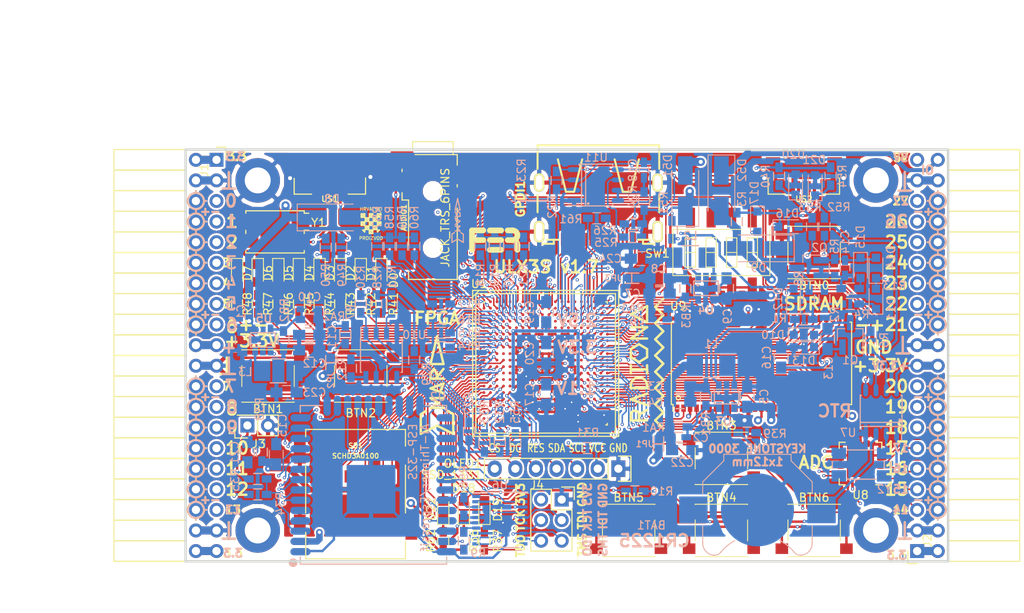
<source format=kicad_pcb>
(kicad_pcb (version 4) (host pcbnew 4.0.7+dfsg1-1)
  (layers (0 F.Cu signal) (1 In1.Cu signal) (2 In2.Cu signal) (31 B.Cu signal) (34 B.Paste user) (35 F.Paste user) (36 B.SilkS user) (37 F.SilkS user) (38 B.Mask user) (39 F.Mask user) (44 Edge.Cuts user))
  (net 0 "")
  (net 1 GND)
  (net 2 +5V)
  (net 3 /gpio/IN5V)
  (net 4 /gpio/OUT5V)
  (net 5 +3V3)
  (net 6 BTN_D)
  (net 7 BTN_F1)
  (net 8 BTN_F2)
  (net 9 BTN_L)
  (net 10 BTN_R)
  (net 11 BTN_U)
  (net 12 /power/FB1)
  (net 13 +2V5)
  (net 14 /power/PWREN)
  (net 15 /power/FB3)
  (net 16 /power/FB2)
  (net 17 "Net-(D9-Pad1)")
  (net 18 /power/VBAT)
  (net 19 JTAG_TDI)
  (net 20 JTAG_TCK)
  (net 21 JTAG_TMS)
  (net 22 JTAG_TDO)
  (net 23 /power/WAKEUPn)
  (net 24 /power/WKUP)
  (net 25 /power/SHUT)
  (net 26 /power/WAKE)
  (net 27 /power/HOLD)
  (net 28 /power/WKn)
  (net 29 /power/OSCI_32k)
  (net 30 /power/OSCO_32k)
  (net 31 "Net-(Q2-Pad3)")
  (net 32 SHUTDOWN)
  (net 33 /analog/AUDIO_L)
  (net 34 /analog/AUDIO_R)
  (net 35 GPDI_5V_SCL)
  (net 36 GPDI_5V_SDA)
  (net 37 GPDI_SDA)
  (net 38 GPDI_SCL)
  (net 39 /gpdi/VREF2)
  (net 40 SD_CMD)
  (net 41 SD_CLK)
  (net 42 SD_D0)
  (net 43 SD_D1)
  (net 44 USB5V)
  (net 45 GPDI_CEC)
  (net 46 nRESET)
  (net 47 FTDI_nDTR)
  (net 48 SDRAM_CKE)
  (net 49 SDRAM_A7)
  (net 50 SDRAM_D15)
  (net 51 SDRAM_BA1)
  (net 52 SDRAM_D7)
  (net 53 SDRAM_A6)
  (net 54 SDRAM_CLK)
  (net 55 SDRAM_D13)
  (net 56 SDRAM_BA0)
  (net 57 SDRAM_D6)
  (net 58 SDRAM_A5)
  (net 59 SDRAM_D14)
  (net 60 SDRAM_A11)
  (net 61 SDRAM_D12)
  (net 62 SDRAM_D5)
  (net 63 SDRAM_A4)
  (net 64 SDRAM_A10)
  (net 65 SDRAM_D11)
  (net 66 SDRAM_A3)
  (net 67 SDRAM_D4)
  (net 68 SDRAM_D10)
  (net 69 SDRAM_D9)
  (net 70 SDRAM_A9)
  (net 71 SDRAM_D3)
  (net 72 SDRAM_D8)
  (net 73 SDRAM_A8)
  (net 74 SDRAM_A2)
  (net 75 SDRAM_A1)
  (net 76 SDRAM_A0)
  (net 77 SDRAM_D2)
  (net 78 SDRAM_D1)
  (net 79 SDRAM_D0)
  (net 80 SDRAM_DQM0)
  (net 81 SDRAM_nCS)
  (net 82 SDRAM_nRAS)
  (net 83 SDRAM_DQM1)
  (net 84 SDRAM_nCAS)
  (net 85 SDRAM_nWE)
  (net 86 /flash/FLASH_nWP)
  (net 87 /flash/FLASH_nHOLD)
  (net 88 /flash/FLASH_MOSI)
  (net 89 /flash/FLASH_MISO)
  (net 90 /flash/FLASH_SCK)
  (net 91 /flash/FLASH_nCS)
  (net 92 /flash/FPGA_PROGRAMN)
  (net 93 /flash/FPGA_DONE)
  (net 94 /flash/FPGA_INITN)
  (net 95 OLED_RES)
  (net 96 OLED_DC)
  (net 97 OLED_CS)
  (net 98 WIFI_EN)
  (net 99 FTDI_nRTS)
  (net 100 FTDI_TXD)
  (net 101 FTDI_RXD)
  (net 102 WIFI_RXD)
  (net 103 WIFI_GPIO0)
  (net 104 WIFI_TXD)
  (net 105 GPDI_ETH-)
  (net 106 GPDI_ETH+)
  (net 107 GPDI_D2+)
  (net 108 GPDI_D2-)
  (net 109 GPDI_D1+)
  (net 110 GPDI_D1-)
  (net 111 GPDI_D0+)
  (net 112 GPDI_D0-)
  (net 113 GPDI_CLK+)
  (net 114 GPDI_CLK-)
  (net 115 USB_FTDI_D+)
  (net 116 USB_FTDI_D-)
  (net 117 J1_17-)
  (net 118 J1_17+)
  (net 119 J1_23-)
  (net 120 J1_23+)
  (net 121 J1_25-)
  (net 122 J1_25+)
  (net 123 J1_27-)
  (net 124 J1_27+)
  (net 125 J1_29-)
  (net 126 J1_29+)
  (net 127 J1_31-)
  (net 128 J1_31+)
  (net 129 J1_33-)
  (net 130 J1_33+)
  (net 131 J1_35-)
  (net 132 J1_35+)
  (net 133 J2_5-)
  (net 134 J2_5+)
  (net 135 J2_7-)
  (net 136 J2_7+)
  (net 137 J2_9-)
  (net 138 J2_9+)
  (net 139 J2_13-)
  (net 140 J2_13+)
  (net 141 J2_17-)
  (net 142 J2_17+)
  (net 143 J2_11-)
  (net 144 J2_11+)
  (net 145 J2_23-)
  (net 146 J2_23+)
  (net 147 J1_5-)
  (net 148 J1_5+)
  (net 149 J1_7-)
  (net 150 J1_7+)
  (net 151 J1_9-)
  (net 152 J1_9+)
  (net 153 J1_11-)
  (net 154 J1_11+)
  (net 155 J1_13-)
  (net 156 J1_13+)
  (net 157 J1_15-)
  (net 158 J1_15+)
  (net 159 J2_15-)
  (net 160 J2_15+)
  (net 161 J2_25-)
  (net 162 J2_25+)
  (net 163 J2_27-)
  (net 164 J2_27+)
  (net 165 J2_29-)
  (net 166 J2_29+)
  (net 167 J2_31-)
  (net 168 J2_31+)
  (net 169 J2_33-)
  (net 170 J2_33+)
  (net 171 J2_35-)
  (net 172 J2_35+)
  (net 173 SD_D3)
  (net 174 AUDIO_L3)
  (net 175 AUDIO_L2)
  (net 176 AUDIO_L1)
  (net 177 AUDIO_L0)
  (net 178 AUDIO_R3)
  (net 179 AUDIO_R2)
  (net 180 AUDIO_R1)
  (net 181 AUDIO_R0)
  (net 182 OLED_CLK)
  (net 183 OLED_MOSI)
  (net 184 LED0)
  (net 185 LED1)
  (net 186 LED2)
  (net 187 LED3)
  (net 188 LED4)
  (net 189 LED5)
  (net 190 LED6)
  (net 191 LED7)
  (net 192 BTN_PWRn)
  (net 193 FTDI_nTXLED)
  (net 194 FTDI_nSLEEP)
  (net 195 /blinkey/LED_PWREN)
  (net 196 /blinkey/LED_TXLED)
  (net 197 FT3V3)
  (net 198 /sdcard/SD3V3)
  (net 199 SD_D2)
  (net 200 CLK_25MHz)
  (net 201 /blinkey/BTNPUL)
  (net 202 /blinkey/BTNPUR)
  (net 203 USB_FPGA_D+)
  (net 204 /power/FTDI_nSUSPEND)
  (net 205 /blinkey/ALED0)
  (net 206 /blinkey/ALED1)
  (net 207 /blinkey/ALED2)
  (net 208 /blinkey/ALED3)
  (net 209 /blinkey/ALED4)
  (net 210 /blinkey/ALED5)
  (net 211 /blinkey/ALED6)
  (net 212 /blinkey/ALED7)
  (net 213 /usb/FTD-)
  (net 214 /usb/FTD+)
  (net 215 ADC_MISO)
  (net 216 ADC_MOSI)
  (net 217 ADC_CSn)
  (net 218 ADC_SCLK)
  (net 219 "Net-(R51-Pad2)")
  (net 220 SW3)
  (net 221 SW2)
  (net 222 SW1)
  (net 223 SW0)
  (net 224 USB_FPGA_D-)
  (net 225 /usb/FPD+)
  (net 226 /usb/FPD-)
  (net 227 WIFI_GPIO16)
  (net 228 WIFI_GPIO15)
  (net 229 /usb/ANT_433MHz)
  (net 230 /power/PWRBTn)
  (net 231 PROG_DONE)
  (net 232 /power/P3V3)
  (net 233 /power/P2V5)
  (net 234 /power/L1)
  (net 235 /power/L3)
  (net 236 /power/L2)
  (net 237 FTDI_TXDEN)
  (net 238 /wifi/WIFIOFF)
  (net 239 SDRAM_A12)
  (net 240 /analog/AUDIO_V)
  (net 241 AUDIO_V3)
  (net 242 AUDIO_V2)
  (net 243 AUDIO_V1)
  (net 244 AUDIO_V0)
  (net 245 /gpdi/FPGA_CEC)
  (net 246 /blinkey/LED_WIFI)
  (net 247 WIFI_GPIO2)
  (net 248 /power/P1V1)
  (net 249 +1V1)
  (module Socket_Strips:Socket_Strip_Angled_2x20 (layer F.Cu) (at 97.91 62.69 270)
    (fp_text reference J1 (at 1.27 1.524 270) (layer F.SilkS))
    (fp_text value CONN_02X20 hide)
    (pad 1 thru_hole rect (at 0 0 270) (size 1.7272 1.7272) (drill 1.016) (layers *.Cu *.Mask) (net 5 +3V3))
    (pad 2 thru_hole oval (at 0 2.54 270) (size 1.7272 1.7272) (drill 1.016) (layers *.Cu *.Mask) (net 5 +3V3))
    (pad 3 thru_hole oval (at 2.54 0 270) (size 1.7272 1.7272) (drill 1.016) (layers *.Cu *.Mask) (net 1 GND))
    (pad 4 thru_hole oval (at 2.54 2.54 270) (size 1.7272 1.7272) (drill 1.016) (layers *.Cu *.Mask) (net 1 GND))
    (pad 5 thru_hole oval (at 5.08 0 270) (size 1.7272 1.7272) (drill 1.016) (layers *.Cu *.Mask) (net 147 J1_5-))
    (pad 6 thru_hole oval (at 5.08 2.54 270) (size 1.7272 1.7272) (drill 1.016) (layers *.Cu *.Mask) (net 148 J1_5+))
    (pad 7 thru_hole oval (at 7.62 0 270) (size 1.7272 1.7272) (drill 1.016) (layers *.Cu *.Mask) (net 149 J1_7-))
    (pad 8 thru_hole oval (at 7.62 2.54 270) (size 1.7272 1.7272) (drill 1.016) (layers *.Cu *.Mask) (net 150 J1_7+))
    (pad 9 thru_hole oval (at 10.16 0 270) (size 1.7272 1.7272) (drill 1.016) (layers *.Cu *.Mask) (net 151 J1_9-))
    (pad 10 thru_hole oval (at 10.16 2.54 270) (size 1.7272 1.7272) (drill 1.016) (layers *.Cu *.Mask) (net 152 J1_9+))
    (pad 11 thru_hole oval (at 12.7 0 270) (size 1.7272 1.7272) (drill 1.016) (layers *.Cu *.Mask) (net 153 J1_11-))
    (pad 12 thru_hole oval (at 12.7 2.54 270) (size 1.7272 1.7272) (drill 1.016) (layers *.Cu *.Mask) (net 154 J1_11+))
    (pad 13 thru_hole oval (at 15.24 0 270) (size 1.7272 1.7272) (drill 1.016) (layers *.Cu *.Mask) (net 155 J1_13-))
    (pad 14 thru_hole oval (at 15.24 2.54 270) (size 1.7272 1.7272) (drill 1.016) (layers *.Cu *.Mask) (net 156 J1_13+))
    (pad 15 thru_hole oval (at 17.78 0 270) (size 1.7272 1.7272) (drill 1.016) (layers *.Cu *.Mask) (net 157 J1_15-))
    (pad 16 thru_hole oval (at 17.78 2.54 270) (size 1.7272 1.7272) (drill 1.016) (layers *.Cu *.Mask) (net 158 J1_15+))
    (pad 17 thru_hole oval (at 20.32 0 270) (size 1.7272 1.7272) (drill 1.016) (layers *.Cu *.Mask) (net 117 J1_17-))
    (pad 18 thru_hole oval (at 20.32 2.54 270) (size 1.7272 1.7272) (drill 1.016) (layers *.Cu *.Mask) (net 118 J1_17+))
    (pad 19 thru_hole oval (at 22.86 0 270) (size 1.7272 1.7272) (drill 1.016) (layers *.Cu *.Mask) (net 5 +3V3))
    (pad 20 thru_hole oval (at 22.86 2.54 270) (size 1.7272 1.7272) (drill 1.016) (layers *.Cu *.Mask) (net 5 +3V3))
    (pad 21 thru_hole oval (at 25.4 0 270) (size 1.7272 1.7272) (drill 1.016) (layers *.Cu *.Mask) (net 1 GND))
    (pad 22 thru_hole oval (at 25.4 2.54 270) (size 1.7272 1.7272) (drill 1.016) (layers *.Cu *.Mask) (net 1 GND))
    (pad 23 thru_hole oval (at 27.94 0 270) (size 1.7272 1.7272) (drill 1.016) (layers *.Cu *.Mask) (net 119 J1_23-))
    (pad 24 thru_hole oval (at 27.94 2.54 270) (size 1.7272 1.7272) (drill 1.016) (layers *.Cu *.Mask) (net 120 J1_23+))
    (pad 25 thru_hole oval (at 30.48 0 270) (size 1.7272 1.7272) (drill 1.016) (layers *.Cu *.Mask) (net 121 J1_25-))
    (pad 26 thru_hole oval (at 30.48 2.54 270) (size 1.7272 1.7272) (drill 1.016) (layers *.Cu *.Mask) (net 122 J1_25+))
    (pad 27 thru_hole oval (at 33.02 0 270) (size 1.7272 1.7272) (drill 1.016) (layers *.Cu *.Mask) (net 123 J1_27-))
    (pad 28 thru_hole oval (at 33.02 2.54 270) (size 1.7272 1.7272) (drill 1.016) (layers *.Cu *.Mask) (net 124 J1_27+))
    (pad 29 thru_hole oval (at 35.56 0 270) (size 1.7272 1.7272) (drill 1.016) (layers *.Cu *.Mask) (net 125 J1_29-))
    (pad 30 thru_hole oval (at 35.56 2.54 270) (size 1.7272 1.7272) (drill 1.016) (layers *.Cu *.Mask) (net 126 J1_29+))
    (pad 31 thru_hole oval (at 38.1 0 270) (size 1.7272 1.7272) (drill 1.016) (layers *.Cu *.Mask) (net 127 J1_31-))
    (pad 32 thru_hole oval (at 38.1 2.54 270) (size 1.7272 1.7272) (drill 1.016) (layers *.Cu *.Mask) (net 128 J1_31+))
    (pad 33 thru_hole oval (at 40.64 0 270) (size 1.7272 1.7272) (drill 1.016) (layers *.Cu *.Mask) (net 129 J1_33-))
    (pad 34 thru_hole oval (at 40.64 2.54 270) (size 1.7272 1.7272) (drill 1.016) (layers *.Cu *.Mask) (net 130 J1_33+))
    (pad 35 thru_hole oval (at 43.18 0 270) (size 1.7272 1.7272) (drill 1.016) (layers *.Cu *.Mask) (net 131 J1_35-))
    (pad 36 thru_hole oval (at 43.18 2.54 270) (size 1.7272 1.7272) (drill 1.016) (layers *.Cu *.Mask) (net 132 J1_35+))
    (pad 37 thru_hole oval (at 45.72 0 270) (size 1.7272 1.7272) (drill 1.016) (layers *.Cu *.Mask) (net 1 GND))
    (pad 38 thru_hole oval (at 45.72 2.54 270) (size 1.7272 1.7272) (drill 1.016) (layers *.Cu *.Mask) (net 1 GND))
    (pad 39 thru_hole oval (at 48.26 0 270) (size 1.7272 1.7272) (drill 1.016) (layers *.Cu *.Mask) (net 5 +3V3))
    (pad 40 thru_hole oval (at 48.26 2.54 270) (size 1.7272 1.7272) (drill 1.016) (layers *.Cu *.Mask) (net 5 +3V3))
  )
  (module SMD_Packages:1Pin (layer F.Cu) (at 182.67515 111.637626)
    (fp_text reference AE1 hide)
    (fp_text value 433MHz hide)
    (pad 1 smd rect (at 0 0) (size 0.5 0.5) (layers B.Cu F.Paste F.Mask) (net 229 /usb/ANT_433MHz))
  )
  (module Resistors_SMD:R_0603_HandSoldering (layer B.Cu) (at 103.498 98.758 90)
    (fp_text reference R38 (at 5.334 -0.254 90) (layer B.SilkS) (effects (justify mirror)))
    (fp_text value 0.47)
    (pad 1 smd rect (at -1.1 0 90) (size 1.2 0.9) (layers B.Cu B.Paste B.Mask) (net 198 /sdcard/SD3V3))
    (pad 2 smd rect (at 1.1 0 90) (size 1.2 0.9) (layers B.Cu B.Paste B.Mask) (net 5 +3V3))
  )
  (module jumper:SOLDER-JUMPER_1-WAY (layer B.Cu) (at 152.393 97.742 270)
    (fp_text reference JP1 (at 0 1.778 360) (layer B.SilkS) (effects (font (size 0.762 0.762) (thickness 0.1524)) (justify mirror)))
    (fp_text value 1.2 hide)
    (pad 1 smd rect (at -0.6 0 270) (size 1 1) (layers B.Cu B.Paste B.Mask) (net 248 /power/P1V1))
    (pad 2 smd rect (at 0.6 0 270) (size 1 1) (layers B.Cu B.Paste B.Mask) (net 249 +1V1))
  )
  (module ESP32-footprints-Lib:ESP-32S (layer B.Cu) (at 117.313 101.513)
    (fp_text reference U2 (at 7.902 -9.613 180) (layer B.SilkS) (effects (justify mirror)))
    (fp_text value ESP-32S)
    (fp_text user AI-Thinker/Espressif (at 6.3 1.6 270) (layer B.SilkS) (effects (justify mirror)))
    (fp_text user ESP-32S (at 4.8 -2.8 270) (layer B.SilkS) (effects (justify mirror)))
    (pad 38 smd oval (at 8.947434 9.517338 180) (size 2.5 0.9) (layers B.Cu B.Paste B.Mask) (net 1 GND))
    (pad 37 smd oval (at 8.947434 8.247338 180) (size 2.5 0.9) (layers B.Cu B.Paste B.Mask) (net 19 JTAG_TDI))
    (pad 36 smd oval (at 8.947434 6.977338 180) (size 2.5 0.9) (layers B.Cu B.Paste B.Mask) (net 231 PROG_DONE))
    (pad 35 smd oval (at 8.947434 5.707338 180) (size 2.5 0.9) (layers B.Cu B.Paste B.Mask) (net 104 WIFI_TXD))
    (pad 34 smd oval (at 8.947434 4.437338 180) (size 2.5 0.9) (layers B.Cu B.Paste B.Mask) (net 102 WIFI_RXD))
    (pad 33 smd oval (at 8.947434 3.167338 180) (size 2.5 0.9) (layers B.Cu B.Paste B.Mask) (net 21 JTAG_TMS))
    (pad 32 smd oval (at 8.947434 1.897338 180) (size 2.5 0.9) (layers B.Cu B.Paste B.Mask))
    (pad 31 smd oval (at 8.947434 0.627338 180) (size 2.5 0.9) (layers B.Cu B.Paste B.Mask) (net 22 JTAG_TDO))
    (pad 30 smd oval (at 8.947434 -0.642662 180) (size 2.5 0.9) (layers B.Cu B.Paste B.Mask) (net 20 JTAG_TCK))
    (pad 29 smd oval (at 8.947434 -1.912662 180) (size 2.5 0.9) (layers B.Cu B.Paste B.Mask))
    (pad 28 smd oval (at 8.947434 -3.182662 180) (size 2.5 0.9) (layers B.Cu B.Paste B.Mask))
    (pad 27 smd oval (at 8.947434 -4.452662 180) (size 2.5 0.9) (layers B.Cu B.Paste B.Mask) (net 227 WIFI_GPIO16))
    (pad 26 smd oval (at 8.947434 -5.722662 180) (size 2.5 0.9) (layers B.Cu B.Paste B.Mask))
    (pad 25 smd oval (at 8.947434 -6.992662 180) (size 2.5 0.9) (layers B.Cu B.Paste B.Mask) (net 103 WIFI_GPIO0))
    (pad 24 smd oval (at 5.662434 -8.482662 180) (size 0.9 2.5) (layers B.Cu B.Paste B.Mask) (net 247 WIFI_GPIO2))
    (pad 23 smd oval (at 4.392434 -8.482662 180) (size 0.9 2.5) (layers B.Cu B.Paste B.Mask) (net 228 WIFI_GPIO15))
    (pad 22 smd oval (at 3.122434 -8.482662 180) (size 0.9 2.5) (layers B.Cu B.Paste B.Mask) (net 43 SD_D1))
    (pad 21 smd oval (at 1.852434 -8.482662 180) (size 0.9 2.5) (layers B.Cu B.Paste B.Mask) (net 42 SD_D0))
    (pad 20 smd oval (at 0.582434 -8.482662 180) (size 0.9 2.5) (layers B.Cu B.Paste B.Mask) (net 41 SD_CLK))
    (pad 19 smd oval (at -0.687566 -8.482662 180) (size 0.9 2.5) (layers B.Cu B.Paste B.Mask) (net 40 SD_CMD))
    (pad 18 smd oval (at -1.957566 -8.482662 180) (size 0.9 2.5) (layers B.Cu B.Paste B.Mask) (net 173 SD_D3))
    (pad 17 smd oval (at -3.227566 -8.482662 180) (size 0.9 2.5) (layers B.Cu B.Paste B.Mask) (net 199 SD_D2))
    (pad 16 smd oval (at -4.497566 -8.482662 180) (size 0.9 2.5) (layers B.Cu B.Paste B.Mask) (net 123 J1_27-))
    (pad 15 smd oval (at -5.767566 -8.482662 180) (size 0.9 2.5) (layers B.Cu B.Paste B.Mask) (net 1 GND))
    (pad 14 smd oval (at -9.052566 -6.992662 180) (size 2.5 0.9) (layers B.Cu B.Paste B.Mask) (net 124 J1_27+))
    (pad 13 smd oval (at -9.052566 -5.722662 180) (size 2.5 0.9) (layers B.Cu B.Paste B.Mask) (net 125 J1_29-))
    (pad 12 smd oval (at -9.052566 -4.452662 180) (size 2.5 0.9) (layers B.Cu B.Paste B.Mask) (net 126 J1_29+))
    (pad 11 smd oval (at -9.052566 -3.182662 180) (size 2.5 0.9) (layers B.Cu B.Paste B.Mask) (net 127 J1_31-))
    (pad 10 smd oval (at -9.052566 -1.912662 180) (size 2.5 0.9) (layers B.Cu B.Paste B.Mask) (net 128 J1_31+))
    (pad 9 smd oval (at -9.052566 -0.642662 180) (size 2.5 0.9) (layers B.Cu B.Paste B.Mask) (net 129 J1_33-))
    (pad 8 smd oval (at -9.052566 0.627338 180) (size 2.5 0.9) (layers B.Cu B.Paste B.Mask) (net 130 J1_33+))
    (pad 7 smd oval (at -9.052566 1.897338 180) (size 2.5 0.9) (layers B.Cu B.Paste B.Mask) (net 131 J1_35-))
    (pad 6 smd oval (at -9.052566 3.167338 180) (size 2.5 0.9) (layers B.Cu B.Paste B.Mask) (net 132 J1_35+))
    (pad 5 smd oval (at -9.052566 4.437338 180) (size 2.5 0.9) (layers B.Cu B.Paste B.Mask))
    (pad 4 smd oval (at -9.052566 5.707338 180) (size 2.5 0.9) (layers B.Cu B.Paste B.Mask))
    (pad 3 smd oval (at -9.052566 6.977338 180) (size 2.5 0.9) (layers B.Cu B.Paste B.Mask) (net 98 WIFI_EN))
    (pad 2 smd oval (at -9.052566 8.247338 180) (size 2.5 0.9) (layers B.Cu B.Paste B.Mask) (net 5 +3V3))
    (pad 1 smd oval (at -9.052566 9.517338 180) (size 2.5 0.9) (layers B.Cu B.Paste B.Mask) (net 1 GND))
    (pad 39 smd rect (at -0.352566 1.817338 180) (size 6 6) (layers B.Cu B.Paste B.Mask) (net 1 GND))
  )
  (module Diodes_SMD:D_SMA_Handsoldering (layer B.Cu) (at 155.695 66.5 90)
    (fp_text reference D51 (at 3.048 -2.159 90) (layer B.SilkS) (effects (justify mirror)))
    (fp_text value STPS2L30AF hide)
    (pad 1 smd rect (at -2.5 0 90) (size 3.5 1.8) (layers B.Cu B.Paste B.Mask) (net 2 +5V))
    (pad 2 smd rect (at 2.5 0 90) (size 3.5 1.8) (layers B.Cu B.Paste B.Mask) (net 3 /gpio/IN5V))
  )
  (module Resistors_SMD:R_0603_HandSoldering (layer B.Cu) (at 154.044 71.326 90)
    (fp_text reference R51 (at 3.302 -1.016 90) (layer B.SilkS) (effects (justify mirror)))
    (fp_text value 150)
    (pad 1 smd rect (at -1.1 0 90) (size 1.2 0.9) (layers B.Cu B.Paste B.Mask) (net 5 +3V3))
    (pad 2 smd rect (at 1.1 0 90) (size 1.2 0.9) (layers B.Cu B.Paste B.Mask) (net 219 "Net-(R51-Pad2)"))
  )
  (module Resistors_SMD:R_1210_HandSoldering (layer B.Cu) (at 158.87 88.09 180)
    (fp_text reference L1 (at 0 2.7 180) (layer B.SilkS) (effects (justify mirror)))
    (fp_text value 2.2uH)
    (pad 1 smd rect (at -2 0 180) (size 2 2.5) (layers B.Cu B.Paste B.Mask) (net 234 /power/L1))
    (pad 2 smd rect (at 2 0 180) (size 2 2.5) (layers B.Cu B.Paste B.Mask) (net 248 /power/P1V1))
  )
  (module TSOT-25:TSOT-25 (layer B.Cu) (at 160.775 91.9)
    (fp_text reference U3 (at -0.381 3.048) (layer B.SilkS) (effects (font (thickness 0.2)) (justify mirror)))
    (fp_text value AP3429A)
    (pad 1 smd rect (at -0.95 -1.3) (size 0.7 1.2) (layers B.Cu B.Paste B.Mask) (net 14 /power/PWREN))
    (pad 2 smd rect (at 0 -1.3) (size 0.7 1.2) (layers B.Cu B.Paste B.Mask) (net 1 GND))
    (pad 3 smd rect (at 0.95 -1.3) (size 0.7 1.2) (layers B.Cu B.Paste B.Mask) (net 234 /power/L1))
    (pad 4 smd rect (at 0.95 1.3) (size 0.7 1.2) (layers B.Cu B.Paste B.Mask) (net 2 +5V))
    (pad 5 smd rect (at -0.95 1.3) (size 0.7 1.2) (layers B.Cu B.Paste B.Mask) (net 12 /power/FB1))
  )
  (module Resistors_SMD:R_1210_HandSoldering (layer B.Cu) (at 156.33 74.755 180)
    (fp_text reference L2 (at 0 2.7 180) (layer B.SilkS) (effects (justify mirror)))
    (fp_text value 2.2uH)
    (pad 1 smd rect (at -2 0 180) (size 2 2.5) (layers B.Cu B.Paste B.Mask) (net 235 /power/L3))
    (pad 2 smd rect (at 2 0 180) (size 2 2.5) (layers B.Cu B.Paste B.Mask) (net 232 /power/P3V3))
  )
  (module TSOT-25:TSOT-25 (layer B.Cu) (at 158.235 78.535)
    (fp_text reference U4 (at 0 2.697) (layer B.SilkS) (effects (font (thickness 0.2)) (justify mirror)))
    (fp_text value AP3429A)
    (pad 1 smd rect (at -0.95 -1.3) (size 0.7 1.2) (layers B.Cu B.Paste B.Mask) (net 14 /power/PWREN))
    (pad 2 smd rect (at 0 -1.3) (size 0.7 1.2) (layers B.Cu B.Paste B.Mask) (net 1 GND))
    (pad 3 smd rect (at 0.95 -1.3) (size 0.7 1.2) (layers B.Cu B.Paste B.Mask) (net 235 /power/L3))
    (pad 4 smd rect (at 0.95 1.3) (size 0.7 1.2) (layers B.Cu B.Paste B.Mask) (net 2 +5V))
    (pad 5 smd rect (at -0.95 1.3) (size 0.7 1.2) (layers B.Cu B.Paste B.Mask) (net 15 /power/FB3))
  )
  (module Resistors_SMD:R_1210_HandSoldering (layer B.Cu) (at 105.53 88.725)
    (fp_text reference L3 (at -4.064 0.127) (layer B.SilkS) (effects (justify mirror)))
    (fp_text value 2.2uH)
    (pad 1 smd rect (at -2 0) (size 2 2.5) (layers B.Cu B.Paste B.Mask) (net 236 /power/L2))
    (pad 2 smd rect (at 2 0) (size 2 2.5) (layers B.Cu B.Paste B.Mask) (net 233 /power/P2V5))
  )
  (module TSOT-25:TSOT-25 (layer B.Cu) (at 103.625 84.915 180)
    (fp_text reference U5 (at -0.127 2.667 180) (layer B.SilkS) (effects (font (thickness 0.2)) (justify mirror)))
    (fp_text value AP3429A)
    (pad 1 smd rect (at -0.95 -1.3 180) (size 0.7 1.2) (layers B.Cu B.Paste B.Mask) (net 14 /power/PWREN))
    (pad 2 smd rect (at 0 -1.3 180) (size 0.7 1.2) (layers B.Cu B.Paste B.Mask) (net 1 GND))
    (pad 3 smd rect (at 0.95 -1.3 180) (size 0.7 1.2) (layers B.Cu B.Paste B.Mask) (net 236 /power/L2))
    (pad 4 smd rect (at 0.95 1.3 180) (size 0.7 1.2) (layers B.Cu B.Paste B.Mask) (net 2 +5V))
    (pad 5 smd rect (at -0.95 1.3 180) (size 0.7 1.2) (layers B.Cu B.Paste B.Mask) (net 16 /power/FB2))
  )
  (module Capacitors_SMD:C_0805_HandSoldering (layer B.Cu) (at 101.085 84.915 270)
    (fp_text reference C1 (at -3.429 0.127 270) (layer B.SilkS) (effects (justify mirror)))
    (fp_text value 22uF)
    (pad 1 smd rect (at -1.25 0 270) (size 1.5 1.25) (layers B.Cu B.Paste B.Mask) (net 2 +5V))
    (pad 2 smd rect (at 1.25 0 270) (size 1.5 1.25) (layers B.Cu B.Paste B.Mask) (net 1 GND))
  )
  (module Capacitors_SMD:C_0805_HandSoldering (layer B.Cu) (at 155.06 90.63)
    (fp_text reference C3 (at -3.048 0) (layer B.SilkS) (effects (justify mirror)))
    (fp_text value 22uF)
    (pad 1 smd rect (at -1.25 0) (size 1.5 1.25) (layers B.Cu B.Paste B.Mask) (net 248 /power/P1V1))
    (pad 2 smd rect (at 1.25 0) (size 1.5 1.25) (layers B.Cu B.Paste B.Mask) (net 1 GND))
  )
  (module Capacitors_SMD:C_0805_HandSoldering (layer B.Cu) (at 155.06 92.535)
    (fp_text reference C4 (at -3.048 0.127) (layer B.SilkS) (effects (justify mirror)))
    (fp_text value 22uF)
    (pad 1 smd rect (at -1.25 0) (size 1.5 1.25) (layers B.Cu B.Paste B.Mask) (net 248 /power/P1V1))
    (pad 2 smd rect (at 1.25 0) (size 1.5 1.25) (layers B.Cu B.Paste B.Mask) (net 1 GND))
  )
  (module Capacitors_SMD:C_0805_HandSoldering (layer B.Cu) (at 163.315 91.9 90)
    (fp_text reference C5 (at 0 2.1 90) (layer B.SilkS) (effects (justify mirror)))
    (fp_text value 22uF)
    (pad 1 smd rect (at -1.25 0 90) (size 1.5 1.25) (layers B.Cu B.Paste B.Mask) (net 2 +5V))
    (pad 2 smd rect (at 1.25 0 90) (size 1.5 1.25) (layers B.Cu B.Paste B.Mask) (net 1 GND))
  )
  (module Capacitors_SMD:C_0805_HandSoldering (layer B.Cu) (at 152.52 79.2)
    (fp_text reference C7 (at -3.302 0) (layer B.SilkS) (effects (justify mirror)))
    (fp_text value 22uF)
    (pad 1 smd rect (at -1.25 0) (size 1.5 1.25) (layers B.Cu B.Paste B.Mask) (net 232 /power/P3V3))
    (pad 2 smd rect (at 1.25 0) (size 1.5 1.25) (layers B.Cu B.Paste B.Mask) (net 1 GND))
  )
  (module Capacitors_SMD:C_0805_HandSoldering (layer B.Cu) (at 152.52 77.295)
    (fp_text reference C8 (at -0.127 -1.143) (layer B.SilkS) (effects (justify mirror)))
    (fp_text value 22uF)
    (pad 1 smd rect (at -1.25 0) (size 1.5 1.25) (layers B.Cu B.Paste B.Mask) (net 232 /power/P3V3))
    (pad 2 smd rect (at 1.25 0) (size 1.5 1.25) (layers B.Cu B.Paste B.Mask) (net 1 GND))
  )
  (module Capacitors_SMD:C_0805_HandSoldering (layer B.Cu) (at 160.775 78.565 90)
    (fp_text reference C9 (at -3.429 0.127 90) (layer B.SilkS) (effects (justify mirror)))
    (fp_text value 22uF)
    (pad 1 smd rect (at -1.25 0 90) (size 1.5 1.25) (layers B.Cu B.Paste B.Mask) (net 2 +5V))
    (pad 2 smd rect (at 1.25 0 90) (size 1.5 1.25) (layers B.Cu B.Paste B.Mask) (net 1 GND))
  )
  (module Capacitors_SMD:C_0805_HandSoldering (layer B.Cu) (at 109.34 84.28 180)
    (fp_text reference C11 (at -2.794 -0.254 270) (layer B.SilkS) (effects (justify mirror)))
    (fp_text value 22uF)
    (pad 1 smd rect (at -1.25 0 180) (size 1.5 1.25) (layers B.Cu B.Paste B.Mask) (net 233 /power/P2V5))
    (pad 2 smd rect (at 1.25 0 180) (size 1.5 1.25) (layers B.Cu B.Paste B.Mask) (net 1 GND))
  )
  (module Capacitors_SMD:C_0805_HandSoldering (layer B.Cu) (at 109.34 86.185 180)
    (fp_text reference C12 (at -0.635 -1.615 360) (layer B.SilkS) (effects (justify mirror)))
    (fp_text value 22uF)
    (pad 1 smd rect (at -1.25 0 180) (size 1.5 1.25) (layers B.Cu B.Paste B.Mask) (net 233 /power/P2V5))
    (pad 2 smd rect (at 1.25 0 180) (size 1.5 1.25) (layers B.Cu B.Paste B.Mask) (net 1 GND))
  )
  (module Capacitors_SMD:C_0805_HandSoldering (layer B.Cu) (at 173.221 84.788 90)
    (fp_text reference C13 (at -3.556 0.127 90) (layer B.SilkS) (effects (justify mirror)))
    (fp_text value 2.2uF)
    (pad 1 smd rect (at -1.25 0 90) (size 1.5 1.25) (layers B.Cu B.Paste B.Mask) (net 2 +5V))
    (pad 2 smd rect (at 1.25 0 90) (size 1.5 1.25) (layers B.Cu B.Paste B.Mask) (net 24 /power/WKUP))
  )
  (module TSOP54:TSOP54 (layer F.Cu) (at 165.08 87.8 90)
    (fp_text reference U9 (at 7.076 -10.274 180) (layer F.SilkS))
    (fp_text value MT48LC4M16A2TG)
    (pad 28 smd rect (at 5.53 10.4 90) (size 0.9 0.56) (layers F.Cu F.Paste F.Mask) (net 1 GND))
    (pad 1 smd rect (at -5.53 -10.4 90) (size 0.9 0.56) (layers F.Cu F.Paste F.Mask) (net 5 +3V3))
    (pad 2 smd rect (at -5.53 -9.6 90) (size 0.9 0.56) (layers F.Cu F.Paste F.Mask) (net 79 SDRAM_D0))
    (pad 3 smd rect (at -5.53 -8.8 90) (size 0.9 0.56) (layers F.Cu F.Paste F.Mask) (net 5 +3V3))
    (pad 4 smd rect (at -5.53 -8 90) (size 0.9 0.56) (layers F.Cu F.Paste F.Mask) (net 78 SDRAM_D1))
    (pad 5 smd rect (at -5.53 -7.2 90) (size 0.9 0.56) (layers F.Cu F.Paste F.Mask) (net 77 SDRAM_D2))
    (pad 6 smd rect (at -5.53 -6.4 90) (size 0.9 0.56) (layers F.Cu F.Paste F.Mask) (net 1 GND))
    (pad 7 smd rect (at -5.53 -5.6 90) (size 0.9 0.56) (layers F.Cu F.Paste F.Mask) (net 71 SDRAM_D3))
    (pad 8 smd rect (at -5.53 -4.8 90) (size 0.9 0.56) (layers F.Cu F.Paste F.Mask) (net 67 SDRAM_D4))
    (pad 9 smd rect (at -5.53 -4 90) (size 0.9 0.56) (layers F.Cu F.Paste F.Mask) (net 5 +3V3))
    (pad 10 smd rect (at -5.53 -3.2 90) (size 0.9 0.56) (layers F.Cu F.Paste F.Mask) (net 62 SDRAM_D5))
    (pad 11 smd rect (at -5.53 -2.4 90) (size 0.9 0.56) (layers F.Cu F.Paste F.Mask) (net 57 SDRAM_D6))
    (pad 12 smd rect (at -5.53 -1.6 90) (size 0.9 0.56) (layers F.Cu F.Paste F.Mask) (net 1 GND))
    (pad 13 smd rect (at -5.53 -0.8 90) (size 0.9 0.56) (layers F.Cu F.Paste F.Mask) (net 52 SDRAM_D7))
    (pad 14 smd rect (at -5.53 0 90) (size 0.9 0.56) (layers F.Cu F.Paste F.Mask) (net 5 +3V3))
    (pad 15 smd rect (at -5.53 0.8 90) (size 0.9 0.56) (layers F.Cu F.Paste F.Mask) (net 80 SDRAM_DQM0))
    (pad 16 smd rect (at -5.53 1.6 90) (size 0.9 0.56) (layers F.Cu F.Paste F.Mask) (net 85 SDRAM_nWE))
    (pad 17 smd rect (at -5.53 2.4 90) (size 0.9 0.56) (layers F.Cu F.Paste F.Mask) (net 84 SDRAM_nCAS))
    (pad 18 smd rect (at -5.53 3.2 90) (size 0.9 0.56) (layers F.Cu F.Paste F.Mask) (net 82 SDRAM_nRAS))
    (pad 19 smd rect (at -5.53 4 90) (size 0.9 0.56) (layers F.Cu F.Paste F.Mask) (net 81 SDRAM_nCS))
    (pad 20 smd rect (at -5.53 4.8 90) (size 0.9 0.56) (layers F.Cu F.Paste F.Mask) (net 56 SDRAM_BA0))
    (pad 21 smd rect (at -5.53 5.6 90) (size 0.9 0.56) (layers F.Cu F.Paste F.Mask) (net 51 SDRAM_BA1))
    (pad 22 smd rect (at -5.53 6.4 90) (size 0.9 0.56) (layers F.Cu F.Paste F.Mask) (net 64 SDRAM_A10))
    (pad 23 smd rect (at -5.53 7.2 90) (size 0.9 0.56) (layers F.Cu F.Paste F.Mask) (net 76 SDRAM_A0))
    (pad 24 smd rect (at -5.53 8 90) (size 0.9 0.56) (layers F.Cu F.Paste F.Mask) (net 75 SDRAM_A1))
    (pad 25 smd rect (at -5.53 8.8 90) (size 0.9 0.56) (layers F.Cu F.Paste F.Mask) (net 74 SDRAM_A2))
    (pad 26 smd rect (at -5.53 9.6 90) (size 0.9 0.56) (layers F.Cu F.Paste F.Mask) (net 66 SDRAM_A3))
    (pad 27 smd rect (at -5.53 10.4 90) (size 0.9 0.56) (layers F.Cu F.Paste F.Mask) (net 5 +3V3))
    (pad 29 smd rect (at 5.53 9.6 90) (size 0.9 0.56) (layers F.Cu F.Paste F.Mask) (net 63 SDRAM_A4))
    (pad 30 smd rect (at 5.53 8.8 90) (size 0.9 0.56) (layers F.Cu F.Paste F.Mask) (net 58 SDRAM_A5))
    (pad 31 smd rect (at 5.53 8 90) (size 0.9 0.56) (layers F.Cu F.Paste F.Mask) (net 53 SDRAM_A6))
    (pad 32 smd rect (at 5.53 7.2 90) (size 0.9 0.56) (layers F.Cu F.Paste F.Mask) (net 49 SDRAM_A7))
    (pad 33 smd rect (at 5.53 6.4 90) (size 0.9 0.56) (layers F.Cu F.Paste F.Mask) (net 73 SDRAM_A8))
    (pad 34 smd rect (at 5.53 5.6 90) (size 0.9 0.56) (layers F.Cu F.Paste F.Mask) (net 70 SDRAM_A9))
    (pad 35 smd rect (at 5.53 4.8 90) (size 0.9 0.56) (layers F.Cu F.Paste F.Mask) (net 60 SDRAM_A11))
    (pad 36 smd rect (at 5.53 4 90) (size 0.9 0.56) (layers F.Cu F.Paste F.Mask) (net 239 SDRAM_A12))
    (pad 37 smd rect (at 5.53 3.2 90) (size 0.9 0.56) (layers F.Cu F.Paste F.Mask) (net 48 SDRAM_CKE))
    (pad 38 smd rect (at 5.53 2.4 90) (size 0.9 0.56) (layers F.Cu F.Paste F.Mask) (net 54 SDRAM_CLK))
    (pad 39 smd rect (at 5.53 1.6 90) (size 0.9 0.56) (layers F.Cu F.Paste F.Mask) (net 83 SDRAM_DQM1))
    (pad 40 smd rect (at 5.53 0.8 90) (size 0.9 0.56) (layers F.Cu F.Paste F.Mask))
    (pad 41 smd rect (at 5.53 0 90) (size 0.9 0.56) (layers F.Cu F.Paste F.Mask) (net 1 GND))
    (pad 42 smd rect (at 5.53 -0.8 90) (size 0.9 0.56) (layers F.Cu F.Paste F.Mask) (net 72 SDRAM_D8))
    (pad 43 smd rect (at 5.53 -1.6 90) (size 0.9 0.56) (layers F.Cu F.Paste F.Mask) (net 5 +3V3))
    (pad 44 smd rect (at 5.53 -2.4 90) (size 0.9 0.56) (layers F.Cu F.Paste F.Mask) (net 69 SDRAM_D9))
    (pad 45 smd rect (at 5.53 -3.2 90) (size 0.9 0.56) (layers F.Cu F.Paste F.Mask) (net 68 SDRAM_D10))
    (pad 46 smd rect (at 5.53 -4 90) (size 0.9 0.56) (layers F.Cu F.Paste F.Mask) (net 1 GND))
    (pad 47 smd rect (at 5.53 -4.8 90) (size 0.9 0.56) (layers F.Cu F.Paste F.Mask) (net 65 SDRAM_D11))
    (pad 48 smd rect (at 5.53 -5.6 90) (size 0.9 0.56) (layers F.Cu F.Paste F.Mask) (net 61 SDRAM_D12))
    (pad 49 smd rect (at 5.53 -6.4 90) (size 0.9 0.56) (layers F.Cu F.Paste F.Mask) (net 5 +3V3))
    (pad 50 smd rect (at 5.53 -7.2 90) (size 0.9 0.56) (layers F.Cu F.Paste F.Mask) (net 55 SDRAM_D13))
    (pad 51 smd rect (at 5.53 -8 90) (size 0.9 0.56) (layers F.Cu F.Paste F.Mask) (net 59 SDRAM_D14))
    (pad 52 smd rect (at 5.53 -8.8 90) (size 0.9 0.56) (layers F.Cu F.Paste F.Mask) (net 1 GND))
    (pad 53 smd rect (at 5.53 -9.6 90) (size 0.9 0.56) (layers F.Cu F.Paste F.Mask) (net 50 SDRAM_D15))
    (pad 54 smd rect (at 5.53 -10.4 90) (size 0.9 0.56) (layers F.Cu F.Paste F.Mask) (net 1 GND))
  )
  (module TO_SOT_Packages_SMD:SOT-23_Handsoldering (layer B.Cu) (at 176.015 84.28 90)
    (fp_text reference Q1 (at -3.1115 0 180) (layer B.SilkS) (effects (justify mirror)))
    (fp_text value BC857)
    (pad 1 smd rect (at -1.5 0.95 90) (size 1.9 0.8) (layers B.Cu B.Paste B.Mask) (net 28 /power/WKn))
    (pad 2 smd rect (at -1.5 -0.95 90) (size 1.9 0.8) (layers B.Cu B.Paste B.Mask) (net 2 +5V))
    (pad 3 smd rect (at 1.5 0 90) (size 1.9 0.8) (layers B.Cu B.Paste B.Mask) (net 24 /power/WKUP))
  )
  (module TO_SOT_Packages_SMD:SOT-23_Handsoldering (layer B.Cu) (at 170.935 76.025 180)
    (fp_text reference Q2 (at -1.295 2.5 180) (layer B.SilkS) (effects (justify mirror)))
    (fp_text value 2N7002)
    (pad 1 smd rect (at -1.5 0.95 180) (size 1.9 0.8) (layers B.Cu B.Paste B.Mask) (net 25 /power/SHUT))
    (pad 2 smd rect (at -1.5 -0.95 180) (size 1.9 0.8) (layers B.Cu B.Paste B.Mask) (net 1 GND))
    (pad 3 smd rect (at 1.5 0 180) (size 1.9 0.8) (layers B.Cu B.Paste B.Mask) (net 31 "Net-(Q2-Pad3)"))
  )
  (module Capacitors_SMD:C_0603_HandSoldering (layer B.Cu) (at 154.86 96.91)
    (fp_text reference C2 (at 2.74 0.07) (layer B.SilkS) (effects (justify mirror)))
    (fp_text value 470pF)
    (pad 1 smd rect (at -0.95 0) (size 1.2 0.75) (layers B.Cu B.Paste B.Mask) (net 248 /power/P1V1))
    (pad 2 smd rect (at 0.95 0) (size 1.2 0.75) (layers B.Cu B.Paste B.Mask) (net 12 /power/FB1))
  )
  (module Capacitors_SMD:C_0603_HandSoldering (layer B.Cu) (at 152.52 82.375)
    (fp_text reference C6 (at -2.794 0.127) (layer B.SilkS) (effects (justify mirror)))
    (fp_text value 470pF)
    (pad 1 smd rect (at -0.95 0) (size 1.2 0.75) (layers B.Cu B.Paste B.Mask) (net 232 /power/P3V3))
    (pad 2 smd rect (at 0.95 0) (size 1.2 0.75) (layers B.Cu B.Paste B.Mask) (net 15 /power/FB3))
  )
  (module Capacitors_SMD:C_0603_HandSoldering (layer B.Cu) (at 109.34 81.105 180)
    (fp_text reference C10 (at -0.04 1.505 180) (layer B.SilkS) (effects (justify mirror)))
    (fp_text value 470pF)
    (pad 1 smd rect (at -0.95 0 180) (size 1.2 0.75) (layers B.Cu B.Paste B.Mask) (net 233 /power/P2V5))
    (pad 2 smd rect (at 0.95 0 180) (size 1.2 0.75) (layers B.Cu B.Paste B.Mask) (net 16 /power/FB2))
  )
  (module Capacitors_SMD:C_0603_HandSoldering (layer B.Cu) (at 175.38 76.025 270)
    (fp_text reference C14 (at -3.175 0 270) (layer B.SilkS) (effects (justify mirror)))
    (fp_text value 100nF)
    (pad 1 smd rect (at -0.95 0 270) (size 1.2 0.75) (layers B.Cu B.Paste B.Mask) (net 25 /power/SHUT))
    (pad 2 smd rect (at 0.95 0 270) (size 1.2 0.75) (layers B.Cu B.Paste B.Mask) (net 1 GND))
  )
  (module Resistors_SMD:R_0603_HandSoldering (layer B.Cu) (at 170.3 82.375)
    (fp_text reference R1 (at -3.048 -0.127) (layer B.SilkS) (effects (justify mirror)))
    (fp_text value 15k)
    (pad 1 smd rect (at -1.1 0) (size 1.2 0.9) (layers B.Cu B.Paste B.Mask) (net 26 /power/WAKE))
    (pad 2 smd rect (at 1.1 0) (size 1.2 0.9) (layers B.Cu B.Paste B.Mask) (net 14 /power/PWREN))
  )
  (module Resistors_SMD:R_0603_HandSoldering (layer B.Cu) (at 172.84 79.835 90)
    (fp_text reference R2 (at -1.905 1.27 90) (layer B.SilkS) (effects (justify mirror)))
    (fp_text value 47k)
    (pad 1 smd rect (at -1.1 0 90) (size 1.2 0.9) (layers B.Cu B.Paste B.Mask) (net 14 /power/PWREN))
    (pad 2 smd rect (at 1.1 0 90) (size 1.2 0.9) (layers B.Cu B.Paste B.Mask) (net 1 GND))
  )
  (module Resistors_SMD:R_0603_HandSoldering (layer B.Cu) (at 176.015 80.47 180)
    (fp_text reference R4 (at -1.397 -1.27 360) (layer B.SilkS) (effects (justify mirror)))
    (fp_text value 15k)
    (pad 1 smd rect (at -1.1 0 180) (size 1.2 0.9) (layers B.Cu B.Paste B.Mask) (net 27 /power/HOLD))
    (pad 2 smd rect (at 1.1 0 180) (size 1.2 0.9) (layers B.Cu B.Paste B.Mask) (net 14 /power/PWREN))
  )
  (module Resistors_SMD:R_0603_HandSoldering (layer B.Cu) (at 174.11 76.025 270)
    (fp_text reference R5 (at -2.667 0 270) (layer B.SilkS) (effects (justify mirror)))
    (fp_text value 4.7M)
    (pad 1 smd rect (at -1.1 0 270) (size 1.2 0.9) (layers B.Cu B.Paste B.Mask) (net 25 /power/SHUT))
    (pad 2 smd rect (at 1.1 0 270) (size 1.2 0.9) (layers B.Cu B.Paste B.Mask) (net 1 GND))
  )
  (module Resistors_SMD:R_0603_HandSoldering (layer B.Cu) (at 178.555 84.915 270)
    (fp_text reference R6 (at 0 -1.651 270) (layer B.SilkS) (effects (justify mirror)))
    (fp_text value 1k)
    (pad 1 smd rect (at -1.1 0 270) (size 1.2 0.9) (layers B.Cu B.Paste B.Mask) (net 28 /power/WKn))
    (pad 2 smd rect (at 1.1 0 270) (size 1.2 0.9) (layers B.Cu B.Paste B.Mask) (net 23 /power/WAKEUPn))
  )
  (module Resistors_SMD:R_0603_HandSoldering (layer B.Cu) (at 113.785 84.28 270)
    (fp_text reference R7 (at -2.794 -0.635 270) (layer B.SilkS) (effects (justify mirror)))
    (fp_text value 150)
    (pad 1 smd rect (at -1.1 0 270) (size 1.2 0.9) (layers B.Cu B.Paste B.Mask) (net 5 +3V3))
    (pad 2 smd rect (at 1.1 0 270) (size 1.2 0.9) (layers B.Cu B.Paste B.Mask) (net 201 /blinkey/BTNPUL))
  )
  (module Resistors_SMD:R_0603_HandSoldering (layer B.Cu) (at 170.935 79.835 90)
    (fp_text reference R8 (at 2.54 -1.27 90) (layer B.SilkS) (effects (justify mirror)))
    (fp_text value 1k)
    (pad 1 smd rect (at -1.1 0 90) (size 1.2 0.9) (layers B.Cu B.Paste B.Mask) (net 14 /power/PWREN))
    (pad 2 smd rect (at 1.1 0 90) (size 1.2 0.9) (layers B.Cu B.Paste B.Mask) (net 31 "Net-(Q2-Pad3)"))
  )
  (module Resistors_SMD:R_0603_HandSoldering (layer B.Cu) (at 128.39 109.68 270)
    (fp_text reference R9 (at 1.524 -1.778 360) (layer B.SilkS) (effects (justify mirror)))
    (fp_text value 15k)
    (pad 1 smd rect (at -1.1 0 270) (size 1.2 0.9) (layers B.Cu B.Paste B.Mask) (net 46 nRESET))
    (pad 2 smd rect (at 1.1 0 270) (size 1.2 0.9) (layers B.Cu B.Paste B.Mask) (net 197 FT3V3))
  )
  (module Resistors_SMD:R_0603_HandSoldering (layer B.Cu) (at 149.472 103.584 180)
    (fp_text reference R10 (at -3.302 0 180) (layer B.SilkS) (effects (justify mirror)))
    (fp_text value 150)
    (pad 1 smd rect (at -1.1 0 180) (size 1.2 0.9) (layers B.Cu B.Paste B.Mask) (net 204 /power/FTDI_nSUSPEND))
    (pad 2 smd rect (at 1.1 0 180) (size 1.2 0.9) (layers B.Cu B.Paste B.Mask) (net 194 FTDI_nSLEEP))
  )
  (module Resistors_SMD:R_0603_HandSoldering (layer B.Cu) (at 176.015 78.565 180)
    (fp_text reference R13 (at -5.461 0.381 180) (layer B.SilkS) (effects (justify mirror)))
    (fp_text value 15k)
    (pad 1 smd rect (at -1.1 0 180) (size 1.2 0.9) (layers B.Cu B.Paste B.Mask) (net 32 SHUTDOWN))
    (pad 2 smd rect (at 1.1 0 180) (size 1.2 0.9) (layers B.Cu B.Paste B.Mask) (net 1 GND))
  )
  (module Resistors_SMD:R_0603_HandSoldering (layer B.Cu) (at 154.86 95.64)
    (fp_text reference RA1 (at -3.102 0.07) (layer B.SilkS) (effects (justify mirror)))
    (fp_text value 15k)
    (pad 1 smd rect (at -1.1 0) (size 1.2 0.9) (layers B.Cu B.Paste B.Mask) (net 248 /power/P1V1))
    (pad 2 smd rect (at 1.1 0) (size 1.2 0.9) (layers B.Cu B.Paste B.Mask) (net 12 /power/FB1))
  )
  (module Resistors_SMD:R_0603_HandSoldering (layer B.Cu) (at 109.34 82.375 180)
    (fp_text reference RA2 (at -3.048 0.381 360) (layer B.SilkS) (effects (justify mirror)))
    (fp_text value 15k)
    (pad 1 smd rect (at -1.1 0 180) (size 1.2 0.9) (layers B.Cu B.Paste B.Mask) (net 233 /power/P2V5))
    (pad 2 smd rect (at 1.1 0 180) (size 1.2 0.9) (layers B.Cu B.Paste B.Mask) (net 16 /power/FB2))
  )
  (module Resistors_SMD:R_0603_HandSoldering (layer B.Cu) (at 152.52 81.105)
    (fp_text reference RA3 (at -3.302 -0.127) (layer B.SilkS) (effects (justify mirror)))
    (fp_text value 15k)
    (pad 1 smd rect (at -1.1 0) (size 1.2 0.9) (layers B.Cu B.Paste B.Mask) (net 232 /power/P3V3))
    (pad 2 smd rect (at 1.1 0) (size 1.2 0.9) (layers B.Cu B.Paste B.Mask) (net 15 /power/FB3))
  )
  (module Resistors_SMD:R_0603_HandSoldering (layer B.Cu) (at 158.235 91.9 270)
    (fp_text reference RB1 (at 3.302 0 270) (layer B.SilkS) (effects (justify mirror)))
    (fp_text value 18k)
    (pad 1 smd rect (at -1.1 0 270) (size 1.2 0.9) (layers B.Cu B.Paste B.Mask) (net 1 GND))
    (pad 2 smd rect (at 1.1 0 270) (size 1.2 0.9) (layers B.Cu B.Paste B.Mask) (net 12 /power/FB1))
  )
  (module Resistors_SMD:R_0603_HandSoldering (layer B.Cu) (at 106.165 84.915 90)
    (fp_text reference RB2 (at 3.683 0.127 90) (layer B.SilkS) (effects (justify mirror)))
    (fp_text value 4.7k)
    (pad 1 smd rect (at -1.1 0 90) (size 1.2 0.9) (layers B.Cu B.Paste B.Mask) (net 1 GND))
    (pad 2 smd rect (at 1.1 0 90) (size 1.2 0.9) (layers B.Cu B.Paste B.Mask) (net 16 /power/FB2))
  )
  (module Resistors_SMD:R_0603_HandSoldering (layer B.Cu) (at 155.695 78.565 270)
    (fp_text reference RB3 (at 3.429 -0.127 270) (layer B.SilkS) (effects (justify mirror)))
    (fp_text value 3.3k)
    (pad 1 smd rect (at -1.1 0 270) (size 1.2 0.9) (layers B.Cu B.Paste B.Mask) (net 1 GND))
    (pad 2 smd rect (at 1.1 0 270) (size 1.2 0.9) (layers B.Cu B.Paste B.Mask) (net 15 /power/FB3))
  )
  (module Resistors_SMD:R_0603_HandSoldering (layer B.Cu) (at 125.596 85.804 180)
    (fp_text reference R14 (at -3.47 0.127 180) (layer B.SilkS) (effects (justify mirror)))
    (fp_text value 1.2k)
    (pad 1 smd rect (at -1.1 0 180) (size 1.2 0.9) (layers B.Cu B.Paste B.Mask) (net 174 AUDIO_L3))
    (pad 2 smd rect (at 1.1 0 180) (size 1.2 0.9) (layers B.Cu B.Paste B.Mask) (net 33 /analog/AUDIO_L))
  )
  (module Resistors_SMD:R_0603_HandSoldering (layer B.Cu) (at 125.596 84.026 180)
    (fp_text reference R15 (at -3.47 -0.001 180) (layer B.SilkS) (effects (justify mirror)))
    (fp_text value 680)
    (pad 1 smd rect (at -1.1 0 180) (size 1.2 0.9) (layers B.Cu B.Paste B.Mask) (net 175 AUDIO_L2))
    (pad 2 smd rect (at 1.1 0 180) (size 1.2 0.9) (layers B.Cu B.Paste B.Mask) (net 33 /analog/AUDIO_L))
  )
  (module Resistors_SMD:R_0603_HandSoldering (layer B.Cu) (at 125.596 82.248 180)
    (fp_text reference R16 (at -3.47 -0.127 180) (layer B.SilkS) (effects (justify mirror)))
    (fp_text value 330)
    (pad 1 smd rect (at -1.1 0 180) (size 1.2 0.9) (layers B.Cu B.Paste B.Mask) (net 176 AUDIO_L1))
    (pad 2 smd rect (at 1.1 0 180) (size 1.2 0.9) (layers B.Cu B.Paste B.Mask) (net 33 /analog/AUDIO_L))
  )
  (module Resistors_SMD:R_0603_HandSoldering (layer B.Cu) (at 125.596 80.47 180)
    (fp_text reference R17 (at -3.47 0 180) (layer B.SilkS) (effects (justify mirror)))
    (fp_text value 150)
    (pad 1 smd rect (at -1.1 0 180) (size 1.2 0.9) (layers B.Cu B.Paste B.Mask) (net 177 AUDIO_L0))
    (pad 2 smd rect (at 1.1 0 180) (size 1.2 0.9) (layers B.Cu B.Paste B.Mask) (net 33 /analog/AUDIO_L))
  )
  (module Resistors_SMD:R_0603_HandSoldering (layer B.Cu) (at 130.422 73.358 90)
    (fp_text reference R18 (at -3.556 0 90) (layer B.SilkS) (effects (justify mirror)))
    (fp_text value 1.2k)
    (pad 1 smd rect (at -1.1 0 90) (size 1.2 0.9) (layers B.Cu B.Paste B.Mask) (net 178 AUDIO_R3))
    (pad 2 smd rect (at 1.1 0 90) (size 1.2 0.9) (layers B.Cu B.Paste B.Mask) (net 34 /analog/AUDIO_R))
  )
  (module Resistors_SMD:R_0603_HandSoldering (layer B.Cu) (at 132.2 73.358 90)
    (fp_text reference R19 (at -3.556 0 90) (layer B.SilkS) (effects (justify mirror)))
    (fp_text value 680)
    (pad 1 smd rect (at -1.1 0 90) (size 1.2 0.9) (layers B.Cu B.Paste B.Mask) (net 179 AUDIO_R2))
    (pad 2 smd rect (at 1.1 0 90) (size 1.2 0.9) (layers B.Cu B.Paste B.Mask) (net 34 /analog/AUDIO_R))
  )
  (module Resistors_SMD:R_0603_HandSoldering (layer B.Cu) (at 133.978 73.358 90)
    (fp_text reference R20 (at -3.556 0 90) (layer B.SilkS) (effects (justify mirror)))
    (fp_text value 330)
    (pad 1 smd rect (at -1.1 0 90) (size 1.2 0.9) (layers B.Cu B.Paste B.Mask) (net 180 AUDIO_R1))
    (pad 2 smd rect (at 1.1 0 90) (size 1.2 0.9) (layers B.Cu B.Paste B.Mask) (net 34 /analog/AUDIO_R))
  )
  (module Resistors_SMD:R_0603_HandSoldering (layer B.Cu) (at 135.756 73.358 90)
    (fp_text reference R21 (at -3.556 0 90) (layer B.SilkS) (effects (justify mirror)))
    (fp_text value 150)
    (pad 1 smd rect (at -1.1 0 90) (size 1.2 0.9) (layers B.Cu B.Paste B.Mask) (net 181 AUDIO_R0))
    (pad 2 smd rect (at 1.1 0 90) (size 1.2 0.9) (layers B.Cu B.Paste B.Mask) (net 34 /analog/AUDIO_R))
  )
  (module Housings_SOIC:SOIC-8_3.9x4.9mm_Pitch1.27mm (layer B.Cu) (at 118.23 86.82 270)
    (fp_text reference U10 (at -2.54 -4.064 360) (layer B.SilkS) (effects (justify mirror)))
    (fp_text value S25FL164K0XMFI011)
    (pad 1 smd rect (at -2.7 1.905 270) (size 1.55 0.6) (layers B.Cu B.Paste B.Mask) (net 91 /flash/FLASH_nCS))
    (pad 2 smd rect (at -2.7 0.635 270) (size 1.55 0.6) (layers B.Cu B.Paste B.Mask) (net 89 /flash/FLASH_MISO))
    (pad 3 smd rect (at -2.7 -0.635 270) (size 1.55 0.6) (layers B.Cu B.Paste B.Mask) (net 86 /flash/FLASH_nWP))
    (pad 4 smd rect (at -2.7 -1.905 270) (size 1.55 0.6) (layers B.Cu B.Paste B.Mask) (net 1 GND))
    (pad 5 smd rect (at 2.7 -1.905 270) (size 1.55 0.6) (layers B.Cu B.Paste B.Mask) (net 88 /flash/FLASH_MOSI))
    (pad 6 smd rect (at 2.7 -0.635 270) (size 1.55 0.6) (layers B.Cu B.Paste B.Mask) (net 90 /flash/FLASH_SCK))
    (pad 7 smd rect (at 2.7 0.635 270) (size 1.55 0.6) (layers B.Cu B.Paste B.Mask) (net 87 /flash/FLASH_nHOLD))
    (pad 8 smd rect (at 2.7 1.905 270) (size 1.55 0.6) (layers B.Cu B.Paste B.Mask) (net 5 +3V3))
  )
  (module Capacitors_SMD:C_0603_HandSoldering (layer B.Cu) (at 150.5896 63.96 90)
    (fp_text reference C18 (at 0 -1.3716 90) (layer B.SilkS) (effects (justify mirror)))
    (fp_text value 470pF)
    (pad 1 smd rect (at -0.95 0 90) (size 1.2 0.75) (layers B.Cu B.Paste B.Mask) (net 39 /gpdi/VREF2))
    (pad 2 smd rect (at 0.95 0 90) (size 1.2 0.75) (layers B.Cu B.Paste B.Mask) (net 1 GND))
  )
  (module Socket_Strips:Socket_Strip_Angled_2x20 (layer F.Cu) (at 184.27 110.95 90)
    (fp_text reference J2 (at 1.27 1.27 90) (layer F.SilkS))
    (fp_text value CONN_02X20 hide)
    (pad 1 thru_hole rect (at 0 0 90) (size 1.7272 1.7272) (drill 1.016) (layers *.Cu *.Mask) (net 5 +3V3))
    (pad 2 thru_hole oval (at 0 2.54 90) (size 1.7272 1.7272) (drill 1.016) (layers *.Cu *.Mask) (net 5 +3V3))
    (pad 3 thru_hole oval (at 2.54 0 90) (size 1.7272 1.7272) (drill 1.016) (layers *.Cu *.Mask) (net 1 GND))
    (pad 4 thru_hole oval (at 2.54 2.54 90) (size 1.7272 1.7272) (drill 1.016) (layers *.Cu *.Mask) (net 1 GND))
    (pad 5 thru_hole oval (at 5.08 0 90) (size 1.7272 1.7272) (drill 1.016) (layers *.Cu *.Mask) (net 133 J2_5-))
    (pad 6 thru_hole oval (at 5.08 2.54 90) (size 1.7272 1.7272) (drill 1.016) (layers *.Cu *.Mask) (net 134 J2_5+))
    (pad 7 thru_hole oval (at 7.62 0 90) (size 1.7272 1.7272) (drill 1.016) (layers *.Cu *.Mask) (net 135 J2_7-))
    (pad 8 thru_hole oval (at 7.62 2.54 90) (size 1.7272 1.7272) (drill 1.016) (layers *.Cu *.Mask) (net 136 J2_7+))
    (pad 9 thru_hole oval (at 10.16 0 90) (size 1.7272 1.7272) (drill 1.016) (layers *.Cu *.Mask) (net 137 J2_9-))
    (pad 10 thru_hole oval (at 10.16 2.54 90) (size 1.7272 1.7272) (drill 1.016) (layers *.Cu *.Mask) (net 138 J2_9+))
    (pad 11 thru_hole oval (at 12.7 0 90) (size 1.7272 1.7272) (drill 1.016) (layers *.Cu *.Mask) (net 143 J2_11-))
    (pad 12 thru_hole oval (at 12.7 2.54 90) (size 1.7272 1.7272) (drill 1.016) (layers *.Cu *.Mask) (net 144 J2_11+))
    (pad 13 thru_hole oval (at 15.24 0 90) (size 1.7272 1.7272) (drill 1.016) (layers *.Cu *.Mask) (net 139 J2_13-))
    (pad 14 thru_hole oval (at 15.24 2.54 90) (size 1.7272 1.7272) (drill 1.016) (layers *.Cu *.Mask) (net 140 J2_13+))
    (pad 15 thru_hole oval (at 17.78 0 90) (size 1.7272 1.7272) (drill 1.016) (layers *.Cu *.Mask) (net 159 J2_15-))
    (pad 16 thru_hole oval (at 17.78 2.54 90) (size 1.7272 1.7272) (drill 1.016) (layers *.Cu *.Mask) (net 160 J2_15+))
    (pad 17 thru_hole oval (at 20.32 0 90) (size 1.7272 1.7272) (drill 1.016) (layers *.Cu *.Mask) (net 141 J2_17-))
    (pad 18 thru_hole oval (at 20.32 2.54 90) (size 1.7272 1.7272) (drill 1.016) (layers *.Cu *.Mask) (net 142 J2_17+))
    (pad 19 thru_hole oval (at 22.86 0 90) (size 1.7272 1.7272) (drill 1.016) (layers *.Cu *.Mask) (net 5 +3V3))
    (pad 20 thru_hole oval (at 22.86 2.54 90) (size 1.7272 1.7272) (drill 1.016) (layers *.Cu *.Mask) (net 5 +3V3))
    (pad 21 thru_hole oval (at 25.4 0 90) (size 1.7272 1.7272) (drill 1.016) (layers *.Cu *.Mask) (net 1 GND))
    (pad 22 thru_hole oval (at 25.4 2.54 90) (size 1.7272 1.7272) (drill 1.016) (layers *.Cu *.Mask) (net 1 GND))
    (pad 23 thru_hole oval (at 27.94 0 90) (size 1.7272 1.7272) (drill 1.016) (layers *.Cu *.Mask) (net 145 J2_23-))
    (pad 24 thru_hole oval (at 27.94 2.54 90) (size 1.7272 1.7272) (drill 1.016) (layers *.Cu *.Mask) (net 146 J2_23+))
    (pad 25 thru_hole oval (at 30.48 0 90) (size 1.7272 1.7272) (drill 1.016) (layers *.Cu *.Mask) (net 161 J2_25-))
    (pad 26 thru_hole oval (at 30.48 2.54 90) (size 1.7272 1.7272) (drill 1.016) (layers *.Cu *.Mask) (net 162 J2_25+))
    (pad 27 thru_hole oval (at 33.02 0 90) (size 1.7272 1.7272) (drill 1.016) (layers *.Cu *.Mask) (net 163 J2_27-))
    (pad 28 thru_hole oval (at 33.02 2.54 90) (size 1.7272 1.7272) (drill 1.016) (layers *.Cu *.Mask) (net 164 J2_27+))
    (pad 29 thru_hole oval (at 35.56 0 90) (size 1.7272 1.7272) (drill 1.016) (layers *.Cu *.Mask) (net 165 J2_29-))
    (pad 30 thru_hole oval (at 35.56 2.54 90) (size 1.7272 1.7272) (drill 1.016) (layers *.Cu *.Mask) (net 166 J2_29+))
    (pad 31 thru_hole oval (at 38.1 0 90) (size 1.7272 1.7272) (drill 1.016) (layers *.Cu *.Mask) (net 167 J2_31-))
    (pad 32 thru_hole oval (at 38.1 2.54 90) (size 1.7272 1.7272) (drill 1.016) (layers *.Cu *.Mask) (net 168 J2_31+))
    (pad 33 thru_hole oval (at 40.64 0 90) (size 1.7272 1.7272) (drill 1.016) (layers *.Cu *.Mask) (net 169 J2_33-))
    (pad 34 thru_hole oval (at 40.64 2.54 90) (size 1.7272 1.7272) (drill 1.016) (layers *.Cu *.Mask) (net 170 J2_33+))
    (pad 35 thru_hole oval (at 43.18 0 90) (size 1.7272 1.7272) (drill 1.016) (layers *.Cu *.Mask) (net 171 J2_35-))
    (pad 36 thru_hole oval (at 43.18 2.54 90) (size 1.7272 1.7272) (drill 1.016) (layers *.Cu *.Mask) (net 172 J2_35+))
    (pad 37 thru_hole oval (at 45.72 0 90) (size 1.7272 1.7272) (drill 1.016) (layers *.Cu *.Mask) (net 1 GND))
    (pad 38 thru_hole oval (at 45.72 2.54 90) (size 1.7272 1.7272) (drill 1.016) (layers *.Cu *.Mask) (net 1 GND))
    (pad 39 thru_hole oval (at 48.26 0 90) (size 1.7272 1.7272) (drill 1.016) (layers *.Cu *.Mask) (net 3 /gpio/IN5V))
    (pad 40 thru_hole oval (at 48.26 2.54 90) (size 1.7272 1.7272) (drill 1.016) (layers *.Cu *.Mask) (net 4 /gpio/OUT5V))
  )
  (module Mounting_Holes:MountingHole_3.2mm_M3_ISO14580_Pad (layer F.Cu) (at 102.99 108.41)
    (fp_text reference H1 hide)
    (fp_text value HOLE hide)
    (pad 1 thru_hole circle (at 0 0) (size 5.5 5.5) (drill 3.2) (layers *.Cu *.Mask) (net 1 GND))
  )
  (module Mounting_Holes:MountingHole_3.2mm_M3_ISO14580_Pad (layer F.Cu) (at 179.19 108.41)
    (fp_text reference H2 hide)
    (fp_text value HOLE hide)
    (pad 1 thru_hole circle (at 0 0) (size 5.5 5.5) (drill 3.2) (layers *.Cu *.Mask) (net 1 GND))
  )
  (module Mounting_Holes:MountingHole_3.2mm_M3_ISO14580_Pad (layer F.Cu) (at 179.19 65.23)
    (fp_text reference H3 hide)
    (fp_text value HOLE hide)
    (pad 1 thru_hole circle (at 0 0) (size 5.5 5.5) (drill 3.2) (layers *.Cu *.Mask) (net 1 GND))
  )
  (module Mounting_Holes:MountingHole_3.2mm_M3_ISO14580_Pad (layer F.Cu) (at 102.99 65.23)
    (fp_text reference H4 hide)
    (fp_text value HOLE hide)
    (pad 1 thru_hole circle (at 0 0) (size 5.5 5.5) (drill 3.2) (layers *.Cu *.Mask) (net 1 GND))
  )
  (module Resistors_SMD:R_0603_HandSoldering (layer B.Cu) (at 162.045 70.31 90)
    (fp_text reference R3 (at 2.794 0.635 90) (layer B.SilkS) (effects (justify mirror)))
    (fp_text value 4.7k)
    (pad 1 smd rect (at -1.1 0 90) (size 1.2 0.9) (layers B.Cu B.Paste B.Mask) (net 2 +5V))
    (pad 2 smd rect (at 1.1 0 90) (size 1.2 0.9) (layers B.Cu B.Paste B.Mask) (net 230 /power/PWRBTn))
  )
  (module Resistors_SMD:R_0603_HandSoldering (layer B.Cu) (at 139.82 65.23 90)
    (fp_text reference R22 (at -3.27 -0.54 90) (layer B.SilkS) (effects (justify mirror)))
    (fp_text value 2.2k)
    (pad 1 smd rect (at -1.1 0 90) (size 1.2 0.9) (layers B.Cu B.Paste B.Mask) (net 5 +3V3))
    (pad 2 smd rect (at 1.1 0 90) (size 1.2 0.9) (layers B.Cu B.Paste B.Mask) (net 37 GPDI_SDA))
  )
  (module Resistors_SMD:R_0603_HandSoldering (layer B.Cu) (at 135.375 67.432 90)
    (fp_text reference R23 (at 3.472 0.127 90) (layer B.SilkS) (effects (justify mirror)))
    (fp_text value 2.2k)
    (pad 1 smd rect (at -1.1 0 90) (size 1.2 0.9) (layers B.Cu B.Paste B.Mask) (net 5 +3V3))
    (pad 2 smd rect (at 1.1 0 90) (size 1.2 0.9) (layers B.Cu B.Paste B.Mask) (net 38 GPDI_SCL))
  )
  (module Resistors_SMD:R_0603_HandSoldering (layer B.Cu) (at 150.615 67.77 90)
    (fp_text reference R24 (at 0.508 -1.397 90) (layer B.SilkS) (effects (justify mirror)))
    (fp_text value 100k)
    (pad 1 smd rect (at -1.1 0 90) (size 1.2 0.9) (layers B.Cu B.Paste B.Mask) (net 2 +5V))
    (pad 2 smd rect (at 1.1 0 90) (size 1.2 0.9) (layers B.Cu B.Paste B.Mask) (net 39 /gpdi/VREF2))
  )
  (module Resistors_SMD:R_0603_HandSoldering (layer B.Cu) (at 149.175 72.215 180)
    (fp_text reference R25 (at 3.259 -0.685 180) (layer B.SilkS) (effects (justify mirror)))
    (fp_text value 470)
    (pad 1 smd rect (at -1.1 0 180) (size 1.2 0.9) (layers B.Cu B.Paste B.Mask) (net 2 +5V))
    (pad 2 smd rect (at 1.1 0 180) (size 1.2 0.9) (layers B.Cu B.Paste B.Mask) (net 35 GPDI_5V_SCL))
  )
  (module Resistors_SMD:R_0603_HandSoldering (layer B.Cu) (at 149.28 70.6 180)
    (fp_text reference R26 (at 3.5 -0.8 180) (layer B.SilkS) (effects (justify mirror)))
    (fp_text value 470)
    (pad 1 smd rect (at -1.1 0 180) (size 1.2 0.9) (layers B.Cu B.Paste B.Mask) (net 2 +5V))
    (pad 2 smd rect (at 1.1 0 180) (size 1.2 0.9) (layers B.Cu B.Paste B.Mask) (net 36 GPDI_5V_SDA))
  )
  (module Housings_SSOP:SSOP-20_4.4x6.5mm_Pitch0.65mm (layer B.Cu) (at 132.835 107.14 180)
    (fp_text reference U6 (at 0 4.3 180) (layer B.SilkS) (effects (justify mirror)))
    (fp_text value FT231XS)
    (pad 1 smd rect (at -2.9 2.925 180) (size 1 0.4) (layers B.Cu B.Paste B.Mask) (net 47 FTDI_nDTR))
    (pad 2 smd rect (at -2.9 2.275 180) (size 1 0.4) (layers B.Cu B.Paste B.Mask) (net 99 FTDI_nRTS))
    (pad 3 smd rect (at -2.9 1.625 180) (size 1 0.4) (layers B.Cu B.Paste B.Mask) (net 197 FT3V3))
    (pad 4 smd rect (at -2.9 0.975 180) (size 1 0.4) (layers B.Cu B.Paste B.Mask) (net 101 FTDI_RXD))
    (pad 5 smd rect (at -2.9 0.325 180) (size 1 0.4) (layers B.Cu B.Paste B.Mask) (net 19 JTAG_TDI))
    (pad 6 smd rect (at -2.9 -0.325 180) (size 1 0.4) (layers B.Cu B.Paste B.Mask) (net 1 GND))
    (pad 7 smd rect (at -2.9 -0.975 180) (size 1 0.4) (layers B.Cu B.Paste B.Mask) (net 20 JTAG_TCK))
    (pad 8 smd rect (at -2.9 -1.625 180) (size 1 0.4) (layers B.Cu B.Paste B.Mask) (net 21 JTAG_TMS))
    (pad 9 smd rect (at -2.9 -2.275 180) (size 1 0.4) (layers B.Cu B.Paste B.Mask) (net 22 JTAG_TDO))
    (pad 10 smd rect (at -2.9 -2.925 180) (size 1 0.4) (layers B.Cu B.Paste B.Mask) (net 193 FTDI_nTXLED))
    (pad 11 smd rect (at 2.9 -2.925 180) (size 1 0.4) (layers B.Cu B.Paste B.Mask) (net 115 USB_FTDI_D+))
    (pad 12 smd rect (at 2.9 -2.275 180) (size 1 0.4) (layers B.Cu B.Paste B.Mask) (net 116 USB_FTDI_D-))
    (pad 13 smd rect (at 2.9 -1.625 180) (size 1 0.4) (layers B.Cu B.Paste B.Mask) (net 197 FT3V3))
    (pad 14 smd rect (at 2.9 -0.975 180) (size 1 0.4) (layers B.Cu B.Paste B.Mask) (net 46 nRESET))
    (pad 15 smd rect (at 2.9 -0.325 180) (size 1 0.4) (layers B.Cu B.Paste B.Mask) (net 2 +5V))
    (pad 16 smd rect (at 2.9 0.325 180) (size 1 0.4) (layers B.Cu B.Paste B.Mask) (net 1 GND))
    (pad 17 smd rect (at 2.9 0.975 180) (size 1 0.4) (layers B.Cu B.Paste B.Mask))
    (pad 18 smd rect (at 2.9 1.625 180) (size 1 0.4) (layers B.Cu B.Paste B.Mask) (net 237 FTDI_TXDEN))
    (pad 19 smd rect (at 2.9 2.275 180) (size 1 0.4) (layers B.Cu B.Paste B.Mask) (net 194 FTDI_nSLEEP))
    (pad 20 smd rect (at 2.9 2.925 180) (size 1 0.4) (layers B.Cu B.Paste B.Mask) (net 100 FTDI_TXD))
  )
  (module Resistors_SMD:R_0603_HandSoldering (layer B.Cu) (at 119.5 80.47 270)
    (fp_text reference R11 (at -3.302 0 270) (layer B.SilkS) (effects (justify mirror)))
    (fp_text value 10k)
    (pad 1 smd rect (at -1.1 0 270) (size 1.2 0.9) (layers B.Cu B.Paste B.Mask) (net 5 +3V3))
    (pad 2 smd rect (at 1.1 0 270) (size 1.2 0.9) (layers B.Cu B.Paste B.Mask) (net 86 /flash/FLASH_nWP))
  )
  (module Resistors_SMD:R_0603_HandSoldering (layer B.Cu) (at 114.48 88.4 90)
    (fp_text reference R12 (at -0.071 -1.076 270) (layer B.SilkS) (effects (justify mirror)))
    (fp_text value 10k)
    (pad 1 smd rect (at -1.1 0 90) (size 1.2 0.9) (layers B.Cu B.Paste B.Mask) (net 5 +3V3))
    (pad 2 smd rect (at 1.1 0 90) (size 1.2 0.9) (layers B.Cu B.Paste B.Mask) (net 87 /flash/FLASH_nHOLD))
  )
  (module Resistors_SMD:R_0603_HandSoldering (layer B.Cu) (at 129.025 96.175 90)
    (fp_text reference R27 (at 3.429 0 90) (layer B.SilkS) (effects (justify mirror)))
    (fp_text value 10k)
    (pad 1 smd rect (at -1.1 0 90) (size 1.2 0.9) (layers B.Cu B.Paste B.Mask) (net 5 +3V3))
    (pad 2 smd rect (at 1.1 0 90) (size 1.2 0.9) (layers B.Cu B.Paste B.Mask) (net 88 /flash/FLASH_MOSI))
  )
  (module Resistors_SMD:R_0603_HandSoldering (layer B.Cu) (at 117.595 80.47 270)
    (fp_text reference R28 (at -3.302 -0.127 270) (layer B.SilkS) (effects (justify mirror)))
    (fp_text value 10k)
    (pad 1 smd rect (at -1.1 0 270) (size 1.2 0.9) (layers B.Cu B.Paste B.Mask) (net 5 +3V3))
    (pad 2 smd rect (at 1.1 0 270) (size 1.2 0.9) (layers B.Cu B.Paste B.Mask) (net 89 /flash/FLASH_MISO))
  )
  (module Resistors_SMD:R_0603_HandSoldering (layer B.Cu) (at 122.28 87.4 270)
    (fp_text reference R29 (at 1.706 -1.538 450) (layer B.SilkS) (effects (justify mirror)))
    (fp_text value 1k)
    (pad 1 smd rect (at -1.1 0 270) (size 1.2 0.9) (layers B.Cu B.Paste B.Mask) (net 5 +3V3))
    (pad 2 smd rect (at 1.1 0 270) (size 1.2 0.9) (layers B.Cu B.Paste B.Mask) (net 90 /flash/FLASH_SCK))
  )
  (module Resistors_SMD:R_0603_HandSoldering (layer B.Cu) (at 115.69 80.47 270)
    (fp_text reference R30 (at -3.302 0 270) (layer B.SilkS) (effects (justify mirror)))
    (fp_text value 4.7k)
    (pad 1 smd rect (at -1.1 0 270) (size 1.2 0.9) (layers B.Cu B.Paste B.Mask) (net 5 +3V3))
    (pad 2 smd rect (at 1.1 0 270) (size 1.2 0.9) (layers B.Cu B.Paste B.Mask) (net 91 /flash/FLASH_nCS))
  )
  (module Resistors_SMD:R_0603_HandSoldering (layer B.Cu) (at 143.63 98.25 180)
    (fp_text reference R31 (at 0 1.9 180) (layer B.SilkS) (effects (justify mirror)))
    (fp_text value 10k)
    (pad 1 smd rect (at -1.1 0 180) (size 1.2 0.9) (layers B.Cu B.Paste B.Mask) (net 5 +3V3))
    (pad 2 smd rect (at 1.1 0 180) (size 1.2 0.9) (layers B.Cu B.Paste B.Mask) (net 92 /flash/FPGA_PROGRAMN))
  )
  (module Resistors_SMD:R_0603_HandSoldering (layer B.Cu) (at 132.835 97.615 90)
    (fp_text reference R32 (at 3.81 0 90) (layer B.SilkS) (effects (justify mirror)))
    (fp_text value 10k)
    (pad 1 smd rect (at -1.1 0 90) (size 1.2 0.9) (layers B.Cu B.Paste B.Mask) (net 5 +3V3))
    (pad 2 smd rect (at 1.1 0 90) (size 1.2 0.9) (layers B.Cu B.Paste B.Mask) (net 93 /flash/FPGA_DONE))
  )
  (module Resistors_SMD:R_0603_HandSoldering (layer B.Cu) (at 130.93 97.615 90)
    (fp_text reference R33 (at 3.81 0 90) (layer B.SilkS) (effects (justify mirror)))
    (fp_text value 10k)
    (pad 1 smd rect (at -1.1 0 90) (size 1.2 0.9) (layers B.Cu B.Paste B.Mask) (net 5 +3V3))
    (pad 2 smd rect (at 1.1 0 90) (size 1.2 0.9) (layers B.Cu B.Paste B.Mask) (net 94 /flash/FPGA_INITN))
  )
  (module Resistors_SMD:R_0603_HandSoldering (layer B.Cu) (at 102.99 103.965)
    (fp_text reference R34 (at 2.794 1.143 90) (layer B.SilkS) (effects (justify mirror)))
    (fp_text value 15k)
    (pad 1 smd rect (at -1.1 0) (size 1.2 0.9) (layers B.Cu B.Paste B.Mask) (net 5 +3V3))
    (pad 2 smd rect (at 1.1 0) (size 1.2 0.9) (layers B.Cu B.Paste B.Mask) (net 98 WIFI_EN))
  )
  (module oscxo:Crystal_SMD_7050_4Pads (layer F.Cu) (at 105.124 71.58 180)
    (fp_text reference Y1 (at -5.359 1.143 180) (layer F.SilkS))
    (fp_text value FNETHE025 hide)
    (pad 1 smd rect (at -3.15 1.25 180) (size 2.2 1.4) (layers F.Cu F.Paste F.Mask) (net 5 +3V3))
    (pad 2 smd rect (at 3.15 1.25 180) (size 2.2 1.4) (layers F.Cu F.Paste F.Mask) (net 1 GND))
    (pad 3 smd rect (at 3.15 -1.25 180) (size 2.2 1.4) (layers F.Cu F.Paste F.Mask) (net 200 CLK_25MHz))
    (pad 4 smd rect (at -3.15 -1.25 180) (size 2.2 1.4) (layers F.Cu F.Paste F.Mask) (net 5 +3V3))
  )
  (module Socket_Strips:Socket_Strip_Straight_2x01 (layer F.Cu) (at 101.72 95.456 90)
    (fp_text reference J3 (at -2.286 1.397 180) (layer F.SilkS))
    (fp_text value WIFI_OFF)
    (pad 1 thru_hole rect (at 0 0 90) (size 1.7272 1.7272) (drill 1.016) (layers *.Cu *.Mask) (net 238 /wifi/WIFIOFF))
    (pad 2 thru_hole oval (at 0 2.54 90) (size 1.7272 1.7272) (drill 1.016) (layers *.Cu *.Mask) (net 1 GND))
  )
  (module Resistors_SMD:R_0603_HandSoldering (layer B.Cu) (at 102.99 102.06 180)
    (fp_text reference R35 (at 2.794 -0.127 270) (layer B.SilkS) (effects (justify mirror)))
    (fp_text value 470)
    (pad 1 smd rect (at -1.1 0 180) (size 1.2 0.9) (layers B.Cu B.Paste B.Mask) (net 98 WIFI_EN))
    (pad 2 smd rect (at 1.1 0 180) (size 1.2 0.9) (layers B.Cu B.Paste B.Mask) (net 238 /wifi/WIFIOFF))
  )
  (module Resistors_SMD:R_0603_HandSoldering (layer F.Cu) (at 128.39 109.68 270)
    (fp_text reference R36 (at 0 -1.27 270) (layer F.SilkS))
    (fp_text value 330)
    (pad 1 smd rect (at -1.1 0 270) (size 1.2 0.9) (layers F.Cu F.Paste F.Mask) (net 195 /blinkey/LED_PWREN))
    (pad 2 smd rect (at 1.1 0 270) (size 1.2 0.9) (layers F.Cu F.Paste F.Mask) (net 1 GND))
  )
  (module Resistors_SMD:R_0603_HandSoldering (layer F.Cu) (at 130.93 109.68 90)
    (fp_text reference R37 (at 0 1.651 90) (layer F.SilkS))
    (fp_text value 330)
    (pad 1 smd rect (at -1.1 0 90) (size 1.2 0.9) (layers F.Cu F.Paste F.Mask) (net 193 FTDI_nTXLED))
    (pad 2 smd rect (at 1.1 0 90) (size 1.2 0.9) (layers F.Cu F.Paste F.Mask) (net 196 /blinkey/LED_TXLED))
  )
  (module usb_otg:USB-MICRO-B-FCI-10118192-0001LF (layer F.Cu) (at 111.88 63.325 180)
    (fp_text reference US1 (at 0 -4.2 180) (layer F.SilkS) (effects (font (size 0.7 0.7))))
    (fp_text value USB_FTDI hide)
    (pad 6 smd rect (at -3.1 -2.55 180) (size 2.1 1.6) (layers F.Cu F.Paste F.Mask) (net 1 GND))
    (pad 6 smd rect (at 3.1 -2.55 180) (size 2.1 1.6) (layers F.Cu F.Paste F.Mask) (net 1 GND))
    (pad 6 smd rect (at -1.2 0 180) (size 1.9 1.9) (layers F.Cu F.Paste F.Mask) (net 1 GND))
    (pad 6 smd rect (at 1.2 0 180) (size 1.9 1.9) (layers F.Cu F.Paste F.Mask) (net 1 GND))
    (pad 1 smd rect (at -1.3 -2.675 180) (size 0.4 1.35) (layers F.Cu F.Paste F.Mask) (net 44 USB5V))
    (pad 2 smd rect (at -0.65 -2.675 180) (size 0.4 1.35) (layers F.Cu F.Paste F.Mask) (net 213 /usb/FTD-))
    (pad 3 smd rect (at 0 -2.675 180) (size 0.4 1.35) (layers F.Cu F.Paste F.Mask) (net 214 /usb/FTD+))
    (pad 4 smd rect (at 0.65 -2.675 180) (size 0.4 1.35) (layers F.Cu F.Paste F.Mask))
    (pad 5 smd rect (at 1.3 -2.675 180) (size 0.4 1.35) (layers F.Cu F.Paste F.Mask) (net 1 GND))
    (pad 6 smd rect (at -3.8 0 180) (size 1.8 1.9) (layers F.Cu F.Paste F.Mask) (net 1 GND))
    (pad 6 smd rect (at 3.8 0 180) (size 1.8 1.9) (layers F.Cu F.Paste F.Mask) (net 1 GND))
  )
  (module usb_otg:USB-MICRO-B-FCI-10118192-0001LF (layer F.Cu) (at 170.3 63.325 180)
    (fp_text reference US2 (at 0 -4.2 180) (layer F.SilkS) (effects (font (size 0.7 0.7))))
    (fp_text value USB_FPGA hide)
    (pad 6 smd rect (at -3.1 -2.55 180) (size 2.1 1.6) (layers F.Cu F.Paste F.Mask) (net 1 GND))
    (pad 6 smd rect (at 3.1 -2.55 180) (size 2.1 1.6) (layers F.Cu F.Paste F.Mask) (net 1 GND))
    (pad 6 smd rect (at -1.2 0 180) (size 1.9 1.9) (layers F.Cu F.Paste F.Mask) (net 1 GND))
    (pad 6 smd rect (at 1.2 0 180) (size 1.9 1.9) (layers F.Cu F.Paste F.Mask) (net 1 GND))
    (pad 1 smd rect (at -1.3 -2.675 180) (size 0.4 1.35) (layers F.Cu F.Paste F.Mask) (net 17 "Net-(D9-Pad1)"))
    (pad 2 smd rect (at -0.65 -2.675 180) (size 0.4 1.35) (layers F.Cu F.Paste F.Mask) (net 226 /usb/FPD-))
    (pad 3 smd rect (at 0 -2.675 180) (size 0.4 1.35) (layers F.Cu F.Paste F.Mask) (net 225 /usb/FPD+))
    (pad 4 smd rect (at 0.65 -2.675 180) (size 0.4 1.35) (layers F.Cu F.Paste F.Mask))
    (pad 5 smd rect (at 1.3 -2.675 180) (size 0.4 1.35) (layers F.Cu F.Paste F.Mask) (net 1 GND))
    (pad 6 smd rect (at -3.8 0 180) (size 1.8 1.9) (layers F.Cu F.Paste F.Mask) (net 1 GND))
    (pad 6 smd rect (at 3.8 0 180) (size 1.8 1.9) (layers F.Cu F.Paste F.Mask) (net 1 GND))
  )
  (module Capacitors_SMD:C_0805_HandSoldering (layer B.Cu) (at 167.506 87.074 90)
    (fp_text reference C16 (at 0 -1.778 90) (layer B.SilkS) (effects (justify mirror)))
    (fp_text value 2.2uF)
    (pad 1 smd rect (at -1.25 0 90) (size 1.5 1.25) (layers B.Cu B.Paste B.Mask) (net 5 +3V3))
    (pad 2 smd rect (at 1.25 0 90) (size 1.5 1.25) (layers B.Cu B.Paste B.Mask) (net 1 GND))
  )
  (module Resistors_SMD:R_0603_HandSoldering (layer B.Cu) (at 163.315 96.345 180)
    (fp_text reference R39 (at -3.429 -0.127 180) (layer B.SilkS) (effects (justify mirror)))
    (fp_text value 150)
    (pad 1 smd rect (at -1.1 0 180) (size 1.2 0.9) (layers B.Cu B.Paste B.Mask) (net 5 +3V3))
    (pad 2 smd rect (at 1.1 0 180) (size 1.2 0.9) (layers B.Cu B.Paste B.Mask) (net 202 /blinkey/BTNPUR))
  )
  (module Resistors_SMD:R_0603_HandSoldering (layer B.Cu) (at 167.252 64.722 90)
    (fp_text reference R40 (at 0 -1.651 90) (layer B.SilkS) (effects (justify mirror)))
    (fp_text value 1.5k)
    (pad 1 smd rect (at -1.1 0 90) (size 1.2 0.9) (layers B.Cu B.Paste B.Mask) (net 225 /usb/FPD+))
    (pad 2 smd rect (at 1.1 0 90) (size 1.2 0.9) (layers B.Cu B.Paste B.Mask) (net 5 +3V3))
  )
  (module Socket_Strips:Socket_Strip_Straight_2x03 (layer F.Cu) (at 140.455 104.6 270)
    (fp_text reference J4 (at -1.778 3.048 360) (layer F.SilkS))
    (fp_text value CONN_02X03 hide)
    (pad 1 thru_hole rect (at 0 0 270) (size 1.7272 1.7272) (drill 1.016) (layers *.Cu *.Mask) (net 1 GND))
    (pad 2 thru_hole oval (at 0 2.54 270) (size 1.7272 1.7272) (drill 1.016) (layers *.Cu *.Mask) (net 5 +3V3))
    (pad 3 thru_hole oval (at 2.54 0 270) (size 1.7272 1.7272) (drill 1.016) (layers *.Cu *.Mask) (net 19 JTAG_TDI))
    (pad 4 thru_hole oval (at 2.54 2.54 270) (size 1.7272 1.7272) (drill 1.016) (layers *.Cu *.Mask) (net 20 JTAG_TCK))
    (pad 5 thru_hole oval (at 5.08 0 270) (size 1.7272 1.7272) (drill 1.016) (layers *.Cu *.Mask) (net 21 JTAG_TMS))
    (pad 6 thru_hole oval (at 5.08 2.54 270) (size 1.7272 1.7272) (drill 1.016) (layers *.Cu *.Mask) (net 22 JTAG_TDO))
  )
  (module Resistors_SMD:R_0603_HandSoldering (layer F.Cu) (at 118.23 80.47 90)
    (fp_text reference R41 (at 0 1.524 90) (layer F.SilkS))
    (fp_text value 330)
    (pad 1 smd rect (at -1.1 0 90) (size 1.2 0.9) (layers F.Cu F.Paste F.Mask) (net 184 LED0))
    (pad 2 smd rect (at 1.1 0 90) (size 1.2 0.9) (layers F.Cu F.Paste F.Mask) (net 205 /blinkey/ALED0))
  )
  (module Resistors_SMD:R_0603_HandSoldering (layer F.Cu) (at 115.69 80.47 90)
    (fp_text reference R42 (at 0 1.27 90) (layer F.SilkS))
    (fp_text value 330)
    (pad 1 smd rect (at -1.1 0 90) (size 1.2 0.9) (layers F.Cu F.Paste F.Mask) (net 185 LED1))
    (pad 2 smd rect (at 1.1 0 90) (size 1.2 0.9) (layers F.Cu F.Paste F.Mask) (net 206 /blinkey/ALED1))
  )
  (module Resistors_SMD:R_0603_HandSoldering (layer F.Cu) (at 113.15 80.47 90)
    (fp_text reference R43 (at 0 1.27 90) (layer F.SilkS))
    (fp_text value 330)
    (pad 1 smd rect (at -1.1 0 90) (size 1.2 0.9) (layers F.Cu F.Paste F.Mask) (net 186 LED2))
    (pad 2 smd rect (at 1.1 0 90) (size 1.2 0.9) (layers F.Cu F.Paste F.Mask) (net 207 /blinkey/ALED2))
  )
  (module Resistors_SMD:R_0603_HandSoldering (layer F.Cu) (at 110.61 80.47 90)
    (fp_text reference R44 (at 0 1.27 90) (layer F.SilkS))
    (fp_text value 330)
    (pad 1 smd rect (at -1.1 0 90) (size 1.2 0.9) (layers F.Cu F.Paste F.Mask) (net 187 LED3))
    (pad 2 smd rect (at 1.1 0 90) (size 1.2 0.9) (layers F.Cu F.Paste F.Mask) (net 208 /blinkey/ALED3))
  )
  (module Resistors_SMD:R_0603_HandSoldering (layer F.Cu) (at 108.07 80.47 90)
    (fp_text reference R45 (at 0 1.27 90) (layer F.SilkS))
    (fp_text value 330)
    (pad 1 smd rect (at -1.1 0 90) (size 1.2 0.9) (layers F.Cu F.Paste F.Mask) (net 188 LED4))
    (pad 2 smd rect (at 1.1 0 90) (size 1.2 0.9) (layers F.Cu F.Paste F.Mask) (net 209 /blinkey/ALED4))
  )
  (module Resistors_SMD:R_0603_HandSoldering (layer F.Cu) (at 105.53 80.47 90)
    (fp_text reference R46 (at 0 1.27 90) (layer F.SilkS))
    (fp_text value 330)
    (pad 1 smd rect (at -1.1 0 90) (size 1.2 0.9) (layers F.Cu F.Paste F.Mask) (net 189 LED5))
    (pad 2 smd rect (at 1.1 0 90) (size 1.2 0.9) (layers F.Cu F.Paste F.Mask) (net 210 /blinkey/ALED5))
  )
  (module Resistors_SMD:R_0603_HandSoldering (layer F.Cu) (at 102.99 80.47 90)
    (fp_text reference R47 (at 0 1.27 90) (layer F.SilkS))
    (fp_text value 330)
    (pad 1 smd rect (at -1.1 0 90) (size 1.2 0.9) (layers F.Cu F.Paste F.Mask) (net 190 LED6))
    (pad 2 smd rect (at 1.1 0 90) (size 1.2 0.9) (layers F.Cu F.Paste F.Mask) (net 211 /blinkey/ALED6))
  )
  (module Resistors_SMD:R_0603_HandSoldering (layer F.Cu) (at 100.45 80.47 90)
    (fp_text reference R48 (at 0 1.27 90) (layer F.SilkS))
    (fp_text value 330)
    (pad 1 smd rect (at -1.1 0 90) (size 1.2 0.9) (layers F.Cu F.Paste F.Mask) (net 191 LED7))
    (pad 2 smd rect (at 1.1 0 90) (size 1.2 0.9) (layers F.Cu F.Paste F.Mask) (net 212 /blinkey/ALED7))
  )
  (module Capacitors_SMD:C_0805_HandSoldering (layer B.Cu) (at 138.55 91.646 270)
    (fp_text reference C17 (at 0 2.032 270) (layer B.SilkS) (effects (justify mirror)))
    (fp_text value 2.2uF)
    (pad 1 smd rect (at -1.25 0 270) (size 1.5 1.25) (layers B.Cu B.Paste B.Mask) (net 249 +1V1))
    (pad 2 smd rect (at 1.25 0 270) (size 1.5 1.25) (layers B.Cu B.Paste B.Mask) (net 1 GND))
  )
  (module Capacitors_SMD:C_0805_HandSoldering (layer B.Cu) (at 138.55 81.486 90)
    (fp_text reference C19 (at 0 -2.032 90) (layer B.SilkS) (effects (justify mirror)))
    (fp_text value 2.2uF)
    (pad 1 smd rect (at -1.25 0 90) (size 1.5 1.25) (layers B.Cu B.Paste B.Mask) (net 13 +2V5))
    (pad 2 smd rect (at 1.25 0 90) (size 1.5 1.25) (layers B.Cu B.Paste B.Mask) (net 1 GND))
  )
  (module Capacitors_SMD:C_0805_HandSoldering (layer B.Cu) (at 138.55 86.566 270)
    (fp_text reference C20 (at 0.02 2.032 270) (layer B.SilkS) (effects (justify mirror)))
    (fp_text value 2.2uF)
    (pad 1 smd rect (at -1.25 0 270) (size 1.5 1.25) (layers B.Cu B.Paste B.Mask) (net 5 +3V3))
    (pad 2 smd rect (at 1.25 0 270) (size 1.5 1.25) (layers B.Cu B.Paste B.Mask) (net 1 GND))
  )
  (module Capacitors_SMD:C_0805_HandSoldering (layer B.Cu) (at 101.72 98.758 270)
    (fp_text reference C21 (at 0.0635 1.5875 270) (layer B.SilkS) (effects (justify mirror)))
    (fp_text value 22uF)
    (pad 1 smd rect (at -1.25 0 270) (size 1.5 1.25) (layers B.Cu B.Paste B.Mask) (net 5 +3V3))
    (pad 2 smd rect (at 1.25 0 270) (size 1.5 1.25) (layers B.Cu B.Paste B.Mask) (net 1 GND))
  )
  (module Resistors_SMD:R_0603_HandSoldering (layer B.Cu) (at 113.277 73.485 90)
    (fp_text reference R49 (at -3.429 0.127 90) (layer B.SilkS) (effects (justify mirror)))
    (fp_text value 27)
    (pad 1 smd rect (at -1.1 0 90) (size 1.2 0.9) (layers B.Cu B.Paste B.Mask) (net 116 USB_FTDI_D-))
    (pad 2 smd rect (at 1.1 0 90) (size 1.2 0.9) (layers B.Cu B.Paste B.Mask) (net 213 /usb/FTD-))
  )
  (module Resistors_SMD:R_0603_HandSoldering (layer B.Cu) (at 111.372 73.485 90)
    (fp_text reference R50 (at -3.429 0 90) (layer B.SilkS) (effects (justify mirror)))
    (fp_text value 27)
    (pad 1 smd rect (at -1.1 0 90) (size 1.2 0.9) (layers B.Cu B.Paste B.Mask) (net 115 USB_FTDI_D+))
    (pad 2 smd rect (at 1.1 0 90) (size 1.2 0.9) (layers B.Cu B.Paste B.Mask) (net 214 /usb/FTD+))
  )
  (module Housings_DFN_QFN:QFN-28-1EP_5x5mm_Pitch0.5mm (layer F.Cu) (at 177.285 100.155 180)
    (fp_text reference U8 (at 0 -3.875 180) (layer F.SilkS))
    (fp_text value MAX11123)
    (pad 1 smd oval (at -2.45 -1.5 180) (size 0.85 0.3) (layers F.Cu F.Paste F.Mask) (net 136 J2_7+))
    (pad 2 smd oval (at -2.45 -1 180) (size 0.85 0.3) (layers F.Cu F.Paste F.Mask) (net 137 J2_9-))
    (pad 3 smd oval (at -2.45 -0.5 180) (size 0.85 0.3) (layers F.Cu F.Paste F.Mask) (net 138 J2_9+))
    (pad 4 smd oval (at -2.45 0 180) (size 0.85 0.3) (layers F.Cu F.Paste F.Mask) (net 143 J2_11-))
    (pad 5 smd oval (at -2.45 0.5 180) (size 0.85 0.3) (layers F.Cu F.Paste F.Mask) (net 144 J2_11+))
    (pad 6 smd oval (at -2.45 1 180) (size 0.85 0.3) (layers F.Cu F.Paste F.Mask) (net 1 GND))
    (pad 7 smd oval (at -2.45 1.5 180) (size 0.85 0.3) (layers F.Cu F.Paste F.Mask) (net 1 GND))
    (pad 8 smd oval (at -1.5 2.45 270) (size 0.85 0.3) (layers F.Cu F.Paste F.Mask) (net 1 GND))
    (pad 9 smd oval (at -1 2.45 270) (size 0.85 0.3) (layers F.Cu F.Paste F.Mask) (net 1 GND))
    (pad 10 smd oval (at -0.5 2.45 270) (size 0.85 0.3) (layers F.Cu F.Paste F.Mask) (net 1 GND))
    (pad 11 smd oval (at 0 2.45 270) (size 0.85 0.3) (layers F.Cu F.Paste F.Mask) (net 1 GND))
    (pad 12 smd oval (at 0.5 2.45 270) (size 0.85 0.3) (layers F.Cu F.Paste F.Mask))
    (pad 13 smd oval (at 1 2.45 270) (size 0.85 0.3) (layers F.Cu F.Paste F.Mask) (net 1 GND))
    (pad 14 smd oval (at 1.5 2.45 270) (size 0.85 0.3) (layers F.Cu F.Paste F.Mask) (net 1 GND))
    (pad 15 smd oval (at 2.45 1.5 180) (size 0.85 0.3) (layers F.Cu F.Paste F.Mask) (net 5 +3V3))
    (pad 16 smd oval (at 2.45 1 180) (size 0.85 0.3) (layers F.Cu F.Paste F.Mask) (net 1 GND))
    (pad 17 smd oval (at 2.45 0.5 180) (size 0.85 0.3) (layers F.Cu F.Paste F.Mask) (net 5 +3V3))
    (pad 18 smd oval (at 2.45 0 180) (size 0.85 0.3) (layers F.Cu F.Paste F.Mask) (net 5 +3V3))
    (pad 19 smd oval (at 2.45 -0.5 180) (size 0.85 0.3) (layers F.Cu F.Paste F.Mask) (net 218 ADC_SCLK))
    (pad 20 smd oval (at 2.45 -1 180) (size 0.85 0.3) (layers F.Cu F.Paste F.Mask) (net 217 ADC_CSn))
    (pad 21 smd oval (at 2.45 -1.5 180) (size 0.85 0.3) (layers F.Cu F.Paste F.Mask) (net 216 ADC_MOSI))
    (pad 22 smd oval (at 1.5 -2.45 270) (size 0.85 0.3) (layers F.Cu F.Paste F.Mask) (net 1 GND))
    (pad 23 smd oval (at 1 -2.45 270) (size 0.85 0.3) (layers F.Cu F.Paste F.Mask) (net 5 +3V3))
    (pad 24 smd oval (at 0.5 -2.45 270) (size 0.85 0.3) (layers F.Cu F.Paste F.Mask) (net 215 ADC_MISO))
    (pad 25 smd oval (at 0 -2.45 270) (size 0.85 0.3) (layers F.Cu F.Paste F.Mask))
    (pad 26 smd oval (at -0.5 -2.45 270) (size 0.85 0.3) (layers F.Cu F.Paste F.Mask) (net 133 J2_5-))
    (pad 27 smd oval (at -1 -2.45 270) (size 0.85 0.3) (layers F.Cu F.Paste F.Mask) (net 134 J2_5+))
    (pad 28 smd oval (at -1.5 -2.45 270) (size 0.85 0.3) (layers F.Cu F.Paste F.Mask) (net 135 J2_7-))
    (pad 29 smd rect (at 0.8375 0.8375 180) (size 1.675 1.675) (layers F.Cu F.Paste F.Mask) (net 1 GND))
    (pad 29 smd rect (at 0.8375 -0.8375 180) (size 1.675 1.675) (layers F.Cu F.Paste F.Mask) (net 1 GND))
    (pad 29 smd rect (at -0.8375 0.8375 180) (size 1.675 1.675) (layers F.Cu F.Paste F.Mask) (net 1 GND))
    (pad 29 smd rect (at -0.8375 -0.8375 180) (size 1.675 1.675) (layers F.Cu F.Paste F.Mask) (net 1 GND))
  )
  (module Resistors_SMD:R_0603_HandSoldering (layer B.Cu) (at 172.84 70.945 90)
    (fp_text reference R52 (at 2.413 1.778 180) (layer B.SilkS) (effects (justify mirror)))
    (fp_text value 27)
    (pad 1 smd rect (at -1.1 0 90) (size 1.2 0.9) (layers B.Cu B.Paste B.Mask) (net 224 USB_FPGA_D-))
    (pad 2 smd rect (at 1.1 0 90) (size 1.2 0.9) (layers B.Cu B.Paste B.Mask) (net 226 /usb/FPD-))
  )
  (module Resistors_SMD:R_0603_HandSoldering (layer B.Cu) (at 171.316 70.945 90)
    (fp_text reference R53 (at 2.413 -0.254 180) (layer B.SilkS) (effects (justify mirror)))
    (fp_text value 27)
    (pad 1 smd rect (at -1.1 0 90) (size 1.2 0.9) (layers B.Cu B.Paste B.Mask) (net 203 USB_FPGA_D+))
    (pad 2 smd rect (at 1.1 0 90) (size 1.2 0.9) (layers B.Cu B.Paste B.Mask) (net 225 /usb/FPD+))
  )
  (module oled:oled_13xx (layer F.Cu) (at 139.82 100.79 180)
    (fp_text reference OLED1 (at 11.557 0.635 180) (layer F.SilkS))
    (fp_text value SSD_1331 (at 12.954 -0.762 180) (layer F.SilkS))
    (fp_text user CS (at 7.62 2.54 180) (layer F.SilkS) (effects (font (size 1 0.75))))
    (fp_text user DC (at 5.08 2.54 180) (layer F.SilkS) (effects (font (size 1 0.75))))
    (fp_text user RES (at 2.54 2.54 180) (layer F.SilkS) (effects (font (size 1 0.75))))
    (fp_text user SDA (at 0 2.54 180) (layer F.SilkS) (effects (font (size 1 0.75))))
    (fp_text user SCL (at -2.54 2.54 180) (layer F.SilkS) (effects (font (size 1 0.75))))
    (fp_text user VCC (at -5.08 2.54 180) (layer F.SilkS) (effects (font (size 1 0.75))))
    (fp_text user GND (at -7.62 2.54 180) (layer F.SilkS) (effects (font (size 1 0.75))))
    (pad 1 thru_hole rect (at -7.62 0 180) (size 1.7272 2.032) (drill 1.016) (layers *.Cu *.Mask) (net 1 GND))
    (pad 2 thru_hole oval (at -5.08 0 180) (size 1.7272 2.032) (drill 1.016) (layers *.Cu *.Mask) (net 5 +3V3))
    (pad 3 thru_hole oval (at -2.54 0 180) (size 1.7272 2.032) (drill 1.016) (layers *.Cu *.Mask) (net 182 OLED_CLK))
    (pad 4 thru_hole oval (at 0 0 180) (size 1.7272 2.032) (drill 1.016) (layers *.Cu *.Mask) (net 183 OLED_MOSI))
    (pad 5 thru_hole oval (at 2.54 0 180) (size 1.7272 2.032) (drill 1.016) (layers *.Cu *.Mask) (net 95 OLED_RES))
    (pad 6 thru_hole oval (at 5.08 0 180) (size 1.7272 2.032) (drill 1.016) (layers *.Cu *.Mask) (net 96 OLED_DC))
    (pad 7 thru_hole oval (at 7.62 0 180) (size 1.7272 2.032) (drill 1.016) (layers *.Cu *.Mask) (net 97 OLED_CS))
  )
  (module Buttons_Switches_SMD:SW_SPST_PTS645 (layer F.Cu) (at 171.57 74.12 180)
    (fp_text reference BTN0 (at 0 -4.05 180) (layer F.SilkS))
    (fp_text value POWER)
    (pad 2 smd rect (at -3.98 2.25 180) (size 1.55 1.3) (layers F.Cu F.Paste F.Mask) (net 1 GND))
    (pad 1 smd rect (at -3.98 -2.25 180) (size 1.55 1.3) (layers F.Cu F.Paste F.Mask) (net 230 /power/PWRBTn))
    (pad 1 smd rect (at 3.98 -2.25 180) (size 1.55 1.3) (layers F.Cu F.Paste F.Mask) (net 230 /power/PWRBTn))
    (pad 2 smd rect (at 3.98 2.25 180) (size 1.55 1.3) (layers F.Cu F.Paste F.Mask) (net 1 GND))
  )
  (module Buttons_Switches_SMD:SW_SPST_PTS645 (layer F.Cu) (at 104.26 89.36)
    (fp_text reference BTN1 (at 0 4.064) (layer F.SilkS))
    (fp_text value FIRE1)
    (pad 2 smd rect (at -3.98 2.25) (size 1.55 1.3) (layers F.Cu F.Paste F.Mask) (net 7 BTN_F1))
    (pad 1 smd rect (at -3.98 -2.25) (size 1.55 1.3) (layers F.Cu F.Paste F.Mask) (net 201 /blinkey/BTNPUL))
    (pad 1 smd rect (at 3.98 -2.25) (size 1.55 1.3) (layers F.Cu F.Paste F.Mask) (net 201 /blinkey/BTNPUL))
    (pad 2 smd rect (at 3.98 2.25) (size 1.55 1.3) (layers F.Cu F.Paste F.Mask) (net 7 BTN_F1))
  )
  (module Buttons_Switches_SMD:SW_SPST_PTS645 (layer F.Cu) (at 115.69 89.36)
    (fp_text reference BTN2 (at 0 4.572) (layer F.SilkS))
    (fp_text value FIRE2)
    (pad 2 smd rect (at -3.98 2.25) (size 1.55 1.3) (layers F.Cu F.Paste F.Mask) (net 8 BTN_F2))
    (pad 1 smd rect (at -3.98 -2.25) (size 1.55 1.3) (layers F.Cu F.Paste F.Mask) (net 201 /blinkey/BTNPUL))
    (pad 1 smd rect (at 3.98 -2.25) (size 1.55 1.3) (layers F.Cu F.Paste F.Mask) (net 201 /blinkey/BTNPUL))
    (pad 2 smd rect (at 3.98 2.25) (size 1.55 1.3) (layers F.Cu F.Paste F.Mask) (net 8 BTN_F2))
  )
  (module Buttons_Switches_SMD:SW_SPST_PTS645 (layer F.Cu) (at 160.14 99.52)
    (fp_text reference BTN3 (at 0 -4.05) (layer F.SilkS))
    (fp_text value UP)
    (pad 2 smd rect (at -3.98 2.25) (size 1.55 1.3) (layers F.Cu F.Paste F.Mask) (net 11 BTN_U))
    (pad 1 smd rect (at -3.98 -2.25) (size 1.55 1.3) (layers F.Cu F.Paste F.Mask) (net 202 /blinkey/BTNPUR))
    (pad 1 smd rect (at 3.98 -2.25) (size 1.55 1.3) (layers F.Cu F.Paste F.Mask) (net 202 /blinkey/BTNPUR))
    (pad 2 smd rect (at 3.98 2.25) (size 1.55 1.3) (layers F.Cu F.Paste F.Mask) (net 11 BTN_U))
  )
  (module Buttons_Switches_SMD:SW_SPST_PTS645 (layer F.Cu) (at 160.14 108.41 180)
    (fp_text reference BTN4 (at 0 4.064 180) (layer F.SilkS))
    (fp_text value DOWN)
    (pad 2 smd rect (at -3.98 2.25 180) (size 1.55 1.3) (layers F.Cu F.Paste F.Mask) (net 6 BTN_D))
    (pad 1 smd rect (at -3.98 -2.25 180) (size 1.55 1.3) (layers F.Cu F.Paste F.Mask) (net 202 /blinkey/BTNPUR))
    (pad 1 smd rect (at 3.98 -2.25 180) (size 1.55 1.3) (layers F.Cu F.Paste F.Mask) (net 202 /blinkey/BTNPUR))
    (pad 2 smd rect (at 3.98 2.25 180) (size 1.55 1.3) (layers F.Cu F.Paste F.Mask) (net 6 BTN_D))
  )
  (module Buttons_Switches_SMD:SW_SPST_PTS645 (layer F.Cu) (at 148.71 108.41 180)
    (fp_text reference BTN5 (at 0 4.064 180) (layer F.SilkS))
    (fp_text value LEFT)
    (pad 2 smd rect (at -3.98 2.25 180) (size 1.55 1.3) (layers F.Cu F.Paste F.Mask) (net 9 BTN_L))
    (pad 1 smd rect (at -3.98 -2.25 180) (size 1.55 1.3) (layers F.Cu F.Paste F.Mask) (net 202 /blinkey/BTNPUR))
    (pad 1 smd rect (at 3.98 -2.25 180) (size 1.55 1.3) (layers F.Cu F.Paste F.Mask) (net 202 /blinkey/BTNPUR))
    (pad 2 smd rect (at 3.98 2.25 180) (size 1.55 1.3) (layers F.Cu F.Paste F.Mask) (net 9 BTN_L))
  )
  (module Buttons_Switches_SMD:SW_SPST_PTS645 (layer F.Cu) (at 171.57 108.41 180)
    (fp_text reference BTN6 (at 0 4.064 180) (layer F.SilkS))
    (fp_text value RIGHT)
    (pad 2 smd rect (at -3.98 2.25 180) (size 1.55 1.3) (layers F.Cu F.Paste F.Mask) (net 10 BTN_R))
    (pad 1 smd rect (at -3.98 -2.25 180) (size 1.55 1.3) (layers F.Cu F.Paste F.Mask) (net 202 /blinkey/BTNPUR))
    (pad 1 smd rect (at 3.98 -2.25 180) (size 1.55 1.3) (layers F.Cu F.Paste F.Mask) (net 202 /blinkey/BTNPUR))
    (pad 2 smd rect (at 3.98 2.25 180) (size 1.55 1.3) (layers F.Cu F.Paste F.Mask) (net 10 BTN_R))
  )
  (module abs25:Crystal_SMD_ABS25 (layer B.Cu) (at 177.412 100.282 180)
    (fp_text reference Y2 (at -2.794 -3.048 180) (layer B.SilkS) (effects (justify mirror)))
    (fp_text value 32768Hz)
    (pad 4 smd rect (at -2.8 1.4 180) (size 1.8 1.4) (layers B.Cu B.Paste B.Mask) (net 30 /power/OSCO_32k))
    (pad 3 smd rect (at 2.8 1.4 180) (size 1.8 1.4) (layers B.Cu B.Paste B.Mask))
    (pad 2 smd rect (at 2.8 -1.4 180) (size 1.8 1.4) (layers B.Cu B.Paste B.Mask))
    (pad 1 smd rect (at -2.8 -1.4 180) (size 1.8 1.4) (layers B.Cu B.Paste B.Mask) (net 29 /power/OSCI_32k))
  )
  (module Buttons_Switches_SMD:SW_DIP_x4_W8.61mm_Slide_LowProfile (layer F.Cu) (at 160.14 74.12 270)
    (fp_text reference SW1 (at 0.127 7.874 360) (layer F.SilkS))
    (fp_text value DIPSW)
    (pad 1 smd rect (at -4.305 -3.81 270) (size 2.44 1.12) (layers F.Cu F.Mask) (net 220 SW3))
    (pad 5 smd rect (at 4.305 3.81 270) (size 2.44 1.12) (layers F.Cu F.Mask) (net 219 "Net-(R51-Pad2)"))
    (pad 2 smd rect (at -4.305 -1.27 270) (size 2.44 1.12) (layers F.Cu F.Mask) (net 221 SW2))
    (pad 6 smd rect (at 4.305 1.27 270) (size 2.44 1.12) (layers F.Cu F.Mask) (net 219 "Net-(R51-Pad2)"))
    (pad 3 smd rect (at -4.305 1.27 270) (size 2.44 1.12) (layers F.Cu F.Mask) (net 222 SW1))
    (pad 7 smd rect (at 4.305 -1.27 270) (size 2.44 1.12) (layers F.Cu F.Mask) (net 219 "Net-(R51-Pad2)"))
    (pad 4 smd rect (at -4.305 3.81 270) (size 2.44 1.12) (layers F.Cu F.Mask) (net 223 SW0))
    (pad 8 smd rect (at 4.305 -3.81 270) (size 2.44 1.12) (layers F.Cu F.Mask) (net 219 "Net-(R51-Pad2)"))
  )
  (module Capacitors_SMD:C_0805_HandSoldering (layer B.Cu) (at 105.276 99.012 90)
    (fp_text reference C15 (at 3.556 0.762 90) (layer B.SilkS) (effects (justify mirror)))
    (fp_text value 22uF)
    (pad 1 smd rect (at -1.25 0 90) (size 1.5 1.25) (layers B.Cu B.Paste B.Mask) (net 198 /sdcard/SD3V3))
    (pad 2 smd rect (at 1.25 0 90) (size 1.5 1.25) (layers B.Cu B.Paste B.Mask) (net 1 GND))
  )
  (module Diodes_SMD:D_SMA_Handsoldering (layer B.Cu) (at 112.261 69.802)
    (fp_text reference D8 (at -0.127 -2.286) (layer B.SilkS) (effects (justify mirror)))
    (fp_text value STPS2L30AF)
    (pad 1 smd rect (at -2.5 0) (size 3.5 1.8) (layers B.Cu B.Paste B.Mask) (net 2 +5V))
    (pad 2 smd rect (at 2.5 0) (size 3.5 1.8) (layers B.Cu B.Paste B.Mask) (net 44 USB5V))
  )
  (module Diodes_SMD:D_SMA_Handsoldering (layer B.Cu) (at 164.712 73.612 180)
    (fp_text reference D9 (at 0 -2.413 180) (layer B.SilkS) (effects (justify mirror)))
    (fp_text value STPS2L30AF hide)
    (pad 1 smd rect (at -2.5 0 180) (size 3.5 1.8) (layers B.Cu B.Paste B.Mask) (net 17 "Net-(D9-Pad1)"))
    (pad 2 smd rect (at 2.5 0 180) (size 3.5 1.8) (layers B.Cu B.Paste B.Mask) (net 2 +5V))
  )
  (module Diodes_SMD:D_SMA_Handsoldering (layer B.Cu) (at 160.14 66.5 270)
    (fp_text reference D52 (at -2.54 -2.54 270) (layer B.SilkS) (effects (justify mirror)))
    (fp_text value STPS2L30AF hide)
    (pad 1 smd rect (at -2.5 0 270) (size 3.5 1.8) (layers B.Cu B.Paste B.Mask) (net 4 /gpio/OUT5V))
    (pad 2 smd rect (at 2.5 0 270) (size 3.5 1.8) (layers B.Cu B.Paste B.Mask) (net 2 +5V))
  )
  (module lfe5bg381:BGA-381_pitch0.8mm_dia0.4mm (layer F.Cu) (at 138.48 87.8)
    (fp_text reference U1 (at -8.2 -9.8) (layer F.SilkS))
    (fp_text value LFE5U-45F-6BG381C)
    (pad A2 smd circle (at -6.8 -7.6) (size 0.35 0.35) (layers F.Cu F.Paste F.Mask) (net 124 J1_27+))
    (pad A3 smd circle (at -6 -7.6) (size 0.35 0.35) (layers F.Cu F.Paste F.Mask) (net 178 AUDIO_R3))
    (pad A4 smd circle (at -5.2 -7.6) (size 0.35 0.35) (layers F.Cu F.Paste F.Mask) (net 122 J1_25+))
    (pad A5 smd circle (at -4.4 -7.6) (size 0.35 0.35) (layers F.Cu F.Paste F.Mask) (net 121 J1_25-))
    (pad A6 smd circle (at -3.6 -7.6) (size 0.35 0.35) (layers F.Cu F.Paste F.Mask) (net 120 J1_23+))
    (pad A7 smd circle (at -2.8 -7.6) (size 0.35 0.35) (layers F.Cu F.Paste F.Mask) (net 156 J1_13+))
    (pad A8 smd circle (at -2 -7.6) (size 0.35 0.35) (layers F.Cu F.Paste F.Mask) (net 155 J1_13-))
    (pad A9 smd circle (at -1.2 -7.6) (size 0.35 0.35) (layers F.Cu F.Paste F.Mask) (net 152 J1_9+))
    (pad A10 smd circle (at -0.4 -7.6) (size 0.35 0.35) (layers F.Cu F.Paste F.Mask) (net 150 J1_7+))
    (pad A11 smd circle (at 0.4 -7.6) (size 0.35 0.35) (layers F.Cu F.Paste F.Mask) (net 149 J1_7-))
    (pad A12 smd circle (at 1.2 -7.6) (size 0.35 0.35) (layers F.Cu F.Paste F.Mask) (net 107 GPDI_D2+))
    (pad A13 smd circle (at 2 -7.6) (size 0.35 0.35) (layers F.Cu F.Paste F.Mask) (net 108 GPDI_D2-))
    (pad A14 smd circle (at 2.8 -7.6) (size 0.35 0.35) (layers F.Cu F.Paste F.Mask) (net 109 GPDI_D1+))
    (pad A15 smd circle (at 3.6 -7.6) (size 0.35 0.35) (layers F.Cu F.Paste F.Mask))
    (pad A16 smd circle (at 4.4 -7.6) (size 0.35 0.35) (layers F.Cu F.Paste F.Mask) (net 111 GPDI_D0+))
    (pad A17 smd circle (at 5.2 -7.6) (size 0.35 0.35) (layers F.Cu F.Paste F.Mask) (net 113 GPDI_CLK+))
    (pad A18 smd circle (at 6 -7.6) (size 0.35 0.35) (layers F.Cu F.Paste F.Mask) (net 245 /gpdi/FPGA_CEC))
    (pad A19 smd circle (at 6.8 -7.6) (size 0.35 0.35) (layers F.Cu F.Paste F.Mask) (net 106 GPDI_ETH+))
    (pad B1 smd circle (at -7.6 -6.8) (size 0.35 0.35) (layers F.Cu F.Paste F.Mask) (net 123 J1_27-))
    (pad B2 smd circle (at -6.8 -6.8) (size 0.35 0.35) (layers F.Cu F.Paste F.Mask) (net 184 LED0))
    (pad B3 smd circle (at -6 -6.8) (size 0.35 0.35) (layers F.Cu F.Paste F.Mask) (net 177 AUDIO_L0))
    (pad B4 smd circle (at -5.2 -6.8) (size 0.35 0.35) (layers F.Cu F.Paste F.Mask) (net 125 J1_29-))
    (pad B5 smd circle (at -4.4 -6.8) (size 0.35 0.35) (layers F.Cu F.Paste F.Mask) (net 179 AUDIO_R2))
    (pad B6 smd circle (at -3.6 -6.8) (size 0.35 0.35) (layers F.Cu F.Paste F.Mask) (net 119 J1_23-))
    (pad B7 smd circle (at -2.8 -6.8) (size 0.35 0.35) (layers F.Cu F.Paste F.Mask) (net 1 GND))
    (pad B8 smd circle (at -2 -6.8) (size 0.35 0.35) (layers F.Cu F.Paste F.Mask) (net 157 J1_15-))
    (pad B9 smd circle (at -1.2 -6.8) (size 0.35 0.35) (layers F.Cu F.Paste F.Mask) (net 154 J1_11+))
    (pad B10 smd circle (at -0.4 -6.8) (size 0.35 0.35) (layers F.Cu F.Paste F.Mask) (net 151 J1_9-))
    (pad B11 smd circle (at 0.4 -6.8) (size 0.35 0.35) (layers F.Cu F.Paste F.Mask) (net 148 J1_5+))
    (pad B12 smd circle (at 1.2 -6.8) (size 0.35 0.35) (layers F.Cu F.Paste F.Mask))
    (pad B13 smd circle (at 2 -6.8) (size 0.35 0.35) (layers F.Cu F.Paste F.Mask) (net 170 J2_33+))
    (pad B14 smd circle (at 2.8 -6.8) (size 0.35 0.35) (layers F.Cu F.Paste F.Mask) (net 1 GND))
    (pad B15 smd circle (at 3.6 -6.8) (size 0.35 0.35) (layers F.Cu F.Paste F.Mask) (net 168 J2_31+))
    (pad B16 smd circle (at 4.4 -6.8) (size 0.35 0.35) (layers F.Cu F.Paste F.Mask) (net 112 GPDI_D0-))
    (pad B17 smd circle (at 5.2 -6.8) (size 0.35 0.35) (layers F.Cu F.Paste F.Mask) (net 164 J2_27+))
    (pad B18 smd circle (at 6 -6.8) (size 0.35 0.35) (layers F.Cu F.Paste F.Mask) (net 114 GPDI_CLK-))
    (pad B19 smd circle (at 6.8 -6.8) (size 0.35 0.35) (layers F.Cu F.Paste F.Mask) (net 37 GPDI_SDA))
    (pad B20 smd circle (at 7.6 -6.8) (size 0.35 0.35) (layers F.Cu F.Paste F.Mask) (net 105 GPDI_ETH-))
    (pad C1 smd circle (at -7.6 -6) (size 0.35 0.35) (layers F.Cu F.Paste F.Mask) (net 186 LED2))
    (pad C2 smd circle (at -6.8 -6) (size 0.35 0.35) (layers F.Cu F.Paste F.Mask) (net 185 LED1))
    (pad C3 smd circle (at -6 -6) (size 0.35 0.35) (layers F.Cu F.Paste F.Mask) (net 176 AUDIO_L1))
    (pad C4 smd circle (at -5.2 -6) (size 0.35 0.35) (layers F.Cu F.Paste F.Mask) (net 126 J1_29+))
    (pad C5 smd circle (at -4.4 -6) (size 0.35 0.35) (layers F.Cu F.Paste F.Mask) (net 181 AUDIO_R0))
    (pad C6 smd circle (at -3.6 -6) (size 0.35 0.35) (layers F.Cu F.Paste F.Mask) (net 118 J1_17+))
    (pad C7 smd circle (at -2.8 -6) (size 0.35 0.35) (layers F.Cu F.Paste F.Mask) (net 117 J1_17-))
    (pad C8 smd circle (at -2 -6) (size 0.35 0.35) (layers F.Cu F.Paste F.Mask) (net 158 J1_15+))
    (pad C9 smd circle (at -1.2 -6) (size 0.35 0.35) (layers F.Cu F.Paste F.Mask))
    (pad C10 smd circle (at -0.4 -6) (size 0.35 0.35) (layers F.Cu F.Paste F.Mask) (net 153 J1_11-))
    (pad C11 smd circle (at 0.4 -6) (size 0.35 0.35) (layers F.Cu F.Paste F.Mask) (net 147 J1_5-))
    (pad C12 smd circle (at 1.2 -6) (size 0.35 0.35) (layers F.Cu F.Paste F.Mask) (net 38 GPDI_SCL))
    (pad C13 smd circle (at 2 -6) (size 0.35 0.35) (layers F.Cu F.Paste F.Mask) (net 169 J2_33-))
    (pad C14 smd circle (at 2.8 -6) (size 0.35 0.35) (layers F.Cu F.Paste F.Mask) (net 110 GPDI_D1-))
    (pad C15 smd circle (at 3.6 -6) (size 0.35 0.35) (layers F.Cu F.Paste F.Mask) (net 167 J2_31-))
    (pad C16 smd circle (at 4.4 -6) (size 0.35 0.35) (layers F.Cu F.Paste F.Mask) (net 166 J2_29+))
    (pad C17 smd circle (at 5.2 -6) (size 0.35 0.35) (layers F.Cu F.Paste F.Mask) (net 163 J2_27-))
    (pad C18 smd circle (at 6 -6) (size 0.35 0.35) (layers F.Cu F.Paste F.Mask) (net 146 J2_23+))
    (pad C19 smd circle (at 6.8 -6) (size 0.35 0.35) (layers F.Cu F.Paste F.Mask) (net 1 GND))
    (pad C20 smd circle (at 7.6 -6) (size 0.35 0.35) (layers F.Cu F.Paste F.Mask) (net 65 SDRAM_D11))
    (pad D1 smd circle (at -7.6 -5.2) (size 0.35 0.35) (layers F.Cu F.Paste F.Mask) (net 188 LED4))
    (pad D2 smd circle (at -6.8 -5.2) (size 0.35 0.35) (layers F.Cu F.Paste F.Mask) (net 187 LED3))
    (pad D3 smd circle (at -6 -5.2) (size 0.35 0.35) (layers F.Cu F.Paste F.Mask) (net 175 AUDIO_L2))
    (pad D4 smd circle (at -5.2 -5.2) (size 0.35 0.35) (layers F.Cu F.Paste F.Mask) (net 1 GND))
    (pad D5 smd circle (at -4.4 -5.2) (size 0.35 0.35) (layers F.Cu F.Paste F.Mask) (net 180 AUDIO_R1))
    (pad D6 smd circle (at -3.6 -5.2) (size 0.35 0.35) (layers F.Cu F.Paste F.Mask) (net 192 BTN_PWRn))
    (pad D7 smd circle (at -2.8 -5.2) (size 0.35 0.35) (layers F.Cu F.Paste F.Mask) (net 221 SW2))
    (pad D8 smd circle (at -2 -5.2) (size 0.35 0.35) (layers F.Cu F.Paste F.Mask) (net 222 SW1))
    (pad D9 smd circle (at -1.2 -5.2) (size 0.35 0.35) (layers F.Cu F.Paste F.Mask))
    (pad D10 smd circle (at -0.4 -5.2) (size 0.35 0.35) (layers F.Cu F.Paste F.Mask))
    (pad D11 smd circle (at 0.4 -5.2) (size 0.35 0.35) (layers F.Cu F.Paste F.Mask))
    (pad D12 smd circle (at 1.2 -5.2) (size 0.35 0.35) (layers F.Cu F.Paste F.Mask))
    (pad D13 smd circle (at 2 -5.2) (size 0.35 0.35) (layers F.Cu F.Paste F.Mask) (net 172 J2_35+))
    (pad D14 smd circle (at 2.8 -5.2) (size 0.35 0.35) (layers F.Cu F.Paste F.Mask))
    (pad D15 smd circle (at 3.6 -5.2) (size 0.35 0.35) (layers F.Cu F.Paste F.Mask) (net 162 J2_25+))
    (pad D16 smd circle (at 4.4 -5.2) (size 0.35 0.35) (layers F.Cu F.Paste F.Mask) (net 165 J2_29-))
    (pad D17 smd circle (at 5.2 -5.2) (size 0.35 0.35) (layers F.Cu F.Paste F.Mask) (net 145 J2_23-))
    (pad D18 smd circle (at 6 -5.2) (size 0.35 0.35) (layers F.Cu F.Paste F.Mask) (net 142 J2_17+))
    (pad D19 smd circle (at 6.8 -5.2) (size 0.35 0.35) (layers F.Cu F.Paste F.Mask) (net 68 SDRAM_D10))
    (pad D20 smd circle (at 7.6 -5.2) (size 0.35 0.35) (layers F.Cu F.Paste F.Mask) (net 69 SDRAM_D9))
    (pad E1 smd circle (at -7.6 -4.4) (size 0.35 0.35) (layers F.Cu F.Paste F.Mask) (net 190 LED6))
    (pad E2 smd circle (at -6.8 -4.4) (size 0.35 0.35) (layers F.Cu F.Paste F.Mask) (net 189 LED5))
    (pad E3 smd circle (at -6 -4.4) (size 0.35 0.35) (layers F.Cu F.Paste F.Mask) (net 127 J1_31-))
    (pad E4 smd circle (at -5.2 -4.4) (size 0.35 0.35) (layers F.Cu F.Paste F.Mask) (net 174 AUDIO_L3))
    (pad E5 smd circle (at -4.4 -4.4) (size 0.35 0.35) (layers F.Cu F.Paste F.Mask) (net 244 AUDIO_V0))
    (pad E6 smd circle (at -3.6 -4.4) (size 0.35 0.35) (layers F.Cu F.Paste F.Mask))
    (pad E7 smd circle (at -2.8 -4.4) (size 0.35 0.35) (layers F.Cu F.Paste F.Mask) (net 220 SW3))
    (pad E8 smd circle (at -2 -4.4) (size 0.35 0.35) (layers F.Cu F.Paste F.Mask) (net 223 SW0))
    (pad E9 smd circle (at -1.2 -4.4) (size 0.35 0.35) (layers F.Cu F.Paste F.Mask))
    (pad E10 smd circle (at -0.4 -4.4) (size 0.35 0.35) (layers F.Cu F.Paste F.Mask))
    (pad E11 smd circle (at 0.4 -4.4) (size 0.35 0.35) (layers F.Cu F.Paste F.Mask))
    (pad E12 smd circle (at 1.2 -4.4) (size 0.35 0.35) (layers F.Cu F.Paste F.Mask))
    (pad E13 smd circle (at 2 -4.4) (size 0.35 0.35) (layers F.Cu F.Paste F.Mask) (net 171 J2_35-))
    (pad E14 smd circle (at 2.8 -4.4) (size 0.35 0.35) (layers F.Cu F.Paste F.Mask))
    (pad E15 smd circle (at 3.6 -4.4) (size 0.35 0.35) (layers F.Cu F.Paste F.Mask) (net 161 J2_25-))
    (pad E16 smd circle (at 4.4 -4.4) (size 0.35 0.35) (layers F.Cu F.Paste F.Mask) (net 203 USB_FPGA_D+))
    (pad E17 smd circle (at 5.2 -4.4) (size 0.35 0.35) (layers F.Cu F.Paste F.Mask) (net 141 J2_17-))
    (pad E18 smd circle (at 6 -4.4) (size 0.35 0.35) (layers F.Cu F.Paste F.Mask) (net 61 SDRAM_D12))
    (pad E19 smd circle (at 6.8 -4.4) (size 0.35 0.35) (layers F.Cu F.Paste F.Mask) (net 72 SDRAM_D8))
    (pad E20 smd circle (at 7.6 -4.4) (size 0.35 0.35) (layers F.Cu F.Paste F.Mask) (net 83 SDRAM_DQM1))
    (pad F1 smd circle (at -7.6 -3.6) (size 0.35 0.35) (layers F.Cu F.Paste F.Mask) (net 98 WIFI_EN))
    (pad F2 smd circle (at -6.8 -3.6) (size 0.35 0.35) (layers F.Cu F.Paste F.Mask) (net 242 AUDIO_V2))
    (pad F3 smd circle (at -6 -3.6) (size 0.35 0.35) (layers F.Cu F.Paste F.Mask) (net 129 J1_33-))
    (pad F4 smd circle (at -5.2 -3.6) (size 0.35 0.35) (layers F.Cu F.Paste F.Mask) (net 128 J1_31+))
    (pad F5 smd circle (at -4.4 -3.6) (size 0.35 0.35) (layers F.Cu F.Paste F.Mask) (net 243 AUDIO_V1))
    (pad F6 smd circle (at -3.6 -3.6) (size 0.35 0.35) (layers F.Cu F.Paste F.Mask) (net 13 +2V5))
    (pad F7 smd circle (at -2.8 -3.6) (size 0.35 0.35) (layers F.Cu F.Paste F.Mask) (net 1 GND))
    (pad F8 smd circle (at -2 -3.6) (size 0.35 0.35) (layers F.Cu F.Paste F.Mask) (net 1 GND))
    (pad F9 smd circle (at -1.2 -3.6) (size 0.35 0.35) (layers F.Cu F.Paste F.Mask) (net 5 +3V3))
    (pad F10 smd circle (at -0.4 -3.6) (size 0.35 0.35) (layers F.Cu F.Paste F.Mask) (net 5 +3V3))
    (pad F11 smd circle (at 0.4 -3.6) (size 0.35 0.35) (layers F.Cu F.Paste F.Mask) (net 5 +3V3))
    (pad F12 smd circle (at 1.2 -3.6) (size 0.35 0.35) (layers F.Cu F.Paste F.Mask) (net 5 +3V3))
    (pad F13 smd circle (at 2 -3.6) (size 0.35 0.35) (layers F.Cu F.Paste F.Mask) (net 1 GND))
    (pad F14 smd circle (at 2.8 -3.6) (size 0.35 0.35) (layers F.Cu F.Paste F.Mask) (net 1 GND))
    (pad F15 smd circle (at 3.6 -3.6) (size 0.35 0.35) (layers F.Cu F.Paste F.Mask) (net 13 +2V5))
    (pad F16 smd circle (at 4.4 -3.6) (size 0.35 0.35) (layers F.Cu F.Paste F.Mask) (net 224 USB_FPGA_D-))
    (pad F17 smd circle (at 5.2 -3.6) (size 0.35 0.35) (layers F.Cu F.Paste F.Mask) (net 160 J2_15+))
    (pad F18 smd circle (at 6 -3.6) (size 0.35 0.35) (layers F.Cu F.Paste F.Mask) (net 55 SDRAM_D13))
    (pad F19 smd circle (at 6.8 -3.6) (size 0.35 0.35) (layers F.Cu F.Paste F.Mask) (net 54 SDRAM_CLK))
    (pad F20 smd circle (at 7.6 -3.6) (size 0.35 0.35) (layers F.Cu F.Paste F.Mask) (net 48 SDRAM_CKE))
    (pad G1 smd circle (at -7.6 -2.8) (size 0.35 0.35) (layers F.Cu F.Paste F.Mask) (net 229 /usb/ANT_433MHz))
    (pad G2 smd circle (at -6.8 -2.8) (size 0.35 0.35) (layers F.Cu F.Paste F.Mask) (net 200 CLK_25MHz))
    (pad G3 smd circle (at -6 -2.8) (size 0.35 0.35) (layers F.Cu F.Paste F.Mask) (net 130 J1_33+))
    (pad G4 smd circle (at -5.2 -2.8) (size 0.35 0.35) (layers F.Cu F.Paste F.Mask) (net 1 GND))
    (pad G5 smd circle (at -4.4 -2.8) (size 0.35 0.35) (layers F.Cu F.Paste F.Mask) (net 131 J1_35-))
    (pad G6 smd circle (at -3.6 -2.8) (size 0.35 0.35) (layers F.Cu F.Paste F.Mask) (net 1 GND))
    (pad G7 smd circle (at -2.8 -2.8) (size 0.35 0.35) (layers F.Cu F.Paste F.Mask) (net 1 GND))
    (pad G8 smd circle (at -2 -2.8) (size 0.35 0.35) (layers F.Cu F.Paste F.Mask) (net 1 GND))
    (pad G9 smd circle (at -1.2 -2.8) (size 0.35 0.35) (layers F.Cu F.Paste F.Mask) (net 1 GND))
    (pad G10 smd circle (at -0.4 -2.8) (size 0.35 0.35) (layers F.Cu F.Paste F.Mask) (net 1 GND))
    (pad G11 smd circle (at 0.4 -2.8) (size 0.35 0.35) (layers F.Cu F.Paste F.Mask) (net 1 GND))
    (pad G12 smd circle (at 1.2 -2.8) (size 0.35 0.35) (layers F.Cu F.Paste F.Mask) (net 1 GND))
    (pad G13 smd circle (at 2 -2.8) (size 0.35 0.35) (layers F.Cu F.Paste F.Mask) (net 1 GND))
    (pad G14 smd circle (at 2.8 -2.8) (size 0.35 0.35) (layers F.Cu F.Paste F.Mask) (net 1 GND))
    (pad G15 smd circle (at 3.6 -2.8) (size 0.35 0.35) (layers F.Cu F.Paste F.Mask) (net 1 GND))
    (pad G16 smd circle (at 4.4 -2.8) (size 0.35 0.35) (layers F.Cu F.Paste F.Mask))
    (pad G17 smd circle (at 5.2 -2.8) (size 0.35 0.35) (layers F.Cu F.Paste F.Mask) (net 1 GND))
    (pad G18 smd circle (at 6 -2.8) (size 0.35 0.35) (layers F.Cu F.Paste F.Mask) (net 159 J2_15-))
    (pad G19 smd circle (at 6.8 -2.8) (size 0.35 0.35) (layers F.Cu F.Paste F.Mask) (net 239 SDRAM_A12))
    (pad G20 smd circle (at 7.6 -2.8) (size 0.35 0.35) (layers F.Cu F.Paste F.Mask) (net 60 SDRAM_A11))
    (pad H1 smd circle (at -7.6 -2) (size 0.35 0.35) (layers F.Cu F.Paste F.Mask) (net 173 SD_D3))
    (pad H2 smd circle (at -6.8 -2) (size 0.35 0.35) (layers F.Cu F.Paste F.Mask) (net 199 SD_D2))
    (pad H3 smd circle (at -6 -2) (size 0.35 0.35) (layers F.Cu F.Paste F.Mask) (net 191 LED7))
    (pad H4 smd circle (at -5.2 -2) (size 0.35 0.35) (layers F.Cu F.Paste F.Mask) (net 132 J1_35+))
    (pad H5 smd circle (at -4.4 -2) (size 0.35 0.35) (layers F.Cu F.Paste F.Mask) (net 241 AUDIO_V3))
    (pad H6 smd circle (at -3.6 -2) (size 0.35 0.35) (layers F.Cu F.Paste F.Mask) (net 5 +3V3))
    (pad H7 smd circle (at -2.8 -2) (size 0.35 0.35) (layers F.Cu F.Paste F.Mask) (net 5 +3V3))
    (pad H8 smd circle (at -2 -2) (size 0.35 0.35) (layers F.Cu F.Paste F.Mask) (net 249 +1V1))
    (pad H9 smd circle (at -1.2 -2) (size 0.35 0.35) (layers F.Cu F.Paste F.Mask) (net 249 +1V1))
    (pad H10 smd circle (at -0.4 -2) (size 0.35 0.35) (layers F.Cu F.Paste F.Mask) (net 249 +1V1))
    (pad H11 smd circle (at 0.4 -2) (size 0.35 0.35) (layers F.Cu F.Paste F.Mask) (net 249 +1V1))
    (pad H12 smd circle (at 1.2 -2) (size 0.35 0.35) (layers F.Cu F.Paste F.Mask) (net 249 +1V1))
    (pad H13 smd circle (at 2 -2) (size 0.35 0.35) (layers F.Cu F.Paste F.Mask) (net 249 +1V1))
    (pad H14 smd circle (at 2.8 -2) (size 0.35 0.35) (layers F.Cu F.Paste F.Mask) (net 5 +3V3))
    (pad H15 smd circle (at 3.6 -2) (size 0.35 0.35) (layers F.Cu F.Paste F.Mask) (net 5 +3V3))
    (pad H16 smd circle (at 4.4 -2) (size 0.35 0.35) (layers F.Cu F.Paste F.Mask))
    (pad H17 smd circle (at 5.2 -2) (size 0.35 0.35) (layers F.Cu F.Paste F.Mask) (net 139 J2_13-))
    (pad H18 smd circle (at 6 -2) (size 0.35 0.35) (layers F.Cu F.Paste F.Mask) (net 140 J2_13+))
    (pad H19 smd circle (at 6.8 -2) (size 0.35 0.35) (layers F.Cu F.Paste F.Mask) (net 1 GND))
    (pad H20 smd circle (at 7.6 -2) (size 0.35 0.35) (layers F.Cu F.Paste F.Mask) (net 70 SDRAM_A9))
    (pad J1 smd circle (at -7.6 -1.2) (size 0.35 0.35) (layers F.Cu F.Paste F.Mask) (net 41 SD_CLK))
    (pad J2 smd circle (at -6.8 -1.2) (size 0.35 0.35) (layers F.Cu F.Paste F.Mask) (net 1 GND))
    (pad J3 smd circle (at -6 -1.2) (size 0.35 0.35) (layers F.Cu F.Paste F.Mask) (net 40 SD_CMD))
    (pad J4 smd circle (at -5.2 -1.2) (size 0.35 0.35) (layers F.Cu F.Paste F.Mask))
    (pad J5 smd circle (at -4.4 -1.2) (size 0.35 0.35) (layers F.Cu F.Paste F.Mask))
    (pad J6 smd circle (at -3.6 -1.2) (size 0.35 0.35) (layers F.Cu F.Paste F.Mask) (net 5 +3V3))
    (pad J7 smd circle (at -2.8 -1.2) (size 0.35 0.35) (layers F.Cu F.Paste F.Mask) (net 1 GND))
    (pad J8 smd circle (at -2 -1.2) (size 0.35 0.35) (layers F.Cu F.Paste F.Mask) (net 249 +1V1))
    (pad J9 smd circle (at -1.2 -1.2) (size 0.35 0.35) (layers F.Cu F.Paste F.Mask) (net 1 GND))
    (pad J10 smd circle (at -0.4 -1.2) (size 0.35 0.35) (layers F.Cu F.Paste F.Mask) (net 1 GND))
    (pad J11 smd circle (at 0.4 -1.2) (size 0.35 0.35) (layers F.Cu F.Paste F.Mask) (net 1 GND))
    (pad J12 smd circle (at 1.2 -1.2) (size 0.35 0.35) (layers F.Cu F.Paste F.Mask) (net 1 GND))
    (pad J13 smd circle (at 2 -1.2) (size 0.35 0.35) (layers F.Cu F.Paste F.Mask) (net 249 +1V1))
    (pad J14 smd circle (at 2.8 -1.2) (size 0.35 0.35) (layers F.Cu F.Paste F.Mask) (net 1 GND))
    (pad J15 smd circle (at 3.6 -1.2) (size 0.35 0.35) (layers F.Cu F.Paste F.Mask) (net 5 +3V3))
    (pad J16 smd circle (at 4.4 -1.2) (size 0.35 0.35) (layers F.Cu F.Paste F.Mask) (net 79 SDRAM_D0))
    (pad J17 smd circle (at 5.2 -1.2) (size 0.35 0.35) (layers F.Cu F.Paste F.Mask) (net 50 SDRAM_D15))
    (pad J18 smd circle (at 6 -1.2) (size 0.35 0.35) (layers F.Cu F.Paste F.Mask) (net 59 SDRAM_D14))
    (pad J19 smd circle (at 6.8 -1.2) (size 0.35 0.35) (layers F.Cu F.Paste F.Mask) (net 73 SDRAM_A8))
    (pad J20 smd circle (at 7.6 -1.2) (size 0.35 0.35) (layers F.Cu F.Paste F.Mask) (net 49 SDRAM_A7))
    (pad K1 smd circle (at -7.6 -0.4) (size 0.35 0.35) (layers F.Cu F.Paste F.Mask) (net 43 SD_D1))
    (pad K2 smd circle (at -6.8 -0.4) (size 0.35 0.35) (layers F.Cu F.Paste F.Mask) (net 42 SD_D0))
    (pad K3 smd circle (at -6 -0.4) (size 0.35 0.35) (layers F.Cu F.Paste F.Mask) (net 102 WIFI_RXD))
    (pad K4 smd circle (at -5.2 -0.4) (size 0.35 0.35) (layers F.Cu F.Paste F.Mask) (net 104 WIFI_TXD))
    (pad K5 smd circle (at -4.4 -0.4) (size 0.35 0.35) (layers F.Cu F.Paste F.Mask))
    (pad K6 smd circle (at -3.6 -0.4) (size 0.35 0.35) (layers F.Cu F.Paste F.Mask) (net 1 GND))
    (pad K7 smd circle (at -2.8 -0.4) (size 0.35 0.35) (layers F.Cu F.Paste F.Mask) (net 1 GND))
    (pad K8 smd circle (at -2 -0.4) (size 0.35 0.35) (layers F.Cu F.Paste F.Mask) (net 249 +1V1))
    (pad K9 smd circle (at -1.2 -0.4) (size 0.35 0.35) (layers F.Cu F.Paste F.Mask) (net 1 GND))
    (pad K10 smd circle (at -0.4 -0.4) (size 0.35 0.35) (layers F.Cu F.Paste F.Mask) (net 1 GND))
    (pad K11 smd circle (at 0.4 -0.4) (size 0.35 0.35) (layers F.Cu F.Paste F.Mask) (net 1 GND))
    (pad K12 smd circle (at 1.2 -0.4) (size 0.35 0.35) (layers F.Cu F.Paste F.Mask) (net 1 GND))
    (pad K13 smd circle (at 2 -0.4) (size 0.35 0.35) (layers F.Cu F.Paste F.Mask) (net 249 +1V1))
    (pad K14 smd circle (at 2.8 -0.4) (size 0.35 0.35) (layers F.Cu F.Paste F.Mask) (net 1 GND))
    (pad K15 smd circle (at 3.6 -0.4) (size 0.35 0.35) (layers F.Cu F.Paste F.Mask) (net 1 GND))
    (pad K16 smd circle (at 4.4 -0.4) (size 0.35 0.35) (layers F.Cu F.Paste F.Mask))
    (pad K17 smd circle (at 5.2 -0.4) (size 0.35 0.35) (layers F.Cu F.Paste F.Mask))
    (pad K18 smd circle (at 6 -0.4) (size 0.35 0.35) (layers F.Cu F.Paste F.Mask) (net 53 SDRAM_A6))
    (pad K19 smd circle (at 6.8 -0.4) (size 0.35 0.35) (layers F.Cu F.Paste F.Mask) (net 58 SDRAM_A5))
    (pad K20 smd circle (at 7.6 -0.4) (size 0.35 0.35) (layers F.Cu F.Paste F.Mask) (net 63 SDRAM_A4))
    (pad L1 smd circle (at -7.6 0.4) (size 0.35 0.35) (layers F.Cu F.Paste F.Mask) (net 227 WIFI_GPIO16))
    (pad L2 smd circle (at -6.8 0.4) (size 0.35 0.35) (layers F.Cu F.Paste F.Mask) (net 103 WIFI_GPIO0))
    (pad L3 smd circle (at -6 0.4) (size 0.35 0.35) (layers F.Cu F.Paste F.Mask) (net 237 FTDI_TXDEN))
    (pad L4 smd circle (at -5.2 0.4) (size 0.35 0.35) (layers F.Cu F.Paste F.Mask) (net 101 FTDI_RXD))
    (pad L5 smd circle (at -4.4 0.4) (size 0.35 0.35) (layers F.Cu F.Paste F.Mask))
    (pad L6 smd circle (at -3.6 0.4) (size 0.35 0.35) (layers F.Cu F.Paste F.Mask) (net 5 +3V3))
    (pad L7 smd circle (at -2.8 0.4) (size 0.35 0.35) (layers F.Cu F.Paste F.Mask) (net 5 +3V3))
    (pad L8 smd circle (at -2 0.4) (size 0.35 0.35) (layers F.Cu F.Paste F.Mask) (net 249 +1V1))
    (pad L9 smd circle (at -1.2 0.4) (size 0.35 0.35) (layers F.Cu F.Paste F.Mask) (net 1 GND))
    (pad L10 smd circle (at -0.4 0.4) (size 0.35 0.35) (layers F.Cu F.Paste F.Mask) (net 1 GND))
    (pad L11 smd circle (at 0.4 0.4) (size 0.35 0.35) (layers F.Cu F.Paste F.Mask) (net 1 GND))
    (pad L12 smd circle (at 1.2 0.4) (size 0.35 0.35) (layers F.Cu F.Paste F.Mask) (net 1 GND))
    (pad L13 smd circle (at 2 0.4) (size 0.35 0.35) (layers F.Cu F.Paste F.Mask) (net 249 +1V1))
    (pad L14 smd circle (at 2.8 0.4) (size 0.35 0.35) (layers F.Cu F.Paste F.Mask) (net 5 +3V3))
    (pad L15 smd circle (at 3.6 0.4) (size 0.35 0.35) (layers F.Cu F.Paste F.Mask) (net 5 +3V3))
    (pad L16 smd circle (at 4.4 0.4) (size 0.35 0.35) (layers F.Cu F.Paste F.Mask) (net 144 J2_11+))
    (pad L17 smd circle (at 5.2 0.4) (size 0.35 0.35) (layers F.Cu F.Paste F.Mask) (net 143 J2_11-))
    (pad L18 smd circle (at 6 0.4) (size 0.35 0.35) (layers F.Cu F.Paste F.Mask) (net 78 SDRAM_D1))
    (pad L19 smd circle (at 6.8 0.4) (size 0.35 0.35) (layers F.Cu F.Paste F.Mask) (net 66 SDRAM_A3))
    (pad L20 smd circle (at 7.6 0.4) (size 0.35 0.35) (layers F.Cu F.Paste F.Mask) (net 74 SDRAM_A2))
    (pad M1 smd circle (at -7.6 1.2) (size 0.35 0.35) (layers F.Cu F.Paste F.Mask) (net 100 FTDI_TXD))
    (pad M2 smd circle (at -6.8 1.2) (size 0.35 0.35) (layers F.Cu F.Paste F.Mask) (net 1 GND))
    (pad M3 smd circle (at -6 1.2) (size 0.35 0.35) (layers F.Cu F.Paste F.Mask) (net 99 FTDI_nRTS))
    (pad M4 smd circle (at -5.2 1.2) (size 0.35 0.35) (layers F.Cu F.Paste F.Mask))
    (pad M5 smd circle (at -4.4 1.2) (size 0.35 0.35) (layers F.Cu F.Paste F.Mask))
    (pad M6 smd circle (at -3.6 1.2) (size 0.35 0.35) (layers F.Cu F.Paste F.Mask) (net 5 +3V3))
    (pad M7 smd circle (at -2.8 1.2) (size 0.35 0.35) (layers F.Cu F.Paste F.Mask) (net 1 GND))
    (pad M8 smd circle (at -2 1.2) (size 0.35 0.35) (layers F.Cu F.Paste F.Mask) (net 249 +1V1))
    (pad M9 smd circle (at -1.2 1.2) (size 0.35 0.35) (layers F.Cu F.Paste F.Mask) (net 1 GND))
    (pad M10 smd circle (at -0.4 1.2) (size 0.35 0.35) (layers F.Cu F.Paste F.Mask) (net 1 GND))
    (pad M11 smd circle (at 0.4 1.2) (size 0.35 0.35) (layers F.Cu F.Paste F.Mask) (net 1 GND))
    (pad M12 smd circle (at 1.2 1.2) (size 0.35 0.35) (layers F.Cu F.Paste F.Mask) (net 1 GND))
    (pad M13 smd circle (at 2 1.2) (size 0.35 0.35) (layers F.Cu F.Paste F.Mask) (net 249 +1V1))
    (pad M14 smd circle (at 2.8 1.2) (size 0.35 0.35) (layers F.Cu F.Paste F.Mask) (net 1 GND))
    (pad M15 smd circle (at 3.6 1.2) (size 0.35 0.35) (layers F.Cu F.Paste F.Mask) (net 5 +3V3))
    (pad M16 smd circle (at 4.4 1.2) (size 0.35 0.35) (layers F.Cu F.Paste F.Mask) (net 1 GND))
    (pad M17 smd circle (at 5.2 1.2) (size 0.35 0.35) (layers F.Cu F.Paste F.Mask) (net 137 J2_9-))
    (pad M18 smd circle (at 6 1.2) (size 0.35 0.35) (layers F.Cu F.Paste F.Mask) (net 77 SDRAM_D2))
    (pad M19 smd circle (at 6.8 1.2) (size 0.35 0.35) (layers F.Cu F.Paste F.Mask) (net 75 SDRAM_A1))
    (pad M20 smd circle (at 7.6 1.2) (size 0.35 0.35) (layers F.Cu F.Paste F.Mask) (net 76 SDRAM_A0))
    (pad N1 smd circle (at -7.6 2) (size 0.35 0.35) (layers F.Cu F.Paste F.Mask) (net 47 FTDI_nDTR))
    (pad N2 smd circle (at -6.8 2) (size 0.35 0.35) (layers F.Cu F.Paste F.Mask) (net 97 OLED_CS))
    (pad N3 smd circle (at -6 2) (size 0.35 0.35) (layers F.Cu F.Paste F.Mask) (net 228 WIFI_GPIO15))
    (pad N4 smd circle (at -5.2 2) (size 0.35 0.35) (layers F.Cu F.Paste F.Mask))
    (pad N5 smd circle (at -4.4 2) (size 0.35 0.35) (layers F.Cu F.Paste F.Mask))
    (pad N6 smd circle (at -3.6 2) (size 0.35 0.35) (layers F.Cu F.Paste F.Mask) (net 1 GND))
    (pad N7 smd circle (at -2.8 2) (size 0.35 0.35) (layers F.Cu F.Paste F.Mask) (net 1 GND))
    (pad N8 smd circle (at -2 2) (size 0.35 0.35) (layers F.Cu F.Paste F.Mask) (net 249 +1V1))
    (pad N9 smd circle (at -1.2 2) (size 0.35 0.35) (layers F.Cu F.Paste F.Mask) (net 249 +1V1))
    (pad N10 smd circle (at -0.4 2) (size 0.35 0.35) (layers F.Cu F.Paste F.Mask) (net 249 +1V1))
    (pad N11 smd circle (at 0.4 2) (size 0.35 0.35) (layers F.Cu F.Paste F.Mask) (net 249 +1V1))
    (pad N12 smd circle (at 1.2 2) (size 0.35 0.35) (layers F.Cu F.Paste F.Mask) (net 249 +1V1))
    (pad N13 smd circle (at 2 2) (size 0.35 0.35) (layers F.Cu F.Paste F.Mask) (net 249 +1V1))
    (pad N14 smd circle (at 2.8 2) (size 0.35 0.35) (layers F.Cu F.Paste F.Mask) (net 1 GND))
    (pad N15 smd circle (at 3.6 2) (size 0.35 0.35) (layers F.Cu F.Paste F.Mask) (net 1 GND))
    (pad N16 smd circle (at 4.4 2) (size 0.35 0.35) (layers F.Cu F.Paste F.Mask) (net 138 J2_9+))
    (pad N17 smd circle (at 5.2 2) (size 0.35 0.35) (layers F.Cu F.Paste F.Mask) (net 136 J2_7+))
    (pad N18 smd circle (at 6 2) (size 0.35 0.35) (layers F.Cu F.Paste F.Mask) (net 71 SDRAM_D3))
    (pad N19 smd circle (at 6.8 2) (size 0.35 0.35) (layers F.Cu F.Paste F.Mask) (net 64 SDRAM_A10))
    (pad N20 smd circle (at 7.6 2) (size 0.35 0.35) (layers F.Cu F.Paste F.Mask) (net 51 SDRAM_BA1))
    (pad P1 smd circle (at -7.6 2.8) (size 0.35 0.35) (layers F.Cu F.Paste F.Mask) (net 96 OLED_DC))
    (pad P2 smd circle (at -6.8 2.8) (size 0.35 0.35) (layers F.Cu F.Paste F.Mask) (net 95 OLED_RES))
    (pad P3 smd circle (at -6 2.8) (size 0.35 0.35) (layers F.Cu F.Paste F.Mask) (net 183 OLED_MOSI))
    (pad P4 smd circle (at -5.2 2.8) (size 0.35 0.35) (layers F.Cu F.Paste F.Mask) (net 182 OLED_CLK))
    (pad P5 smd circle (at -4.4 2.8) (size 0.35 0.35) (layers F.Cu F.Paste F.Mask))
    (pad P6 smd circle (at -3.6 2.8) (size 0.35 0.35) (layers F.Cu F.Paste F.Mask) (net 13 +2V5))
    (pad P7 smd circle (at -2.8 2.8) (size 0.35 0.35) (layers F.Cu F.Paste F.Mask) (net 1 GND))
    (pad P8 smd circle (at -2 2.8) (size 0.35 0.35) (layers F.Cu F.Paste F.Mask) (net 1 GND))
    (pad P9 smd circle (at -1.2 2.8) (size 0.35 0.35) (layers F.Cu F.Paste F.Mask) (net 5 +3V3))
    (pad P10 smd circle (at -0.4 2.8) (size 0.35 0.35) (layers F.Cu F.Paste F.Mask) (net 5 +3V3))
    (pad P11 smd circle (at 0.4 2.8) (size 0.35 0.35) (layers F.Cu F.Paste F.Mask) (net 1 GND))
    (pad P12 smd circle (at 1.2 2.8) (size 0.35 0.35) (layers F.Cu F.Paste F.Mask) (net 1 GND))
    (pad P13 smd circle (at 2 2.8) (size 0.35 0.35) (layers F.Cu F.Paste F.Mask) (net 1 GND))
    (pad P14 smd circle (at 2.8 2.8) (size 0.35 0.35) (layers F.Cu F.Paste F.Mask) (net 1 GND))
    (pad P15 smd circle (at 3.6 2.8) (size 0.35 0.35) (layers F.Cu F.Paste F.Mask) (net 13 +2V5))
    (pad P16 smd circle (at 4.4 2.8) (size 0.35 0.35) (layers F.Cu F.Paste F.Mask) (net 135 J2_7-))
    (pad P17 smd circle (at 5.2 2.8) (size 0.35 0.35) (layers F.Cu F.Paste F.Mask) (net 218 ADC_SCLK))
    (pad P18 smd circle (at 6 2.8) (size 0.35 0.35) (layers F.Cu F.Paste F.Mask) (net 67 SDRAM_D4))
    (pad P19 smd circle (at 6.8 2.8) (size 0.35 0.35) (layers F.Cu F.Paste F.Mask) (net 56 SDRAM_BA0))
    (pad P20 smd circle (at 7.6 2.8) (size 0.35 0.35) (layers F.Cu F.Paste F.Mask) (net 81 SDRAM_nCS))
    (pad R1 smd circle (at -7.6 3.6) (size 0.35 0.35) (layers F.Cu F.Paste F.Mask) (net 7 BTN_F1))
    (pad R2 smd circle (at -6.8 3.6) (size 0.35 0.35) (layers F.Cu F.Paste F.Mask) (net 91 /flash/FLASH_nCS))
    (pad R3 smd circle (at -6 3.6) (size 0.35 0.35) (layers F.Cu F.Paste F.Mask))
    (pad R4 smd circle (at -5.2 3.6) (size 0.35 0.35) (layers F.Cu F.Paste F.Mask) (net 1 GND))
    (pad R5 smd circle (at -4.4 3.6) (size 0.35 0.35) (layers F.Cu F.Paste F.Mask) (net 19 JTAG_TDI))
    (pad R16 smd circle (at 4.4 3.6) (size 0.35 0.35) (layers F.Cu F.Paste F.Mask) (net 216 ADC_MOSI))
    (pad R17 smd circle (at 5.2 3.6) (size 0.35 0.35) (layers F.Cu F.Paste F.Mask) (net 217 ADC_CSn))
    (pad R18 smd circle (at 6 3.6) (size 0.35 0.35) (layers F.Cu F.Paste F.Mask))
    (pad R19 smd circle (at 6.8 3.6) (size 0.35 0.35) (layers F.Cu F.Paste F.Mask) (net 1 GND))
    (pad R20 smd circle (at 7.6 3.6) (size 0.35 0.35) (layers F.Cu F.Paste F.Mask) (net 82 SDRAM_nRAS))
    (pad T1 smd circle (at -7.6 4.4) (size 0.35 0.35) (layers F.Cu F.Paste F.Mask) (net 8 BTN_F2))
    (pad T2 smd circle (at -6.8 4.4) (size 0.35 0.35) (layers F.Cu F.Paste F.Mask) (net 5 +3V3))
    (pad T3 smd circle (at -6 4.4) (size 0.35 0.35) (layers F.Cu F.Paste F.Mask) (net 5 +3V3))
    (pad T4 smd circle (at -5.2 4.4) (size 0.35 0.35) (layers F.Cu F.Paste F.Mask) (net 5 +3V3))
    (pad T5 smd circle (at -4.4 4.4) (size 0.35 0.35) (layers F.Cu F.Paste F.Mask) (net 20 JTAG_TCK))
    (pad T6 smd circle (at -3.6 4.4) (size 0.35 0.35) (layers F.Cu F.Paste F.Mask) (net 1 GND))
    (pad T7 smd circle (at -2.8 4.4) (size 0.35 0.35) (layers F.Cu F.Paste F.Mask) (net 1 GND))
    (pad T8 smd circle (at -2 4.4) (size 0.35 0.35) (layers F.Cu F.Paste F.Mask) (net 1 GND))
    (pad T9 smd circle (at -1.2 4.4) (size 0.35 0.35) (layers F.Cu F.Paste F.Mask) (net 1 GND))
    (pad T10 smd circle (at -0.4 4.4) (size 0.35 0.35) (layers F.Cu F.Paste F.Mask) (net 1 GND))
    (pad T11 smd circle (at 0.4 4.4) (size 0.35 0.35) (layers F.Cu F.Paste F.Mask) (net 1 GND))
    (pad T12 smd circle (at 1.2 4.4) (size 0.35 0.35) (layers F.Cu F.Paste F.Mask) (net 1 GND))
    (pad T13 smd circle (at 2 4.4) (size 0.35 0.35) (layers F.Cu F.Paste F.Mask) (net 1 GND))
    (pad T14 smd circle (at 2.8 4.4) (size 0.35 0.35) (layers F.Cu F.Paste F.Mask) (net 1 GND))
    (pad T15 smd circle (at 3.6 4.4) (size 0.35 0.35) (layers F.Cu F.Paste F.Mask) (net 1 GND))
    (pad T16 smd circle (at 4.4 4.4) (size 0.35 0.35) (layers F.Cu F.Paste F.Mask))
    (pad T17 smd circle (at 5.2 4.4) (size 0.35 0.35) (layers F.Cu F.Paste F.Mask) (net 57 SDRAM_D6))
    (pad T18 smd circle (at 6 4.4) (size 0.35 0.35) (layers F.Cu F.Paste F.Mask) (net 62 SDRAM_D5))
    (pad T19 smd circle (at 6.8 4.4) (size 0.35 0.35) (layers F.Cu F.Paste F.Mask) (net 84 SDRAM_nCAS))
    (pad T20 smd circle (at 7.6 4.4) (size 0.35 0.35) (layers F.Cu F.Paste F.Mask) (net 85 SDRAM_nWE))
    (pad U1 smd circle (at -7.6 5.2) (size 0.35 0.35) (layers F.Cu F.Paste F.Mask) (net 9 BTN_L))
    (pad U2 smd circle (at -6.8 5.2) (size 0.35 0.35) (layers F.Cu F.Paste F.Mask) (net 5 +3V3))
    (pad U3 smd circle (at -6 5.2) (size 0.35 0.35) (layers F.Cu F.Paste F.Mask) (net 90 /flash/FLASH_SCK))
    (pad U4 smd circle (at -5.2 5.2) (size 0.35 0.35) (layers F.Cu F.Paste F.Mask) (net 1 GND))
    (pad U5 smd circle (at -4.4 5.2) (size 0.35 0.35) (layers F.Cu F.Paste F.Mask) (net 21 JTAG_TMS))
    (pad U6 smd circle (at -3.6 5.2) (size 0.35 0.35) (layers F.Cu F.Paste F.Mask) (net 1 GND))
    (pad U7 smd circle (at -2.8 5.2) (size 0.35 0.35) (layers F.Cu F.Paste F.Mask) (net 1 GND))
    (pad U8 smd circle (at -2 5.2) (size 0.35 0.35) (layers F.Cu F.Paste F.Mask) (net 1 GND))
    (pad U9 smd circle (at -1.2 5.2) (size 0.35 0.35) (layers F.Cu F.Paste F.Mask) (net 1 GND))
    (pad U10 smd circle (at -0.4 5.2) (size 0.35 0.35) (layers F.Cu F.Paste F.Mask) (net 1 GND))
    (pad U11 smd circle (at 0.4 5.2) (size 0.35 0.35) (layers F.Cu F.Paste F.Mask) (net 1 GND))
    (pad U12 smd circle (at 1.2 5.2) (size 0.35 0.35) (layers F.Cu F.Paste F.Mask) (net 1 GND))
    (pad U13 smd circle (at 2 5.2) (size 0.35 0.35) (layers F.Cu F.Paste F.Mask) (net 1 GND))
    (pad U14 smd circle (at 2.8 5.2) (size 0.35 0.35) (layers F.Cu F.Paste F.Mask) (net 1 GND))
    (pad U15 smd circle (at 3.6 5.2) (size 0.35 0.35) (layers F.Cu F.Paste F.Mask) (net 1 GND))
    (pad U16 smd circle (at 4.4 5.2) (size 0.35 0.35) (layers F.Cu F.Paste F.Mask) (net 215 ADC_MISO))
    (pad U17 smd circle (at 5.2 5.2) (size 0.35 0.35) (layers F.Cu F.Paste F.Mask) (net 133 J2_5-))
    (pad U18 smd circle (at 6 5.2) (size 0.35 0.35) (layers F.Cu F.Paste F.Mask) (net 134 J2_5+))
    (pad U19 smd circle (at 6.8 5.2) (size 0.35 0.35) (layers F.Cu F.Paste F.Mask) (net 80 SDRAM_DQM0))
    (pad U20 smd circle (at 7.6 5.2) (size 0.35 0.35) (layers F.Cu F.Paste F.Mask) (net 52 SDRAM_D7))
    (pad V1 smd circle (at -7.6 6) (size 0.35 0.35) (layers F.Cu F.Paste F.Mask) (net 6 BTN_D))
    (pad V2 smd circle (at -6.8 6) (size 0.35 0.35) (layers F.Cu F.Paste F.Mask) (net 89 /flash/FLASH_MISO))
    (pad V3 smd circle (at -6 6) (size 0.35 0.35) (layers F.Cu F.Paste F.Mask) (net 94 /flash/FPGA_INITN))
    (pad V4 smd circle (at -5.2 6) (size 0.35 0.35) (layers F.Cu F.Paste F.Mask) (net 22 JTAG_TDO))
    (pad V5 smd circle (at -4.4 6) (size 0.35 0.35) (layers F.Cu F.Paste F.Mask) (net 1 GND))
    (pad V6 smd circle (at -3.6 6) (size 0.35 0.35) (layers F.Cu F.Paste F.Mask) (net 1 GND))
    (pad V7 smd circle (at -2.8 6) (size 0.35 0.35) (layers F.Cu F.Paste F.Mask) (net 1 GND))
    (pad V8 smd circle (at -2 6) (size 0.35 0.35) (layers F.Cu F.Paste F.Mask) (net 1 GND))
    (pad V9 smd circle (at -1.2 6) (size 0.35 0.35) (layers F.Cu F.Paste F.Mask) (net 1 GND))
    (pad V10 smd circle (at -0.4 6) (size 0.35 0.35) (layers F.Cu F.Paste F.Mask) (net 1 GND))
    (pad V11 smd circle (at 0.4 6) (size 0.35 0.35) (layers F.Cu F.Paste F.Mask) (net 1 GND))
    (pad V12 smd circle (at 1.2 6) (size 0.35 0.35) (layers F.Cu F.Paste F.Mask) (net 1 GND))
    (pad V13 smd circle (at 2 6) (size 0.35 0.35) (layers F.Cu F.Paste F.Mask) (net 1 GND))
    (pad V14 smd circle (at 2.8 6) (size 0.35 0.35) (layers F.Cu F.Paste F.Mask) (net 1 GND))
    (pad V15 smd circle (at 3.6 6) (size 0.35 0.35) (layers F.Cu F.Paste F.Mask) (net 1 GND))
    (pad V16 smd circle (at 4.4 6) (size 0.35 0.35) (layers F.Cu F.Paste F.Mask) (net 1 GND))
    (pad V17 smd circle (at 5.2 6) (size 0.35 0.35) (layers F.Cu F.Paste F.Mask) (net 1 GND))
    (pad V18 smd circle (at 6 6) (size 0.35 0.35) (layers F.Cu F.Paste F.Mask) (net 1 GND))
    (pad V19 smd circle (at 6.8 6) (size 0.35 0.35) (layers F.Cu F.Paste F.Mask) (net 1 GND))
    (pad V20 smd circle (at 7.6 6) (size 0.35 0.35) (layers F.Cu F.Paste F.Mask) (net 1 GND))
    (pad W1 smd circle (at -7.6 6.8) (size 0.35 0.35) (layers F.Cu F.Paste F.Mask) (net 11 BTN_U))
    (pad W2 smd circle (at -6.8 6.8) (size 0.35 0.35) (layers F.Cu F.Paste F.Mask) (net 88 /flash/FLASH_MOSI))
    (pad W3 smd circle (at -6 6.8) (size 0.35 0.35) (layers F.Cu F.Paste F.Mask) (net 92 /flash/FPGA_PROGRAMN))
    (pad W4 smd circle (at -5.2 6.8) (size 0.35 0.35) (layers F.Cu F.Paste F.Mask))
    (pad W5 smd circle (at -4.4 6.8) (size 0.35 0.35) (layers F.Cu F.Paste F.Mask))
    (pad W6 smd circle (at -3.6 6.8) (size 0.35 0.35) (layers F.Cu F.Paste F.Mask) (net 1 GND))
    (pad W7 smd circle (at -2.8 6.8) (size 0.35 0.35) (layers F.Cu F.Paste F.Mask) (net 1 GND))
    (pad W8 smd circle (at -2 6.8) (size 0.35 0.35) (layers F.Cu F.Paste F.Mask))
    (pad W9 smd circle (at -1.2 6.8) (size 0.35 0.35) (layers F.Cu F.Paste F.Mask))
    (pad W10 smd circle (at -0.4 6.8) (size 0.35 0.35) (layers F.Cu F.Paste F.Mask))
    (pad W11 smd circle (at 0.4 6.8) (size 0.35 0.35) (layers F.Cu F.Paste F.Mask))
    (pad W12 smd circle (at 1.2 6.8) (size 0.35 0.35) (layers F.Cu F.Paste F.Mask) (net 1 GND))
    (pad W13 smd circle (at 2 6.8) (size 0.35 0.35) (layers F.Cu F.Paste F.Mask))
    (pad W14 smd circle (at 2.8 6.8) (size 0.35 0.35) (layers F.Cu F.Paste F.Mask))
    (pad W15 smd circle (at 3.6 6.8) (size 0.35 0.35) (layers F.Cu F.Paste F.Mask) (net 1 GND))
    (pad W16 smd circle (at 4.4 6.8) (size 0.35 0.35) (layers F.Cu F.Paste F.Mask) (net 1 GND))
    (pad W17 smd circle (at 5.2 6.8) (size 0.35 0.35) (layers F.Cu F.Paste F.Mask))
    (pad W18 smd circle (at 6 6.8) (size 0.35 0.35) (layers F.Cu F.Paste F.Mask))
    (pad W19 smd circle (at 6.8 6.8) (size 0.35 0.35) (layers F.Cu F.Paste F.Mask) (net 1 GND))
    (pad W20 smd circle (at 7.6 6.8) (size 0.35 0.35) (layers F.Cu F.Paste F.Mask) (net 1 GND))
    (pad Y2 smd circle (at -6.8 7.6) (size 0.35 0.35) (layers F.Cu F.Paste F.Mask) (net 10 BTN_R))
    (pad Y3 smd circle (at -6 7.6) (size 0.35 0.35) (layers F.Cu F.Paste F.Mask) (net 93 /flash/FPGA_DONE))
    (pad Y5 smd circle (at -4.4 7.6) (size 0.35 0.35) (layers F.Cu F.Paste F.Mask) (net 1 GND))
    (pad Y6 smd circle (at -3.6 7.6) (size 0.35 0.35) (layers F.Cu F.Paste F.Mask) (net 1 GND))
    (pad Y7 smd circle (at -2.8 7.6) (size 0.35 0.35) (layers F.Cu F.Paste F.Mask) (net 1 GND))
    (pad Y8 smd circle (at -2 7.6) (size 0.35 0.35) (layers F.Cu F.Paste F.Mask) (net 1 GND))
    (pad Y11 smd circle (at 0.4 7.6) (size 0.35 0.35) (layers F.Cu F.Paste F.Mask) (net 1 GND))
    (pad Y12 smd circle (at 1.2 7.6) (size 0.35 0.35) (layers F.Cu F.Paste F.Mask) (net 1 GND))
    (pad Y14 smd circle (at 2.8 7.6) (size 0.35 0.35) (layers F.Cu F.Paste F.Mask) (net 1 GND))
    (pad Y15 smd circle (at 3.6 7.6) (size 0.35 0.35) (layers F.Cu F.Paste F.Mask) (net 1 GND))
    (pad Y16 smd circle (at 4.4 7.6) (size 0.35 0.35) (layers F.Cu F.Paste F.Mask) (net 1 GND))
    (pad Y17 smd circle (at 5.2 7.6) (size 0.35 0.35) (layers F.Cu F.Paste F.Mask) (net 1 GND))
    (pad Y19 smd circle (at 6.8 7.6) (size 0.35 0.35) (layers F.Cu F.Paste F.Mask) (net 1 GND))
  )
  (module Capacitors_SMD:C_0805_HandSoldering (layer B.Cu) (at 155.314 98.504)
    (fp_text reference C22 (at 0 1.524) (layer B.SilkS) (effects (justify mirror)))
    (fp_text value 2.2uF)
    (pad 1 smd rect (at -1.25 0) (size 1.5 1.25) (layers B.Cu B.Paste B.Mask) (net 248 /power/P1V1))
    (pad 2 smd rect (at 1.25 0) (size 1.5 1.25) (layers B.Cu B.Paste B.Mask) (net 1 GND))
  )
  (module Capacitors_SMD:C_0805_HandSoldering (layer B.Cu) (at 106.546 91.392 180)
    (fp_text reference C23 (at -3.429 0 180) (layer B.SilkS) (effects (justify mirror)))
    (fp_text value 2.2uF)
    (pad 1 smd rect (at -1.25 0 180) (size 1.5 1.25) (layers B.Cu B.Paste B.Mask) (net 233 /power/P2V5))
    (pad 2 smd rect (at 1.25 0 180) (size 1.5 1.25) (layers B.Cu B.Paste B.Mask) (net 1 GND))
  )
  (module Capacitors_SMD:C_0805_HandSoldering (layer B.Cu) (at 150.234 74.882 180)
    (fp_text reference C24 (at 3.81 0 180) (layer B.SilkS) (effects (justify mirror)))
    (fp_text value 2.2uF)
    (pad 1 smd rect (at -1.25 0 180) (size 1.5 1.25) (layers B.Cu B.Paste B.Mask) (net 232 /power/P3V3))
    (pad 2 smd rect (at 1.25 0 180) (size 1.5 1.25) (layers B.Cu B.Paste B.Mask) (net 1 GND))
  )
  (module Resistors_SMD:R_0603_HandSoldering (layer B.Cu) (at 173.602 64.722 90)
    (fp_text reference R54 (at 0 1.45 90) (layer B.SilkS) (effects (justify mirror)))
    (fp_text value 1.5k)
    (pad 1 smd rect (at -1.1 0 90) (size 1.2 0.9) (layers B.Cu B.Paste B.Mask) (net 226 /usb/FPD-))
    (pad 2 smd rect (at 1.1 0 90) (size 1.2 0.9) (layers B.Cu B.Paste B.Mask) (net 5 +3V3))
  )
  (module Resistors_SMD:R_0603_HandSoldering (layer B.Cu) (at 134.74 97.615 270)
    (fp_text reference R55 (at -3.81 0 270) (layer B.SilkS) (effects (justify mirror)))
    (fp_text value 15k)
    (pad 1 smd rect (at -1.1 0 270) (size 1.2 0.9) (layers B.Cu B.Paste B.Mask) (net 93 /flash/FPGA_DONE))
    (pad 2 smd rect (at 1.1 0 270) (size 1.2 0.9) (layers B.Cu B.Paste B.Mask) (net 231 PROG_DONE))
  )
  (module emard:emard (layer B.Cu) (at 127.628 72.469 90)
    (fp_text reference emard hide)
    (fp_text value emard hide)
  )
  (module radiona:radiona (layer F.Cu) (at 149.98 87.836 90)
    (fp_text reference radiona hide)
    (fp_text value radiona hide)
  )
  (module emard:emard12mm (layer F.Cu) (at 125.088 90.884 90)
    (fp_text reference REF** hide)
    (fp_text value emard12mm)
  )
  (module fer:fer (layer F.Cu) (at 132.2 72.596)
    (fp_text reference fer hide)
    (fp_text value fer hide)
  )
  (module Keystone_3000_1x12mm-CoinCell:Keystone_3000_1x12mm-CoinCell (layer B.Cu) (at 164.585 105.87 180)
    (fp_text reference BAT1 (at 13.081 -1.905 180) (layer B.SilkS) (effects (justify mirror)))
    (fp_text value CR1225)
    (pad 1 smd rect (at -7.9 0 180) (size 3.5 3.3) (layers B.Cu B.Paste B.Mask) (net 18 /power/VBAT))
    (pad 1 smd rect (at 7.9 0 180) (size 3.5 3.3) (layers B.Cu B.Paste B.Mask) (net 18 /power/VBAT))
    (pad 2 smd circle (at 0 0 180) (size 9 9) (layers B.Cu B.Mask) (net 1 GND))
  )
  (module Diodes_SMD:D_SOD-323_HandSoldering (layer B.Cu) (at 169.284 65.738 90)
    (fp_text reference D20 (at 3.683 -0.254 180) (layer B.SilkS) (effects (justify mirror)))
    (fp_text value 3.6V)
    (pad 1 smd rect (at -1.25 0 90) (size 1 1) (layers B.Cu B.Paste B.Mask) (net 225 /usb/FPD+))
    (pad 2 smd rect (at 1.25 0 90) (size 1 1) (layers B.Cu B.Paste B.Mask) (net 1 GND))
  )
  (module Diodes_SMD:D_SOD-323_HandSoldering (layer B.Cu) (at 171.697 65.831 90)
    (fp_text reference D21 (at 3.141 -0.127 180) (layer B.SilkS) (effects (justify mirror)))
    (fp_text value 3.6V)
    (pad 1 smd rect (at -1.25 0 90) (size 1 1) (layers B.Cu B.Paste B.Mask) (net 226 /usb/FPD-))
    (pad 2 smd rect (at 1.25 0 90) (size 1 1) (layers B.Cu B.Paste B.Mask) (net 1 GND))
  )
  (module Diodes_SMD:D_SOD-323_HandSoldering (layer B.Cu) (at 170.3 84.28)
    (fp_text reference D10 (at -3.81 0) (layer B.SilkS) (effects (justify mirror)))
    (fp_text value 1N4148)
    (pad 1 smd rect (at -1.25 0) (size 1 1) (layers B.Cu B.Paste B.Mask) (net 26 /power/WAKE))
    (pad 2 smd rect (at 1.25 0) (size 1 1) (layers B.Cu B.Paste B.Mask) (net 24 /power/WKUP))
  )
  (module Diodes_SMD:D_SOD-323_HandSoldering (layer B.Cu) (at 179.19 79.835 90)
    (fp_text reference D11 (at -1.27 1.905 90) (layer B.SilkS) (effects (justify mirror)))
    (fp_text value 1N4148)
    (pad 1 smd rect (at -1.25 0 90) (size 1 1) (layers B.Cu B.Paste B.Mask) (net 27 /power/HOLD))
    (pad 2 smd rect (at 1.25 0 90) (size 1 1) (layers B.Cu B.Paste B.Mask) (net 5 +3V3))
  )
  (module Diodes_SMD:D_SOD-323_HandSoldering (layer B.Cu) (at 169.03 79.835 90)
    (fp_text reference D12 (at 0 -1.905 90) (layer B.SilkS) (effects (justify mirror)))
    (fp_text value 1N4148)
    (pad 1 smd rect (at -1.25 0 90) (size 1 1) (layers B.Cu B.Paste B.Mask) (net 14 /power/PWREN))
    (pad 2 smd rect (at 1.25 0 90) (size 1 1) (layers B.Cu B.Paste B.Mask) (net 204 /power/FTDI_nSUSPEND))
  )
  (module Diodes_SMD:D_SOD-323_HandSoldering (layer B.Cu) (at 170.3 85.804 180)
    (fp_text reference D13 (at 0 -1.651 180) (layer B.SilkS) (effects (justify mirror)))
    (fp_text value 1N4148)
    (pad 1 smd rect (at -1.25 0 180) (size 1 1) (layers B.Cu B.Paste B.Mask) (net 24 /power/WKUP))
    (pad 2 smd rect (at 1.25 0 180) (size 1 1) (layers B.Cu B.Paste B.Mask) (net 1 GND))
  )
  (module Diodes_SMD:D_SOD-323_HandSoldering (layer B.Cu) (at 179.19 76.025 90)
    (fp_text reference D14 (at 1.27 1.85 90) (layer B.SilkS) (effects (justify mirror)))
    (fp_text value 1N4148)
    (pad 1 smd rect (at -1.25 0 90) (size 1 1) (layers B.Cu B.Paste B.Mask) (net 5 +3V3))
    (pad 2 smd rect (at 1.25 0 90) (size 1 1) (layers B.Cu B.Paste B.Mask) (net 25 /power/SHUT))
  )
  (module Diodes_SMD:D_SOD-323_HandSoldering (layer B.Cu) (at 177.285 76.025 270)
    (fp_text reference D15 (at -3.81 0 270) (layer B.SilkS) (effects (justify mirror)))
    (fp_text value BAT54W)
    (pad 1 smd rect (at -1.25 0 270) (size 1 1) (layers B.Cu B.Paste B.Mask) (net 25 /power/SHUT))
    (pad 2 smd rect (at 1.25 0 270) (size 1 1) (layers B.Cu B.Paste B.Mask) (net 32 SHUTDOWN))
  )
  (module Diodes_SMD:D_SOD-323_HandSoldering (layer B.Cu) (at 168.395 70.945)
    (fp_text reference D16 (at -0.127 -1.651) (layer B.SilkS) (effects (justify mirror)))
    (fp_text value 1N4148)
    (pad 1 smd rect (at -1.25 0) (size 1 1) (layers B.Cu B.Paste B.Mask) (net 230 /power/PWRBTn))
    (pad 2 smd rect (at 1.25 0) (size 1 1) (layers B.Cu B.Paste B.Mask) (net 23 /power/WAKEUPn))
  )
  (module Diodes_SMD:D_SOD-323_HandSoldering (layer B.Cu) (at 164.585 70.31 270)
    (fp_text reference D17 (at -3.556 0.381 270) (layer B.SilkS) (effects (justify mirror)))
    (fp_text value 1N4148)
    (pad 1 smd rect (at -1.25 0 270) (size 1 1) (layers B.Cu B.Paste B.Mask) (net 230 /power/PWRBTn))
    (pad 2 smd rect (at 1.25 0 270) (size 1 1) (layers B.Cu B.Paste B.Mask) (net 192 BTN_PWRn))
  )
  (module jumper:SOLDER-JUMPER_1-WAY (layer B.Cu) (at 112.007 87.709 270)
    (fp_text reference JP2 (at 2.159 0 270) (layer B.SilkS) (effects (font (size 0.762 0.762) (thickness 0.1524)) (justify mirror)))
    (fp_text value 2.5 hide)
    (pad 1 smd rect (at -0.6 0 270) (size 1 1) (layers B.Cu B.Paste B.Mask) (net 233 /power/P2V5))
    (pad 2 smd rect (at 0.6 0 270) (size 1 1) (layers B.Cu B.Paste B.Mask) (net 13 +2V5))
  )
  (module jumper:SOLDER-JUMPER_1-WAY (layer B.Cu) (at 149.091 77.295 180)
    (fp_text reference JP3 (at 2.286 0 180) (layer B.SilkS) (effects (font (size 0.762 0.762) (thickness 0.1524)) (justify mirror)))
    (fp_text value 3.3 hide)
    (pad 1 smd rect (at -0.6 0 180) (size 1 1) (layers B.Cu B.Paste B.Mask) (net 232 /power/P3V3))
    (pad 2 smd rect (at 0.6 0 180) (size 1 1) (layers B.Cu B.Paste B.Mask) (net 5 +3V3))
  )
  (module Resistors_SMD:R_0603_HandSoldering (layer B.Cu) (at 128.39 105.446 90)
    (fp_text reference R56 (at 3.64 0 90) (layer B.SilkS) (effects (justify mirror)))
    (fp_text value 0)
    (pad 1 smd rect (at -1.1 0 90) (size 1.2 0.9) (layers B.Cu B.Paste B.Mask) (net 1 GND))
    (pad 2 smd rect (at 1.1 0 90) (size 1.2 0.9) (layers B.Cu B.Paste B.Mask) (net 237 FTDI_TXDEN))
  )
  (module hrvatski_proizvod:hrvatski (layer F.Cu) (at 116.96 70.564)
    (fp_text reference HR hide)
    (fp_text value HR hide)
    (fp_text user PROIZVOD (at 0 1.8) (layer F.SilkS) (effects (font (size 0.4 0.4) (thickness 0.075))))
    (fp_text user HRVATSKI (at 0 -1.8) (layer F.SilkS) (effects (font (size 0.4 0.4) (thickness 0.075))))
  )
  (module Resistors_SMD:R_0603_HandSoldering (layer B.Cu) (at 117.722 73.358 90)
    (fp_text reference R57 (at 3.556 0 90) (layer B.SilkS) (effects (justify mirror)))
    (fp_text value 1.2k)
    (pad 1 smd rect (at -1.1 0 90) (size 1.2 0.9) (layers B.Cu B.Paste B.Mask) (net 241 AUDIO_V3))
    (pad 2 smd rect (at 1.1 0 90) (size 1.2 0.9) (layers B.Cu B.Paste B.Mask) (net 240 /analog/AUDIO_V))
  )
  (module Resistors_SMD:R_0603_HandSoldering (layer B.Cu) (at 119.246 73.358 90)
    (fp_text reference R58 (at 3.556 0 90) (layer B.SilkS) (effects (justify mirror)))
    (fp_text value 680)
    (pad 1 smd rect (at -1.1 0 90) (size 1.2 0.9) (layers B.Cu B.Paste B.Mask) (net 242 AUDIO_V2))
    (pad 2 smd rect (at 1.1 0 90) (size 1.2 0.9) (layers B.Cu B.Paste B.Mask) (net 240 /analog/AUDIO_V))
  )
  (module Resistors_SMD:R_0603_HandSoldering (layer B.Cu) (at 120.77 73.358 90)
    (fp_text reference R59 (at 3.556 0 90) (layer B.SilkS) (effects (justify mirror)))
    (fp_text value 330)
    (pad 1 smd rect (at -1.1 0 90) (size 1.2 0.9) (layers B.Cu B.Paste B.Mask) (net 243 AUDIO_V1))
    (pad 2 smd rect (at 1.1 0 90) (size 1.2 0.9) (layers B.Cu B.Paste B.Mask) (net 240 /analog/AUDIO_V))
  )
  (module Resistors_SMD:R_0603_HandSoldering (layer B.Cu) (at 122.294 73.358 90)
    (fp_text reference R60 (at 3.556 0 90) (layer B.SilkS) (effects (justify mirror)))
    (fp_text value 150)
    (pad 1 smd rect (at -1.1 0 90) (size 1.2 0.9) (layers B.Cu B.Paste B.Mask) (net 244 AUDIO_V0))
    (pad 2 smd rect (at 1.1 0 90) (size 1.2 0.9) (layers B.Cu B.Paste B.Mask) (net 240 /analog/AUDIO_V))
  )
  (module Resistors_SMD:R_0603_HandSoldering (layer B.Cu) (at 144.78 69.9 180)
    (fp_text reference R61 (at 3.2 -0.1 180) (layer B.SilkS) (effects (justify mirror)))
    (fp_text value 470)
    (pad 1 smd rect (at -1.1 0 180) (size 1.2 0.9) (layers B.Cu B.Paste B.Mask) (net 45 GPDI_CEC))
    (pad 2 smd rect (at 1.1 0 180) (size 1.2 0.9) (layers B.Cu B.Paste B.Mask) (net 245 /gpdi/FPGA_CEC))
  )
  (module LEDs:LED_0805 (layer F.Cu) (at 125.85 105.87 90)
    (fp_text reference D22 (at 0.127 -1.524 90) (layer F.SilkS))
    (fp_text value BLUE)
    (pad 2 smd rect (at 1.1 0 270) (size 1.2 1.2) (layers F.Cu F.Paste F.Mask) (net 247 WIFI_GPIO2))
    (pad 1 smd rect (at -1.1 0 270) (size 1.2 1.2) (layers F.Cu F.Paste F.Mask) (net 246 /blinkey/LED_WIFI))
  )
  (module Resistors_SMD:R_0603_HandSoldering (layer F.Cu) (at 125.85 109.68 270)
    (fp_text reference R62 (at 0 1.524 270) (layer F.SilkS))
    (fp_text value 330)
    (pad 1 smd rect (at -1.1 0 270) (size 1.2 0.9) (layers F.Cu F.Paste F.Mask) (net 246 /blinkey/LED_WIFI))
    (pad 2 smd rect (at 1.1 0 270) (size 1.2 0.9) (layers F.Cu F.Paste F.Mask) (net 1 GND))
  )
  (module LEDs:LED_0805 (layer F.Cu) (at 128.39 105.87 90)
    (fp_text reference D18 (at 2.667 0 180) (layer F.SilkS))
    (fp_text value GREEN)
    (pad 2 smd rect (at 1.1 0 270) (size 1.2 1.2) (layers F.Cu F.Paste F.Mask) (net 194 FTDI_nSLEEP))
    (pad 1 smd rect (at -1.1 0 270) (size 1.2 1.2) (layers F.Cu F.Paste F.Mask) (net 195 /blinkey/LED_PWREN))
  )
  (module LEDs:LED_0805 (layer F.Cu) (at 118.23 76.66 270)
    (fp_text reference D0 (at 0.889 -1.524 270) (layer F.SilkS))
    (fp_text value RED)
    (pad 2 smd rect (at 1.1 0 90) (size 1.2 1.2) (layers F.Cu F.Paste F.Mask) (net 205 /blinkey/ALED0))
    (pad 1 smd rect (at -1.1 0 90) (size 1.2 1.2) (layers F.Cu F.Paste F.Mask) (net 1 GND))
  )
  (module LEDs:LED_0805 (layer F.Cu) (at 115.69 76.66 270)
    (fp_text reference D1 (at 0 -1.27 270) (layer F.SilkS))
    (fp_text value RED)
    (pad 2 smd rect (at 1.1 0 90) (size 1.2 1.2) (layers F.Cu F.Paste F.Mask) (net 206 /blinkey/ALED1))
    (pad 1 smd rect (at -1.1 0 90) (size 1.2 1.2) (layers F.Cu F.Paste F.Mask) (net 1 GND))
  )
  (module LEDs:LED_0805 (layer F.Cu) (at 113.15 76.66 270)
    (fp_text reference D2 (at 0 -1.27 270) (layer F.SilkS))
    (fp_text value RED)
    (pad 2 smd rect (at 1.1 0 90) (size 1.2 1.2) (layers F.Cu F.Paste F.Mask) (net 207 /blinkey/ALED2))
    (pad 1 smd rect (at -1.1 0 90) (size 1.2 1.2) (layers F.Cu F.Paste F.Mask) (net 1 GND))
  )
  (module LEDs:LED_0805 (layer F.Cu) (at 110.61 76.66 270)
    (fp_text reference D3 (at 0 -1.27 270) (layer F.SilkS))
    (fp_text value RED)
    (pad 2 smd rect (at 1.1 0 90) (size 1.2 1.2) (layers F.Cu F.Paste F.Mask) (net 208 /blinkey/ALED3))
    (pad 1 smd rect (at -1.1 0 90) (size 1.2 1.2) (layers F.Cu F.Paste F.Mask) (net 1 GND))
  )
  (module LEDs:LED_0805 (layer F.Cu) (at 108.07 76.66 270)
    (fp_text reference D4 (at 0 -1.27 270) (layer F.SilkS))
    (fp_text value RED)
    (pad 2 smd rect (at 1.1 0 90) (size 1.2 1.2) (layers F.Cu F.Paste F.Mask) (net 209 /blinkey/ALED4))
    (pad 1 smd rect (at -1.1 0 90) (size 1.2 1.2) (layers F.Cu F.Paste F.Mask) (net 1 GND))
  )
  (module LEDs:LED_0805 (layer F.Cu) (at 105.53 76.66 270)
    (fp_text reference D5 (at 0 -1.27 270) (layer F.SilkS))
    (fp_text value RED)
    (pad 2 smd rect (at 1.1 0 90) (size 1.2 1.2) (layers F.Cu F.Paste F.Mask) (net 210 /blinkey/ALED5))
    (pad 1 smd rect (at -1.1 0 90) (size 1.2 1.2) (layers F.Cu F.Paste F.Mask) (net 1 GND))
  )
  (module LEDs:LED_0805 (layer F.Cu) (at 102.99 76.66 270)
    (fp_text reference D6 (at 0 -1.27 270) (layer F.SilkS))
    (fp_text value RED)
    (pad 2 smd rect (at 1.1 0 90) (size 1.2 1.2) (layers F.Cu F.Paste F.Mask) (net 211 /blinkey/ALED6))
    (pad 1 smd rect (at -1.1 0 90) (size 1.2 1.2) (layers F.Cu F.Paste F.Mask) (net 1 GND))
  )
  (module LEDs:LED_0805 (layer F.Cu) (at 100.45 76.66 270)
    (fp_text reference D7 (at 0 -1.27 270) (layer F.SilkS))
    (fp_text value RED)
    (pad 2 smd rect (at 1.1 0 90) (size 1.2 1.2) (layers F.Cu F.Paste F.Mask) (net 212 /blinkey/ALED7))
    (pad 1 smd rect (at -1.1 0 90) (size 1.2 1.2) (layers F.Cu F.Paste F.Mask) (net 1 GND))
  )
  (module LEDs:LED_0805 (layer F.Cu) (at 130.93 105.87 90)
    (fp_text reference D19 (at 0 1.651 90) (layer F.SilkS))
    (fp_text value RED)
    (pad 2 smd rect (at 1.1 0 270) (size 1.2 1.2) (layers F.Cu F.Paste F.Mask) (net 197 FT3V3))
    (pad 1 smd rect (at -1.1 0 270) (size 1.2 1.2) (layers F.Cu F.Paste F.Mask) (net 196 /blinkey/LED_TXLED))
  )
  (module audio-jack:CUI_SJ-43516-SMT (layer F.Cu) (at 124.58 69.548)
    (fp_text reference AUDIO1 (at -3.560502 0.28335 270) (layer F.SilkS) (effects (font (size 0.6096 0.6096) (thickness 0.1524))))
    (fp_text value JACK_TRS_6PINS (at 1.519498 0.28335 270) (layer F.SilkS))
    (pad 1 smd rect (at -3.8 -6.9 270) (size 2 2.8) (layers F.Cu F.Paste F.Mask) (net 1 GND))
    (pad 4 smd rect (at -3.8 -4.1 270) (size 2.2 2.8) (layers F.Cu F.Paste F.Mask) (net 240 /analog/AUDIO_V))
    (pad 2 smd rect (at -3.8 5.3 270) (size 2.8 2.8) (layers F.Cu F.Paste F.Mask) (net 33 /analog/AUDIO_L))
    (pad 5 smd rect (at 0.75 9.4 270) (size 2.8 2.8) (layers F.Cu F.Paste F.Mask))
    (pad 3 smd rect (at 3.8 -2.2 270) (size 2.2 2.8) (layers F.Cu F.Paste F.Mask) (net 34 /analog/AUDIO_R))
    (pad 6 smd rect (at 3.8 -5 270) (size 2 2.8) (layers F.Cu F.Paste F.Mask))
    (pad "" np_thru_hole circle (at 0 -3 270) (size 1.7 1.7) (drill 1.7) (layers *.Cu *.Mask F.SilkS) (clearance 0.4))
    (pad "" np_thru_hole circle (at 0 4 270) (size 1.7 1.7) (drill 1.7) (layers *.Cu *.Mask F.SilkS) (clearance 0.4))
  )
  (module hdmi-swm-19:hdmi-swm-19 (layer F.Cu) (at 144.98 66.95 90)
    (fp_text reference GPDI1 (at -0.566 -9.605 90) (layer F.SilkS) (effects (font (size 1.016 1.016) (thickness 0.254))))
    (fp_text value GPDI-D)
    (pad 0 thru_hole oval (at -4.6 7.3) (size 1.3 2.7) (drill oval 0.8 2.2) (layers *.Cu *.Mask F.SilkS) (net 1 GND))
    (pad 0 thru_hole oval (at -4.6 -7.3) (size 1.3 2.7) (drill oval 0.8 2.2) (layers *.Cu *.Mask F.SilkS) (net 1 GND))
    (pad 0 thru_hole oval (at 1.45 -7.3) (size 1.3 2.3) (drill oval 0.8 1.8) (layers *.Cu *.Mask F.SilkS) (net 1 GND))
    (pad 1 smd rect (at -5.55 -4.5 90) (size 1.6 0.25) (layers F.Cu F.Paste F.Mask) (net 107 GPDI_D2+))
    (pad 2 smd rect (at -5.55 -4 90) (size 1.6 0.25) (layers F.Cu F.Paste F.Mask) (net 1 GND))
    (pad 3 smd rect (at -5.55 -3.5 90) (size 1.6 0.25) (layers F.Cu F.Paste F.Mask) (net 108 GPDI_D2-))
    (pad 4 smd rect (at -5.55 -3 90) (size 1.6 0.25) (layers F.Cu F.Paste F.Mask) (net 109 GPDI_D1+))
    (pad 5 smd rect (at -5.55 -2.5 90) (size 1.6 0.25) (layers F.Cu F.Paste F.Mask) (net 1 GND))
    (pad 6 smd rect (at -5.55 -2 90) (size 1.6 0.25) (layers F.Cu F.Paste F.Mask) (net 110 GPDI_D1-))
    (pad 7 smd rect (at -5.55 -1.5 90) (size 1.6 0.25) (layers F.Cu F.Paste F.Mask) (net 111 GPDI_D0+))
    (pad 8 smd rect (at -5.55 -1 90) (size 1.6 0.25) (layers F.Cu F.Paste F.Mask) (net 1 GND))
    (pad 9 smd rect (at -5.55 -0.5 90) (size 1.6 0.25) (layers F.Cu F.Paste F.Mask) (net 112 GPDI_D0-))
    (pad 10 smd rect (at -5.55 0 90) (size 1.6 0.25) (layers F.Cu F.Paste F.Mask) (net 113 GPDI_CLK+))
    (pad 11 smd rect (at -5.55 0.5 90) (size 1.6 0.25) (layers F.Cu F.Paste F.Mask) (net 1 GND))
    (pad 12 smd rect (at -5.55 1 90) (size 1.6 0.25) (layers F.Cu F.Paste F.Mask) (net 114 GPDI_CLK-))
    (pad 13 smd rect (at -5.55 1.5 90) (size 1.6 0.25) (layers F.Cu F.Paste F.Mask) (net 45 GPDI_CEC))
    (pad 14 smd rect (at -5.55 2 90) (size 1.6 0.25) (layers F.Cu F.Paste F.Mask) (net 106 GPDI_ETH+))
    (pad 15 smd rect (at -5.55 2.5 90) (size 1.6 0.25) (layers F.Cu F.Paste F.Mask) (net 35 GPDI_5V_SCL))
    (pad 16 smd rect (at -5.55 3 90) (size 1.6 0.25) (layers F.Cu F.Paste F.Mask) (net 36 GPDI_5V_SDA))
    (pad 17 smd rect (at -5.55 3.5 90) (size 1.6 0.25) (layers F.Cu F.Paste F.Mask) (net 1 GND))
    (pad 18 smd rect (at -5.55 4 90) (size 1.6 0.25) (layers F.Cu F.Paste F.Mask) (net 2 +5V))
    (pad 19 smd rect (at -5.55 4.5 90) (size 1.6 0.25) (layers F.Cu F.Paste F.Mask) (net 105 GPDI_ETH-))
    (pad 0 thru_hole oval (at 1.45 7.3) (size 1.3 2.3) (drill oval 0.8 1.8) (layers *.Cu *.Mask F.SilkS) (net 1 GND))
  )
  (module micro-sd-schd3a0100:SCHD3A100 (layer F.Cu) (at 115.05 103.95 90)
    (fp_text reference SD1 (at 6 0 180) (layer F.SilkS) (effects (font (size 0.59944 0.59944) (thickness 0.12446))))
    (fp_text value SCHD3A0100 (at 4.73 0 180) (layer F.SilkS) (effects (font (size 0.59944 0.59944) (thickness 0.12446))))
    (pad 1 smd rect (at 2.2 -3.2 180) (size 0.7 1.5) (layers F.Cu F.Paste F.Mask) (net 199 SD_D2))
    (pad 2 smd rect (at 2.2 -2.1 180) (size 0.7 1.5) (layers F.Cu F.Paste F.Mask) (net 173 SD_D3))
    (pad 3 smd rect (at 2.2 -1 180) (size 0.7 1.5) (layers F.Cu F.Paste F.Mask) (net 40 SD_CMD))
    (pad 4 smd rect (at 2.2 0.1 180) (size 0.7 1.5) (layers F.Cu F.Paste F.Mask) (net 198 /sdcard/SD3V3))
    (pad 5 smd rect (at 2.2 1.2 180) (size 0.7 1.5) (layers F.Cu F.Paste F.Mask) (net 41 SD_CLK))
    (pad 6 smd rect (at 2.2 2.3 180) (size 0.7 1.5) (layers F.Cu F.Paste F.Mask) (net 1 GND))
    (pad 7 smd rect (at 2.2 3.4 180) (size 0.7 1.5) (layers F.Cu F.Paste F.Mask) (net 42 SD_D0))
    (pad 8 smd rect (at 2.2 4.5 180) (size 0.7 1.5) (layers F.Cu F.Paste F.Mask) (net 43 SD_D1))
    (pad 10 smd rect (at 6.5 -6.875 180) (size 1.45 0.9) (layers F.Cu F.Paste F.Mask))
    (pad 11 smd rect (at -5.15 6.875 270) (size 0.9 1.45) (layers F.Cu F.Paste F.Mask))
    (pad 9 smd rect (at 4.8 6.875 180) (size 1.45 2) (layers F.Cu F.Paste F.Mask) (net 1 GND))
    (pad 9 smd rect (at 4.8 -6.875 180) (size 1.45 2) (layers F.Cu F.Paste F.Mask) (net 1 GND))
    (pad 9 smd rect (at -3.5 -6.875 180) (size 1.45 2) (layers F.Cu F.Paste F.Mask) (net 1 GND))
    (pad 9 smd rect (at -3.5 6.875 180) (size 1.45 2) (layers F.Cu F.Paste F.Mask) (net 1 GND))
  )
  (module SOT96-1:SOT96-1 (layer B.Cu) (at 179.825 93.805 90)
    (fp_text reference U7 (at -2.54 -4.064 180) (layer B.SilkS) (effects (justify mirror)))
    (fp_text value PCF8523)
    (pad 1 smd rect (at -2.7 1.905 90) (size 1.55 0.6) (layers B.Cu B.Paste B.Mask) (net 29 /power/OSCI_32k))
    (pad 2 smd oval (at -2.7 0.635 90) (size 1.55 0.6) (layers B.Cu B.Paste B.Mask) (net 30 /power/OSCO_32k))
    (pad 3 smd oval (at -2.7 -0.635 90) (size 1.55 0.6) (layers B.Cu B.Paste B.Mask) (net 18 /power/VBAT))
    (pad 4 smd oval (at -2.7 -1.905 90) (size 1.55 0.6) (layers B.Cu B.Paste B.Mask) (net 1 GND))
    (pad 5 smd oval (at 2.7 -1.905 90) (size 1.55 0.6) (layers B.Cu B.Paste B.Mask) (net 37 GPDI_SDA))
    (pad 6 smd oval (at 2.7 -0.635 90) (size 1.55 0.6) (layers B.Cu B.Paste B.Mask) (net 38 GPDI_SCL))
    (pad 7 smd oval (at 2.7 0.635 90) (size 1.55 0.6) (layers B.Cu B.Paste B.Mask) (net 23 /power/WAKEUPn))
    (pad 8 smd oval (at 2.7 1.905 90) (size 1.55 0.6) (layers B.Cu B.Paste B.Mask) (net 5 +3V3))
  )
  (module SM8:SM8 (layer B.Cu) (at 144.68 65.8015 90)
    (fp_text reference U11 (at 3.4015 0 180) (layer B.SilkS) (effects (justify mirror)))
    (fp_text value PCA9306DCTR)
    (pad 1 smd rect (at -1.905 -2.7) (size 1.55 0.6) (layers B.Cu B.Paste B.Mask) (net 1 GND))
    (pad 2 smd oval (at -0.635 -2.7) (size 1.55 0.6) (layers B.Cu B.Paste B.Mask) (net 5 +3V3))
    (pad 3 smd oval (at 0.635 -2.7) (size 1.55 0.6) (layers B.Cu B.Paste B.Mask) (net 38 GPDI_SCL))
    (pad 4 smd oval (at 1.905 -2.7) (size 1.55 0.6) (layers B.Cu B.Paste B.Mask) (net 37 GPDI_SDA))
    (pad 5 smd oval (at 1.905 2.7) (size 1.55 0.6) (layers B.Cu B.Paste B.Mask) (net 36 GPDI_5V_SDA))
    (pad 6 smd oval (at 0.635 2.7) (size 1.55 0.6) (layers B.Cu B.Paste B.Mask) (net 35 GPDI_5V_SCL))
    (pad 7 smd oval (at -0.635 2.7) (size 1.55 0.6) (layers B.Cu B.Paste B.Mask) (net 39 /gpdi/VREF2))
    (pad 8 smd oval (at -1.905 2.7) (size 1.55 0.6) (layers B.Cu B.Paste B.Mask) (net 39 /gpdi/VREF2))
  )
  (gr_text +- (at 185.032 91.9) (layer B.SilkS) (effects (font (size 1 1) (thickness 0.25)) (justify mirror)))
  (gr_text +- (at 185.032 69.04) (layer B.SilkS) (effects (font (size 1 1) (thickness 0.25)) (justify mirror)))
  (gr_text +- (at 185.032 81.74) (layer B.SilkS) (effects (font (size 1 1) (thickness 0.25)) (justify mirror)))
  (gr_text +- (at 185.032 104.6) (layer B.SilkS) (effects (font (size 1 1) (thickness 0.25)) (justify mirror)))
  (gr_text -+ (at 97.148 104.6) (layer B.SilkS) (effects (font (size 1 1) (thickness 0.25)) (justify mirror)))
  (gr_text -+ (at 97.148 91.9) (layer B.SilkS) (effects (font (size 1 1) (thickness 0.25)) (justify mirror)))
  (gr_text -+ (at 97.148 81.74) (layer B.SilkS) (effects (font (size 1 1) (thickness 0.25)) (justify mirror)))
  (gr_text -+ (at 97.148 69.04) (layer B.SilkS) (effects (font (size 1 1) (thickness 0.25)) (justify mirror)))
  (gr_text +- (at 97.148 69.04) (layer F.SilkS) (effects (font (size 1 1) (thickness 0.25))))
  (gr_text +- (at 97.148 81.74) (layer F.SilkS) (effects (font (size 1 1) (thickness 0.25))))
  (gr_text +- (at 97.148 91.9) (layer F.SilkS) (effects (font (size 1 1) (thickness 0.25))))
  (gr_text +- (at 97.148 104.6) (layer F.SilkS) (effects (font (size 1 1) (thickness 0.25))))
  (gr_text -+ (at 185.032 104.6) (layer F.SilkS) (effects (font (size 1 1) (thickness 0.25))))
  (gr_text -+ (at 185.032 91.9) (layer F.SilkS) (effects (font (size 1 1) (thickness 0.25))))
  (gr_text -+ (at 185.032 81.74) (layer F.SilkS) (effects (font (size 1 1) (thickness 0.25))))
  (gr_text -+ (at 185.032 69.04) (layer F.SilkS) (effects (font (size 1 1) (thickness 0.25))))
  (gr_text OI (at 185.54 63.96) (layer B.SilkS) (effects (font (size 1 1) (thickness 0.25)) (justify mirror)))
  (gr_line (start 181.984 109.426) (end 183.508 109.426) (layer B.SilkS) (width 0.3))
  (gr_line (start 182.746 107.394) (end 182.746 109.426) (layer B.SilkS) (width 0.3))
  (gr_line (start 95.37 96.726) (end 95.37 97.234) (layer B.SilkS) (width 0.2))
  (gr_line (start 96.386 95.71) (end 96.64 95.71) (layer B.SilkS) (width 0.2))
  (gr_line (start 94.354 95.71) (end 94.1 95.71) (layer B.SilkS) (width 0.2))
  (gr_line (start 187.826 98.25) (end 188.08 98.25) (layer B.SilkS) (width 0.2))
  (gr_line (start 187.826 83.01) (end 188.08 83.01) (layer B.SilkS) (width 0.2))
  (gr_text IO (at 185.54 63.96) (layer F.SilkS) (effects (font (size 1 1) (thickness 0.25))))
  (gr_text -+ (at 178.428 83.01) (layer F.SilkS) (effects (font (size 1.5 1.5) (thickness 0.3))))
  (gr_line (start 95.37 107.14) (end 95.37 106.886) (layer B.SilkS) (width 0.2))
  (gr_line (start 96.386 105.87) (end 96.64 105.87) (layer B.SilkS) (width 0.2))
  (gr_line (start 94.354 105.87) (end 94.1 105.87) (layer B.SilkS) (width 0.2))
  (gr_line (start 94.354 103.33) (end 94.1 103.33) (layer B.SilkS) (width 0.2))
  (gr_line (start 95.37 104.346) (end 95.37 104.854) (layer B.SilkS) (width 0.2))
  (gr_line (start 96.386 103.33) (end 96.64 103.33) (layer B.SilkS) (width 0.2))
  (gr_line (start 94.354 100.79) (end 94.1 100.79) (layer B.SilkS) (width 0.2))
  (gr_line (start 95.37 102.314) (end 95.37 101.806) (layer B.SilkS) (width 0.2))
  (gr_line (start 96.386 100.79) (end 96.64 100.79) (layer B.SilkS) (width 0.2))
  (gr_line (start 95.37 99.266) (end 95.37 99.774) (layer B.SilkS) (width 0.2))
  (gr_line (start 94.354 98.25) (end 94.1 98.25) (layer B.SilkS) (width 0.2))
  (gr_line (start 96.386 98.25) (end 96.64 98.25) (layer B.SilkS) (width 0.2))
  (gr_line (start 95.37 94.186) (end 95.37 94.694) (layer B.SilkS) (width 0.2))
  (gr_line (start 96.386 93.17) (end 96.64 93.17) (layer B.SilkS) (width 0.2))
  (gr_line (start 94.354 93.17) (end 94.1 93.17) (layer B.SilkS) (width 0.2))
  (gr_line (start 94.354 90.63) (end 94.1 90.63) (layer B.SilkS) (width 0.2))
  (gr_line (start 95.37 91.646) (end 95.37 92.154) (layer B.SilkS) (width 0.2))
  (gr_line (start 96.64 90.63) (end 96.386 90.63) (layer B.SilkS) (width 0.2))
  (gr_line (start 95.37 89.36) (end 95.37 89.614) (layer B.SilkS) (width 0.2))
  (gr_line (start 94.354 83.01) (end 94.1 83.01) (layer B.SilkS) (width 0.2))
  (gr_line (start 95.37 84.28) (end 95.37 84.026) (layer B.SilkS) (width 0.2))
  (gr_line (start 96.386 83.01) (end 96.64 83.01) (layer B.SilkS) (width 0.2))
  (gr_line (start 95.37 81.486) (end 95.37 81.994) (layer B.SilkS) (width 0.2))
  (gr_line (start 94.354 80.47) (end 94.1 80.47) (layer B.SilkS) (width 0.2))
  (gr_line (start 96.64 80.47) (end 96.386 80.47) (layer B.SilkS) (width 0.2))
  (gr_line (start 95.37 78.946) (end 95.37 79.454) (layer B.SilkS) (width 0.2))
  (gr_line (start 96.386 77.93) (end 96.64 77.93) (layer B.SilkS) (width 0.2))
  (gr_line (start 94.354 77.93) (end 94.1 77.93) (layer B.SilkS) (width 0.2))
  (gr_line (start 95.37 76.406) (end 95.37 76.914) (layer B.SilkS) (width 0.2))
  (gr_line (start 94.354 75.39) (end 94.1 75.39) (layer B.SilkS) (width 0.2))
  (gr_line (start 96.386 75.39) (end 96.64 75.39) (layer B.SilkS) (width 0.2))
  (gr_line (start 95.37 73.866) (end 95.37 74.374) (layer B.SilkS) (width 0.2))
  (gr_line (start 96.386 72.85) (end 96.64 72.85) (layer B.SilkS) (width 0.2))
  (gr_line (start 94.1 72.85) (end 94.354 72.85) (layer B.SilkS) (width 0.2))
  (gr_line (start 94.354 70.31) (end 94.1 70.31) (layer B.SilkS) (width 0.2))
  (gr_line (start 96.64 70.31) (end 96.386 70.31) (layer B.SilkS) (width 0.2))
  (gr_line (start 95.37 71.326) (end 95.37 71.834) (layer B.SilkS) (width 0.2))
  (gr_line (start 95.37 68.786) (end 95.37 69.294) (layer B.SilkS) (width 0.2))
  (gr_line (start 96.386 67.77) (end 96.64 67.77) (layer B.SilkS) (width 0.2))
  (gr_line (start 94.354 67.77) (end 94.1 67.77) (layer B.SilkS) (width 0.2))
  (gr_line (start 95.37 66.5) (end 95.37 66.754) (layer B.SilkS) (width 0.2))
  (gr_line (start 187.826 105.87) (end 188.08 105.87) (layer B.SilkS) (width 0.2))
  (gr_line (start 186.81 107.14) (end 186.81 106.886) (layer B.SilkS) (width 0.2))
  (gr_line (start 185.54 105.87) (end 185.794 105.87) (layer B.SilkS) (width 0.2))
  (gr_line (start 186.81 104.346) (end 186.81 104.854) (layer B.SilkS) (width 0.2))
  (gr_line (start 187.826 103.33) (end 188.08 103.33) (layer B.SilkS) (width 0.2))
  (gr_line (start 185.54 103.33) (end 185.794 103.33) (layer B.SilkS) (width 0.2))
  (gr_line (start 186.81 101.806) (end 186.81 102.314) (layer B.SilkS) (width 0.2))
  (gr_line (start 187.826 100.79) (end 188.08 100.79) (layer B.SilkS) (width 0.2))
  (gr_line (start 185.54 100.79) (end 185.794 100.79) (layer B.SilkS) (width 0.2))
  (gr_line (start 186.81 99.266) (end 186.81 99.774) (layer B.SilkS) (width 0.2))
  (gr_line (start 185.54 98.25) (end 185.794 98.25) (layer B.SilkS) (width 0.2))
  (gr_line (start 186.81 97.234) (end 186.81 96.726) (layer B.SilkS) (width 0.2))
  (gr_line (start 187.826 95.71) (end 188.08 95.71) (layer B.SilkS) (width 0.2))
  (gr_line (start 185.54 95.71) (end 185.794 95.71) (layer B.SilkS) (width 0.2))
  (gr_line (start 186.81 94.694) (end 186.81 94.186) (layer B.SilkS) (width 0.2))
  (gr_line (start 187.826 93.17) (end 188.08 93.17) (layer B.SilkS) (width 0.2))
  (gr_line (start 185.54 93.17) (end 185.794 93.17) (layer B.SilkS) (width 0.2))
  (gr_line (start 186.81 92.154) (end 186.81 91.646) (layer B.SilkS) (width 0.2))
  (gr_line (start 187.826 90.63) (end 188.08 90.63) (layer B.SilkS) (width 0.2))
  (gr_line (start 185.54 90.63) (end 185.794 90.63) (layer B.SilkS) (width 0.2))
  (gr_line (start 186.81 89.36) (end 186.81 89.614) (layer B.SilkS) (width 0.2))
  (gr_line (start 186.81 84.28) (end 186.81 84.026) (layer B.SilkS) (width 0.2))
  (gr_line (start 185.54 83.01) (end 185.794 83.01) (layer B.SilkS) (width 0.2))
  (gr_line (start 186.81 81.994) (end 186.81 81.486) (layer B.SilkS) (width 0.2))
  (gr_line (start 185.794 80.47) (end 185.54 80.47) (layer B.SilkS) (width 0.2))
  (gr_line (start 187.826 80.47) (end 188.08 80.47) (layer B.SilkS) (width 0.2))
  (gr_line (start 186.81 78.946) (end 186.81 79.454) (layer B.SilkS) (width 0.2))
  (gr_line (start 185.794 77.93) (end 185.54 77.93) (layer B.SilkS) (width 0.2))
  (gr_line (start 187.826 77.93) (end 188.08 77.93) (layer B.SilkS) (width 0.2))
  (gr_line (start 186.81 76.406) (end 186.81 76.914) (layer B.SilkS) (width 0.2))
  (gr_line (start 186.81 73.866) (end 186.81 74.374) (layer B.SilkS) (width 0.2))
  (gr_line (start 185.794 75.39) (end 185.54 75.39) (layer B.SilkS) (width 0.2))
  (gr_line (start 187.826 75.39) (end 188.08 75.39) (layer B.SilkS) (width 0.2))
  (gr_line (start 187.826 72.85) (end 188.08 72.85) (layer B.SilkS) (width 0.2))
  (gr_line (start 185.54 72.85) (end 185.794 72.85) (layer B.SilkS) (width 0.2))
  (gr_line (start 186.81 71.834) (end 186.81 71.326) (layer B.SilkS) (width 0.2))
  (gr_line (start 187.826 70.31) (end 188.08 70.31) (layer B.SilkS) (width 0.2))
  (gr_line (start 185.54 70.31) (end 185.794 70.31) (layer B.SilkS) (width 0.2))
  (gr_line (start 187.826 67.77) (end 188.08 67.77) (layer B.SilkS) (width 0.2))
  (gr_line (start 186.81 68.786) (end 186.81 69.294) (layer B.SilkS) (width 0.2))
  (gr_line (start 185.54 67.77) (end 185.794 67.77) (layer B.SilkS) (width 0.2))
  (gr_line (start 186.81 66.5) (end 186.81 66.754) (layer B.SilkS) (width 0.2))
  (gr_circle (center 186.81 67.77) (end 187.826 67.77) (layer B.SilkS) (width 0.2))
  (gr_circle (center 186.81 70.31) (end 187.826 70.31) (layer B.SilkS) (width 0.2))
  (gr_circle (center 186.81 72.85) (end 187.826 72.85) (layer B.SilkS) (width 0.2))
  (gr_circle (center 186.81 75.39) (end 187.826 75.39) (layer B.SilkS) (width 0.2))
  (gr_circle (center 186.81 77.93) (end 187.826 77.93) (layer B.SilkS) (width 0.2))
  (gr_circle (center 186.81 80.47) (end 187.826 80.47) (layer B.SilkS) (width 0.2))
  (gr_circle (center 186.81 83.01) (end 187.826 83.01) (layer B.SilkS) (width 0.2))
  (gr_circle (center 186.81 90.63) (end 187.826 90.63) (layer B.SilkS) (width 0.2))
  (gr_circle (center 186.81 93.17) (end 187.826 93.17) (layer B.SilkS) (width 0.2))
  (gr_circle (center 186.81 95.71) (end 187.826 95.71) (layer B.SilkS) (width 0.2))
  (gr_circle (center 186.81 98.25) (end 187.826 98.25) (layer B.SilkS) (width 0.2))
  (gr_circle (center 186.81 100.79) (end 187.826 100.79) (layer B.SilkS) (width 0.2))
  (gr_circle (center 186.81 103.33) (end 187.826 103.33) (layer B.SilkS) (width 0.2))
  (gr_circle (center 186.81 105.87) (end 187.826 105.87) (layer B.SilkS) (width 0.2))
  (gr_circle (center 186.81 67.77) (end 187.826 67.77) (layer F.SilkS) (width 0.2))
  (gr_circle (center 186.81 70.31) (end 187.826 70.31) (layer F.SilkS) (width 0.2))
  (gr_circle (center 186.81 72.85) (end 187.826 72.85) (layer F.SilkS) (width 0.2))
  (gr_circle (center 186.81 75.39) (end 187.826 75.39) (layer F.SilkS) (width 0.2))
  (gr_circle (center 186.81 77.93) (end 187.826 77.93) (layer F.SilkS) (width 0.2))
  (gr_circle (center 186.81 80.47) (end 187.826 80.47) (layer F.SilkS) (width 0.2))
  (gr_circle (center 186.81 83.01) (end 187.826 83.01) (layer F.SilkS) (width 0.2))
  (gr_circle (center 186.81 90.63) (end 187.826 90.63) (layer F.SilkS) (width 0.2))
  (gr_circle (center 186.81 93.17) (end 187.826 93.17) (layer F.SilkS) (width 0.2))
  (gr_circle (center 186.81 95.71) (end 187.826 95.71) (layer F.SilkS) (width 0.2))
  (gr_circle (center 186.81 98.25) (end 187.826 98.25) (layer F.SilkS) (width 0.2))
  (gr_circle (center 186.81 100.79) (end 187.826 100.79) (layer F.SilkS) (width 0.2))
  (gr_circle (center 186.81 103.33) (end 187.826 103.33) (layer F.SilkS) (width 0.2))
  (gr_circle (center 186.81 105.87) (end 187.826 105.87) (layer F.SilkS) (width 0.2))
  (gr_circle (center 95.37 105.87) (end 96.386 105.87) (layer F.SilkS) (width 0.2))
  (gr_circle (center 95.37 103.33) (end 96.386 103.33) (layer F.SilkS) (width 0.2))
  (gr_circle (center 95.37 100.79) (end 96.386 100.79) (layer F.SilkS) (width 0.2))
  (gr_circle (center 95.37 98.25) (end 96.386 98.25) (layer F.SilkS) (width 0.2))
  (gr_circle (center 95.37 95.71) (end 96.386 95.71) (layer F.SilkS) (width 0.2))
  (gr_circle (center 95.37 93.17) (end 96.386 93.17) (layer F.SilkS) (width 0.2))
  (gr_circle (center 95.37 90.63) (end 96.386 90.63) (layer F.SilkS) (width 0.2))
  (gr_circle (center 95.37 83.01) (end 96.386 83.01) (layer F.SilkS) (width 0.2))
  (gr_circle (center 95.37 80.47) (end 96.386 80.47) (layer F.SilkS) (width 0.2))
  (gr_circle (center 95.37 77.93) (end 96.386 77.93) (layer F.SilkS) (width 0.2))
  (gr_circle (center 95.37 75.39) (end 96.386 75.39) (layer F.SilkS) (width 0.2))
  (gr_circle (center 95.37 72.85) (end 96.386 72.85) (layer F.SilkS) (width 0.2))
  (gr_circle (center 95.37 70.31) (end 96.386 70.31) (layer F.SilkS) (width 0.2))
  (gr_circle (center 95.37 67.77) (end 96.386 67.77) (layer F.SilkS) (width 0.2))
  (gr_circle (center 95.37 105.87) (end 96.386 105.87) (layer B.SilkS) (width 0.2))
  (gr_circle (center 95.37 103.33) (end 96.386 103.33) (layer B.SilkS) (width 0.2))
  (gr_circle (center 95.37 100.79) (end 96.386 100.79) (layer B.SilkS) (width 0.2))
  (gr_circle (center 95.37 98.25) (end 96.386 98.25) (layer B.SilkS) (width 0.2))
  (gr_circle (center 95.37 95.71) (end 96.386 95.71) (layer B.SilkS) (width 0.2))
  (gr_circle (center 95.37 93.17) (end 96.386 93.17) (layer B.SilkS) (width 0.2))
  (gr_circle (center 95.37 90.63) (end 96.386 90.63) (layer B.SilkS) (width 0.2))
  (gr_circle (center 95.37 83.01) (end 96.386 83.01) (layer B.SilkS) (width 0.2))
  (gr_circle (center 95.37 80.47) (end 96.386 80.47) (layer B.SilkS) (width 0.2))
  (gr_circle (center 95.37 77.93) (end 96.386 77.93) (layer B.SilkS) (width 0.2))
  (gr_circle (center 95.37 75.39) (end 96.386 75.39) (layer B.SilkS) (width 0.2))
  (gr_circle (center 95.37 72.85) (end 96.386 72.85) (layer B.SilkS) (width 0.2))
  (gr_circle (center 95.37 70.31) (end 96.386 70.31) (layer B.SilkS) (width 0.2))
  (gr_circle (center 95.37 67.77) (end 96.386 67.77) (layer B.SilkS) (width 0.2))
  (gr_text 5V (at 182.238 62.436) (layer B.SilkS) (effects (font (size 1 1) (thickness 0.25)) (justify mirror)))
  (gr_line (start 181.984 66.5) (end 183.508 66.5) (layer B.SilkS) (width 0.3))
  (gr_line (start 182.746 64.214) (end 182.746 66.5) (layer B.SilkS) (width 0.3))
  (gr_text 27 (at 182.238 67.77) (layer B.SilkS) (effects (font (size 1 1) (thickness 0.25)) (justify mirror)))
  (gr_text 26 (at 181.73 70.31) (layer B.SilkS) (effects (font (size 1.5 1.5) (thickness 0.3)) (justify mirror)))
  (gr_line (start 181.73 86.566) (end 183.254 86.566) (layer B.SilkS) (width 0.3))
  (gr_line (start 182.492 84.534) (end 182.492 86.566) (layer B.SilkS) (width 0.3))
  (gr_text +3.3V (at 180.968 88.09) (layer B.SilkS) (effects (font (size 1 1) (thickness 0.25)) (justify mirror)))
  (gr_text 17 (at 182.238 98.25) (layer B.SilkS) (effects (font (size 1 1) (thickness 0.25)) (justify mirror)))
  (gr_text 16 (at 182.238 100.79) (layer B.SilkS) (effects (font (size 1 1) (thickness 0.25)) (justify mirror)))
  (gr_text 15 (at 182.238 103.33) (layer B.SilkS) (effects (font (size 1 1) (thickness 0.25)) (justify mirror)))
  (gr_text 14 (at 182.238 105.87) (layer B.SilkS) (effects (font (size 1 1) (thickness 0.25)) (justify mirror)))
  (gr_text 3.3 (at 181.73 111.458) (layer B.SilkS) (effects (font (size 1 1) (thickness 0.25)) (justify mirror)))
  (gr_line (start 100.196 109.426) (end 98.672 109.426) (layer B.SilkS) (width 0.3))
  (gr_line (start 99.434 107.394) (end 99.434 109.426) (layer B.SilkS) (width 0.3))
  (gr_line (start 98.672 89.106) (end 100.196 89.106) (layer B.SilkS) (width 0.3))
  (gr_line (start 99.434 87.074) (end 99.434 89.106) (layer B.SilkS) (width 0.3))
  (gr_line (start 98.672 66.246) (end 100.196 66.246) (layer B.SilkS) (width 0.3))
  (gr_line (start 99.434 64.214) (end 99.434 66.246) (layer B.SilkS) (width 0.3))
  (gr_text 3.3 (at 99.942 111.204) (layer B.SilkS) (effects (font (size 1 1) (thickness 0.25)) (justify mirror)))
  (gr_text 13 (at 99.942 105.87) (layer B.SilkS) (effects (font (size 1 1) (thickness 0.25)) (justify mirror)))
  (gr_text 9 (at 99.815 95.71) (layer B.SilkS) (effects (font (size 1.5 1.5) (thickness 0.3)) (justify mirror)))
  (gr_text 8 (at 99.815 93.17) (layer B.SilkS) (effects (font (size 1.5 1.5) (thickness 0.3)) (justify mirror)))
  (gr_text 7 (at 99.688 90.63) (layer B.SilkS) (effects (font (size 1.5 1.5) (thickness 0.3)) (justify mirror)))
  (gr_text + (at 99.434 85.804) (layer B.SilkS) (effects (font (size 1.5 1.5) (thickness 0.3)) (justify mirror)))
  (gr_text 6 (at 99.815 83.01) (layer B.SilkS) (effects (font (size 1.5 1.5) (thickness 0.3)) (justify mirror)))
  (gr_text 5 (at 99.688 80.47) (layer B.SilkS) (effects (font (size 1.5 1.5) (thickness 0.3)) (justify mirror)))
  (gr_text 4 (at 99.688 77.93) (layer B.SilkS) (effects (font (size 1.5 1.5) (thickness 0.25)) (justify mirror)))
  (gr_text 3 (at 99.688 75.39) (layer B.SilkS) (effects (font (size 1.5 1.5) (thickness 0.25)) (justify mirror)))
  (gr_text 2 (at 99.688 72.85) (layer B.SilkS) (effects (font (size 1.5 1.5) (thickness 0.3)) (justify mirror)))
  (gr_text 1 (at 99.688 70.31) (layer B.SilkS) (effects (font (size 1.5 1.5) (thickness 0.3)) (justify mirror)))
  (gr_text 0 (at 99.688 67.77) (layer B.SilkS) (effects (font (size 1.5 1.5) (thickness 0.3)) (justify mirror)))
  (gr_text 3.3 (at 100.196 62.309) (layer B.SilkS) (effects (font (size 1 1) (thickness 0.25)) (justify mirror)))
  (gr_text GND (at 178.936 85.804) (layer F.SilkS) (effects (font (size 1.5 1.5) (thickness 0.3))))
  (gr_line (start 183.254 86.566) (end 181.73 86.566) (layer F.SilkS) (width 0.3))
  (gr_line (start 182.492 84.534) (end 182.492 86.566) (layer F.SilkS) (width 0.3))
  (gr_line (start 181.984 109.426) (end 183.508 109.426) (layer F.SilkS) (width 0.3))
  (gr_line (start 182.746 109.426) (end 182.746 107.394) (layer F.SilkS) (width 0.3))
  (gr_text 14 (at 182.238 105.87) (layer F.SilkS) (effects (font (size 1 1) (thickness 0.25))))
  (gr_text 27 (at 182.238 67.77) (layer F.SilkS) (effects (font (size 1 1) (thickness 0.25))))
  (gr_line (start 181.984 66.5) (end 183.508 66.5) (layer F.SilkS) (width 0.3))
  (gr_line (start 182.746 66.5) (end 182.746 64.214) (layer F.SilkS) (width 0.3))
  (gr_line (start 98.672 109.426) (end 100.196 109.426) (layer F.SilkS) (width 0.3))
  (gr_line (start 99.434 107.394) (end 99.434 109.426) (layer F.SilkS) (width 0.3))
  (gr_text 3 (at 99.18 75.39) (layer F.SilkS) (effects (font (size 1 1) (thickness 0.25))))
  (gr_text 4 (at 99.18 77.93) (layer F.SilkS) (effects (font (size 1 1) (thickness 0.25))))
  (gr_text 5 (at 99.18 80.47) (layer F.SilkS) (effects (font (size 1 1) (thickness 0.25))))
  (gr_text 13 (at 99.942 105.87) (layer F.SilkS) (effects (font (size 1 1) (thickness 0.25))))
  (gr_text 7 (at 99.18 90.63) (layer F.SilkS) (effects (font (size 1 1) (thickness 0.25))))
  (gr_line (start 98.418 89.106) (end 99.942 89.106) (layer F.SilkS) (width 0.3))
  (gr_line (start 99.18 87.074) (end 99.18 89.106) (layer F.SilkS) (width 0.3))
  (gr_line (start 98.672 66.246) (end 100.196 66.246) (layer F.SilkS) (width 0.3))
  (gr_line (start 99.434 64.214) (end 99.434 66.246) (layer F.SilkS) (width 0.3))
  (gr_text 3.3 (at 100.45 62.309) (layer F.SilkS) (effects (font (size 1 1) (thickness 0.25))))
  (gr_text 3.3 (at 181.73 111.458) (layer F.SilkS) (effects (font (size 1 1) (thickness 0.25))))
  (gr_text +3.3V (at 102.228 85.042) (layer F.SilkS) (effects (font (size 1.5 1.5) (thickness 0.3))))
  (gr_text 3.3 (at 99.942 111.204) (layer F.SilkS) (effects (font (size 1 1) (thickness 0.25))))
  (gr_text 5V (at 182.238 62.436) (layer F.SilkS) (effects (font (size 1 1) (thickness 0.25))))
  (gr_text 26 (at 181.73 70.31) (layer F.SilkS) (effects (font (size 1.5 1.5) (thickness 0.3))))
  (gr_text 25 (at 181.73 72.85) (layer F.SilkS) (effects (font (size 1.5 1.5) (thickness 0.3))))
  (gr_text 24 (at 181.73 75.39) (layer F.SilkS) (effects (font (size 1.5 1.5) (thickness 0.3))))
  (gr_text 23 (at 181.73 77.93) (layer F.SilkS) (effects (font (size 1.5 1.5) (thickness 0.3))))
  (gr_text 22 (at 181.73 80.47) (layer F.SilkS) (effects (font (size 1.5 1.5) (thickness 0.3))))
  (gr_text 21 (at 181.73 83.01) (layer F.SilkS) (effects (font (size 1.5 1.5) (thickness 0.3))))
  (gr_text +3.3V (at 179.698 88.09) (layer F.SilkS) (effects (font (size 1.5 1.5) (thickness 0.3))))
  (gr_text 20 (at 181.73 90.63) (layer F.SilkS) (effects (font (size 1.5 1.5) (thickness 0.3))))
  (gr_text 19 (at 181.73 93.17) (layer F.SilkS) (effects (font (size 1.5 1.5) (thickness 0.3))))
  (gr_text 18 (at 181.73 95.71) (layer F.SilkS) (effects (font (size 1.5 1.5) (thickness 0.3))))
  (gr_text 17 (at 181.73 98.25) (layer F.SilkS) (effects (font (size 1.5 1.5) (thickness 0.3))))
  (gr_text 16 (at 181.73 100.79) (layer F.SilkS) (effects (font (size 1.5 1.5) (thickness 0.3))))
  (gr_text 15 (at 181.73 103.33) (layer F.SilkS) (effects (font (size 1.5 1.5) (thickness 0.3))))
  (gr_line (start 186.81 66.5) (end 186.81 66.754) (layer F.SilkS) (width 0.2))
  (gr_line (start 187.826 67.77) (end 188.08 67.77) (layer F.SilkS) (width 0.2))
  (gr_line (start 185.54 67.77) (end 185.794 67.77) (layer F.SilkS) (width 0.2))
  (gr_line (start 186.81 69.294) (end 186.81 68.786) (layer F.SilkS) (width 0.2))
  (gr_line (start 187.826 70.31) (end 188.08 70.31) (layer F.SilkS) (width 0.2))
  (gr_line (start 185.54 70.31) (end 185.794 70.31) (layer F.SilkS) (width 0.2))
  (gr_line (start 186.81 71.326) (end 186.81 71.834) (layer F.SilkS) (width 0.2))
  (gr_line (start 187.826 72.85) (end 188.08 72.85) (layer F.SilkS) (width 0.2))
  (gr_line (start 185.54 72.85) (end 185.794 72.85) (layer F.SilkS) (width 0.2))
  (gr_line (start 186.81 73.866) (end 186.81 74.374) (layer F.SilkS) (width 0.2))
  (gr_line (start 187.826 75.39) (end 188.08 75.39) (layer F.SilkS) (width 0.2))
  (gr_line (start 185.54 75.39) (end 185.794 75.39) (layer F.SilkS) (width 0.2))
  (gr_line (start 186.81 76.406) (end 186.81 76.914) (layer F.SilkS) (width 0.2))
  (gr_line (start 187.826 77.93) (end 188.08 77.93) (layer F.SilkS) (width 0.2))
  (gr_line (start 185.54 77.93) (end 185.794 77.93) (layer F.SilkS) (width 0.2))
  (gr_line (start 186.81 79.454) (end 186.81 78.946) (layer F.SilkS) (width 0.2))
  (gr_line (start 187.826 80.47) (end 188.08 80.47) (layer F.SilkS) (width 0.2))
  (gr_line (start 185.54 80.47) (end 185.794 80.47) (layer F.SilkS) (width 0.2))
  (gr_line (start 186.81 81.994) (end 186.81 81.486) (layer F.SilkS) (width 0.2))
  (gr_line (start 187.826 83.01) (end 188.08 83.01) (layer F.SilkS) (width 0.2))
  (gr_line (start 185.54 83.01) (end 185.794 83.01) (layer F.SilkS) (width 0.2))
  (gr_line (start 186.81 84.026) (end 186.81 84.28) (layer F.SilkS) (width 0.2))
  (gr_line (start 186.81 89.36) (end 186.81 89.614) (layer F.SilkS) (width 0.2))
  (gr_line (start 187.826 90.63) (end 188.08 90.63) (layer F.SilkS) (width 0.2))
  (gr_line (start 185.54 90.63) (end 185.794 90.63) (layer F.SilkS) (width 0.2))
  (gr_line (start 186.81 91.646) (end 186.81 92.154) (layer F.SilkS) (width 0.2))
  (gr_line (start 187.826 93.17) (end 188.08 93.17) (layer F.SilkS) (width 0.2))
  (gr_line (start 185.54 93.17) (end 185.794 93.17) (layer F.SilkS) (width 0.2))
  (gr_line (start 186.81 94.186) (end 186.81 94.694) (layer F.SilkS) (width 0.2))
  (gr_line (start 187.826 95.71) (end 188.08 95.71) (layer F.SilkS) (width 0.2))
  (gr_line (start 185.54 95.71) (end 185.794 95.71) (layer F.SilkS) (width 0.2))
  (gr_line (start 186.81 97.234) (end 186.81 96.726) (layer F.SilkS) (width 0.2))
  (gr_line (start 187.826 98.25) (end 188.08 98.25) (layer F.SilkS) (width 0.2))
  (gr_line (start 185.54 98.25) (end 185.794 98.25) (layer F.SilkS) (width 0.2))
  (gr_line (start 187.826 100.79) (end 188.08 100.79) (layer F.SilkS) (width 0.2))
  (gr_line (start 185.54 100.79) (end 185.794 100.79) (layer F.SilkS) (width 0.2))
  (gr_line (start 186.81 99.266) (end 186.81 99.774) (layer F.SilkS) (width 0.2))
  (gr_line (start 186.81 102.314) (end 186.81 101.806) (layer F.SilkS) (width 0.2))
  (gr_line (start 187.826 103.33) (end 188.08 103.33) (layer F.SilkS) (width 0.2))
  (gr_line (start 185.54 103.33) (end 185.794 103.33) (layer F.SilkS) (width 0.2))
  (gr_line (start 186.81 104.346) (end 186.81 104.854) (layer F.SilkS) (width 0.2))
  (gr_line (start 185.54 105.87) (end 185.794 105.87) (layer F.SilkS) (width 0.2))
  (gr_line (start 187.826 105.87) (end 188.08 105.87) (layer F.SilkS) (width 0.2))
  (gr_line (start 186.81 106.886) (end 186.81 107.14) (layer F.SilkS) (width 0.2))
  (gr_line (start 95.37 66.754) (end 95.37 66.5) (layer F.SilkS) (width 0.2))
  (gr_line (start 96.386 67.77) (end 96.64 67.77) (layer F.SilkS) (width 0.2))
  (gr_line (start 94.1 67.77) (end 94.354 67.77) (layer F.SilkS) (width 0.2))
  (gr_line (start 95.37 68.786) (end 95.37 69.294) (layer F.SilkS) (width 0.2))
  (gr_line (start 96.386 70.31) (end 96.64 70.31) (layer F.SilkS) (width 0.2))
  (gr_line (start 94.1 70.31) (end 94.354 70.31) (layer F.SilkS) (width 0.2))
  (gr_line (start 95.37 71.326) (end 95.37 71.834) (layer F.SilkS) (width 0.2))
  (gr_line (start 96.386 72.85) (end 96.64 72.85) (layer F.SilkS) (width 0.2))
  (gr_line (start 94.1 72.85) (end 94.354 72.85) (layer F.SilkS) (width 0.2))
  (gr_line (start 95.37 73.866) (end 95.37 74.374) (layer F.SilkS) (width 0.2))
  (gr_line (start 96.386 75.39) (end 96.64 75.39) (layer F.SilkS) (width 0.2))
  (gr_line (start 95.37 76.406) (end 95.37 76.914) (layer F.SilkS) (width 0.2))
  (gr_line (start 96.386 77.93) (end 96.64 77.93) (layer F.SilkS) (width 0.2))
  (gr_line (start 94.1 77.93) (end 94.354 77.93) (layer F.SilkS) (width 0.2))
  (gr_line (start 95.37 79.454) (end 95.37 78.946) (layer F.SilkS) (width 0.2))
  (gr_line (start 96.386 80.47) (end 96.64 80.47) (layer F.SilkS) (width 0.2))
  (gr_line (start 94.1 80.47) (end 94.354 80.47) (layer F.SilkS) (width 0.2))
  (gr_line (start 95.37 81.486) (end 95.37 81.994) (layer F.SilkS) (width 0.2))
  (gr_line (start 96.386 83.01) (end 96.64 83.01) (layer F.SilkS) (width 0.2))
  (gr_line (start 95.37 84.026) (end 95.37 84.28) (layer F.SilkS) (width 0.2))
  (gr_line (start 94.1 83.01) (end 94.354 83.01) (layer F.SilkS) (width 0.2))
  (gr_line (start 95.37 106.886) (end 95.37 107.14) (layer F.SilkS) (width 0.2))
  (gr_line (start 95.37 89.36) (end 95.37 89.614) (layer F.SilkS) (width 0.2))
  (gr_line (start 96.386 93.17) (end 96.64 93.17) (layer F.SilkS) (width 0.2))
  (gr_line (start 94.1 93.17) (end 94.354 93.17) (layer F.SilkS) (width 0.2))
  (gr_line (start 95.37 94.186) (end 95.37 94.694) (layer F.SilkS) (width 0.2))
  (gr_line (start 94.1 90.63) (end 94.354 90.63) (layer F.SilkS) (width 0.2))
  (gr_line (start 96.386 90.63) (end 96.64 90.63) (layer F.SilkS) (width 0.2))
  (gr_line (start 95.37 92.154) (end 95.37 91.646) (layer F.SilkS) (width 0.2))
  (gr_line (start 96.386 95.71) (end 96.64 95.71) (layer F.SilkS) (width 0.2))
  (gr_line (start 94.1 95.71) (end 94.354 95.71) (layer F.SilkS) (width 0.2))
  (gr_line (start 96.386 98.25) (end 96.64 98.25) (layer F.SilkS) (width 0.2))
  (gr_line (start 94.354 98.25) (end 94.1 98.25) (layer F.SilkS) (width 0.2))
  (gr_line (start 95.37 96.726) (end 95.37 97.234) (layer F.SilkS) (width 0.2))
  (gr_line (start 95.37 99.266) (end 95.37 99.774) (layer F.SilkS) (width 0.2))
  (gr_line (start 94.1 100.79) (end 94.354 100.79) (layer F.SilkS) (width 0.2))
  (gr_line (start 96.386 100.79) (end 96.64 100.79) (layer F.SilkS) (width 0.2))
  (gr_line (start 94.1 103.33) (end 94.354 103.33) (layer F.SilkS) (width 0.2))
  (gr_line (start 96.386 103.33) (end 96.64 103.33) (layer F.SilkS) (width 0.2))
  (gr_line (start 95.37 101.806) (end 95.37 102.314) (layer F.SilkS) (width 0.2))
  (gr_line (start 95.37 104.346) (end 95.37 104.854) (layer F.SilkS) (width 0.2))
  (gr_line (start 96.386 105.87) (end 96.64 105.87) (layer F.SilkS) (width 0.2))
  (gr_line (start 94.1 105.87) (end 94.354 105.87) (layer F.SilkS) (width 0.2))
  (gr_text +- (at 102.482 83.01) (layer F.SilkS) (effects (font (size 1.5 1.5) (thickness 0.3))))
  (gr_text 12 (at 100.45 103.33) (layer F.SilkS) (effects (font (size 1.5 1.5) (thickness 0.3))))
  (gr_text 11 (at 100.45 100.79) (layer F.SilkS) (effects (font (size 1.5 1.5) (thickness 0.3))))
  (gr_text 10 (at 100.45 98.25) (layer F.SilkS) (effects (font (size 1.5 1.5) (thickness 0.3))))
  (gr_text 9 (at 99.815 95.71) (layer F.SilkS) (effects (font (size 1.5 1.5) (thickness 0.3))))
  (gr_text 8 (at 99.815 93.424) (layer F.SilkS) (effects (font (size 1.5 1.5) (thickness 0.3))))
  (gr_text 6 (at 99.815 83.264) (layer F.SilkS) (effects (font (size 1.5 1.5) (thickness 0.3))))
  (gr_text 2 (at 99.815 72.85) (layer F.SilkS) (effects (font (size 1.5 1.5) (thickness 0.3))))
  (gr_text 1 (at 99.815 70.31) (layer F.SilkS) (effects (font (size 1.5 1.5) (thickness 0.3))))
  (gr_text 0 (at 99.688 67.77) (layer F.SilkS) (effects (font (size 1.5 1.5) (thickness 0.3))))
  (gr_text "KEYSTONE 3000\n1x12mm" (at 164.585 99.139) (layer B.SilkS) (effects (font (size 1 1) (thickness 0.25)) (justify mirror)))
  (gr_text CR1225 (at 151.885 109.68) (layer B.SilkS) (effects (font (size 1.5 1.5) (thickness 0.3)) (justify mirror)))
  (gr_text 2.5V (at 142.36 82.502) (layer B.SilkS) (effects (font (size 1.5 1.5) (thickness 0.3)) (justify mirror)))
  (gr_text 3.3V (at 142.36 85.804) (layer B.SilkS) (effects (font (size 1.5 1.5) (thickness 0.3)) (justify mirror)))
  (gr_text 1.1V (at 142.233 90.884) (layer B.SilkS) (effects (font (size 1.5 1.5) (thickness 0.3)) (justify mirror)))
  (gr_text TCK (at 143.63 107.14 90) (layer B.SilkS) (effects (font (size 1 1) (thickness 0.25)) (justify mirror)))
  (gr_text 3V3 (at 143.63 103.965 90) (layer B.SilkS) (effects (font (size 1 1) (thickness 0.25)) (justify mirror)))
  (gr_text TDO (at 143.63 110.188 90) (layer B.SilkS) (effects (font (size 1 1) (thickness 0.25)) (justify mirror)))
  (gr_text GND (at 145.535 104.092 90) (layer B.SilkS) (effects (font (size 1 1) (thickness 0.25)) (justify mirror)))
  (gr_text TDI (at 145.535 107.14 90) (layer B.SilkS) (effects (font (size 1 1) (thickness 0.25)) (justify mirror)))
  (gr_text TMS (at 145.535 110.188 90) (layer B.SilkS) (effects (font (size 1 1) (thickness 0.25)) (justify mirror)))
  (gr_text RTC (at 174.11 93.678) (layer B.SilkS) (effects (font (size 1.5 1.5) (thickness 0.3)) (justify mirror)))
  (gr_text "ULX3S v1.7" (at 138.55 75.898) (layer F.SilkS) (effects (font (size 1.5 1.5) (thickness 0.3))))
  (gr_text FPGA (at 125.088 82.248) (layer F.SilkS) (effects (font (size 1.5 1.5) (thickness 0.3))))
  (gr_text SDRAM (at 171.57 80.47) (layer F.SilkS) (effects (font (size 1.5 1.5) (thickness 0.3))))
  (gr_text ADC (at 171.824 100.028) (layer F.SilkS) (effects (font (size 1.5 1.5) (thickness 0.3))))
  (gr_text TMS (at 142.995 110.188 90) (layer F.SilkS) (effects (font (size 1 1) (thickness 0.25))))
  (gr_text TDI (at 142.995 107.14 90) (layer F.SilkS) (effects (font (size 1 1) (thickness 0.25))))
  (gr_text GND (at 142.995 103.965 90) (layer F.SilkS) (effects (font (size 1 1) (thickness 0.25))))
  (gr_text TDO (at 135.375 110.315 90) (layer F.SilkS) (effects (font (size 1 1) (thickness 0.25))))
  (gr_text TCK (at 135.375 107.14 90) (layer F.SilkS) (effects (font (size 1 1) (thickness 0.25))))
  (gr_text 3V3 (at 135.375 103.965 90) (layer F.SilkS) (effects (font (size 1 1) (thickness 0.25))))
  (gr_line (start 94.1 61.42) (end 94.1 112.22) (layer Edge.Cuts) (width 0.3))
  (gr_line (start 188.08 61.42) (end 94.1 61.42) (layer Edge.Cuts) (width 0.3))
  (gr_line (start 188.08 112.22) (end 188.08 61.42) (layer Edge.Cuts) (width 0.3))
  (gr_line (start 94.1 112.22) (end 188.08 112.22) (layer Edge.Cuts) (width 0.3))
  (segment (start 148.48 71.2) (end 149.23 70.45) (width 0.3) (layer F.Cu) (net 1))
  (segment (start 148.48 72.5) (end 148.48 71.2) (width 0.3) (layer F.Cu) (net 1))
  (segment (start 145.48 72.5) (end 145.48 71.2) (width 0.3) (layer F.Cu) (net 1))
  (segment (start 143.98 72.5) (end 143.98 71.2) (width 0.3) (layer F.Cu) (net 1))
  (segment (start 142.48 72.5) (end 142.48 71.45) (width 0.3) (layer F.Cu) (net 1))
  (segment (start 142.48 71.2) (end 142.48 71.45) (width 0.3) (layer F.Cu) (net 1))
  (segment (start 140.98 72.5) (end 140.98 71.2) (width 0.3) (layer F.Cu) (net 1))
  (segment (start 138.029 66.332) (end 138.115 66.246) (width 0.19) (layer B.Cu) (net 1))
  (segment (start 134.455822 94.267172) (end 134.455822 94.224178) (width 0.3) (layer F.Cu) (net 1))
  (segment (start 134.455822 94.224178) (end 134.88 93.8) (width 0.3) (layer F.Cu) (net 1))
  (segment (start 133.415999 107.664999) (end 133.216 107.465) (width 0.3) (layer B.Cu) (net 1))
  (segment (start 133.612013 107.861013) (end 133.415999 107.664999) (width 0.3) (layer B.Cu) (net 1))
  (segment (start 131.991648 111.780338) (end 133.612013 110.159973) (width 0.3) (layer B.Cu) (net 1))
  (segment (start 127.810434 111.780338) (end 131.991648 111.780338) (width 0.3) (layer B.Cu) (net 1))
  (segment (start 133.612013 110.159973) (end 133.612013 107.861013) (width 0.3) (layer B.Cu) (net 1))
  (segment (start 127.060434 111.030338) (end 127.810434 111.780338) (width 0.3) (layer B.Cu) (net 1))
  (segment (start 126.260434 111.030338) (end 127.060434 111.030338) (width 0.3) (layer B.Cu) (net 1))
  (segment (start 123.437 108.972) (end 125.245 110.78) (width 0.3) (layer F.Cu) (net 1))
  (segment (start 125.245 110.78) (end 125.85 110.78) (width 0.3) (layer F.Cu) (net 1))
  (segment (start 125.85 110.78) (end 125.889531 110.819531) (width 0.3) (layer F.Cu) (net 1))
  (segment (start 125.889531 110.819531) (end 126.234488 110.819531) (width 0.3) (layer F.Cu) (net 1))
  (segment (start 126.234488 110.819531) (end 126.274019 110.78) (width 0.3) (layer F.Cu) (net 1))
  (segment (start 126.274019 110.78) (end 127.64 110.78) (width 0.3) (layer F.Cu) (net 1))
  (segment (start 127.64 110.78) (end 128.39 110.78) (width 0.3) (layer F.Cu) (net 1))
  (segment (start 121.93 107.465) (end 123.437 108.972) (width 0.3) (layer F.Cu) (net 1))
  (via (at 123.437 108.972) (size 0.6) (drill 0.3) (layers F.Cu B.Cu) (net 1))
  (segment (start 184.27 108.41) (end 186.81 108.41) (width 1) (layer B.Cu) (net 1))
  (segment (start 184.27 85.55) (end 186.81 85.55) (width 1) (layer B.Cu) (net 1))
  (segment (start 184.27 65.23) (end 186.81 65.23) (width 1) (layer B.Cu) (net 1))
  (segment (start 95.37 65.23) (end 97.91 65.23) (width 1) (layer B.Cu) (net 1))
  (segment (start 95.37 88.09) (end 97.91 88.09) (width 1) (layer B.Cu) (net 1))
  (segment (start 95.37 108.41) (end 97.91 108.41) (width 1) (layer B.Cu) (net 1))
  (segment (start 184.27 65.23) (end 186.81 65.23) (width 1) (layer F.Cu) (net 1))
  (segment (start 184.27 85.55) (end 186.81 85.55) (width 1) (layer F.Cu) (net 1))
  (segment (start 184.27 108.41) (end 186.81 108.41) (width 1) (layer F.Cu) (net 1))
  (segment (start 95.37 108.41) (end 97.91 108.41) (width 1) (layer F.Cu) (net 1))
  (segment (start 97.91 88.09) (end 98.956608 87.043392) (width 0.5) (layer F.Cu) (net 1))
  (segment (start 98.956608 87.043392) (end 98.974574 87.043392) (width 0.3) (layer F.Cu) (net 1))
  (segment (start 97.91 88.09) (end 99.01359 89.19359) (width 0.5) (layer F.Cu) (net 1))
  (segment (start 99.01359 89.19359) (end 99.060056 89.19359) (width 0.3) (layer F.Cu) (net 1))
  (segment (start 95.37 88.09) (end 97.91 88.09) (width 1) (layer F.Cu) (net 1))
  (segment (start 95.37 65.23) (end 97.91 65.23) (width 1) (layer F.Cu) (net 1))
  (segment (start 139.264636 90.984636) (end 139.295364 90.984636) (width 0.3) (layer F.Cu) (net 1))
  (segment (start 139.295364 90.984636) (end 139.68 90.6) (width 0.3) (layer F.Cu) (net 1))
  (segment (start 132.87177 84.59177) (end 132.87177 84.533979) (width 0.3) (layer F.Cu) (net 1))
  (segment (start 133.28 85) (end 132.87177 84.59177) (width 0.3) (layer F.Cu) (net 1))
  (via (at 132.87177 84.533979) (size 0.4) (drill 0.2) (layers F.Cu B.Cu) (net 1))
  (segment (start 133.28 82.6) (end 132.862998 82.182998) (width 0.3) (layer F.Cu) (net 1))
  (segment (start 132.862998 82.182998) (end 132.862998 82.124544) (width 0.3) (layer F.Cu) (net 1))
  (via (at 132.862998 82.124544) (size 0.4) (drill 0.2) (layers F.Cu B.Cu) (net 1))
  (segment (start 131.293101 86.213101) (end 131.278306 86.213101) (width 0.3) (layer F.Cu) (net 1))
  (segment (start 131.68 86.6) (end 131.293101 86.213101) (width 0.3) (layer F.Cu) (net 1))
  (via (at 131.278306 86.213101) (size 0.4) (drill 0.2) (layers F.Cu B.Cu) (net 1))
  (segment (start 140.48 90.6) (end 140.48 92.2) (width 0.3) (layer F.Cu) (net 1))
  (segment (start 135.281276 80.601276) (end 135.281276 80.583119) (width 0.3) (layer F.Cu) (net 1))
  (segment (start 135.68 81) (end 135.281276 80.601276) (width 0.3) (layer F.Cu) (net 1))
  (via (at 135.281276 80.583119) (size 0.4) (drill 0.2) (layers F.Cu B.Cu) (net 1))
  (segment (start 131.279502 89.400498) (end 131.279502 89.407325) (width 0.3) (layer F.Cu) (net 1))
  (via (at 131.279502 89.407325) (size 0.4) (drill 0.2) (layers F.Cu B.Cu) (net 1))
  (segment (start 131.68 89) (end 131.279502 89.400498) (width 0.3) (layer F.Cu) (net 1))
  (segment (start 108.260434 111.030338) (end 109.060434 111.030338) (width 0.3) (layer B.Cu) (net 1))
  (segment (start 109.060434 111.030338) (end 109.140772 110.95) (width 0.3) (layer B.Cu) (net 1))
  (segment (start 110.957617 110.95) (end 112.38 109.527617) (width 0.3) (layer B.Cu) (net 1))
  (segment (start 109.140772 110.95) (end 110.957617 110.95) (width 0.3) (layer B.Cu) (net 1))
  (segment (start 112.38 109.527617) (end 112.38 107.854384) (width 0.3) (layer B.Cu) (net 1))
  (segment (start 112.38 107.854384) (end 116.904046 103.330338) (width 0.3) (layer B.Cu) (net 1))
  (segment (start 116.904046 103.330338) (end 116.960434 103.330338) (width 0.3) (layer B.Cu) (net 1))
  (segment (start 167.506 85.824) (end 169.927068 85.824) (width 0.3) (layer B.Cu) (net 1))
  (segment (start 169.927068 85.824) (end 170.10954 85.641528) (width 0.3) (layer B.Cu) (net 1))
  (segment (start 170.10954 85.641528) (end 170.309539 85.441529) (width 0.3) (layer B.Cu) (net 1))
  (via (at 170.309539 85.441529) (size 0.4) (drill 0.2) (layers F.Cu B.Cu) (net 1))
  (via (at 145.698456 91.073766) (size 0.4) (drill 0.2) (layers F.Cu B.Cu) (net 1))
  (segment (start 145.28 91.4) (end 145.606234 91.073766) (width 0.3) (layer F.Cu) (net 1))
  (segment (start 145.606234 91.073766) (end 145.698456 91.073766) (width 0.3) (layer F.Cu) (net 1))
  (via (at 156.262773 81.349374) (size 0.6) (drill 0.3) (layers F.Cu B.Cu) (net 1))
  (segment (start 156.28 82.27) (end 156.28 81.366601) (width 0.3) (layer F.Cu) (net 1))
  (segment (start 156.28 81.366601) (end 156.262773 81.349374) (width 0.3) (layer F.Cu) (net 1))
  (segment (start 154.68 81.486121) (end 154.657528 81.463649) (width 0.3) (layer F.Cu) (net 1))
  (segment (start 154.68 82.27) (end 154.68 81.486121) (width 0.3) (layer F.Cu) (net 1))
  (via (at 154.657528 81.463649) (size 0.6) (drill 0.3) (layers F.Cu B.Cu) (net 1))
  (segment (start 158.68 93.33) (end 158.68 94.314666) (width 0.3) (layer F.Cu) (net 1))
  (segment (start 158.68 94.314666) (end 158.233687 94.760979) (width 0.3) (layer F.Cu) (net 1))
  (via (at 158.233687 94.760979) (size 1) (drill 0.5) (layers F.Cu B.Cu) (net 1))
  (segment (start 145.672808 85.407192) (end 145.672808 85.396062) (width 0.3) (layer F.Cu) (net 1))
  (segment (start 145.28 85.8) (end 145.672808 85.407192) (width 0.3) (layer F.Cu) (net 1))
  (via (at 145.672808 85.396062) (size 0.4) (drill 0.2) (layers F.Cu B.Cu) (net 1))
  (segment (start 143.68 85) (end 144.05799 84.62201) (width 0.3) (layer F.Cu) (net 1))
  (segment (start 144.05799 84.62201) (end 144.103186 84.62201) (width 0.3) (layer F.Cu) (net 1))
  (via (at 144.103186 84.62201) (size 0.4) (drill 0.2) (layers F.Cu B.Cu) (net 1))
  (segment (start 104.26 95.456) (end 105.276 96.472) (width 0.3) (layer B.Cu) (net 1))
  (segment (start 105.276 96.472) (end 105.276 97.762) (width 0.3) (layer B.Cu) (net 1))
  (segment (start 133.216 107.465) (end 132.214478 107.465) (width 0.3) (layer B.Cu) (net 1))
  (segment (start 135.735 107.465) (end 133.216 107.465) (width 0.3) (layer B.Cu) (net 1))
  (via (at 133.216 107.465) (size 0.4) (drill 0.2) (layers F.Cu B.Cu) (net 1))
  (segment (start 132.214478 107.465) (end 131.572496 106.823018) (width 0.3) (layer B.Cu) (net 1))
  (segment (start 131.572496 106.823018) (end 129.919874 106.823018) (width 0.3) (layer B.Cu) (net 1))
  (segment (start 126.260434 111.030338) (end 124.660659 111.030338) (width 0.3) (layer B.Cu) (net 1))
  (segment (start 124.660659 111.030338) (end 116.960659 103.330338) (width 0.3) (layer B.Cu) (net 1))
  (segment (start 116.960659 103.330338) (end 116.960434 103.330338) (width 0.3) (layer B.Cu) (net 1))
  (via (at 137.68 88.6) (size 0.4) (drill 0.2) (layers F.Cu B.Cu) (net 1))
  (segment (start 137.28 89) (end 137.68 88.6) (width 0.3) (layer F.Cu) (net 1))
  (via (at 142.48 95) (size 0.4) (drill 0.2) (layers F.Cu B.Cu) (net 1))
  (segment (start 142.48 94.6) (end 142.88 94.6) (width 0.3) (layer F.Cu) (net 1))
  (segment (start 142.08 94.6) (end 142.48 94.6) (width 0.3) (layer F.Cu) (net 1))
  (segment (start 142.48 94.6) (end 142.48 95) (width 0.3) (layer F.Cu) (net 1))
  (via (at 141.68 92.6) (size 0.4) (drill 0.2) (layers F.Cu B.Cu) (net 1))
  (segment (start 141.68 92.2) (end 142.08 92.2) (width 0.3) (layer F.Cu) (net 1))
  (segment (start 141.28 92.2) (end 141.68 92.2) (width 0.3) (layer F.Cu) (net 1))
  (segment (start 141.68 92.2) (end 141.68 92.6) (width 0.3) (layer F.Cu) (net 1))
  (segment (start 141.28 84.2) (end 141.17 84.2) (width 0.3) (layer F.Cu) (net 1))
  (segment (start 141.17 84.2) (end 140.836 84.534) (width 0.3) (layer F.Cu) (net 1))
  (via (at 140.836 84.534) (size 0.4) (drill 0.2) (layers F.Cu B.Cu) (net 1))
  (segment (start 135.284627 95.395373) (end 135.284627 95.268139) (width 0.3) (layer F.Cu) (net 1))
  (segment (start 135.28 95.4) (end 135.284627 95.395373) (width 0.3) (layer F.Cu) (net 1))
  (segment (start 135.284627 95.268139) (end 135.284627 94.985297) (width 0.3) (layer F.Cu) (net 1))
  (via (at 135.284627 94.985297) (size 0.4) (drill 0.2) (layers F.Cu B.Cu) (net 1))
  (segment (start 135.288625 93.942777) (end 135.288625 94.225619) (width 0.3) (layer F.Cu) (net 1))
  (segment (start 135.288625 93.808625) (end 135.288625 93.942777) (width 0.3) (layer F.Cu) (net 1))
  (segment (start 135.28 93.8) (end 135.288625 93.808625) (width 0.3) (layer F.Cu) (net 1))
  (via (at 135.288625 94.225619) (size 0.4) (drill 0.2) (layers F.Cu B.Cu) (net 1))
  (segment (start 134.455822 94.175822) (end 134.455822 94.267172) (width 0.3) (layer F.Cu) (net 1))
  (segment (start 134.08 93.8) (end 134.455822 94.175822) (width 0.3) (layer F.Cu) (net 1))
  (via (at 134.455822 94.267172) (size 0.4) (drill 0.2) (layers F.Cu B.Cu) (net 1))
  (segment (start 145.28 94.6) (end 145.28 95.4) (width 0.3) (layer F.Cu) (net 1))
  (segment (start 143.498655 93.891906) (end 143.590561 93.8) (width 0.3) (layer F.Cu) (net 1))
  (segment (start 143.040733 93.891906) (end 143.498655 93.891906) (width 0.3) (layer F.Cu) (net 1))
  (segment (start 142.88 93.8) (end 142.948827 93.8) (width 0.3) (layer F.Cu) (net 1))
  (segment (start 142.948827 93.8) (end 143.040733 93.891906) (width 0.3) (layer F.Cu) (net 1))
  (segment (start 143.590561 93.8) (end 143.68 93.8) (width 0.3) (layer F.Cu) (net 1))
  (segment (start 145.28 93.8) (end 144.48 93.8) (width 0.3) (layer F.Cu) (net 1))
  (segment (start 146.08 94.6) (end 146.08 93.8) (width 0.3) (layer F.Cu) (net 1))
  (segment (start 145.28 94.6) (end 146.08 94.6) (width 0.3) (layer F.Cu) (net 1))
  (segment (start 142.08 95.4) (end 142.08 94.6) (width 0.3) (layer F.Cu) (net 1))
  (segment (start 142.88 95.4) (end 142.88 94.6) (width 0.3) (layer F.Cu) (net 1))
  (segment (start 142.88 95.4) (end 143.68 95.4) (width 0.3) (layer F.Cu) (net 1))
  (segment (start 142.08 95.4) (end 142.88 95.4) (width 0.3) (layer F.Cu) (net 1))
  (segment (start 141.28 95.4) (end 142.08 95.4) (width 0.3) (layer F.Cu) (net 1))
  (segment (start 142.08 93) (end 142.08 93.8) (width 0.3) (layer F.Cu) (net 1))
  (segment (start 138.88 92.2) (end 138.88 93) (width 0.3) (layer F.Cu) (net 1))
  (segment (start 139.68 92.2) (end 139.68 93) (width 0.3) (layer F.Cu) (net 1))
  (segment (start 140.48 93) (end 140.48 92.2) (width 0.3) (layer F.Cu) (net 1))
  (segment (start 141.28 93) (end 141.28 92.2) (width 0.3) (layer F.Cu) (net 1))
  (segment (start 142.08 93) (end 141.28 93) (width 0.3) (layer F.Cu) (net 1))
  (segment (start 142.08 92.2) (end 142.08 93) (width 0.3) (layer F.Cu) (net 1))
  (segment (start 140.48 92.2) (end 141.28 92.2) (width 0.3) (layer F.Cu) (net 1))
  (segment (start 139.68 92.2) (end 140.48 92.2) (width 0.3) (layer F.Cu) (net 1))
  (segment (start 138.88 92.2) (end 139.68 92.2) (width 0.3) (layer F.Cu) (net 1))
  (segment (start 138.08 92.2) (end 138.88 92.2) (width 0.3) (layer F.Cu) (net 1))
  (segment (start 129.935 106.815) (end 128.659 106.815) (width 0.3) (layer B.Cu) (net 1))
  (segment (start 128.659 106.815) (end 128.39 106.546) (width 0.3) (layer B.Cu) (net 1))
  (segment (start 128.39 106.546) (end 128.558 106.546) (width 0.3) (layer B.Cu) (net 1))
  (segment (start 136.126306 93.4) (end 136.095958 93.369652) (width 0.3) (layer B.Cu) (net 1))
  (segment (start 136.095958 93.08681) (end 136.095958 93.369652) (width 0.3) (layer F.Cu) (net 1))
  (segment (start 136.08 93) (end 136.095958 93.015958) (width 0.3) (layer F.Cu) (net 1))
  (segment (start 136.88 92.6) (end 136.110348 93.369652) (width 0.3) (layer B.Cu) (net 1))
  (segment (start 136.095958 93.015958) (end 136.095958 93.08681) (width 0.3) (layer F.Cu) (net 1))
  (segment (start 136.049652 93.369652) (end 136.095958 93.369652) (width 0.3) (layer B.Cu) (net 1))
  (segment (start 137.68 93.4) (end 136.126306 93.4) (width 0.3) (layer B.Cu) (net 1))
  (segment (start 135.28 92.6) (end 136.049652 93.369652) (width 0.3) (layer B.Cu) (net 1))
  (segment (start 136.110348 93.369652) (end 136.095958 93.369652) (width 0.3) (layer B.Cu) (net 1))
  (via (at 136.095958 93.369652) (size 0.4) (drill 0.2) (layers F.Cu B.Cu) (net 1))
  (segment (start 139.264636 91.294179) (end 139.264636 91.615205) (width 0.3) (layer F.Cu) (net 1))
  (segment (start 139.264636 90.984636) (end 139.264636 91.294179) (width 0.3) (layer F.Cu) (net 1))
  (segment (start 138.88 90.6) (end 139.264636 90.984636) (width 0.3) (layer F.Cu) (net 1))
  (segment (start 139.264636 92.054364) (end 139.264636 91.936231) (width 0.3) (layer B.Cu) (net 1))
  (segment (start 139.264636 91.936231) (end 139.264636 91.615205) (width 0.3) (layer B.Cu) (net 1))
  (segment (start 138.55 92.769) (end 139.264636 92.054364) (width 0.3) (layer B.Cu) (net 1))
  (via (at 139.264636 91.615205) (size 0.454) (drill 0.254) (layers F.Cu B.Cu) (net 1))
  (segment (start 136.88 92.6) (end 137.68 93.4) (width 0.3) (layer B.Cu) (net 1))
  (segment (start 136.88 92.6) (end 138.381 92.6) (width 0.3) (layer B.Cu) (net 1))
  (segment (start 138.381 92.6) (end 138.55 92.769) (width 0.3) (layer B.Cu) (net 1))
  (segment (start 135.28 92.6) (end 136.88 92.6) (width 0.3) (layer B.Cu) (net 1))
  (segment (start 138.55 92.769) (end 138.649 92.769) (width 0.3) (layer B.Cu) (net 1))
  (segment (start 138.649 92.769) (end 139.28 93.4) (width 0.3) (layer B.Cu) (net 1))
  (segment (start 138.55 92.769) (end 138.311 92.769) (width 0.3) (layer B.Cu) (net 1))
  (segment (start 138.311 92.769) (end 137.68 93.4) (width 0.3) (layer B.Cu) (net 1))
  (segment (start 116.880503 65.510046) (end 116.880503 64.80294) (width 1) (layer F.Cu) (net 1))
  (segment (start 116.265561 66.124988) (end 116.880503 65.510046) (width 1) (layer F.Cu) (net 1))
  (segment (start 115.68 65.91) (end 115.894988 66.124988) (width 1) (layer F.Cu) (net 1))
  (segment (start 115.68 63.96) (end 115.68 65.91) (width 1) (layer F.Cu) (net 1))
  (via (at 116.880503 64.80294) (size 1) (drill 0.5) (layers F.Cu B.Cu) (net 1))
  (segment (start 115.894988 66.124988) (end 116.265561 66.124988) (width 1) (layer F.Cu) (net 1))
  (segment (start 107.474808 64.453975) (end 106.974809 64.953974) (width 1) (layer F.Cu) (net 1))
  (segment (start 107.968783 63.96) (end 107.474808 64.453975) (width 1) (layer F.Cu) (net 1))
  (segment (start 108.08 63.96) (end 107.968783 63.96) (width 1) (layer F.Cu) (net 1))
  (via (at 106.974809 64.953974) (size 1) (drill 0.5) (layers F.Cu B.Cu) (net 1))
  (segment (start 174.710329 64.448944) (end 175.210328 64.948943) (width 1) (layer F.Cu) (net 1))
  (segment (start 174.1 63.96) (end 174.221385 63.96) (width 1) (layer F.Cu) (net 1))
  (segment (start 175.042385 64.781) (end 175.210328 64.948943) (width 0.3) (layer B.Cu) (net 1))
  (segment (start 174.221385 63.96) (end 174.710329 64.448944) (width 1) (layer F.Cu) (net 1))
  (segment (start 171.697 64.781) (end 175.042385 64.781) (width 0.3) (layer B.Cu) (net 1))
  (via (at 175.210328 64.948943) (size 1) (drill 0.5) (layers F.Cu B.Cu) (net 1))
  (segment (start 165.917245 64.454667) (end 165.417246 64.954666) (width 1) (layer F.Cu) (net 1))
  (segment (start 166.411912 63.96) (end 165.917245 64.454667) (width 1) (layer F.Cu) (net 1))
  (segment (start 166.5 63.96) (end 166.411912 63.96) (width 1) (layer F.Cu) (net 1))
  (segment (start 165.683912 64.688) (end 165.417246 64.954666) (width 0.3) (layer B.Cu) (net 1))
  (segment (start 169.284 64.688) (end 165.683912 64.688) (width 0.3) (layer B.Cu) (net 1))
  (via (at 165.417246 64.954666) (size 1) (drill 0.5) (layers F.Cu B.Cu) (net 1))
  (segment (start 175.495631 71.740274) (end 175.495631 71.457432) (width 0.3) (layer F.Cu) (net 1))
  (segment (start 175.495631 72.230631) (end 175.495631 71.740274) (width 0.3) (layer F.Cu) (net 1))
  (segment (start 175.535 72.27) (end 175.495631 72.230631) (width 0.3) (layer F.Cu) (net 1))
  (via (at 175.495631 71.457432) (size 0.4) (drill 0.2) (layers F.Cu B.Cu) (net 1))
  (segment (start 169.284 64.688) (end 171.604 64.688) (width 0.3) (layer B.Cu) (net 1))
  (segment (start 171.604 64.688) (end 171.697 64.781) (width 0.3) (layer B.Cu) (net 1))
  (segment (start 108.78 66.51) (end 110.455 66.51) (width 0.6) (layer F.Cu) (net 1))
  (segment (start 110.455 66.51) (end 110.58 66.635) (width 0.3) (layer F.Cu) (net 1))
  (segment (start 108.08 63.96) (end 108.08 65.81) (width 1) (layer F.Cu) (net 1))
  (segment (start 108.08 65.81) (end 108.78 66.51) (width 1) (layer F.Cu) (net 1))
  (segment (start 115.68 63.96) (end 115.68 65.81) (width 1) (layer F.Cu) (net 1))
  (segment (start 115.68 65.81) (end 114.98 66.51) (width 0.3) (layer F.Cu) (net 1))
  (segment (start 113.08 63.96) (end 115.68 63.96) (width 1) (layer F.Cu) (net 1))
  (segment (start 110.68 63.96) (end 113.08 63.96) (width 1) (layer F.Cu) (net 1))
  (segment (start 108.08 63.96) (end 110.68 63.96) (width 1) (layer F.Cu) (net 1))
  (segment (start 167.2 66.51) (end 168.875 66.51) (width 0.6) (layer F.Cu) (net 1))
  (segment (start 168.875 66.51) (end 169 66.635) (width 0.3) (layer F.Cu) (net 1))
  (segment (start 174.1 63.96) (end 174.1 65.81) (width 1) (layer F.Cu) (net 1))
  (segment (start 174.1 65.81) (end 173.4 66.51) (width 1) (layer F.Cu) (net 1))
  (segment (start 166.5 63.96) (end 166.5 65.81) (width 1) (layer F.Cu) (net 1))
  (segment (start 166.5 65.81) (end 167.2 66.51) (width 1) (layer F.Cu) (net 1))
  (segment (start 171.5 63.96) (end 174.1 63.96) (width 1) (layer F.Cu) (net 1))
  (segment (start 169.1 63.96) (end 171.5 63.96) (width 1) (layer F.Cu) (net 1))
  (segment (start 166.5 63.96) (end 169.1 63.96) (width 1) (layer F.Cu) (net 1))
  (segment (start 145.68 93.8) (end 145.68 94.17799) (width 0.3) (layer F.Cu) (net 1))
  (via (at 145.68 94.17799) (size 0.4) (drill 0.2) (layers F.Cu B.Cu) (net 1))
  (segment (start 178.785 97.705) (end 178.785 98.655) (width 0.3) (layer F.Cu) (net 1))
  (segment (start 178.785 98.655) (end 178.1225 99.3175) (width 0.3) (layer F.Cu) (net 1))
  (segment (start 176.285 97.705) (end 175.785 97.705) (width 0.3) (layer F.Cu) (net 1))
  (segment (start 175.785 102.605) (end 175.785 101.655) (width 0.3) (layer F.Cu) (net 1))
  (segment (start 175.785 101.655) (end 176.4475 100.9925) (width 0.3) (layer F.Cu) (net 1))
  (segment (start 178.1225 99.3175) (end 178.1225 100.9925) (width 0.3) (layer F.Cu) (net 1))
  (segment (start 176.4475 99.3175) (end 178.1225 99.3175) (width 0.3) (layer F.Cu) (net 1))
  (segment (start 176.4475 100.9925) (end 178.1225 100.9925) (width 0.3) (layer F.Cu) (net 1))
  (segment (start 177.285 95.71) (end 177.285 95.964) (width 0.3) (layer B.Cu) (net 1))
  (segment (start 177.285 95.964) (end 177.92 96.599) (width 0.3) (layer B.Cu) (net 1))
  (segment (start 177.285 97.705) (end 177.285 95.71) (width 0.3) (layer F.Cu) (net 1))
  (via (at 177.285 95.71) (size 0.4) (drill 0.2) (layers F.Cu B.Cu) (net 1))
  (segment (start 178.1225 99.3175) (end 178.285 99.155) (width 0.3) (layer F.Cu) (net 1))
  (segment (start 178.285 99.155) (end 179.735 99.155) (width 0.3) (layer F.Cu) (net 1))
  (segment (start 179.735 98.655) (end 179.735 99.155) (width 0.3) (layer F.Cu) (net 1))
  (segment (start 177.785 97.705) (end 177.92 97.705) (width 0.3) (layer F.Cu) (net 1))
  (segment (start 177.92 97.705) (end 178.285 97.705) (width 0.3) (layer F.Cu) (net 1))
  (segment (start 178.285 97.705) (end 178.785 97.705) (width 0.3) (layer F.Cu) (net 1))
  (segment (start 177.285 97.705) (end 177.785 97.705) (width 0.3) (layer F.Cu) (net 1))
  (segment (start 175.785 97.705) (end 175.785 98.655) (width 0.3) (layer F.Cu) (net 1))
  (segment (start 175.785 98.655) (end 176.4475 99.3175) (width 0.3) (layer F.Cu) (net 1))
  (segment (start 174.835 99.155) (end 176.285 99.155) (width 0.3) (layer F.Cu) (net 1))
  (segment (start 176.285 99.155) (end 176.4475 99.3175) (width 0.3) (layer F.Cu) (net 1))
  (segment (start 177.24126 82.27) (end 177.229911 82.281349) (width 0.3) (layer F.Cu) (net 1))
  (via (at 177.229911 82.281349) (size 1) (drill 0.5) (layers F.Cu B.Cu) (net 1))
  (segment (start 164.941831 81.330571) (end 164.741832 81.130572) (width 0.3) (layer F.Cu) (net 1))
  (segment (start 165.08 81.46874) (end 164.941831 81.330571) (width 0.3) (layer F.Cu) (net 1))
  (segment (start 165.08 82.27) (end 165.08 81.46874) (width 0.3) (layer F.Cu) (net 1))
  (via (at 164.741832 81.130572) (size 0.6) (drill 0.3) (layers F.Cu B.Cu) (net 1))
  (segment (start 161.08 81.228126) (end 161.067993 81.216119) (width 0.3) (layer F.Cu) (net 1))
  (segment (start 161.08 82.27) (end 161.08 81.228126) (width 0.3) (layer F.Cu) (net 1))
  (via (at 161.067993 81.216119) (size 0.6) (drill 0.3) (layers F.Cu B.Cu) (net 1))
  (segment (start 175.48 82.27) (end 177.24126 82.27) (width 0.5) (layer F.Cu) (net 1))
  (segment (start 163.192747 94.620186) (end 162.992748 94.820185) (width 0.3) (layer F.Cu) (net 1))
  (segment (start 163.48 94.332933) (end 163.192747 94.620186) (width 0.3) (layer F.Cu) (net 1))
  (segment (start 163.48 93.33) (end 163.48 94.332933) (width 0.3) (layer F.Cu) (net 1))
  (via (at 162.992748 94.820185) (size 1) (drill 0.5) (layers F.Cu B.Cu) (net 1))
  (segment (start 141.28 81) (end 140.88 81.4) (width 0.3) (layer F.Cu) (net 1))
  (via (at 140.88 81.4) (size 0.4) (drill 0.2) (layers F.Cu B.Cu) (net 1))
  (segment (start 135.685174 89.394826) (end 135.802332 89.394826) (width 0.3) (layer F.Cu) (net 1))
  (segment (start 135.68 89.4) (end 135.685174 89.394826) (width 0.3) (layer F.Cu) (net 1))
  (via (at 136.085174 89.394826) (size 0.4) (drill 0.2) (layers F.Cu B.Cu) (net 1))
  (segment (start 135.802332 89.394826) (end 136.085174 89.394826) (width 0.3) (layer F.Cu) (net 1))
  (segment (start 135.054999 84.825001) (end 137.08 84.825001) (width 0.3) (layer F.Cu) (net 1))
  (segment (start 137.28 85) (end 137.105001 84.825001) (width 0.3) (layer F.Cu) (net 1))
  (segment (start 137.105001 84.825001) (end 137.08 84.825001) (width 0.3) (layer F.Cu) (net 1))
  (segment (start 138.28 85.088351) (end 137.368351 85.088351) (width 0.3) (layer F.Cu) (net 1))
  (segment (start 137.368351 85.088351) (end 137.28 85) (width 0.3) (layer F.Cu) (net 1))
  (segment (start 139.68 86.6) (end 139.28 87) (width 0.3) (layer F.Cu) (net 1))
  (segment (start 139.68 88.2) (end 139.68 89) (width 0.3) (layer F.Cu) (net 1))
  (segment (start 139.68 87.4) (end 139.68 88.2) (width 0.3) (layer F.Cu) (net 1))
  (segment (start 139.68 86.6) (end 139.68 87.4) (width 0.3) (layer F.Cu) (net 1))
  (segment (start 137.28 88.2) (end 137.28 89) (width 0.3) (layer F.Cu) (net 1))
  (segment (start 137.28 87.4) (end 137.28 88.2) (width 0.3) (layer F.Cu) (net 1))
  (segment (start 137.28 86.6) (end 137.28 87.4) (width 0.3) (layer F.Cu) (net 1))
  (segment (start 138.88 87.4) (end 138.88 88.2) (width 0.3) (layer F.Cu) (net 1))
  (segment (start 138.88 86.6) (end 138.88 87.4) (width 0.3) (layer F.Cu) (net 1))
  (segment (start 138.08 87.4) (end 138.08 86.6) (width 0.3) (layer F.Cu) (net 1))
  (segment (start 138.08 88.2) (end 138.08 87.4) (width 0.3) (layer F.Cu) (net 1))
  (segment (start 138.08 89) (end 138.08 88.2) (width 0.3) (layer F.Cu) (net 1))
  (segment (start 138.08 88.2) (end 138.88 88.2) (width 0.3) (layer F.Cu) (net 1))
  (segment (start 138.08 87.4) (end 138.88 87.4) (width 0.3) (layer F.Cu) (net 1))
  (segment (start 137.28 87.4) (end 138.08 87.4) (width 0.3) (layer F.Cu) (net 1))
  (segment (start 145.454999 81.625001) (end 145.68 81.4) (width 0.3) (layer F.Cu) (net 1))
  (via (at 145.68 81.4) (size 0.4) (drill 0.2) (layers F.Cu B.Cu) (net 1))
  (segment (start 145.28 81.8) (end 145.454999 81.625001) (width 0.3) (layer F.Cu) (net 1))
  (segment (start 141.48 89.8) (end 141.48 89.2) (width 0.3) (layer F.Cu) (net 1))
  (segment (start 141.48 89.2) (end 141.28 89) (width 0.3) (layer F.Cu) (net 1))
  (segment (start 141.28 89.8) (end 141.48 89.8) (width 0.3) (layer F.Cu) (net 1))
  (segment (start 141.48 89.8) (end 142.08 89.8) (width 0.3) (layer F.Cu) (net 1))
  (segment (start 141.454999 90.425001) (end 141.454999 89.825001) (width 0.3) (layer F.Cu) (net 1))
  (segment (start 141.454999 89.825001) (end 141.48 89.8) (width 0.3) (layer F.Cu) (net 1))
  (segment (start 102.21 84.915) (end 103.625 84.915) (width 0.3) (layer B.Cu) (net 1))
  (segment (start 103.625 84.915) (end 105.215 84.915) (width 0.3) (layer B.Cu) (net 1))
  (segment (start 103.625 86.215) (end 103.625 84.915) (width 0.3) (layer B.Cu) (net 1))
  (segment (start 105.215 84.915) (end 106.165 85.865) (width 0.3) (layer B.Cu) (net 1))
  (segment (start 106.165 85.865) (end 106.165 86.015) (width 0.3) (layer B.Cu) (net 1))
  (segment (start 101.085 86.165) (end 101.085 86.04) (width 0.3) (layer B.Cu) (net 1))
  (segment (start 101.085 86.04) (end 102.21 84.915) (width 0.3) (layer B.Cu) (net 1))
  (segment (start 106.165 86.015) (end 107.92 86.015) (width 0.3) (layer B.Cu) (net 1))
  (segment (start 107.92 86.015) (end 108.09 86.185) (width 0.3) (layer B.Cu) (net 1))
  (segment (start 140.874194 90.605806) (end 140.874194 91.150511) (width 0.3) (layer F.Cu) (net 1))
  (segment (start 140.88 90.6) (end 140.874194 90.605806) (width 0.3) (layer F.Cu) (net 1))
  (segment (start 140.874194 91.150511) (end 140.874194 91.433353) (width 0.3) (layer F.Cu) (net 1))
  (via (at 140.874194 91.433353) (size 0.4) (drill 0.2) (layers F.Cu B.Cu) (net 1))
  (segment (start 140.48 90.6) (end 140.88 90.6) (width 0.3) (layer F.Cu) (net 1))
  (segment (start 140.88 90.6) (end 141.28 90.6) (width 0.3) (layer F.Cu) (net 1))
  (segment (start 139.68 90.6) (end 140.48 90.6) (width 0.3) (layer F.Cu) (net 1))
  (segment (start 138.88 90.6) (end 139.68 90.6) (width 0.3) (layer F.Cu) (net 1))
  (segment (start 153.77 77.295) (end 155.525 77.295) (width 1) (layer B.Cu) (net 1))
  (segment (start 155.525 77.295) (end 155.695 77.465) (width 0.3) (layer B.Cu) (net 1))
  (segment (start 153.77 79.2) (end 153.77 77.295) (width 1) (layer B.Cu) (net 1))
  (segment (start 174.11 77.125) (end 174.745 77.125) (width 0.3) (layer B.Cu) (net 1))
  (segment (start 174.745 77.125) (end 175.23 77.125) (width 0.3) (layer B.Cu) (net 1))
  (segment (start 174.915 78.565) (end 174.915 77.295) (width 0.3) (layer B.Cu) (net 1))
  (segment (start 174.915 77.295) (end 174.745 77.125) (width 0.3) (layer B.Cu) (net 1))
  (segment (start 172.84 78.735) (end 172.84 77.38) (width 0.3) (layer B.Cu) (net 1))
  (segment (start 172.84 77.38) (end 172.435 76.975) (width 0.3) (layer B.Cu) (net 1))
  (segment (start 175.23 77.125) (end 175.38 76.975) (width 0.3) (layer B.Cu) (net 1))
  (segment (start 172.435 76.975) (end 173.96 76.975) (width 0.3) (layer B.Cu) (net 1))
  (segment (start 173.96 76.975) (end 174.11 77.125) (width 0.3) (layer B.Cu) (net 1))
  (segment (start 141.28 85) (end 141.28 84.8) (width 0.3) (layer F.Cu) (net 1))
  (segment (start 141.28 84.2) (end 141.28 85) (width 0.3) (layer F.Cu) (net 1))
  (segment (start 140.48 84.2) (end 141.28 84.2) (width 0.3) (layer F.Cu) (net 1))
  (segment (start 141.28 84.8) (end 141.28 84.2) (width 0.3) (layer F.Cu) (net 1))
  (segment (start 141.905001 84.825001) (end 141.305001 84.825001) (width 0.3) (layer F.Cu) (net 1))
  (segment (start 141.305001 84.825001) (end 141.28 84.8) (width 0.3) (layer F.Cu) (net 1))
  (segment (start 140.48 85) (end 140.48 84.2) (width 0.3) (layer F.Cu) (net 1))
  (segment (start 139.68 85) (end 139.68 84.898347) (width 0.3) (layer F.Cu) (net 1))
  (segment (start 139.68 84.898347) (end 139.753346 84.825001) (width 0.3) (layer F.Cu) (net 1))
  (segment (start 138.28 85.088351) (end 138.68 85.088351) (width 0.3) (layer F.Cu) (net 1))
  (segment (start 138.28 85.088351) (end 139.489996 85.088351) (width 0.3) (layer F.Cu) (net 1))
  (segment (start 138.08 85) (end 138.191649 85) (width 0.3) (layer F.Cu) (net 1))
  (segment (start 138.191649 85) (end 138.28 85.088351) (width 0.3) (layer F.Cu) (net 1))
  (segment (start 138.88 85) (end 138.768351 85) (width 0.3) (layer F.Cu) (net 1))
  (segment (start 138.768351 85) (end 138.68 85.088351) (width 0.3) (layer F.Cu) (net 1))
  (segment (start 135.68 84.2) (end 135.68 84.8) (width 0.3) (layer F.Cu) (net 1))
  (segment (start 135.68 84.8) (end 135.68 85) (width 0.3) (layer F.Cu) (net 1))
  (segment (start 135.054999 84.825001) (end 135.654999 84.825001) (width 0.3) (layer F.Cu) (net 1))
  (segment (start 135.654999 84.825001) (end 135.68 84.8) (width 0.3) (layer F.Cu) (net 1))
  (segment (start 136.48 85) (end 136.48 84.2) (width 0.3) (layer F.Cu) (net 1))
  (segment (start 134.88 85) (end 135.054999 84.825001) (width 0.3) (layer F.Cu) (net 1))
  (segment (start 138.88 87.4) (end 139.68 87.4) (width 0.3) (layer F.Cu) (net 1))
  (segment (start 138.88 88.2) (end 138.88 89) (width 0.3) (layer F.Cu) (net 1))
  (segment (start 138.88 88.2) (end 139.68 88.2) (width 0.3) (layer F.Cu) (net 1))
  (segment (start 137.28 88.2) (end 138.08 88.2) (width 0.3) (layer F.Cu) (net 1))
  (segment (start 141.28 90.6) (end 141.454999 90.425001) (width 0.3) (layer F.Cu) (net 1))
  (segment (start 115.69 75.61098) (end 118.23 75.61098) (width 0.5) (layer F.Cu) (net 1))
  (segment (start 113.15 75.61098) (end 115.69 75.61098) (width 0.5) (layer F.Cu) (net 1))
  (segment (start 110.61 75.61098) (end 113.15 75.61098) (width 0.5) (layer F.Cu) (net 1))
  (segment (start 108.07 75.61098) (end 110.61 75.61098) (width 0.5) (layer F.Cu) (net 1))
  (segment (start 105.53 75.61098) (end 108.07 75.61098) (width 0.5) (layer F.Cu) (net 1))
  (segment (start 102.99 75.61098) (end 105.53 75.61098) (width 0.5) (layer F.Cu) (net 1))
  (segment (start 100.45 75.61098) (end 102.99 75.61098) (width 0.5) (layer F.Cu) (net 1))
  (segment (start 142.08 89.8) (end 142.88 89) (width 0.3) (layer F.Cu) (net 1))
  (segment (start 145.68 93.8) (end 145.28 93.8) (width 0.3) (layer F.Cu) (net 1))
  (segment (start 146.08 93.8) (end 145.68 93.8) (width 0.3) (layer F.Cu) (net 1))
  (segment (start 135.68 89.4) (end 135.68 89.8) (width 0.3) (layer F.Cu) (net 1))
  (segment (start 135.68 89) (end 135.68 89.4) (width 0.3) (layer F.Cu) (net 1))
  (segment (start 135.28 95.4) (end 135.68 95.4) (width 0.3) (layer F.Cu) (net 1))
  (segment (start 134.88 95.4) (end 135.28 95.4) (width 0.3) (layer F.Cu) (net 1))
  (segment (start 135.28 93.8) (end 135.68 93.8) (width 0.3) (layer F.Cu) (net 1))
  (segment (start 134.88 93.8) (end 135.28 93.8) (width 0.3) (layer F.Cu) (net 1))
  (via (at 142.48 94.2) (size 0.4) (drill 0.2) (layers F.Cu B.Cu) (net 1))
  (segment (start 142.48 93.8) (end 142.08 93.8) (width 0.3) (layer F.Cu) (net 1))
  (segment (start 142.88 93.8) (end 142.48 93.8) (width 0.3) (layer F.Cu) (net 1))
  (segment (start 142.48 93.8) (end 142.48 94.2) (width 0.3) (layer F.Cu) (net 1))
  (via (at 140.88 93.4) (size 0.4) (drill 0.2) (layers F.Cu B.Cu) (net 1))
  (segment (start 140.88 93) (end 141.28 93) (width 0.3) (layer F.Cu) (net 1))
  (segment (start 140.48 93) (end 140.88 93) (width 0.3) (layer F.Cu) (net 1))
  (segment (start 140.88 93) (end 140.88 93.4) (width 0.3) (layer F.Cu) (net 1))
  (via (at 139.28 93.4) (size 0.4) (drill 0.2) (layers F.Cu B.Cu) (net 1))
  (segment (start 139.28 93) (end 138.88 93) (width 0.3) (layer F.Cu) (net 1))
  (segment (start 139.68 93) (end 139.28 93) (width 0.3) (layer F.Cu) (net 1))
  (segment (start 139.28 93) (end 139.28 93.4) (width 0.3) (layer F.Cu) (net 1))
  (via (at 137.68 93.4) (size 0.4) (drill 0.2) (layers F.Cu B.Cu) (net 1))
  (segment (start 137.68 93) (end 137.28 93) (width 0.3) (layer F.Cu) (net 1))
  (segment (start 137.68 93) (end 137.68 93.4) (width 0.3) (layer F.Cu) (net 1))
  (segment (start 138.08 93) (end 137.68 93) (width 0.3) (layer F.Cu) (net 1))
  (segment (start 136.08 93) (end 135.68 93) (width 0.3) (layer F.Cu) (net 1))
  (segment (start 136.48 93) (end 136.08 93) (width 0.3) (layer F.Cu) (net 1))
  (via (at 136.88 92.6) (size 0.4) (drill 0.2) (layers F.Cu B.Cu) (net 1))
  (segment (start 136.88 93) (end 136.48 93) (width 0.3) (layer F.Cu) (net 1))
  (segment (start 137.28 93) (end 136.88 93) (width 0.3) (layer F.Cu) (net 1))
  (segment (start 136.88 93) (end 136.88 92.6) (width 0.3) (layer F.Cu) (net 1))
  (via (at 135.28 92.6) (size 0.4) (drill 0.2) (layers F.Cu B.Cu) (net 1))
  (segment (start 135.28 93) (end 135.68 93) (width 0.3) (layer F.Cu) (net 1))
  (segment (start 134.88 93) (end 135.28 93) (width 0.3) (layer F.Cu) (net 1))
  (segment (start 135.28 93) (end 135.28 92.6) (width 0.3) (layer F.Cu) (net 1))
  (segment (start 133.28 91.4) (end 132.88 91.8) (width 0.3) (layer F.Cu) (net 1))
  (via (at 132.88 91.8) (size 0.4) (drill 0.2) (layers F.Cu B.Cu) (net 1))
  (via (at 132.88 93.4) (size 0.4) (drill 0.2) (layers F.Cu B.Cu) (net 1))
  (segment (start 133.28 93) (end 132.88 93.4) (width 0.3) (layer F.Cu) (net 1))
  (segment (start 139.753346 84.825001) (end 141.905001 84.825001) (width 0.3) (layer F.Cu) (net 1))
  (segment (start 139.489996 85.088351) (end 139.753346 84.825001) (width 0.3) (layer F.Cu) (net 1))
  (segment (start 141.905001 84.825001) (end 142.08 85) (width 0.3) (layer F.Cu) (net 1))
  (segment (start 137.68 86.2) (end 137.68 86.6) (width 0.3) (layer B.Cu) (net 1))
  (segment (start 136.08 84.6) (end 137.68 86.2) (width 0.3) (layer B.Cu) (net 1))
  (segment (start 159.85 78.365) (end 158.235 78.365) (width 0.3) (layer B.Cu) (net 1))
  (segment (start 158.235 78.365) (end 156.445 78.365) (width 0.3) (layer B.Cu) (net 1))
  (segment (start 158.235 77.235) (end 158.235 78.365) (width 0.3) (layer B.Cu) (net 1))
  (segment (start 160.775 77.315) (end 160.775 77.44) (width 0.3) (layer B.Cu) (net 1))
  (segment (start 160.775 77.44) (end 159.85 78.365) (width 0.3) (layer B.Cu) (net 1))
  (segment (start 156.445 78.365) (end 155.695 77.615) (width 0.3) (layer B.Cu) (net 1))
  (segment (start 155.695 77.615) (end 155.695 77.465) (width 0.3) (layer B.Cu) (net 1))
  (segment (start 156.31 90.63) (end 156.31 92.535) (width 1) (layer B.Cu) (net 1))
  (segment (start 158.235 90.8) (end 156.48 90.8) (width 1) (layer B.Cu) (net 1))
  (segment (start 156.48 90.8) (end 156.31 90.63) (width 0.3) (layer B.Cu) (net 1))
  (segment (start 163.315 90.65) (end 163.315 90.834602) (width 0.3) (layer B.Cu) (net 1))
  (segment (start 163.315 90.834602) (end 162.249602 91.9) (width 0.3) (layer B.Cu) (net 1))
  (segment (start 162.249602 91.9) (end 160.775 91.9) (width 0.3) (layer B.Cu) (net 1))
  (segment (start 101.085 86.165) (end 101.085 85.929893) (width 0.3) (layer B.Cu) (net 1))
  (segment (start 106.165 85.944374) (end 106.165 86.015) (width 0.3) (layer B.Cu) (net 1))
  (segment (start 159.185 91.9) (end 160.775 91.9) (width 0.3) (layer B.Cu) (net 1))
  (segment (start 160.775 90.6) (end 160.775 91.9) (width 0.3) (layer B.Cu) (net 1))
  (segment (start 158.235 90.8) (end 158.235 90.95) (width 0.3) (layer B.Cu) (net 1))
  (segment (start 158.235 90.95) (end 159.185 91.9) (width 0.3) (layer B.Cu) (net 1))
  (segment (start 108.09 84.28) (end 108.09 86.185) (width 0.3) (layer B.Cu) (net 1))
  (segment (start 107.625 84.745) (end 108.09 84.28) (width 0.3) (layer B.Cu) (net 1))
  (segment (start 108.07 84.26) (end 108.09 84.28) (width 0.3) (layer B.Cu) (net 1))
  (segment (start 141.037856 87) (end 141.042859 86.994997) (width 0.3) (layer B.Cu) (net 1))
  (segment (start 139.28 87) (end 141.037856 87) (width 0.3) (layer B.Cu) (net 1))
  (segment (start 141.042859 86.837141) (end 141.042859 86.994997) (width 0.3) (layer F.Cu) (net 1))
  (segment (start 141.28 86.6) (end 141.042859 86.837141) (width 0.3) (layer F.Cu) (net 1))
  (via (at 141.042859 86.994997) (size 0.454) (drill 0.254) (layers F.Cu B.Cu) (net 1))
  (via (at 139.28 87) (size 0.454) (drill 0.254) (layers F.Cu B.Cu) (net 1))
  (segment (start 135.684597 86.995403) (end 135.789964 86.995403) (width 0.3) (layer F.Cu) (net 1))
  (segment (start 135.68 87) (end 135.684597 86.995403) (width 0.3) (layer F.Cu) (net 1))
  (segment (start 136.432016 86.995403) (end 136.11099 86.995403) (width 0.3) (layer B.Cu) (net 1))
  (segment (start 137.284597 86.995403) (end 136.432016 86.995403) (width 0.3) (layer B.Cu) (net 1))
  (segment (start 137.68 86.6) (end 137.284597 86.995403) (width 0.3) (layer B.Cu) (net 1))
  (via (at 136.11099 86.995403) (size 0.454) (drill 0.254) (layers F.Cu B.Cu) (net 1))
  (segment (start 135.789964 86.995403) (end 136.11099 86.995403) (width 0.3) (layer F.Cu) (net 1))
  (segment (start 137.68 86.6) (end 137.68 87) (width 0.3) (layer B.Cu) (net 1))
  (segment (start 135.68 87) (end 135.68 86.6) (width 0.3) (layer F.Cu) (net 1))
  (segment (start 135.68 87.4) (end 135.68 87) (width 0.3) (layer F.Cu) (net 1))
  (segment (start 136.48 90.6) (end 136.48 92.2) (width 0.3) (layer F.Cu) (net 1))
  (segment (start 139.68 89) (end 139.28 88.6) (width 0.3) (layer F.Cu) (net 1))
  (via (at 137.68 87) (size 0.454) (drill 0.254) (layers F.Cu B.Cu) (net 1))
  (segment (start 137.28 86.6) (end 137.68 87) (width 0.3) (layer F.Cu) (net 1))
  (segment (start 136.48 84.2) (end 136.08 84.6) (width 0.3) (layer F.Cu) (net 1))
  (via (at 136.08 84.6) (size 0.454) (drill 0.254) (layers F.Cu B.Cu) (net 1))
  (segment (start 141.28 86.6) (end 141.28 87.4) (width 0.3) (layer F.Cu) (net 1))
  (segment (start 142.08 87.4) (end 141.28 87.4) (width 0.3) (layer F.Cu) (net 1))
  (segment (start 135.68 84.2) (end 136.48 84.2) (width 0.3) (layer F.Cu) (net 1))
  (segment (start 134.88 87.4) (end 135.68 87.4) (width 0.3) (layer F.Cu) (net 1))
  (segment (start 138.88 86.6) (end 139.68 86.6) (width 0.3) (layer F.Cu) (net 1))
  (segment (start 138.08 86.6) (end 138.88 86.6) (width 0.3) (layer F.Cu) (net 1))
  (segment (start 137.28 86.6) (end 138.08 86.6) (width 0.3) (layer F.Cu) (net 1))
  (segment (start 138.88 89) (end 139.68 89) (width 0.3) (layer F.Cu) (net 1))
  (segment (start 138.08 89) (end 138.88 89) (width 0.3) (layer F.Cu) (net 1))
  (segment (start 137.28 89) (end 138.08 89) (width 0.3) (layer F.Cu) (net 1))
  (segment (start 135.68 89.8) (end 134.88 89.8) (width 0.3) (layer F.Cu) (net 1))
  (segment (start 135.68 90.6) (end 135.68 89.8) (width 0.3) (layer F.Cu) (net 1))
  (segment (start 135.68 90.6) (end 136.48 90.6) (width 0.3) (layer F.Cu) (net 1))
  (segment (start 140.48 93) (end 139.68 93) (width 0.3) (layer F.Cu) (net 1))
  (segment (start 139.68 93.8) (end 140.48 93.8) (width 0.3) (layer F.Cu) (net 1))
  (segment (start 139.68 93.8) (end 139.68 94.6) (width 0.3) (layer F.Cu) (net 1))
  (segment (start 139.68 95.4) (end 139.68 94.6) (width 0.3) (layer F.Cu) (net 1))
  (segment (start 138.88 95.4) (end 139.68 95.4) (width 0.3) (layer F.Cu) (net 1))
  (segment (start 135.68 95.4) (end 136.48 95.4) (width 0.3) (layer F.Cu) (net 1))
  (segment (start 135.68 95.4) (end 135.68 94.6) (width 0.3) (layer F.Cu) (net 1))
  (segment (start 134.88 95.4) (end 134.08 95.4) (width 0.3) (layer F.Cu) (net 1))
  (segment (start 134.88 94.6) (end 134.88 95.4) (width 0.3) (layer F.Cu) (net 1))
  (segment (start 134.08 93.8) (end 134.88 93.8) (width 0.3) (layer F.Cu) (net 1))
  (segment (start 134.88 94.6) (end 134.88 93.8) (width 0.3) (layer F.Cu) (net 1))
  (segment (start 135.68 94.6) (end 134.88 94.6) (width 0.3) (layer F.Cu) (net 1))
  (segment (start 135.68 93.8) (end 135.68 94.6) (width 0.3) (layer F.Cu) (net 1))
  (segment (start 134.88 93) (end 134.88 93.8) (width 0.3) (layer F.Cu) (net 1))
  (segment (start 134.88 92.2) (end 134.88 93) (width 0.3) (layer F.Cu) (net 1))
  (segment (start 135.68 92.2) (end 134.88 92.2) (width 0.3) (layer F.Cu) (net 1))
  (segment (start 135.68 93.8) (end 136.48 93.8) (width 0.3) (layer F.Cu) (net 1))
  (segment (start 135.68 93) (end 135.68 93.8) (width 0.3) (layer F.Cu) (net 1))
  (segment (start 135.68 92.2) (end 135.68 93) (width 0.3) (layer F.Cu) (net 1))
  (segment (start 135.68 92.2) (end 136.48 92.2) (width 0.3) (layer F.Cu) (net 1))
  (segment (start 136.48 92.2) (end 137.28 92.2) (width 0.3) (layer F.Cu) (net 1))
  (segment (start 137.28 93.8) (end 137.28 93) (width 0.3) (layer F.Cu) (net 1))
  (segment (start 136.48 93.8) (end 137.28 93.8) (width 0.3) (layer F.Cu) (net 1))
  (segment (start 136.48 93) (end 136.48 93.8) (width 0.3) (layer F.Cu) (net 1))
  (segment (start 136.48 92.2) (end 136.48 93) (width 0.3) (layer F.Cu) (net 1))
  (segment (start 137.28 92.2) (end 138.08 92.2) (width 0.3) (layer F.Cu) (net 1))
  (segment (start 137.28 93.8) (end 138.08 93.8) (width 0.3) (layer F.Cu) (net 1))
  (segment (start 137.28 92.2) (end 137.28 93) (width 0.3) (layer F.Cu) (net 1))
  (segment (start 138.08 92.2) (end 138.08 93) (width 0.3) (layer F.Cu) (net 1))
  (segment (start 138.08 93) (end 138.88 93) (width 0.3) (layer F.Cu) (net 1))
  (segment (start 138.08 93.8) (end 138.08 93) (width 0.3) (layer F.Cu) (net 1))
  (segment (start 138.88 93.8) (end 138.08 93.8) (width 0.3) (layer F.Cu) (net 1))
  (segment (start 138.88 93) (end 138.88 93.8) (width 0.3) (layer F.Cu) (net 1))
  (segment (start 139.68 93.8) (end 139.68 93) (width 0.3) (layer F.Cu) (net 1))
  (segment (start 138.88 93.8) (end 139.68 93.8) (width 0.3) (layer F.Cu) (net 1))
  (segment (start 140.48 93) (end 140.48 93.8) (width 0.3) (layer F.Cu) (net 1))
  (segment (start 141.28 93) (end 141.28 93.8) (width 0.3) (layer F.Cu) (net 1))
  (segment (start 141.28 93.8) (end 142.08 93.8) (width 0.3) (layer F.Cu) (net 1))
  (segment (start 140.48 93.8) (end 141.28 93.8) (width 0.3) (layer F.Cu) (net 1))
  (segment (start 142.08 93.8) (end 142.08 94.6) (width 0.3) (layer F.Cu) (net 1))
  (segment (start 142.88 94.6) (end 142.88 93.8) (width 0.3) (layer F.Cu) (net 1))
  (segment (start 145.28 93.8) (end 145.28 94.6) (width 0.3) (layer F.Cu) (net 1))
  (via (at 139.28 88.6) (size 0.454) (drill 0.254) (layers F.Cu B.Cu) (net 1))
  (segment (start 121.861867 105.030174) (end 123.322573 106.49088) (width 0.3) (layer F.Cu) (net 2))
  (segment (start 123.322573 106.49088) (end 123.322573 107.763919) (width 0.3) (layer F.Cu) (net 2))
  (segment (start 123.322573 107.763919) (end 125.365654 109.807) (width 0.3) (layer F.Cu) (net 2))
  (segment (start 125.365654 109.807) (end 126.485 109.807) (width 0.3) (layer F.Cu) (net 2))
  (segment (start 127.586603 108.157886) (end 127.586603 107.875044) (width 0.3) (layer F.Cu) (net 2))
  (segment (start 126.485 109.807) (end 127.586603 108.705397) (width 0.3) (layer F.Cu) (net 2))
  (segment (start 127.586603 108.705397) (end 127.586603 108.157886) (width 0.3) (layer F.Cu) (net 2))
  (segment (start 127.786602 107.675045) (end 127.586603 107.875044) (width 0.3) (layer B.Cu) (net 2))
  (segment (start 129.935 107.465) (end 127.996647 107.465) (width 0.3) (layer B.Cu) (net 2))
  (segment (start 127.996647 107.465) (end 127.786602 107.675045) (width 0.3) (layer B.Cu) (net 2))
  (via (at 127.586603 107.875044) (size 0.4) (drill 0.2) (layers F.Cu B.Cu) (net 2))
  (segment (start 150.615 68.87) (end 152.18 68.87) (width 0.3) (layer B.Cu) (net 2))
  (segment (start 153.331001 69.348999) (end 152.658999 69.348999) (width 0.3) (layer B.Cu) (net 2))
  (segment (start 152.658999 69.348999) (end 152.18 68.87) (width 0.3) (layer B.Cu) (net 2))
  (segment (start 154.087002 68.592998) (end 155.287998 68.592998) (width 0.3) (layer B.Cu) (net 2))
  (segment (start 153.331001 69.348999) (end 154.087002 68.592998) (width 0.3) (layer B.Cu) (net 2))
  (segment (start 155.287998 68.592998) (end 155.695 69) (width 0.3) (layer B.Cu) (net 2))
  (segment (start 162.045 71.41) (end 162.045 73.179633) (width 1) (layer B.Cu) (net 2))
  (via (at 166.343357 77.47799) (size 1) (drill 0.5) (layers F.Cu B.Cu) (net 2))
  (segment (start 162.045 73.179633) (end 165.843358 76.977991) (width 1) (layer B.Cu) (net 2))
  (segment (start 165.843358 76.977991) (end 166.343357 77.47799) (width 1) (layer B.Cu) (net 2))
  (segment (start 101.085 83.665) (end 101.684316 83.665) (width 0.3) (layer B.Cu) (net 2))
  (segment (start 101.684316 83.665) (end 101.913492 83.435824) (width 0.3) (layer B.Cu) (net 2))
  (segment (start 101.913492 83.435824) (end 101.913492 82.603621) (width 1) (layer B.Cu) (net 2))
  (segment (start 101.913492 82.603621) (end 101.932065 82.585048) (width 0.3) (layer B.Cu) (net 2))
  (segment (start 172.296 87.453475) (end 172.364536 87.522011) (width 0.3) (layer B.Cu) (net 2))
  (segment (start 172.364536 87.522011) (end 172.564535 87.72201) (width 0.3) (layer B.Cu) (net 2))
  (segment (start 172.296 87.088) (end 172.296 87.453475) (width 0.3) (layer B.Cu) (net 2))
  (via (at 172.564535 87.72201) (size 0.4) (drill 0.2) (layers F.Cu B.Cu) (net 2))
  (segment (start 173.221 86.038) (end 173.221 86.163) (width 0.3) (layer B.Cu) (net 2))
  (segment (start 173.221 86.163) (end 172.296 87.088) (width 0.3) (layer B.Cu) (net 2))
  (via (at 121.861867 105.030174) (size 1) (drill 0.5) (layers F.Cu B.Cu) (net 2))
  (segment (start 150.275 71.465) (end 150.38 71.36) (width 0.3) (layer B.Cu) (net 2))
  (segment (start 150.38 71.36) (end 150.38 70.6) (width 0.3) (layer B.Cu) (net 2))
  (segment (start 150.615 70.935) (end 150.615 69.99599) (width 0.3) (layer B.Cu) (net 2))
  (segment (start 150.615 69.99599) (end 150.615 68.87) (width 0.3) (layer B.Cu) (net 2))
  (segment (start 150.313695 71.331848) (end 150.030853 71.331848) (width 0.3) (layer B.Cu) (net 2))
  (segment (start 150.141848 71.331848) (end 150.030853 71.331848) (width 0.3) (layer B.Cu) (net 2))
  (segment (start 150.275 71.465) (end 150.141848 71.331848) (width 0.3) (layer B.Cu) (net 2))
  (segment (start 149.048152 71.331848) (end 149.748011 71.331848) (width 0.3) (layer F.Cu) (net 2))
  (segment (start 148.98 72.5) (end 148.98 71.4) (width 0.3) (layer F.Cu) (net 2))
  (segment (start 150.275 72.215) (end 150.275 71.465) (width 0.3) (layer B.Cu) (net 2))
  (segment (start 148.98 71.4) (end 149.048152 71.331848) (width 0.3) (layer F.Cu) (net 2))
  (segment (start 149.748011 71.331848) (end 150.030853 71.331848) (width 0.3) (layer F.Cu) (net 2))
  (via (at 150.030853 71.331848) (size 0.4) (drill 0.2) (layers F.Cu B.Cu) (net 2))
  (segment (start 160.14 69) (end 160.14 69.85) (width 0.3) (layer B.Cu) (net 2))
  (segment (start 160.14 69.85) (end 161.7 71.41) (width 0.3) (layer B.Cu) (net 2))
  (segment (start 156.235582 67.716832) (end 156.235582 66.548363) (width 1) (layer B.Cu) (net 2))
  (segment (start 158.681338 67.896338) (end 156.415088 67.896338) (width 1) (layer B.Cu) (net 2))
  (segment (start 156.415088 67.896338) (end 156.235582 67.716832) (width 1) (layer B.Cu) (net 2))
  (segment (start 156.235582 66.578582) (end 156.235582 66.548363) (width 0.3) (layer B.Cu) (net 2))
  (via (at 156.235582 66.548363) (size 1) (drill 0.5) (layers F.Cu B.Cu) (net 2))
  (via (at 166.248957 79.40803) (size 1) (drill 0.5) (layers F.Cu B.Cu) (net 2))
  (segment (start 160.79 79.8) (end 161.18197 79.40803) (width 1) (layer B.Cu) (net 2))
  (segment (start 161.18197 79.40803) (end 165.541851 79.40803) (width 1) (layer B.Cu) (net 2))
  (segment (start 165.541851 79.40803) (end 166.248957 79.40803) (width 1) (layer B.Cu) (net 2))
  (segment (start 101.932065 81.877942) (end 101.932065 82.585048) (width 1) (layer B.Cu) (net 2))
  (segment (start 101.932065 74.415935) (end 101.932065 81.877942) (width 1) (layer B.Cu) (net 2))
  (segment (start 106.407114 69.940886) (end 101.932065 74.415935) (width 1) (layer B.Cu) (net 2))
  (via (at 101.932065 82.585048) (size 1) (drill 0.5) (layers F.Cu B.Cu) (net 2))
  (segment (start 106.417803 69.019589) (end 106.417803 68.312483) (width 1) (layer B.Cu) (net 2))
  (segment (start 106.417803 69.930197) (end 106.417803 69.019589) (width 1) (layer B.Cu) (net 2))
  (segment (start 106.407114 69.940886) (end 106.417803 69.930197) (width 1) (layer B.Cu) (net 2))
  (via (at 106.417803 68.312483) (size 1) (drill 0.5) (layers F.Cu B.Cu) (net 2))
  (via (at 166.28 94.8) (size 1) (drill 0.5) (layers F.Cu B.Cu) (net 2))
  (segment (start 166.28 93.15) (end 166.28 94.8) (width 1) (layer B.Cu) (net 2))
  (segment (start 110.61 69.548) (end 110.61 69.802) (width 0.3) (layer B.Cu) (net 2))
  (segment (start 109.975 69.802) (end 106.546 69.802) (width 1) (layer B.Cu) (net 2))
  (segment (start 106.546 69.802) (end 106.419 69.929) (width 1) (layer B.Cu) (net 2))
  (segment (start 106.419 69.929) (end 106.407114 69.940886) (width 1) (layer B.Cu) (net 2))
  (segment (start 106.419 69.675) (end 106.419 69.929) (width 0.3) (layer B.Cu) (net 2))
  (segment (start 100.572432 83.665) (end 100.424079 83.813353) (width 0.3) (layer B.Cu) (net 2))
  (segment (start 101.085 83.665) (end 100.572432 83.665) (width 0.3) (layer B.Cu) (net 2))
  (segment (start 160.79 79.8) (end 160.775 79.815) (width 0.3) (layer B.Cu) (net 2))
  (segment (start 163.315 93.15) (end 166.28 93.15) (width 1) (layer B.Cu) (net 2))
  (segment (start 160.775 79.94) (end 160.775 79.815) (width 0.3) (layer B.Cu) (net 2))
  (segment (start 164.925 93.15) (end 164.24 93.15) (width 0.3) (layer B.Cu) (net 2))
  (segment (start 164.24 93.15) (end 163.315 93.15) (width 0.3) (layer B.Cu) (net 2))
  (segment (start 101.085 83.665) (end 101.085 83.79) (width 0.3) (layer B.Cu) (net 2))
  (segment (start 159.185 79.835) (end 160.755 79.835) (width 1) (layer B.Cu) (net 2))
  (segment (start 160.755 79.835) (end 160.775 79.815) (width 0.3) (layer B.Cu) (net 2))
  (segment (start 161.725 93.2) (end 163.265 93.2) (width 0.3) (layer B.Cu) (net 2))
  (segment (start 163.265 93.2) (end 163.315 93.15) (width 0.3) (layer B.Cu) (net 2))
  (segment (start 173.221 86.038) (end 174.807 86.038) (width 0.3) (layer B.Cu) (net 2))
  (segment (start 174.807 86.038) (end 175.065 85.78) (width 0.3) (layer B.Cu) (net 2))
  (segment (start 101.085 83.665) (end 102.625 83.665) (width 1) (layer B.Cu) (net 2))
  (segment (start 102.625 83.665) (end 102.675 83.615) (width 0.3) (layer B.Cu) (net 2))
  (segment (start 161.7 71.41) (end 162.045 71.41) (width 0.3) (layer B.Cu) (net 2))
  (segment (start 162.045 71.41) (end 162.045 71.26) (width 1) (layer B.Cu) (net 2))
  (segment (start 162.045 71.26) (end 158.681338 67.896338) (width 1) (layer B.Cu) (net 2))
  (segment (start 162.045 71.753) (end 162.045 71.41) (width 0.3) (layer B.Cu) (net 2))
  (segment (start 155.695 64) (end 155.695 63.368337) (width 0.3) (layer B.Cu) (net 3))
  (segment (start 155.695 63.368337) (end 156.119337 62.944) (width 0.3) (layer B.Cu) (net 3))
  (segment (start 156.119337 62.944) (end 157.6 62.944) (width 1) (layer B.Cu) (net 3))
  (via (at 157.6 62.944) (size 1) (drill 0.5) (layers F.Cu B.Cu) (net 3))
  (segment (start 160.14 64) (end 161.34 64) (width 1) (layer B.Cu) (net 4))
  (segment (start 161.34 64) (end 163.399217 61.940783) (width 1) (layer B.Cu) (net 4))
  (segment (start 163.399217 61.940783) (end 180.980783 61.940783) (width 0.6) (layer B.Cu) (net 4))
  (segment (start 185.54 63.96) (end 186.81 62.69) (width 0.5) (layer B.Cu) (net 4))
  (segment (start 180.980783 61.940783) (end 183 63.96) (width 0.6) (layer B.Cu) (net 4))
  (segment (start 183 63.96) (end 185.54 63.96) (width 0.5) (layer B.Cu) (net 4))
  (segment (start 186.81 62.877865) (end 186.81 62.69) (width 0.3) (layer F.Cu) (net 4))
  (segment (start 175.488458 94.288458) (end 175.547834 94.288458) (width 0.5) (layer F.Cu) (net 5))
  (segment (start 175.48 94.28) (end 175.488458 94.288458) (width 0.5) (layer F.Cu) (net 5))
  (segment (start 175.48 93.33) (end 175.48 94.28) (width 0.5) (layer F.Cu) (net 5))
  (segment (start 175.547834 94.288458) (end 176.25494 94.288458) (width 0.5) (layer F.Cu) (net 5))
  (via (at 176.25494 94.288458) (size 1) (drill 0.5) (layers F.Cu B.Cu) (net 5))
  (segment (start 179.19 77.075) (end 179.431932 77.316932) (width 0.3) (layer B.Cu) (net 5))
  (segment (start 179.431932 77.316932) (end 180.057942 77.316932) (width 0.3) (layer B.Cu) (net 5))
  (segment (start 180.057942 77.316932) (end 180.340784 77.316932) (width 0.3) (layer B.Cu) (net 5))
  (via (at 180.340784 77.316932) (size 0.4) (drill 0.2) (layers F.Cu B.Cu) (net 5))
  (via (at 109.828 72.83) (size 0.4) (drill 0.2) (layers F.Cu B.Cu) (net 5))
  (segment (start 108.274 72.83) (end 109.828 72.83) (width 0.3) (layer F.Cu) (net 5))
  (segment (start 154.68 93.33) (end 154.68 94.112695) (width 0.3) (layer F.Cu) (net 5))
  (segment (start 154.68 94.112695) (end 154.683145 94.11584) (width 0.3) (layer F.Cu) (net 5))
  (via (at 154.683145 94.11584) (size 0.6) (drill 0.3) (layers F.Cu B.Cu) (net 5))
  (segment (start 184.27 110.95) (end 186.81 110.95) (width 1) (layer B.Cu) (net 5))
  (segment (start 184.27 88.09) (end 186.81 88.09) (width 1) (layer B.Cu) (net 5))
  (segment (start 95.37 62.69) (end 97.91 62.69) (width 1) (layer B.Cu) (net 5))
  (segment (start 95.37 85.55) (end 97.91 85.55) (width 1) (layer B.Cu) (net 5))
  (segment (start 95.37 110.95) (end 97.91 110.95) (width 1) (layer B.Cu) (net 5))
  (segment (start 184.27 88.09) (end 186.81 88.09) (width 1) (layer F.Cu) (net 5))
  (segment (start 184.27 110.95) (end 186.81 110.95) (width 1) (layer F.Cu) (net 5))
  (segment (start 95.37 110.95) (end 97.91 110.95) (width 1) (layer F.Cu) (net 5))
  (segment (start 95.37 85.55) (end 97.91 85.55) (width 1) (layer F.Cu) (net 5))
  (segment (start 95.37 62.69) (end 97.91 62.69) (width 1) (layer F.Cu) (net 5))
  (segment (start 137.28 90.6) (end 138.08 90.6) (width 0.3) (layer F.Cu) (net 5))
  (segment (start 179.19 78.585) (end 179.19 77.275) (width 0.3) (layer B.Cu) (net 5))
  (via (at 148.271935 77.77799) (size 0.4) (drill 0.2) (layers F.Cu B.Cu) (net 5))
  (segment (start 148.471934 77.577991) (end 148.271935 77.77799) (width 0.3) (layer B.Cu) (net 5))
  (segment (start 148.491 77.295) (end 148.491 77.558925) (width 0.3) (layer B.Cu) (net 5))
  (segment (start 148.491 77.558925) (end 148.471934 77.577991) (width 0.3) (layer B.Cu) (net 5))
  (segment (start 148.202 78.022023) (end 148.271935 77.952088) (width 0.3) (layer B.Cu) (net 5))
  (segment (start 148.271935 77.952088) (end 148.271935 77.77799) (width 0.3) (layer B.Cu) (net 5))
  (segment (start 129.025 97.275) (end 129.025 98.8) (width 0.3) (layer B.Cu) (net 5))
  (segment (start 129.025 98.8) (end 129.025 100.155) (width 0.3) (layer B.Cu) (net 5))
  (segment (start 130.93 98.715) (end 129.11 98.715) (width 0.3) (layer B.Cu) (net 5))
  (segment (start 129.11 98.715) (end 129.025 98.8) (width 0.3) (layer B.Cu) (net 5))
  (segment (start 110.593913 109.202143) (end 110.593913 108.636458) (width 0.8) (layer B.Cu) (net 5))
  (segment (start 110.593913 109.476859) (end 110.593913 109.202143) (width 0.8) (layer B.Cu) (net 5))
  (segment (start 110.310434 109.760338) (end 110.593913 109.476859) (width 0.8) (layer B.Cu) (net 5))
  (segment (start 108.260434 109.760338) (end 110.310434 109.760338) (width 0.8) (layer B.Cu) (net 5))
  (via (at 110.593913 108.636458) (size 0.8) (drill 0.4) (layers F.Cu B.Cu) (net 5))
  (segment (start 161.08 94.799206) (end 160.884708 94.994498) (width 0.5) (layer F.Cu) (net 5))
  (segment (start 161.08 93.33) (end 161.08 94.799206) (width 0.5) (layer F.Cu) (net 5))
  (via (at 160.884708 94.994498) (size 1) (drill 0.5) (layers F.Cu B.Cu) (net 5))
  (segment (start 156.28 94.124064) (end 156.077107 94.326957) (width 0.3) (layer F.Cu) (net 5))
  (via (at 156.077107 94.326957) (size 0.6) (drill 0.3) (layers F.Cu B.Cu) (net 5))
  (segment (start 156.28 93.33) (end 156.28 94.124064) (width 0.3) (layer F.Cu) (net 5))
  (segment (start 167.506 88.324) (end 172.691066 88.324) (width 0.3) (layer B.Cu) (net 5))
  (via (at 173.137949 87.594275) (size 0.4) (drill 0.2) (layers F.Cu B.Cu) (net 5))
  (segment (start 172.691066 88.324) (end 173.137949 87.877117) (width 0.3) (layer B.Cu) (net 5))
  (segment (start 173.137949 87.877117) (end 173.137949 87.594275) (width 0.3) (layer B.Cu) (net 5))
  (segment (start 148.202454 78.413536) (end 148.202454 78.571681) (width 1) (layer B.Cu) (net 5))
  (segment (start 148.202 78.413082) (end 148.202454 78.413536) (width 1) (layer B.Cu) (net 5))
  (segment (start 148.202454 78.571681) (end 148.202454 79.278787) (width 1) (layer B.Cu) (net 5))
  (via (at 148.202454 79.278787) (size 1) (drill 0.5) (layers F.Cu B.Cu) (net 5))
  (segment (start 102.71005 97.68395) (end 102.71005 98.09998) (width 0.7) (layer B.Cu) (net 5))
  (segment (start 102.736 97.658) (end 102.71005 97.68395) (width 0.7) (layer B.Cu) (net 5))
  (via (at 102.71005 98.594954) (size 0.7) (drill 0.3) (layers F.Cu B.Cu) (net 5))
  (segment (start 102.71005 98.09998) (end 102.71005 98.594954) (width 0.7) (layer B.Cu) (net 5))
  (segment (start 102.736 97.658) (end 101.87 97.658) (width 0.7) (layer B.Cu) (net 5))
  (segment (start 103.498 97.658) (end 102.736 97.658) (width 0.7) (layer B.Cu) (net 5))
  (segment (start 101.87 97.658) (end 101.72 97.508) (width 0.3) (layer B.Cu) (net 5))
  (segment (start 148.202 78.413082) (end 148.491 78.124082) (width 0.3) (layer B.Cu) (net 5))
  (segment (start 148.491 78.124082) (end 148.491 77.295) (width 1) (layer B.Cu) (net 5))
  (segment (start 148.202 78.413082) (end 148.439744 78.175338) (width 1) (layer B.Cu) (net 5))
  (segment (start 154.806 72.438) (end 154.794 72.426) (width 0.3) (layer B.Cu) (net 5))
  (via (at 154.794 72.426) (size 0.4) (drill 0.2) (layers F.Cu B.Cu) (net 5))
  (segment (start 154.044 72.426) (end 154.794 72.426) (width 0.3) (layer B.Cu) (net 5))
  (segment (start 129.025 100.155) (end 129.005202 100.174798) (width 0.3) (layer B.Cu) (net 5))
  (via (at 129.005202 100.174798) (size 0.4) (drill 0.2) (layers F.Cu B.Cu) (net 5))
  (segment (start 129.025 97.275) (end 129.025 98.175) (width 0.3) (layer B.Cu) (net 5))
  (segment (start 132.835 98.715) (end 130.93 98.715) (width 0.3) (layer B.Cu) (net 5))
  (segment (start 173.602 63.706) (end 167.336 63.706) (width 0.3) (layer B.Cu) (net 5))
  (segment (start 167.336 63.706) (end 167.252 63.622) (width 0.3) (layer B.Cu) (net 5))
  (segment (start 167.252 63.622) (end 164.549336 63.622) (width 0.3) (layer B.Cu) (net 5))
  (segment (start 164.549336 63.622) (end 164.433885 63.737451) (width 0.3) (layer B.Cu) (net 5))
  (segment (start 137.659051 91.355192) (end 137.659051 91.638034) (width 0.3) (layer F.Cu) (net 5))
  (segment (start 137.659051 90.820949) (end 137.659051 91.355192) (width 0.3) (layer F.Cu) (net 5))
  (segment (start 137.68 90.8) (end 137.659051 90.820949) (width 0.3) (layer F.Cu) (net 5))
  (via (at 137.659051 91.638034) (size 0.4) (drill 0.2) (layers F.Cu B.Cu) (net 5))
  (segment (start 138.55 85.042) (end 138.188471 85.042) (width 0.3) (layer B.Cu) (net 5))
  (segment (start 138.188471 85.042) (end 137.680556 84.534085) (width 0.3) (layer B.Cu) (net 5))
  (segment (start 138.55 85.042) (end 138.841866 85.042) (width 0.3) (layer B.Cu) (net 5))
  (segment (start 138.841866 85.042) (end 139.272517 84.611349) (width 0.3) (layer B.Cu) (net 5))
  (segment (start 137.680556 84.534085) (end 139.195253 84.534085) (width 0.3) (layer B.Cu) (net 5))
  (segment (start 139.195253 84.534085) (end 139.272517 84.611349) (width 0.3) (layer B.Cu) (net 5))
  (segment (start 139.82 66.33) (end 139.82 68.665673) (width 0.3) (layer B.Cu) (net 5))
  (via (at 139.82 68.665673) (size 0.4) (drill 0.2) (layers F.Cu B.Cu) (net 5))
  (segment (start 172.889713 99.655) (end 172.834633 99.59992) (width 0.3) (layer F.Cu) (net 5))
  (segment (start 174.835 99.655) (end 172.889713 99.655) (width 0.3) (layer F.Cu) (net 5))
  (via (at 172.834633 99.59992) (size 0.4) (drill 0.2) (layers F.Cu B.Cu) (net 5))
  (segment (start 172.916272 98.655) (end 172.879922 98.61865) (width 0.3) (layer F.Cu) (net 5))
  (segment (start 174.835 98.655) (end 172.916272 98.655) (width 0.3) (layer F.Cu) (net 5))
  (via (at 172.879922 98.61865) (size 0.4) (drill 0.2) (layers F.Cu B.Cu) (net 5))
  (segment (start 176.305593 102.99697) (end 176.305593 103.279812) (width 0.3) (layer F.Cu) (net 5))
  (segment (start 176.285 102.605) (end 176.305593 102.625593) (width 0.3) (layer F.Cu) (net 5))
  (segment (start 176.285 103.300405) (end 176.305593 103.279812) (width 0.3) (layer F.Cu) (net 5))
  (segment (start 176.285 103.33) (end 176.285 103.300405) (width 0.3) (layer F.Cu) (net 5))
  (segment (start 176.305593 102.625593) (end 176.305593 102.99697) (width 0.3) (layer F.Cu) (net 5))
  (via (at 176.305593 103.279812) (size 0.4) (drill 0.2) (layers F.Cu B.Cu) (net 5))
  (segment (start 176.28 103.335) (end 176.285 103.33) (width 0.3) (layer F.Cu) (net 5))
  (segment (start 165.349214 97.129214) (end 165.349214 97.422919) (width 0.3) (layer B.Cu) (net 5))
  (segment (start 164.565 96.345) (end 165.349214 97.129214) (width 0.3) (layer B.Cu) (net 5))
  (segment (start 164.415 96.345) (end 164.565 96.345) (width 0.3) (layer B.Cu) (net 5))
  (via (at 165.349214 97.422919) (size 0.4) (drill 0.2) (layers F.Cu B.Cu) (net 5))
  (via (at 164.433885 63.737451) (size 0.4) (drill 0.2) (layers F.Cu B.Cu) (net 5))
  (segment (start 134.07916 67.068995) (end 134.07916 66.786153) (width 0.3) (layer B.Cu) (net 5))
  (segment (start 134.07916 67.08616) (end 134.07916 67.068995) (width 0.3) (layer B.Cu) (net 5))
  (segment (start 135.375 68.382) (end 134.07916 67.08616) (width 0.3) (layer B.Cu) (net 5))
  (segment (start 135.375 68.532) (end 135.375 68.382) (width 0.3) (layer B.Cu) (net 5))
  (via (at 134.07916 66.786153) (size 0.4) (drill 0.2) (layers F.Cu B.Cu) (net 5))
  (segment (start 108.274 70.33) (end 108.274 72.83) (width 0.3) (layer F.Cu) (net 5))
  (segment (start 116.654336 79.155664) (end 116.654336 79.060832) (width 0.3) (layer B.Cu) (net 5))
  (via (at 116.654336 78.77799) (size 0.4) (drill 0.2) (layers F.Cu B.Cu) (net 5))
  (segment (start 115.69 79.37) (end 116.44 79.37) (width 0.3) (layer B.Cu) (net 5))
  (segment (start 116.44 79.37) (end 116.654336 79.155664) (width 0.3) (layer B.Cu) (net 5))
  (segment (start 116.654336 79.060832) (end 116.654336 78.77799) (width 0.3) (layer B.Cu) (net 5))
  (segment (start 174.835 99.655) (end 174.835 100.155) (width 0.3) (layer F.Cu) (net 5))
  (segment (start 181.73 89.106) (end 182.746 88.09) (width 0.3) (layer B.Cu) (net 5))
  (segment (start 182.746 88.09) (end 184.27 88.09) (width 0.3) (layer B.Cu) (net 5))
  (segment (start 181.73 91.011) (end 181.73 89.106) (width 0.3) (layer B.Cu) (net 5))
  (segment (start 144.73 98.25) (end 144.73 99.266) (width 0.3) (layer B.Cu) (net 5))
  (segment (start 144.73 99.266) (end 144.73 99.4) (width 0.3) (layer B.Cu) (net 5))
  (segment (start 163.48 81.178635) (end 163.42203 81.120665) (width 0.3) (layer F.Cu) (net 5))
  (segment (start 163.48 82.27) (end 163.48 81.178635) (width 0.3) (layer F.Cu) (net 5))
  (via (at 163.42203 81.120665) (size 0.6) (drill 0.3) (layers F.Cu B.Cu) (net 5))
  (via (at 158.68 81.210838) (size 0.6) (drill 0.3) (layers F.Cu B.Cu) (net 5))
  (segment (start 158.68 82.27) (end 158.68 81.210838) (width 0.3) (layer F.Cu) (net 5))
  (segment (start 144.73 99.4) (end 144.73 100.62) (width 0.3) (layer B.Cu) (net 5))
  (segment (start 113.785 83.18) (end 112.685 83.18) (width 0.3) (layer B.Cu) (net 5))
  (segment (start 112.685 83.18) (end 112.515 83.01) (width 0.3) (layer B.Cu) (net 5))
  (via (at 112.515 83.01) (size 0.4) (drill 0.2) (layers F.Cu B.Cu) (net 5))
  (segment (start 122.28 86.3) (end 122.28 81.4) (width 0.3) (layer B.Cu) (net 5))
  (segment (start 122.28 81.4) (end 120.25 79.37) (width 0.3) (layer B.Cu) (net 5))
  (segment (start 120.25 79.37) (end 119.5 79.37) (width 0.3) (layer B.Cu) (net 5))
  (segment (start 134.88 86.6) (end 135.28 86.2) (width 0.3) (layer F.Cu) (net 5))
  (segment (start 135.28 85.8) (end 135.28 86.2) (width 0.3) (layer F.Cu) (net 5))
  (segment (start 134.88 85.8) (end 134.88 86.6) (width 0.3) (layer F.Cu) (net 5))
  (segment (start 100.315 103.965) (end 100.08 104.2) (width 0.3) (layer B.Cu) (net 5))
  (segment (start 101.89 103.965) (end 100.315 103.965) (width 0.3) (layer B.Cu) (net 5))
  (via (at 100.08 104.2) (size 0.4) (drill 0.2) (layers F.Cu B.Cu) (net 5))
  (segment (start 117.595 79.37) (end 119.5 79.37) (width 0.3) (layer B.Cu) (net 5))
  (segment (start 115.69 79.37) (end 117.595 79.37) (width 0.3) (layer B.Cu) (net 5))
  (segment (start 114.48 89.5) (end 113.78 89.5) (width 0.3) (layer B.Cu) (net 5))
  (segment (start 113.78 89.5) (end 113.08 88.8) (width 0.3) (layer B.Cu) (net 5))
  (via (at 113.08 88.8) (size 0.4) (drill 0.2) (layers F.Cu B.Cu) (net 5))
  (segment (start 114.48 89.5) (end 116.305 89.5) (width 0.3) (layer B.Cu) (net 5))
  (segment (start 116.305 89.5) (end 116.325 89.52) (width 0.3) (layer B.Cu) (net 5))
  (segment (start 144.9 98.25) (end 144.73 98.25) (width 0.3) (layer B.Cu) (net 5))
  (segment (start 144.73 100.62) (end 144.9 100.79) (width 0.3) (layer B.Cu) (net 5))
  (segment (start 139.82 66.33) (end 141.875 66.33) (width 0.3) (layer B.Cu) (net 5))
  (segment (start 141.875 66.33) (end 141.98 66.435) (width 0.3) (layer B.Cu) (net 5))
  (segment (start 164.853769 94.625548) (end 164.65377 94.825547) (width 0.3) (layer F.Cu) (net 5))
  (segment (start 165.08 94.399317) (end 164.853769 94.625548) (width 0.3) (layer F.Cu) (net 5))
  (segment (start 165.08 93.33) (end 165.08 94.399317) (width 0.3) (layer F.Cu) (net 5))
  (via (at 164.65377 94.825547) (size 1) (drill 0.5) (layers F.Cu B.Cu) (net 5))
  (segment (start 137.68 90.8) (end 137.88 90.8) (width 0.3) (layer F.Cu) (net 5))
  (segment (start 137.48 90.8) (end 137.68 90.8) (width 0.3) (layer F.Cu) (net 5))
  (segment (start 137.88 90.8) (end 138.08 90.6) (width 0.3) (layer F.Cu) (net 5))
  (segment (start 137.28 90.6) (end 137.48 90.8) (width 0.3) (layer F.Cu) (net 5))
  (segment (start 132.88 92.6) (end 133.28 92.2) (width 0.3) (layer F.Cu) (net 5))
  (segment (start 132.48 92.2) (end 132.88 92.6) (width 0.3) (layer F.Cu) (net 5))
  (segment (start 134.990464 88.618602) (end 135.273306 88.618602) (width 0.3) (layer F.Cu) (net 5))
  (segment (start 134.898602 88.618602) (end 134.990464 88.618602) (width 0.3) (layer F.Cu) (net 5))
  (segment (start 134.88 88.6) (end 134.898602 88.618602) (width 0.3) (layer F.Cu) (net 5))
  (via (at 135.273306 88.618602) (size 0.4) (drill 0.2) (layers F.Cu B.Cu) (net 5))
  (segment (start 139.272517 84.328507) (end 139.272517 84.611349) (width 0.3) (layer F.Cu) (net 5))
  (segment (start 139.272517 84.207483) (end 139.272517 84.328507) (width 0.3) (layer F.Cu) (net 5))
  (via (at 139.272517 84.611349) (size 0.4) (drill 0.2) (layers F.Cu B.Cu) (net 5))
  (segment (start 139.28 84.2) (end 139.272517 84.207483) (width 0.3) (layer F.Cu) (net 5))
  (segment (start 137.680556 84.200556) (end 137.680556 84.251243) (width 0.3) (layer F.Cu) (net 5))
  (segment (start 137.68 84.2) (end 137.680556 84.200556) (width 0.3) (layer F.Cu) (net 5))
  (via (at 137.680556 84.534085) (size 0.4) (drill 0.2) (layers F.Cu B.Cu) (net 5))
  (segment (start 137.680556 84.251243) (end 137.680556 84.534085) (width 0.3) (layer F.Cu) (net 5))
  (segment (start 142.08 88.6) (end 142.08 89) (width 0.3) (layer F.Cu) (net 5))
  (segment (start 142.08 88.2) (end 142.08 88.6) (width 0.3) (layer F.Cu) (net 5))
  (via (at 141.68 86.2) (size 0.4) (drill 0.2) (layers F.Cu B.Cu) (net 5))
  (segment (start 141.68 85.8) (end 141.68 86.2) (width 0.3) (layer F.Cu) (net 5))
  (via (at 135.28 86.2) (size 0.4) (drill 0.2) (layers F.Cu B.Cu) (net 5))
  (segment (start 135.28 85.8) (end 135.68 85.8) (width 0.3) (layer F.Cu) (net 5))
  (segment (start 134.88 85.8) (end 135.28 85.8) (width 0.3) (layer F.Cu) (net 5))
  (via (at 132.88 92.6) (size 0.4) (drill 0.2) (layers F.Cu B.Cu) (net 5))
  (via (at 132.08 92.6) (size 0.4) (drill 0.2) (layers F.Cu B.Cu) (net 5))
  (segment (start 132.08 92.2) (end 132.48 92.2) (width 0.3) (layer F.Cu) (net 5))
  (segment (start 131.68 92.2) (end 132.08 92.2) (width 0.3) (layer F.Cu) (net 5))
  (segment (start 132.08 92.2) (end 132.08 92.6) (width 0.3) (layer F.Cu) (net 5))
  (segment (start 131.68 93) (end 131.68 92.2) (width 0.3) (layer F.Cu) (net 5))
  (segment (start 134.88 88.6) (end 134.88 89) (width 0.3) (layer F.Cu) (net 5))
  (segment (start 134.88 88.2) (end 134.88 88.6) (width 0.3) (layer F.Cu) (net 5))
  (via (at 141.68 88.6) (size 0.4) (drill 0.2) (layers F.Cu B.Cu) (net 5))
  (segment (start 141.68 88.2) (end 142.08 88.2) (width 0.3) (layer F.Cu) (net 5))
  (segment (start 141.28 88.2) (end 141.68 88.2) (width 0.3) (layer F.Cu) (net 5))
  (segment (start 141.68 88.2) (end 141.68 88.6) (width 0.3) (layer F.Cu) (net 5))
  (via (at 141.68 85.4) (size 0.4) (drill 0.2) (layers F.Cu B.Cu) (net 5))
  (segment (start 141.68 85.8) (end 142.08 85.8) (width 0.3) (layer F.Cu) (net 5))
  (segment (start 141.28 85.8) (end 141.68 85.8) (width 0.3) (layer F.Cu) (net 5))
  (segment (start 141.68 85.8) (end 141.68 85.4) (width 0.3) (layer F.Cu) (net 5))
  (segment (start 139.28 84.2) (end 139.68 84.2) (width 0.3) (layer F.Cu) (net 5))
  (segment (start 138.88 84.2) (end 139.28 84.2) (width 0.3) (layer F.Cu) (net 5))
  (segment (start 137.68 84.2) (end 138.08 84.2) (width 0.3) (layer F.Cu) (net 5))
  (segment (start 137.28 84.2) (end 137.68 84.2) (width 0.3) (layer F.Cu) (net 5))
  (segment (start 142.08 85.8) (end 142.08 86.6) (width 0.3) (layer F.Cu) (net 5))
  (segment (start 134.88 88.2) (end 135.68 88.2) (width 0.3) (layer F.Cu) (net 5))
  (segment (start 131.724127 97.719012) (end 130.04155 96.036435) (width 0.19) (layer F.Cu) (net 6))
  (segment (start 133.960188 97.719012) (end 131.724127 97.719012) (width 0.19) (layer F.Cu) (net 6))
  (segment (start 134.706633 96.972567) (end 133.960188 97.719012) (width 0.19) (layer F.Cu) (net 6))
  (segment (start 130.04155 96.036435) (end 130.04155 94.63845) (width 0.19) (layer F.Cu) (net 6))
  (segment (start 145.675905 96.972567) (end 134.706633 96.972567) (width 0.19) (layer F.Cu) (net 6))
  (segment (start 156.69 106.56) (end 148.488969 98.358968) (width 0.19) (layer F.Cu) (net 6))
  (segment (start 130.705001 93.974999) (end 130.88 93.8) (width 0.19) (layer F.Cu) (net 6))
  (segment (start 130.04155 94.63845) (end 130.705001 93.974999) (width 0.19) (layer F.Cu) (net 6))
  (segment (start 148.488969 98.358968) (end 147.062304 98.358968) (width 0.19) (layer F.Cu) (net 6))
  (segment (start 147.062304 98.358968) (end 145.675905 96.972567) (width 0.19) (layer F.Cu) (net 6))
  (segment (start 156.16 106.16) (end 164.12 106.16) (width 0.19) (layer F.Cu) (net 6))
  (segment (start 121.119105 90.251871) (end 121.401947 90.251871) (width 0.19) (layer F.Cu) (net 7))
  (segment (start 108.45 91.21) (end 109.408129 90.251871) (width 0.19) (layer F.Cu) (net 7))
  (via (at 121.401947 90.251871) (size 0.4) (drill 0.2) (layers F.Cu B.Cu) (net 7))
  (segment (start 109.408129 90.251871) (end 121.119105 90.251871) (width 0.19) (layer F.Cu) (net 7))
  (segment (start 130.88 91.4) (end 130.489025 91.4) (width 0.19) (layer F.Cu) (net 7))
  (via (at 129.98816 91.721995) (size 0.4) (drill 0.2) (layers F.Cu B.Cu) (net 7))
  (segment (start 130.489025 91.4) (end 130.16703 91.721995) (width 0.19) (layer F.Cu) (net 7))
  (segment (start 130.16703 91.721995) (end 129.98816 91.721995) (width 0.19) (layer F.Cu) (net 7))
  (segment (start 108.24 91.61) (end 100.28 91.61) (width 0.19) (layer F.Cu) (net 7))
  (segment (start 130.379671 92.700329) (end 130.302262 92.700329) (width 0.19) (layer F.Cu) (net 8))
  (segment (start 130.88 92.2) (end 130.379671 92.700329) (width 0.19) (layer F.Cu) (net 8))
  (via (at 130.302262 92.700329) (size 0.4) (drill 0.2) (layers F.Cu B.Cu) (net 8))
  (segment (start 121.0412 91.2038) (end 121.0412 91.125073) (width 0.19) (layer F.Cu) (net 8))
  (segment (start 119.67 91.61) (end 120.635 91.61) (width 0.19) (layer F.Cu) (net 8))
  (segment (start 120.635 91.61) (end 121.0412 91.2038) (width 0.19) (layer F.Cu) (net 8))
  (via (at 121.0412 91.125073) (size 0.4) (drill 0.2) (layers F.Cu B.Cu) (net 8))
  (segment (start 119.67 91.61) (end 111.71 91.61) (width 0.19) (layer F.Cu) (net 8))
  (segment (start 119.425148 91.21) (end 119.484873 91.269725) (width 0.19) (layer F.Cu) (net 8))
  (segment (start 129.702002 93.375102) (end 129.702002 96.145208) (width 0.19) (layer F.Cu) (net 9))
  (segment (start 152.69 103.00832) (end 152.69 105.32) (width 0.19) (layer F.Cu) (net 9))
  (segment (start 146.930994 98.675979) (end 148.357659 98.675979) (width 0.19) (layer F.Cu) (net 9))
  (segment (start 146.291038 98.036023) (end 146.930994 98.675979) (width 0.19) (layer F.Cu) (net 9))
  (segment (start 131.592817 98.036023) (end 146.291038 98.036023) (width 0.19) (layer F.Cu) (net 9))
  (segment (start 130.627155 93) (end 130.504824 93.122331) (width 0.19) (layer F.Cu) (net 9))
  (segment (start 130.88 93) (end 130.627155 93) (width 0.19) (layer F.Cu) (net 9))
  (segment (start 148.357659 98.675979) (end 152.69 103.00832) (width 0.19) (layer F.Cu) (net 9))
  (segment (start 129.954773 93.122331) (end 129.702002 93.375102) (width 0.19) (layer F.Cu) (net 9))
  (segment (start 152.69 105.32) (end 152.69 106.16) (width 0.19) (layer F.Cu) (net 9))
  (segment (start 129.702002 96.145208) (end 131.592817 98.036023) (width 0.19) (layer F.Cu) (net 9))
  (segment (start 130.504824 93.122331) (end 129.954773 93.122331) (width 0.19) (layer F.Cu) (net 9))
  (segment (start 144.73 106.16) (end 152.69 106.16) (width 0.19) (layer F.Cu) (net 9))
  (segment (start 167.59 106.16) (end 167.59 102.747145) (width 0.19) (layer F.Cu) (net 10))
  (segment (start 133.96541 96.817148) (end 133.097148 96.817148) (width 0.19) (layer F.Cu) (net 10))
  (segment (start 167.59 102.747145) (end 165.018693 100.175838) (width 0.19) (layer F.Cu) (net 10))
  (segment (start 165.018693 100.175838) (end 156.768379 100.175838) (width 0.19) (layer F.Cu) (net 10))
  (segment (start 131.854999 95.574999) (end 131.68 95.4) (width 0.19) (layer F.Cu) (net 10))
  (segment (start 156.768379 100.175838) (end 154.317487 97.724946) (width 0.19) (layer F.Cu) (net 10))
  (segment (start 154.317487 97.724946) (end 147.324924 97.724946) (width 0.19) (layer F.Cu) (net 10))
  (segment (start 147.324924 97.724946) (end 145.938523 96.338545) (width 0.19) (layer F.Cu) (net 10))
  (segment (start 145.938523 96.338545) (end 134.444013 96.338545) (width 0.19) (layer F.Cu) (net 10))
  (segment (start 134.444013 96.338545) (end 133.96541 96.817148) (width 0.19) (layer F.Cu) (net 10))
  (segment (start 133.097148 96.817148) (end 131.854999 95.574999) (width 0.19) (layer F.Cu) (net 10))
  (segment (start 167.59 106.16) (end 175.55 106.16) (width 0.19) (layer F.Cu) (net 10))
  (segment (start 134.575323 96.655556) (end 133.828878 97.402001) (width 0.19) (layer F.Cu) (net 11))
  (segment (start 145.807214 96.655556) (end 134.575323 96.655556) (width 0.19) (layer F.Cu) (net 11))
  (segment (start 130.358561 95.121439) (end 130.705001 94.774999) (width 0.19) (layer F.Cu) (net 11))
  (segment (start 130.705001 94.774999) (end 130.88 94.6) (width 0.19) (layer F.Cu) (net 11))
  (segment (start 131.855437 97.402001) (end 130.358561 95.905125) (width 0.19) (layer F.Cu) (net 11))
  (segment (start 151.466957 98.041957) (end 147.193614 98.041957) (width 0.19) (layer F.Cu) (net 11))
  (segment (start 147.193614 98.041957) (end 145.807214 96.655556) (width 0.19) (layer F.Cu) (net 11))
  (segment (start 155.195 101.77) (end 151.466957 98.041957) (width 0.19) (layer F.Cu) (net 11))
  (segment (start 156.16 101.77) (end 155.195 101.77) (width 0.19) (layer F.Cu) (net 11))
  (segment (start 133.828878 97.402001) (end 131.855437 97.402001) (width 0.19) (layer F.Cu) (net 11))
  (segment (start 130.358561 95.905125) (end 130.358561 95.121439) (width 0.19) (layer F.Cu) (net 11))
  (segment (start 164.12 101.77) (end 156.16 101.77) (width 0.19) (layer F.Cu) (net 11))
  (segment (start 156.01 95.71) (end 156.524914 95.71) (width 0.3) (layer B.Cu) (net 12))
  (segment (start 156.524914 95.71) (end 157.145126 95.089788) (width 0.3) (layer B.Cu) (net 12))
  (segment (start 157.145126 95.089788) (end 157.145126 94.239874) (width 0.3) (layer B.Cu) (net 12))
  (segment (start 157.145126 94.239874) (end 158.235 93.15) (width 0.3) (layer B.Cu) (net 12))
  (segment (start 158.235 93.15) (end 158.235 93) (width 0.3) (layer B.Cu) (net 12))
  (segment (start 155.96 95.64) (end 155.96 96.76) (width 0.3) (layer B.Cu) (net 12))
  (segment (start 155.96 96.76) (end 155.81 96.91) (width 0.3) (layer B.Cu) (net 12))
  (segment (start 158.235 93) (end 159.625 93) (width 0.3) (layer B.Cu) (net 12))
  (segment (start 159.625 93) (end 159.825 93.2) (width 0.3) (layer B.Cu) (net 12))
  (segment (start 112.007 88.471) (end 111.118 89.36) (width 1) (layer B.Cu) (net 13))
  (segment (start 111.118 89.36) (end 110.991 89.36) (width 1) (layer B.Cu) (net 13))
  (via (at 110.991 89.36) (size 1) (drill 0.5) (layers F.Cu B.Cu) (net 13))
  (segment (start 112.007 88.359) (end 112.007 88.471) (width 0.3) (layer B.Cu) (net 13))
  (segment (start 137.48 83.8) (end 138.55 83.8) (width 0.4) (layer B.Cu) (net 13))
  (segment (start 138.55 83.8) (end 142.48 83.8) (width 0.4) (layer B.Cu) (net 13))
  (segment (start 138.55 83.298) (end 138.55 83.8) (width 0.3) (layer B.Cu) (net 13))
  (segment (start 134.48 83.8) (end 137.48 83.8) (width 0.4) (layer B.Cu) (net 13))
  (segment (start 142.48 83.8) (end 142.48 91) (width 0.4) (layer B.Cu) (net 13))
  (segment (start 134.48 91) (end 134.48 83.8) (width 0.4) (layer B.Cu) (net 13))
  (via (at 142.48 91) (size 0.4) (drill 0.2) (layers F.Cu B.Cu) (net 13))
  (segment (start 142.08 90.6) (end 142.48 91) (width 0.3) (layer F.Cu) (net 13))
  (segment (start 142.254999 84.025001) (end 142.48 83.8) (width 0.3) (layer F.Cu) (net 13))
  (via (at 142.48 83.8) (size 0.4) (drill 0.2) (layers F.Cu B.Cu) (net 13))
  (segment (start 142.08 84.2) (end 142.254999 84.025001) (width 0.3) (layer F.Cu) (net 13))
  (via (at 134.48 83.8) (size 0.4) (drill 0.2) (layers F.Cu B.Cu) (net 13))
  (segment (start 134.88 84.2) (end 134.48 83.8) (width 0.3) (layer F.Cu) (net 13))
  (via (at 134.48 91) (size 0.4) (drill 0.2) (layers F.Cu B.Cu) (net 13))
  (segment (start 134.88 90.6) (end 134.48 91) (width 0.3) (layer F.Cu) (net 13))
  (via (at 125.193541 69.156848) (size 0.4) (drill 0.2) (layers F.Cu B.Cu) (net 14))
  (segment (start 167.18355 81.105) (end 167.18355 82.68145) (width 0.3) (layer B.Cu) (net 14))
  (segment (start 166.265 83.6) (end 161.08 83.6) (width 0.3) (layer B.Cu) (net 14))
  (segment (start 167.18355 82.68145) (end 166.265 83.6) (width 0.3) (layer B.Cu) (net 14))
  (segment (start 161.08 83.6) (end 158.88 85.8) (width 0.3) (layer B.Cu) (net 14))
  (segment (start 158.88 85.8) (end 158.88 89.4) (width 0.3) (layer B.Cu) (net 14))
  (segment (start 158.88 89.4) (end 159.825 90.345) (width 0.3) (layer B.Cu) (net 14))
  (segment (start 159.825 90.345) (end 159.825 90.6) (width 0.3) (layer B.Cu) (net 14))
  (segment (start 156.28 72) (end 159.003987 72) (width 0.3) (layer B.Cu) (net 14))
  (segment (start 159.003987 72) (end 159.926293 72.922306) (width 0.3) (layer B.Cu) (net 14))
  (segment (start 159.926293 72.922306) (end 159.926293 74.478638) (width 0.3) (layer B.Cu) (net 14))
  (segment (start 159.926293 74.478638) (end 163.850815 78.40316) (width 0.3) (layer B.Cu) (net 14))
  (segment (start 167.18355 79.228973) (end 167.18355 81.105) (width 0.3) (layer B.Cu) (net 14))
  (segment (start 163.850815 78.40316) (end 166.357737 78.40316) (width 0.3) (layer B.Cu) (net 14))
  (segment (start 166.357737 78.40316) (end 167.18355 79.228973) (width 0.3) (layer B.Cu) (net 14))
  (segment (start 104.619721 86.215) (end 104.837712 86.432991) (width 0.3) (layer B.Cu) (net 14))
  (segment (start 104.575 86.215) (end 104.619721 86.215) (width 0.3) (layer B.Cu) (net 14))
  (segment (start 104.837712 86.432991) (end 105.037711 86.63299) (width 0.3) (layer B.Cu) (net 14))
  (via (at 105.037711 86.63299) (size 0.4) (drill 0.2) (layers F.Cu B.Cu) (net 14))
  (via (at 155.14936 71.764535) (size 0.4) (drill 0.2) (layers F.Cu B.Cu) (net 14))
  (segment (start 156.28 72) (end 156.044535 71.764535) (width 0.3) (layer B.Cu) (net 14))
  (segment (start 156.044535 71.764535) (end 155.432202 71.764535) (width 0.3) (layer B.Cu) (net 14))
  (segment (start 155.432202 71.764535) (end 155.14936 71.764535) (width 0.3) (layer B.Cu) (net 14))
  (segment (start 169.03 80.885) (end 167.40355 80.885) (width 0.3) (layer B.Cu) (net 14))
  (segment (start 167.40355 80.885) (end 167.18355 81.105) (width 0.3) (layer B.Cu) (net 14))
  (segment (start 156.28 75.98) (end 156.28 72) (width 0.3) (layer B.Cu) (net 14))
  (segment (start 157.285 77.235) (end 157.285 76.985) (width 0.3) (layer B.Cu) (net 14))
  (segment (start 157.285 76.985) (end 156.28 75.98) (width 0.3) (layer B.Cu) (net 14))
  (segment (start 168.98 80.885) (end 169.03 80.885) (width 0.3) (layer B.Cu) (net 14))
  (segment (start 169.03 80.885) (end 170.885 80.885) (width 0.3) (layer B.Cu) (net 14))
  (segment (start 170.885 80.885) (end 170.935 80.935) (width 0.3) (layer B.Cu) (net 14))
  (segment (start 170.935 80.935) (end 171.57 80.935) (width 0.3) (layer B.Cu) (net 14))
  (segment (start 171.57 80.935) (end 172.84 80.935) (width 0.3) (layer B.Cu) (net 14))
  (segment (start 171.4 82.375) (end 171.4 81.105) (width 0.3) (layer B.Cu) (net 14))
  (segment (start 171.4 81.105) (end 171.57 80.935) (width 0.3) (layer B.Cu) (net 14))
  (segment (start 174.915 80.47) (end 173.305 80.47) (width 0.3) (layer B.Cu) (net 14))
  (segment (start 173.305 80.47) (end 172.84 80.935) (width 0.3) (layer B.Cu) (net 14))
  (segment (start 155.21 79.665) (end 155.695 79.665) (width 0.3) (layer B.Cu) (net 15))
  (segment (start 153.62 81.105) (end 153.77 81.105) (width 0.3) (layer B.Cu) (net 15))
  (segment (start 153.77 81.105) (end 155.21 79.665) (width 0.3) (layer B.Cu) (net 15))
  (segment (start 153.62 81.105) (end 153.62 82.225) (width 0.3) (layer B.Cu) (net 15))
  (segment (start 153.62 82.225) (end 153.47 82.375) (width 0.3) (layer B.Cu) (net 15))
  (segment (start 155.695 79.665) (end 157.115 79.665) (width 0.3) (layer B.Cu) (net 15))
  (segment (start 157.115 79.665) (end 157.285 79.835) (width 0.3) (layer B.Cu) (net 15))
  (segment (start 155.525 79.835) (end 155.695 79.665) (width 0.3) (layer B.Cu) (net 15))
  (segment (start 108.24 82.375) (end 107.605 82.375) (width 0.3) (layer B.Cu) (net 16))
  (segment (start 107.605 82.375) (end 106.165 83.815) (width 0.3) (layer B.Cu) (net 16))
  (segment (start 104.575 83.615) (end 105.965 83.615) (width 0.3) (layer B.Cu) (net 16))
  (segment (start 105.965 83.615) (end 106.165 83.815) (width 0.3) (layer B.Cu) (net 16))
  (segment (start 104.775 83.815) (end 104.575 83.615) (width 0.3) (layer B.Cu) (net 16))
  (segment (start 108.07 82.545) (end 108.24 82.375) (width 0.3) (layer B.Cu) (net 16))
  (segment (start 108.39 81.105) (end 108.39 82.225) (width 0.3) (layer B.Cu) (net 16))
  (segment (start 108.39 82.225) (end 108.24 82.375) (width 0.3) (layer B.Cu) (net 16))
  (segment (start 171.6 66.635) (end 171.6 68.605136) (width 0.3) (layer F.Cu) (net 17))
  (segment (start 170.634556 69.57058) (end 170.183394 69.57058) (width 0.3) (layer F.Cu) (net 17))
  (segment (start 171.6 68.605136) (end 170.634556 69.57058) (width 0.3) (layer F.Cu) (net 17))
  (segment (start 170.183394 69.57058) (end 170.182962 69.571012) (width 0.3) (layer F.Cu) (net 17))
  (segment (start 168.141 73.485) (end 168.402683 73.223317) (width 0.3) (layer B.Cu) (net 17))
  (segment (start 168.402683 73.223317) (end 168.402683 69.93242) (width 0.3) (layer B.Cu) (net 17))
  (segment (start 168.402683 69.93242) (end 168.764091 69.571012) (width 0.3) (layer B.Cu) (net 17))
  (segment (start 168.764091 69.571012) (end 169.90012 69.571012) (width 0.3) (layer B.Cu) (net 17))
  (segment (start 169.90012 69.571012) (end 170.182962 69.571012) (width 0.3) (layer B.Cu) (net 17))
  (via (at 170.182962 69.571012) (size 0.4) (drill 0.2) (layers F.Cu B.Cu) (net 17))
  (segment (start 170.645743 107.286196) (end 170.362901 107.286196) (width 0.3) (layer B.Cu) (net 18))
  (segment (start 171.252736 107.286196) (end 170.645743 107.286196) (width 0.3) (layer B.Cu) (net 18))
  (segment (start 178.5852 99.953732) (end 171.252736 107.286196) (width 0.3) (layer B.Cu) (net 18))
  (segment (start 178.5852 97.6356) (end 178.5852 99.953732) (width 0.3) (layer B.Cu) (net 18))
  (segment (start 179.19 97.0308) (end 178.5852 97.6356) (width 0.3) (layer B.Cu) (net 18))
  (segment (start 179.19 96.599) (end 179.19 97.0308) (width 0.3) (layer B.Cu) (net 18))
  (segment (start 170.323921 107.325176) (end 170.362901 107.286196) (width 0.3) (layer F.Cu) (net 18))
  (segment (start 158.716651 107.325176) (end 170.323921 107.325176) (width 0.3) (layer F.Cu) (net 18))
  (via (at 170.362901 107.286196) (size 0.4) (drill 0.2) (layers F.Cu B.Cu) (net 18))
  (segment (start 158.433809 107.325176) (end 158.716651 107.325176) (width 0.3) (layer B.Cu) (net 18))
  (segment (start 158.140176 107.325176) (end 158.433809 107.325176) (width 0.3) (layer B.Cu) (net 18))
  (segment (start 156.685 105.87) (end 158.140176 107.325176) (width 0.3) (layer B.Cu) (net 18))
  (via (at 158.716651 107.325176) (size 0.4) (drill 0.2) (layers F.Cu B.Cu) (net 18))
  (via (at 128.216338 109.760338) (size 0.4) (drill 0.2) (layers F.Cu B.Cu) (net 19))
  (segment (start 126.260434 109.760338) (end 128.216338 109.760338) (width 0.19) (layer B.Cu) (net 19))
  (segment (start 132.708 109.68) (end 133.755686 108.632314) (width 0.19) (layer F.Cu) (net 19))
  (segment (start 133.755686 108.632314) (end 133.755686 107.805473) (width 0.19) (layer F.Cu) (net 19))
  (segment (start 133.755686 107.805473) (end 134.550647 107.010512) (width 0.19) (layer F.Cu) (net 19))
  (segment (start 134.550647 107.010512) (end 134.750646 106.810513) (width 0.19) (layer F.Cu) (net 19))
  (via (at 132.708 109.68) (size 0.4) (drill 0.2) (layers F.Cu B.Cu) (net 19))
  (segment (start 126.260434 109.760338) (end 127.060434 109.760338) (width 0.19) (layer B.Cu) (net 19))
  (segment (start 127.060434 109.760338) (end 127.107096 109.807) (width 0.19) (layer B.Cu) (net 19))
  (segment (start 137.295592 97.255175) (end 137.295592 97.538017) (width 0.19) (layer B.Cu) (net 19))
  (segment (start 135.181878 93.301878) (end 135.425772 93.301878) (width 0.19) (layer B.Cu) (net 19))
  (segment (start 135.425772 93.301878) (end 137.295592 95.171698) (width 0.19) (layer B.Cu) (net 19))
  (segment (start 133.68 91.8) (end 135.181878 93.301878) (width 0.19) (layer B.Cu) (net 19))
  (segment (start 137.295592 95.171698) (end 137.295592 97.255175) (width 0.19) (layer B.Cu) (net 19))
  (via (at 137.295592 97.538017) (size 0.4) (drill 0.2) (layers F.Cu B.Cu) (net 19))
  (segment (start 137.254415 105.873269) (end 139.188269 105.873269) (width 0.19) (layer B.Cu) (net 19))
  (segment (start 139.188269 105.873269) (end 140.455 107.14) (width 0.19) (layer B.Cu) (net 19))
  (segment (start 135.735 106.856777) (end 135.71895 106.872827) (width 0.19) (layer B.Cu) (net 19))
  (segment (start 135.71895 106.872827) (end 135.656636 106.810513) (width 0.19) (layer B.Cu) (net 19))
  (via (at 134.750646 106.810513) (size 0.4) (drill 0.2) (layers F.Cu B.Cu) (net 19))
  (segment (start 135.656636 106.810513) (end 135.033488 106.810513) (width 0.19) (layer B.Cu) (net 19))
  (segment (start 135.033488 106.810513) (end 134.750646 106.810513) (width 0.19) (layer B.Cu) (net 19))
  (segment (start 137.254415 105.873269) (end 136.254857 106.872827) (width 0.19) (layer B.Cu) (net 19))
  (segment (start 135.735 106.815) (end 135.735 106.856777) (width 0.19) (layer B.Cu) (net 19))
  (segment (start 136.254857 106.872827) (end 135.71895 106.872827) (width 0.19) (layer B.Cu) (net 19))
  (via (at 133.68 91.8) (size 0.4) (drill 0.2) (layers F.Cu B.Cu) (net 19))
  (segment (start 134.08 91.4) (end 133.68 91.8) (width 0.19) (layer F.Cu) (net 19))
  (segment (start 133.449289 102.232615) (end 131.722624 102.232615) (width 0.19) (layer B.Cu) (net 20))
  (segment (start 127.700434 100.870338) (end 126.260434 100.870338) (width 0.19) (layer B.Cu) (net 20))
  (segment (start 131.722624 102.232615) (end 130.360347 100.870338) (width 0.19) (layer B.Cu) (net 20))
  (segment (start 130.360347 100.870338) (end 127.700434 100.870338) (width 0.19) (layer B.Cu) (net 20))
  (segment (start 134.698889 93.618889) (end 135.294462 93.618889) (width 0.19) (layer B.Cu) (net 20))
  (segment (start 136.740903 95.06533) (end 136.740903 97.231661) (width 0.19) (layer B.Cu) (net 20))
  (segment (start 133.68 92.6) (end 134.698889 93.618889) (width 0.19) (layer B.Cu) (net 20))
  (segment (start 135.294462 93.618889) (end 136.740903 95.06533) (width 0.19) (layer B.Cu) (net 20))
  (segment (start 136.740903 97.231661) (end 136.740903 97.514503) (width 0.19) (layer B.Cu) (net 20))
  (via (at 136.740903 97.514503) (size 0.4) (drill 0.2) (layers F.Cu B.Cu) (net 20))
  (segment (start 135.735 108.115) (end 136.94 108.115) (width 0.19) (layer B.Cu) (net 20))
  (segment (start 136.94 108.115) (end 137.915 107.14) (width 0.19) (layer B.Cu) (net 20))
  (segment (start 135.644172 108.131585) (end 134.95871 108.131585) (width 0.19) (layer B.Cu) (net 20))
  (segment (start 134.95871 108.131585) (end 134.675868 108.131585) (width 0.19) (layer B.Cu) (net 20))
  (segment (start 135.669098 108.106659) (end 135.644172 108.131585) (width 0.19) (layer B.Cu) (net 20))
  (via (at 134.675868 108.131585) (size 0.4) (drill 0.2) (layers F.Cu B.Cu) (net 20))
  (segment (start 135.726659 108.106659) (end 135.669098 108.106659) (width 0.19) (layer B.Cu) (net 20))
  (segment (start 135.735 108.115) (end 135.726659 108.106659) (width 0.19) (layer B.Cu) (net 20))
  (via (at 133.449289 102.232615) (size 0.454) (drill 0.254) (layers F.Cu B.Cu) (net 20))
  (via (at 133.68 92.6) (size 0.4) (drill 0.2) (layers F.Cu B.Cu) (net 20))
  (segment (start 134.08 92.2) (end 133.68 92.6) (width 0.19) (layer F.Cu) (net 20))
  (segment (start 131.868342 103.630301) (end 132.856257 103.630301) (width 0.19) (layer F.Cu) (net 21))
  (segment (start 132.856257 103.630301) (end 132.936956 103.711) (width 0.19) (layer F.Cu) (net 21))
  (via (at 132.936956 103.711) (size 0.4) (drill 0.2) (layers F.Cu B.Cu) (net 21))
  (segment (start 127.585677 104.003669) (end 127.385678 104.203668) (width 0.19) (layer F.Cu) (net 21))
  (segment (start 131.868342 103.630301) (end 127.959045 103.630301) (width 0.19) (layer F.Cu) (net 21))
  (segment (start 127.959045 103.630301) (end 127.585677 104.003669) (width 0.19) (layer F.Cu) (net 21))
  (segment (start 126.909008 104.680338) (end 127.185679 104.403667) (width 0.19) (layer B.Cu) (net 21))
  (segment (start 126.260434 104.680338) (end 126.909008 104.680338) (width 0.19) (layer B.Cu) (net 21))
  (via (at 127.385678 104.203668) (size 0.4) (drill 0.2) (layers F.Cu B.Cu) (net 21))
  (segment (start 127.185679 104.403667) (end 127.385678 104.203668) (width 0.19) (layer B.Cu) (net 21))
  (segment (start 134.08 93) (end 133.685482 93.394518) (width 0.19) (layer F.Cu) (net 21))
  (via (at 133.685482 93.402296) (size 0.4) (drill 0.2) (layers F.Cu B.Cu) (net 21))
  (segment (start 133.685482 93.394518) (end 133.685482 93.402296) (width 0.19) (layer F.Cu) (net 21))
  (segment (start 135.735 108.765) (end 136.425 108.765) (width 0.19) (layer B.Cu) (net 21))
  (segment (start 136.595601 108.594399) (end 139.369399 108.594399) (width 0.19) (layer B.Cu) (net 21))
  (segment (start 139.369399 108.594399) (end 139.591401 108.816401) (width 0.19) (layer B.Cu) (net 21))
  (segment (start 136.425 108.765) (end 136.595601 108.594399) (width 0.19) (layer B.Cu) (net 21))
  (segment (start 139.591401 108.816401) (end 140.455 109.68) (width 0.19) (layer B.Cu) (net 21))
  (segment (start 134.540971 108.765) (end 134.463998 108.841973) (width 0.19) (layer B.Cu) (net 21))
  (segment (start 135.735 108.765) (end 134.540971 108.765) (width 0.19) (layer B.Cu) (net 21))
  (via (at 134.463998 108.841973) (size 0.4) (drill 0.2) (layers F.Cu B.Cu) (net 21))
  (segment (start 126.260434 102.140338) (end 130.99241 102.140338) (width 0.19) (layer B.Cu) (net 22))
  (segment (start 130.99241 102.140338) (end 131.039072 102.187) (width 0.19) (layer B.Cu) (net 22))
  (via (at 131.039072 102.187) (size 0.4) (drill 0.2) (layers F.Cu B.Cu) (net 22))
  (segment (start 131.808905 95.944525) (end 131.808905 96.227367) (width 0.19) (layer B.Cu) (net 22))
  (segment (start 131.808905 95.234402) (end 131.808905 95.944525) (width 0.19) (layer B.Cu) (net 22))
  (segment (start 132.846234 94.197073) (end 131.808905 95.234402) (width 0.19) (layer B.Cu) (net 22))
  (via (at 131.808905 96.227367) (size 0.4) (drill 0.2) (layers F.Cu B.Cu) (net 22))
  (segment (start 136.69 109.68) (end 137.915 109.68) (width 0.19) (layer B.Cu) (net 22))
  (segment (start 135.735 109.415) (end 136.425 109.415) (width 0.19) (layer B.Cu) (net 22))
  (segment (start 136.425 109.415) (end 136.69 109.68) (width 0.19) (layer B.Cu) (net 22))
  (segment (start 134.636872 109.71995) (end 134.941822 109.415) (width 0.19) (layer B.Cu) (net 22))
  (segment (start 134.941822 109.415) (end 135.735 109.415) (width 0.19) (layer B.Cu) (net 22))
  (via (at 134.636872 109.71995) (size 0.4) (drill 0.2) (layers F.Cu B.Cu) (net 22))
  (segment (start 133.28 93.8) (end 132.882927 94.197073) (width 0.19) (layer F.Cu) (net 22))
  (via (at 132.846234 94.197073) (size 0.4) (drill 0.2) (layers F.Cu B.Cu) (net 22))
  (segment (start 132.882927 94.197073) (end 132.846234 94.197073) (width 0.19) (layer F.Cu) (net 22))
  (segment (start 180.46 87.92) (end 178.555 86.015) (width 0.3) (layer B.Cu) (net 23))
  (segment (start 180.46 91.011) (end 180.46 87.92) (width 0.3) (layer B.Cu) (net 23))
  (segment (start 169.445 70.945) (end 174.08474 70.945) (width 0.3) (layer B.Cu) (net 23))
  (segment (start 174.08474 70.945) (end 175.826942 72.687202) (width 0.3) (layer B.Cu) (net 23))
  (segment (start 175.826942 72.687202) (end 180.932202 72.687202) (width 0.3) (layer B.Cu) (net 23))
  (segment (start 180.932202 72.687202) (end 181.73 73.485) (width 0.3) (layer B.Cu) (net 23))
  (segment (start 181.73 73.485) (end 181.73 84.915) (width 0.3) (layer B.Cu) (net 23))
  (segment (start 181.73 84.915) (end 180.63 86.015) (width 0.3) (layer B.Cu) (net 23))
  (segment (start 180.63 86.015) (end 178.555 86.015) (width 0.3) (layer B.Cu) (net 23))
  (segment (start 176.015 82.78) (end 173.979 82.78) (width 0.3) (layer B.Cu) (net 24))
  (segment (start 173.979 82.78) (end 173.221 83.538) (width 0.3) (layer B.Cu) (net 24))
  (segment (start 171.35 84.28) (end 172.479 84.28) (width 0.3) (layer B.Cu) (net 24))
  (segment (start 172.479 84.28) (end 173.221 83.538) (width 0.3) (layer B.Cu) (net 24))
  (segment (start 171.35 84.28) (end 171.35 85.804) (width 0.3) (layer B.Cu) (net 24))
  (segment (start 177.285 74.975) (end 179.19 74.975) (width 0.3) (layer B.Cu) (net 25))
  (segment (start 175.38 75.075) (end 177.185 75.075) (width 0.3) (layer B.Cu) (net 25))
  (segment (start 177.185 75.075) (end 177.285 74.975) (width 0.3) (layer B.Cu) (net 25))
  (segment (start 174.11 74.925) (end 175.23 74.925) (width 0.3) (layer B.Cu) (net 25))
  (segment (start 175.23 74.925) (end 175.38 75.075) (width 0.3) (layer B.Cu) (net 25))
  (segment (start 172.435 75.075) (end 173.96 75.075) (width 0.3) (layer B.Cu) (net 25))
  (segment (start 173.96 75.075) (end 174.11 74.925) (width 0.3) (layer B.Cu) (net 25))
  (segment (start 169.2 82.375) (end 169.2 84.23) (width 0.3) (layer B.Cu) (net 26))
  (segment (start 169.2 84.23) (end 169.25 84.28) (width 0.3) (layer B.Cu) (net 26))
  (segment (start 177.115 80.47) (end 178.775 80.47) (width 0.3) (layer B.Cu) (net 27))
  (segment (start 178.775 80.47) (end 179.19 80.885) (width 0.3) (layer B.Cu) (net 27))
  (segment (start 176.965 85.78) (end 176.965 85.405) (width 0.3) (layer B.Cu) (net 28))
  (segment (start 176.965 85.405) (end 178.555 83.815) (width 0.3) (layer B.Cu) (net 28))
  (segment (start 181.73 100.536) (end 180.784 101.482) (width 0.3) (layer B.Cu) (net 29))
  (segment (start 180.784 101.482) (end 179.412 101.482) (width 0.3) (layer B.Cu) (net 29))
  (segment (start 181.73 96.599) (end 181.73 100.536) (width 0.3) (layer B.Cu) (net 29))
  (segment (start 180.46 96.599) (end 180.46 99.057757) (width 0.3) (layer B.Cu) (net 30))
  (segment (start 180.46 99.057757) (end 180.446075 99.071682) (width 0.3) (layer B.Cu) (net 30))
  (segment (start 170.935 78.735) (end 170.935 77.525) (width 0.3) (layer B.Cu) (net 31))
  (segment (start 170.935 77.525) (end 169.435 76.025) (width 0.3) (layer B.Cu) (net 31))
  (segment (start 177.285 77.075) (end 177.285 78.395) (width 0.19) (layer B.Cu) (net 32))
  (segment (start 177.285 78.395) (end 177.115 78.565) (width 0.19) (layer B.Cu) (net 32))
  (segment (start 124.496 80.47) (end 124.346 80.47) (width 0.3) (layer B.Cu) (net 33))
  (segment (start 120.88 76.733647) (end 120.834553 76.779094) (width 0.3) (layer F.Cu) (net 33))
  (segment (start 120.834553 76.958553) (end 120.834553 76.779094) (width 0.3) (layer B.Cu) (net 33))
  (via (at 120.834553 76.779094) (size 0.4) (drill 0.2) (layers F.Cu B.Cu) (net 33))
  (segment (start 124.346 80.47) (end 120.834553 76.958553) (width 0.3) (layer B.Cu) (net 33))
  (segment (start 120.88 76.647734) (end 120.88 76.733647) (width 0.3) (layer F.Cu) (net 33))
  (segment (start 120.88 76.647734) (end 120.885889 76.653623) (width 0.3) (layer F.Cu) (net 33))
  (segment (start 120.88 74.84) (end 120.88 76.647734) (width 0.3) (layer F.Cu) (net 33))
  (segment (start 124.582 80.47) (end 124.432 80.47) (width 0.3) (layer B.Cu) (net 33))
  (segment (start 124.582 84.279) (end 124.582 86.185) (width 0.3) (layer B.Cu) (net 33))
  (segment (start 124.582 82.375) (end 124.582 84.279) (width 0.3) (layer B.Cu) (net 33))
  (segment (start 124.582 80.47) (end 124.582 82.375) (width 0.3) (layer B.Cu) (net 33))
  (segment (start 128.28 67.34) (end 130.541611 67.34) (width 0.3) (layer F.Cu) (net 34))
  (segment (start 130.541611 67.34) (end 130.76199 67.119621) (width 0.3) (layer F.Cu) (net 34))
  (segment (start 132.2 72.258) (end 130.422 72.258) (width 0.3) (layer B.Cu) (net 34))
  (segment (start 133.978 72.258) (end 132.2 72.258) (width 0.3) (layer B.Cu) (net 34))
  (segment (start 135.756 72.258) (end 133.978 72.258) (width 0.3) (layer B.Cu) (net 34))
  (segment (start 135.74835 72.191002) (end 135.722352 72.217) (width 0.3) (layer B.Cu) (net 34))
  (segment (start 130.40294 67.478671) (end 130.76199 67.119621) (width 0.3) (layer B.Cu) (net 34))
  (segment (start 130.40294 72.217) (end 130.40294 67.478671) (width 0.3) (layer B.Cu) (net 34))
  (via (at 130.76199 67.119621) (size 0.4) (drill 0.2) (layers F.Cu B.Cu) (net 34))
  (segment (start 147.38 65.165) (end 146.46039 65.165) (width 0.19) (layer B.Cu) (net 35))
  (segment (start 146.586447 68.691785) (end 146.964785 68.691785) (width 0.19) (layer B.Cu) (net 35))
  (segment (start 146.46039 65.165) (end 146.133498 65.491892) (width 0.19) (layer B.Cu) (net 35))
  (segment (start 146.133498 65.491892) (end 146.133498 68.238836) (width 0.19) (layer B.Cu) (net 35))
  (segment (start 146.133498 68.238836) (end 146.586447 68.691785) (width 0.19) (layer B.Cu) (net 35))
  (segment (start 146.964785 68.691785) (end 147.186 68.913) (width 0.19) (layer B.Cu) (net 35))
  (segment (start 147.186 68.913) (end 147.186 71.2) (width 0.19) (layer B.Cu) (net 35))
  (segment (start 147.186 71.476) (end 147.186 71.2) (width 0.19) (layer B.Cu) (net 35))
  (via (at 147.186 71.2) (size 0.4) (drill 0.2) (layers F.Cu B.Cu) (net 35))
  (segment (start 147.48 71.45) (end 147.23 71.2) (width 0.19) (layer F.Cu) (net 35))
  (segment (start 147.23 71.2) (end 147.186 71.2) (width 0.19) (layer F.Cu) (net 35))
  (segment (start 147.48 72.5) (end 147.48 71.45) (width 0.19) (layer F.Cu) (net 35))
  (segment (start 148.075 72.215) (end 147.925 72.215) (width 0.19) (layer B.Cu) (net 35))
  (segment (start 147.925 72.215) (end 147.186 71.476) (width 0.19) (layer B.Cu) (net 35))
  (segment (start 148.075 72.215) (end 148.075 71.961) (width 0.19) (layer B.Cu) (net 35))
  (segment (start 147.38 63.895) (end 150.955962 63.895) (width 0.19) (layer B.Cu) (net 36))
  (segment (start 150.955962 63.895) (end 151.352044 64.291082) (width 0.19) (layer B.Cu) (net 36))
  (segment (start 151.352044 67.579418) (end 151.043301 67.888161) (width 0.19) (layer B.Cu) (net 36))
  (segment (start 151.352044 64.291082) (end 151.352044 67.579418) (width 0.19) (layer B.Cu) (net 36))
  (segment (start 151.043301 67.888161) (end 149.894932 67.888161) (width 0.19) (layer B.Cu) (net 36))
  (segment (start 149.894932 67.888161) (end 149.475951 68.307142) (width 0.19) (layer B.Cu) (net 36))
  (segment (start 149.475951 68.307142) (end 149.475951 69.336842) (width 0.19) (layer B.Cu) (net 36))
  (segment (start 149.475951 69.336842) (end 149.475951 69.619684) (width 0.19) (layer B.Cu) (net 36))
  (segment (start 149.475951 69.619684) (end 149.346123 69.619684) (width 0.19) (layer F.Cu) (net 36))
  (segment (start 149.346123 69.619684) (end 147.983153 70.982654) (width 0.19) (layer F.Cu) (net 36))
  (segment (start 147.983153 70.982654) (end 147.983153 71.34708) (width 0.19) (layer F.Cu) (net 36))
  (segment (start 147.98 72.5) (end 147.98 71.350233) (width 0.19) (layer F.Cu) (net 36))
  (segment (start 147.98 71.350233) (end 147.983153 71.34708) (width 0.19) (layer F.Cu) (net 36))
  (segment (start 148.07292 71.34708) (end 147.983153 71.34708) (width 0.19) (layer B.Cu) (net 36))
  (segment (start 148.18 71.24) (end 148.07292 71.34708) (width 0.19) (layer B.Cu) (net 36))
  (segment (start 148.18 70.6) (end 148.18 71.24) (width 0.19) (layer B.Cu) (net 36))
  (via (at 147.983153 71.34708) (size 0.4) (drill 0.2) (layers F.Cu B.Cu) (net 36))
  (via (at 149.475951 69.619684) (size 0.4) (drill 0.2) (layers F.Cu B.Cu) (net 36))
  (via (at 153.297112 68.608292) (size 0.4) (drill 0.2) (layers F.Cu B.Cu) (net 37))
  (segment (start 153.297112 78.393421) (end 153.297112 68.891134) (width 0.19) (layer F.Cu) (net 37))
  (segment (start 154.329326 64.643767) (end 154.329326 67.576078) (width 0.19) (layer B.Cu) (net 37))
  (segment (start 153.297112 68.891134) (end 153.297112 68.608292) (width 0.19) (layer F.Cu) (net 37))
  (segment (start 152.497066 79.193467) (end 153.297112 78.393421) (width 0.19) (layer F.Cu) (net 37))
  (segment (start 153.497111 68.408293) (end 153.297112 68.608292) (width 0.19) (layer B.Cu) (net 37))
  (segment (start 154.329326 67.576078) (end 153.497111 68.408293) (width 0.19) (layer B.Cu) (net 37))
  (segment (start 177.92 89.819045) (end 177.926984 89.812061) (width 0.19) (layer B.Cu) (net 37))
  (segment (start 177.92 91.011) (end 177.92 89.819045) (width 0.19) (layer B.Cu) (net 37))
  (segment (start 165.918477 78.686028) (end 175.33012 78.686028) (width 0.19) (layer F.Cu) (net 37))
  (segment (start 178.126983 81.482891) (end 178.126983 89.612062) (width 0.19) (layer F.Cu) (net 37))
  (segment (start 165.282602 78.050153) (end 165.918477 78.686028) (width 0.19) (layer F.Cu) (net 37))
  (segment (start 165.282602 68.818878) (end 165.282602 78.050153) (width 0.19) (layer F.Cu) (net 37))
  (segment (start 178.126983 89.612062) (end 177.926984 89.812061) (width 0.19) (layer F.Cu) (net 37))
  (segment (start 161.633939 65.170215) (end 165.282602 68.818878) (width 0.19) (layer F.Cu) (net 37))
  (segment (start 154.855774 65.170215) (end 161.633939 65.170215) (width 0.19) (layer F.Cu) (net 37))
  (segment (start 175.33012 78.686028) (end 178.126983 81.482891) (width 0.19) (layer F.Cu) (net 37))
  (segment (start 154.329326 64.643767) (end 154.855774 65.170215) (width 0.19) (layer F.Cu) (net 37))
  (via (at 177.926984 89.812061) (size 0.4) (drill 0.2) (layers F.Cu B.Cu) (net 37))
  (segment (start 153.548079 63.86252) (end 154.129327 64.443768) (width 0.19) (layer F.Cu) (net 37))
  (segment (start 143.650666 63.86252) (end 153.548079 63.86252) (width 0.19) (layer F.Cu) (net 37))
  (segment (start 154.129327 64.443768) (end 154.329326 64.643767) (width 0.19) (layer F.Cu) (net 37))
  (via (at 154.329326 64.643767) (size 0.4) (drill 0.2) (layers F.Cu B.Cu) (net 37))
  (via (at 152.497066 79.193467) (size 0.4) (drill 0.2) (layers F.Cu B.Cu) (net 37))
  (segment (start 146.460616 79.819384) (end 146.481406 79.819384) (width 0.19) (layer F.Cu) (net 37))
  (segment (start 145.28 81) (end 146.460616 79.819384) (width 0.19) (layer F.Cu) (net 37))
  (via (at 146.481406 79.819384) (size 0.4) (drill 0.2) (layers F.Cu B.Cu) (net 37))
  (via (at 143.650666 63.86252) (size 0.4) (drill 0.2) (layers F.Cu B.Cu) (net 37))
  (segment (start 141.98 63.895) (end 143.618186 63.895) (width 0.19) (layer B.Cu) (net 37))
  (segment (start 143.618186 63.895) (end 143.650666 63.86252) (width 0.19) (layer B.Cu) (net 37))
  (segment (start 141.98 63.895) (end 140.055 63.895) (width 0.19) (layer B.Cu) (net 37))
  (segment (start 140.055 63.895) (end 139.82 64.13) (width 0.19) (layer B.Cu) (net 37))
  (segment (start 179.351513 88.585485) (end 179.351513 88.868327) (width 0.19) (layer F.Cu) (net 38))
  (segment (start 179.351513 82.2591) (end 179.351513 88.585485) (width 0.19) (layer F.Cu) (net 38))
  (segment (start 161.567151 64.655106) (end 165.599613 68.687568) (width 0.19) (layer F.Cu) (net 38))
  (segment (start 166.049787 78.369017) (end 175.46143 78.369017) (width 0.19) (layer F.Cu) (net 38))
  (segment (start 165.599613 77.918843) (end 166.049787 78.369017) (width 0.19) (layer F.Cu) (net 38))
  (segment (start 165.599613 68.687568) (end 165.599613 77.918843) (width 0.19) (layer F.Cu) (net 38))
  (segment (start 155.402809 64.655106) (end 161.567151 64.655106) (width 0.19) (layer F.Cu) (net 38))
  (segment (start 154.171754 63.424051) (end 155.402809 64.655106) (width 0.19) (layer F.Cu) (net 38))
  (segment (start 149.134122 63.424051) (end 154.171754 63.424051) (width 0.19) (layer F.Cu) (net 38))
  (segment (start 175.46143 78.369017) (end 179.351513 82.2591) (width 0.19) (layer F.Cu) (net 38))
  (via (at 179.351513 88.868327) (size 0.4) (drill 0.2) (layers F.Cu B.Cu) (net 38))
  (segment (start 179.19 91.011) (end 179.19 89.02984) (width 0.19) (layer B.Cu) (net 38))
  (segment (start 179.19 89.02984) (end 179.351513 88.868327) (width 0.19) (layer B.Cu) (net 38))
  (segment (start 142.945 65.165) (end 144.935202 63.174798) (width 0.19) (layer B.Cu) (net 38))
  (segment (start 148.934123 63.224052) (end 149.134122 63.424051) (width 0.19) (layer B.Cu) (net 38))
  (segment (start 144.935202 63.174798) (end 148.884869 63.174798) (width 0.19) (layer B.Cu) (net 38))
  (segment (start 148.884869 63.174798) (end 148.934123 63.224052) (width 0.19) (layer B.Cu) (net 38))
  (segment (start 141.98 65.165) (end 142.945 65.165) (width 0.19) (layer B.Cu) (net 38))
  (via (at 149.134122 63.424051) (size 0.4) (drill 0.2) (layers F.Cu B.Cu) (net 38))
  (segment (start 138.98 68.578574) (end 138.98 67.516) (width 0.19) (layer B.Cu) (net 38))
  (segment (start 140.035989 81.4) (end 140.035989 69.634563) (width 0.19) (layer B.Cu) (net 38))
  (segment (start 140.035989 69.634563) (end 138.98 68.578574) (width 0.19) (layer B.Cu) (net 38))
  (segment (start 136.409 67.516) (end 138.98 67.516) (width 0.19) (layer B.Cu) (net 38))
  (segment (start 138.98 67.516) (end 138.98 65.165) (width 0.19) (layer B.Cu) (net 38))
  (segment (start 135.375 66.332) (end 135.375 66.482) (width 0.19) (layer B.Cu) (net 38))
  (segment (start 135.375 66.482) (end 136.409 67.516) (width 0.19) (layer B.Cu) (net 38))
  (segment (start 138.98 65.165) (end 141.98 65.165) (width 0.19) (layer B.Cu) (net 38))
  (segment (start 139.68 81.8) (end 140.035989 81.444011) (width 0.19) (layer F.Cu) (net 38))
  (via (at 140.035989 81.4) (size 0.4) (drill 0.2) (layers F.Cu B.Cu) (net 38))
  (segment (start 140.035989 81.444011) (end 140.035989 81.4) (width 0.19) (layer F.Cu) (net 38))
  (segment (start 150.5896 64.91) (end 150.5896 66.6446) (width 0.3) (layer B.Cu) (net 39))
  (segment (start 150.5896 66.6446) (end 150.615 66.67) (width 0.3) (layer B.Cu) (net 39))
  (segment (start 147.38 67.705) (end 147.38 66.435) (width 0.3) (layer B.Cu) (net 39))
  (segment (start 150.615 66.67) (end 147.615 66.67) (width 0.3) (layer B.Cu) (net 39))
  (segment (start 147.615 66.67) (end 147.38 66.435) (width 0.3) (layer B.Cu) (net 39))
  (segment (start 115.759823 98.314819) (end 115.759823 98.502036) (width 0.19) (layer F.Cu) (net 40))
  (segment (start 123.385464 89.483406) (end 123.385464 90.689178) (width 0.19) (layer F.Cu) (net 40))
  (segment (start 125.769902 87.098968) (end 123.385464 89.483406) (width 0.19) (layer F.Cu) (net 40))
  (segment (start 128.493813 87.13514) (end 128.457641 87.098968) (width 0.19) (layer F.Cu) (net 40))
  (segment (start 128.776655 87.13514) (end 128.493813 87.13514) (width 0.19) (layer F.Cu) (net 40))
  (segment (start 128.457641 87.098968) (end 125.769902 87.098968) (width 0.19) (layer F.Cu) (net 40))
  (segment (start 123.385464 90.689178) (end 115.759823 98.314819) (width 0.19) (layer F.Cu) (net 40))
  (segment (start 115.759823 98.639554) (end 115.759823 98.502036) (width 0.19) (layer F.Cu) (net 40))
  (segment (start 114.055 101.765) (end 114.055 100.344377) (width 0.19) (layer F.Cu) (net 40))
  (segment (start 114.055 100.344377) (end 115.759823 98.639554) (width 0.19) (layer F.Cu) (net 40))
  (segment (start 116.625434 93.030338) (end 116.625434 97.636425) (width 0.19) (layer B.Cu) (net 40))
  (segment (start 115.959822 98.302037) (end 115.759823 98.502036) (width 0.19) (layer B.Cu) (net 40))
  (segment (start 116.625434 97.636425) (end 115.959822 98.302037) (width 0.19) (layer B.Cu) (net 40))
  (via (at 115.759823 98.502036) (size 0.4) (drill 0.2) (layers F.Cu B.Cu) (net 40))
  (segment (start 132.140405 86.260405) (end 132.083026 86.260405) (width 0.19) (layer F.Cu) (net 40))
  (segment (start 128.776655 87.13514) (end 131.208291 87.13514) (width 0.19) (layer B.Cu) (net 40))
  (segment (start 131.883027 86.460404) (end 132.083026 86.260405) (width 0.19) (layer B.Cu) (net 40))
  (segment (start 131.208291 87.13514) (end 131.883027 86.460404) (width 0.19) (layer B.Cu) (net 40))
  (segment (start 132.48 86.6) (end 132.140405 86.260405) (width 0.19) (layer F.Cu) (net 40))
  (via (at 132.083026 86.260405) (size 0.4) (drill 0.2) (layers F.Cu B.Cu) (net 40))
  (via (at 128.776655 87.13514) (size 0.4) (drill 0.2) (layers F.Cu B.Cu) (net 40))
  (segment (start 129.340526 87.225686) (end 129.009062 87.55715) (width 0.19) (layer F.Cu) (net 41))
  (segment (start 129.845335 87.225686) (end 129.340526 87.225686) (width 0.19) (layer F.Cu) (net 41))
  (segment (start 127.951501 87.55715) (end 127.819384 87.425033) (width 0.19) (layer F.Cu) (net 41))
  (segment (start 119.208514 95.46294) (end 119.008515 95.662939) (width 0.19) (layer F.Cu) (net 41))
  (segment (start 123.702475 89.614716) (end 123.702475 90.820488) (width 0.19) (layer F.Cu) (net 41))
  (segment (start 130.471021 86.6) (end 129.845335 87.225686) (width 0.19) (layer F.Cu) (net 41))
  (segment (start 119.208514 95.314449) (end 119.208514 95.46294) (width 0.19) (layer F.Cu) (net 41))
  (segment (start 130.88 86.6) (end 130.471021 86.6) (width 0.19) (layer F.Cu) (net 41))
  (segment (start 123.702475 90.820488) (end 119.208514 95.314449) (width 0.19) (layer F.Cu) (net 41))
  (segment (start 125.892158 87.425033) (end 123.702475 89.614716) (width 0.19) (layer F.Cu) (net 41))
  (segment (start 129.009062 87.55715) (end 127.951501 87.55715) (width 0.19) (layer F.Cu) (net 41))
  (segment (start 127.819384 87.425033) (end 125.892158 87.425033) (width 0.19) (layer F.Cu) (net 41))
  (segment (start 117.895434 93.030338) (end 117.895434 94.549858) (width 0.19) (layer B.Cu) (net 41))
  (segment (start 118.808516 95.46294) (end 119.008515 95.662939) (width 0.19) (layer B.Cu) (net 41))
  (segment (start 118.808516 95.862938) (end 119.008515 95.662939) (width 0.19) (layer F.Cu) (net 41))
  (segment (start 116.255 98.416454) (end 118.808516 95.862938) (width 0.19) (layer F.Cu) (net 41))
  (segment (start 117.895434 94.549858) (end 118.808516 95.46294) (width 0.19) (layer B.Cu) (net 41))
  (via (at 119.008515 95.662939) (size 0.4) (drill 0.2) (layers F.Cu B.Cu) (net 41))
  (segment (start 116.255 101.765) (end 116.255 98.416454) (width 0.19) (layer F.Cu) (net 41))
  (segment (start 126.023468 87.742044) (end 124.019486 89.746026) (width 0.19) (layer F.Cu) (net 42))
  (segment (start 127.688074 87.742044) (end 126.023468 87.742044) (width 0.19) (layer F.Cu) (net 42))
  (segment (start 119.978162 95.091925) (end 119.978162 95.412951) (width 0.19) (layer F.Cu) (net 42))
  (segment (start 124.019486 90.951798) (end 119.978162 94.993122) (width 0.19) (layer F.Cu) (net 42))
  (segment (start 127.820191 87.874161) (end 127.688074 87.742044) (width 0.19) (layer F.Cu) (net 42))
  (segment (start 119.978162 94.993122) (end 119.978162 95.091925) (width 0.19) (layer F.Cu) (net 42))
  (segment (start 124.019486 89.746026) (end 124.019486 90.951798) (width 0.19) (layer F.Cu) (net 42))
  (segment (start 118.455 101.765) (end 118.455 96.936113) (width 0.19) (layer F.Cu) (net 42))
  (segment (start 118.455 96.936113) (end 119.978162 95.412951) (width 0.19) (layer F.Cu) (net 42))
  (segment (start 119.751163 95.185952) (end 119.978162 95.412951) (width 0.19) (layer B.Cu) (net 42))
  (via (at 119.978162 95.412951) (size 0.454) (drill 0.254) (layers F.Cu B.Cu) (net 42))
  (segment (start 119.165434 94.600223) (end 119.751163 95.185952) (width 0.19) (layer B.Cu) (net 42))
  (segment (start 131.28 87) (end 130.519342 87) (width 0.19) (layer F.Cu) (net 42))
  (segment (start 129.831787 87.542697) (end 129.500323 87.874161) (width 0.19) (layer F.Cu) (net 42))
  (segment (start 130.519342 87) (end 129.976645 87.542697) (width 0.19) (layer F.Cu) (net 42))
  (segment (start 131.68 87.4) (end 131.28 87) (width 0.19) (layer F.Cu) (net 42))
  (segment (start 129.500323 87.874161) (end 127.820191 87.874161) (width 0.19) (layer F.Cu) (net 42))
  (segment (start 129.976645 87.542697) (end 129.831787 87.542697) (width 0.19) (layer F.Cu) (net 42))
  (segment (start 119.165434 93.030338) (end 119.165434 94.600223) (width 0.19) (layer B.Cu) (net 42))
  (segment (start 124.336497 91.083108) (end 120.861034 94.558571) (width 0.19) (layer F.Cu) (net 43))
  (segment (start 120.861034 94.558571) (end 120.861034 94.750605) (width 0.19) (layer F.Cu) (net 43))
  (segment (start 120.861034 94.750605) (end 120.634035 94.977604) (width 0.19) (layer F.Cu) (net 43))
  (segment (start 119.555 101.765) (end 119.555 96.794459) (width 0.19) (layer F.Cu) (net 43))
  (segment (start 120.634035 95.29863) (end 120.634035 94.977604) (width 0.19) (layer F.Cu) (net 43))
  (segment (start 119.555 96.794459) (end 120.634035 95.715424) (width 0.19) (layer F.Cu) (net 43))
  (segment (start 120.634035 95.715424) (end 120.634035 95.29863) (width 0.19) (layer F.Cu) (net 43))
  (via (at 120.634035 94.977604) (size 0.454) (drill 0.254) (layers F.Cu B.Cu) (net 43))
  (segment (start 120.435434 94.779003) (end 120.634035 94.977604) (width 0.19) (layer B.Cu) (net 43))
  (segment (start 130.88 87.4) (end 130.567663 87.4) (width 0.19) (layer F.Cu) (net 43))
  (segment (start 129.631633 88.191172) (end 127.688881 88.191172) (width 0.19) (layer F.Cu) (net 43))
  (segment (start 127.556764 88.059055) (end 126.154778 88.059055) (width 0.19) (layer F.Cu) (net 43))
  (segment (start 126.154778 88.059055) (end 124.336497 89.877336) (width 0.19) (layer F.Cu) (net 43))
  (segment (start 127.688881 88.191172) (end 127.556764 88.059055) (width 0.19) (layer F.Cu) (net 43))
  (segment (start 129.963097 87.859708) (end 129.631633 88.191172) (width 0.19) (layer F.Cu) (net 43))
  (segment (start 130.567663 87.4) (end 130.107955 87.859708) (width 0.19) (layer F.Cu) (net 43))
  (segment (start 124.336497 89.877336) (end 124.336497 91.083108) (width 0.19) (layer F.Cu) (net 43))
  (segment (start 130.107955 87.859708) (end 129.963097 87.859708) (width 0.19) (layer F.Cu) (net 43))
  (segment (start 120.435434 93.030338) (end 120.435434 94.779003) (width 0.19) (layer B.Cu) (net 43))
  (segment (start 113.18 68.212163) (end 113.212238 68.244401) (width 0.3) (layer F.Cu) (net 44))
  (segment (start 113.18 66.635) (end 113.18 68.212163) (width 0.3) (layer F.Cu) (net 44))
  (segment (start 113.212238 69.737238) (end 113.212238 68.527243) (width 0.3) (layer B.Cu) (net 44))
  (segment (start 113.277 69.802) (end 113.212238 69.737238) (width 0.3) (layer B.Cu) (net 44))
  (segment (start 113.212238 68.527243) (end 113.212238 68.244401) (width 0.3) (layer B.Cu) (net 44))
  (via (at 113.212238 68.244401) (size 0.4) (drill 0.2) (layers F.Cu B.Cu) (net 44))
  (segment (start 146.18 70.8) (end 146.18 70.2) (width 0.19) (layer B.Cu) (net 45))
  (segment (start 146.18 70.2) (end 145.88 69.9) (width 0.19) (layer B.Cu) (net 45))
  (segment (start 146.48 72.5) (end 146.48 71.1) (width 0.19) (layer F.Cu) (net 45))
  (segment (start 146.48 71.1) (end 146.18 70.8) (width 0.19) (layer F.Cu) (net 45))
  (via (at 146.18 70.8) (size 0.4) (drill 0.2) (layers F.Cu B.Cu) (net 45))
  (segment (start 129.935 108.115) (end 128.895397 108.115) (width 0.19) (layer B.Cu) (net 46))
  (segment (start 128.895397 108.115) (end 128.373228 108.637169) (width 0.19) (layer B.Cu) (net 46))
  (segment (start 127.506612 91.514546) (end 127.506612 91.947884) (width 0.19) (layer F.Cu) (net 47))
  (segment (start 127.189596 92.2649) (end 127.189596 94.068236) (width 0.19) (layer F.Cu) (net 47))
  (segment (start 130.980312 102.786977) (end 131.032539 102.786977) (width 0.19) (layer F.Cu) (net 47))
  (segment (start 128.371075 90.650083) (end 127.506612 91.514546) (width 0.19) (layer F.Cu) (net 47))
  (segment (start 135.760266 104.239298) (end 134.729259 103.208291) (width 0.19) (layer B.Cu) (net 47))
  (segment (start 128.740829 90.650083) (end 128.371075 90.650083) (width 0.19) (layer F.Cu) (net 47))
  (via (at 131.453853 103.208291) (size 0.4) (drill 0.2) (layers F.Cu B.Cu) (net 47))
  (segment (start 127.506612 91.947884) (end 127.189596 92.2649) (width 0.19) (layer F.Cu) (net 47))
  (segment (start 127.431034 99.237699) (end 130.980312 102.786977) (width 0.19) (layer F.Cu) (net 47))
  (segment (start 127.189596 94.068236) (end 127.431034 94.309676) (width 0.19) (layer F.Cu) (net 47))
  (segment (start 134.729259 103.208291) (end 131.736695 103.208291) (width 0.19) (layer B.Cu) (net 47))
  (segment (start 131.736695 103.208291) (end 131.453853 103.208291) (width 0.19) (layer B.Cu) (net 47))
  (segment (start 130.286783 89.8) (end 129.737825 90.348958) (width 0.19) (layer F.Cu) (net 47))
  (segment (start 129.737825 90.348958) (end 129.041954 90.348958) (width 0.19) (layer F.Cu) (net 47))
  (segment (start 129.041954 90.348958) (end 128.740829 90.650083) (width 0.19) (layer F.Cu) (net 47))
  (segment (start 127.431034 94.309676) (end 127.431034 99.237699) (width 0.19) (layer F.Cu) (net 47))
  (segment (start 131.032539 102.786977) (end 131.253854 103.008292) (width 0.19) (layer F.Cu) (net 47))
  (segment (start 131.253854 103.008292) (end 131.453853 103.208291) (width 0.19) (layer F.Cu) (net 47))
  (segment (start 130.88 89.8) (end 130.286783 89.8) (width 0.19) (layer F.Cu) (net 47))
  (segment (start 147.151181 84.014809) (end 148.102461 84.014809) (width 0.19) (layer F.Cu) (net 48))
  (segment (start 146.08 84.2) (end 146.96599 84.2) (width 0.19) (layer F.Cu) (net 48))
  (segment (start 168.28 82.91) (end 168.28 82.27) (width 0.19) (layer F.Cu) (net 48))
  (segment (start 148.102461 84.014809) (end 148.614703 84.527051) (width 0.19) (layer F.Cu) (net 48))
  (segment (start 146.96599 84.2) (end 147.151181 84.014809) (width 0.19) (layer F.Cu) (net 48))
  (segment (start 148.614703 84.527051) (end 166.662949 84.527051) (width 0.19) (layer F.Cu) (net 48))
  (segment (start 166.662949 84.527051) (end 168.28 82.91) (width 0.19) (layer F.Cu) (net 48))
  (segment (start 146.952327 86.6) (end 146.327487 86.6) (width 0.19) (layer F.Cu) (net 49))
  (segment (start 149.888711 86.112111) (end 148.824733 86.112111) (width 0.19) (layer F.Cu) (net 49))
  (segment (start 148.614877 86.321967) (end 147.23036 86.321967) (width 0.19) (layer F.Cu) (net 49))
  (segment (start 169.014334 86.112172) (end 149.888772 86.112172) (width 0.19) (layer F.Cu) (net 49))
  (segment (start 146.327487 86.6) (end 146.08 86.6) (width 0.19) (layer F.Cu) (net 49))
  (segment (start 172.28 82.846506) (end 169.014334 86.112172) (width 0.19) (layer F.Cu) (net 49))
  (segment (start 147.23036 86.321967) (end 146.952327 86.6) (width 0.19) (layer F.Cu) (net 49))
  (segment (start 172.28 82.27) (end 172.28 82.846506) (width 0.19) (layer F.Cu) (net 49))
  (segment (start 149.888772 86.112172) (end 149.888711 86.112111) (width 0.19) (layer F.Cu) (net 49))
  (segment (start 148.824733 86.112111) (end 148.614877 86.321967) (width 0.19) (layer F.Cu) (net 49))
  (segment (start 154.866009 80.933893) (end 150.946299 80.933893) (width 0.19) (layer F.Cu) (net 50))
  (segment (start 150.054534 81.825658) (end 149.771692 81.825658) (width 0.19) (layer F.Cu) (net 50))
  (segment (start 155.48 82.27) (end 155.48 81.547884) (width 0.19) (layer F.Cu) (net 50))
  (segment (start 150.946299 80.933893) (end 150.054534 81.825658) (width 0.19) (layer F.Cu) (net 50))
  (segment (start 155.48 81.547884) (end 154.866009 80.933893) (width 0.19) (layer F.Cu) (net 50))
  (segment (start 149.771692 84.259987) (end 149.771692 82.1085) (width 0.19) (layer B.Cu) (net 50))
  (segment (start 145.138186 85.796887) (end 145.206679 85.86538) (width 0.19) (layer B.Cu) (net 50))
  (segment (start 144.08 86.2) (end 144.483113 85.796887) (width 0.19) (layer B.Cu) (net 50))
  (segment (start 145.206679 85.86538) (end 146.790302 85.86538) (width 0.19) (layer B.Cu) (net 50))
  (segment (start 149.771692 82.1085) (end 149.771692 81.825658) (width 0.19) (layer B.Cu) (net 50))
  (segment (start 148.343733 85.687946) (end 149.771692 84.259987) (width 0.19) (layer B.Cu) (net 50))
  (segment (start 144.483113 85.796887) (end 145.138186 85.796887) (width 0.19) (layer B.Cu) (net 50))
  (segment (start 146.967735 85.687946) (end 148.343733 85.687946) (width 0.19) (layer B.Cu) (net 50))
  (segment (start 146.790302 85.86538) (end 146.967735 85.687946) (width 0.19) (layer B.Cu) (net 50))
  (via (at 149.771692 81.825658) (size 0.4) (drill 0.2) (layers F.Cu B.Cu) (net 50))
  (via (at 144.08 86.2) (size 0.4) (drill 0.2) (layers F.Cu B.Cu) (net 50))
  (segment (start 143.68 86.6) (end 144.08 86.2) (width 0.19) (layer F.Cu) (net 50))
  (segment (start 170.68 92.69) (end 170.68 93.33) (width 0.19) (layer F.Cu) (net 51))
  (segment (start 146.873931 89.551033) (end 167.661915 89.551033) (width 0.19) (layer F.Cu) (net 51))
  (segment (start 167.661915 89.551033) (end 170.68 92.569118) (width 0.19) (layer F.Cu) (net 51))
  (segment (start 170.68 92.569118) (end 170.68 92.69) (width 0.19) (layer F.Cu) (net 51))
  (segment (start 146.08 89.8) (end 146.624962 89.8) (width 0.19) (layer F.Cu) (net 51))
  (segment (start 146.624962 89.8) (end 146.873931 89.551033) (width 0.19) (layer F.Cu) (net 51))
  (segment (start 164.28 92.69) (end 164.28 93.33) (width 0.19) (layer F.Cu) (net 52))
  (segment (start 163.360106 91.770106) (end 164.28 92.69) (width 0.19) (layer F.Cu) (net 52))
  (segment (start 149.864296 91.770106) (end 163.360106 91.770106) (width 0.19) (layer F.Cu) (net 52))
  (segment (start 146.881538 93) (end 147.584428 92.29711) (width 0.19) (layer F.Cu) (net 52))
  (segment (start 146.08 93) (end 146.881538 93) (width 0.19) (layer F.Cu) (net 52))
  (segment (start 147.584428 92.29711) (end 149.337293 92.29711) (width 0.19) (layer F.Cu) (net 52))
  (segment (start 149.337293 92.29711) (end 149.864296 91.770106) (width 0.19) (layer F.Cu) (net 52))
  (segment (start 173.08 82.27) (end 173.08 83.267881) (width 0.19) (layer F.Cu) (net 53))
  (segment (start 173.08 83.267881) (end 169.883561 86.46432) (width 0.19) (layer F.Cu) (net 53))
  (segment (start 169.883561 86.46432) (end 149.590625 86.46432) (width 0.19) (layer F.Cu) (net 53))
  (segment (start 149.590625 86.46432) (end 149.520824 86.534121) (width 0.19) (layer F.Cu) (net 53))
  (segment (start 149.308669 86.321966) (end 149.320825 86.334122) (width 0.19) (layer B.Cu) (net 53))
  (segment (start 146.574761 86.977564) (end 147.230359 86.321966) (width 0.19) (layer B.Cu) (net 53))
  (segment (start 149.320825 86.334122) (end 149.520824 86.534121) (width 0.19) (layer B.Cu) (net 53))
  (segment (start 147.230359 86.321966) (end 149.308669 86.321966) (width 0.19) (layer B.Cu) (net 53))
  (segment (start 144.894316 86.977564) (end 146.574761 86.977564) (width 0.19) (layer B.Cu) (net 53))
  (via (at 149.520824 86.534121) (size 0.4) (drill 0.2) (layers F.Cu B.Cu) (net 53))
  (segment (start 144.894316 86.985684) (end 144.894316 86.977564) (width 0.19) (layer F.Cu) (net 53))
  (segment (start 144.48 87.4) (end 144.894316 86.985684) (width 0.19) (layer F.Cu) (net 53))
  (via (at 144.894316 86.977564) (size 0.4) (drill 0.2) (layers F.Cu B.Cu) (net 53))
  (segment (start 148.746013 84.21004) (end 166.17996 84.21004) (width 0.19) (layer F.Cu) (net 54))
  (segment (start 167.48 82.91) (end 167.48 82.27) (width 0.19) (layer F.Cu) (net 54))
  (segment (start 166.17996 84.21004) (end 167.48 82.91) (width 0.19) (layer F.Cu) (net 54))
  (segment (start 146.917669 83.8) (end 147.019871 83.697798) (width 0.19) (layer F.Cu) (net 54))
  (segment (start 145.68 83.8) (end 146.917669 83.8) (width 0.19) (layer F.Cu) (net 54))
  (segment (start 145.28 84.2) (end 145.68 83.8) (width 0.19) (layer F.Cu) (net 54))
  (segment (start 147.019871 83.697798) (end 148.233771 83.697798) (width 0.19) (layer F.Cu) (net 54))
  (segment (start 148.233771 83.697798) (end 148.746013 84.21004) (width 0.19) (layer F.Cu) (net 54))
  (segment (start 149.349682 82.233898) (end 148.741779 82.841801) (width 0.19) (layer B.Cu) (net 55))
  (segment (start 144.48 84.2) (end 144.819603 83.860397) (width 0.2) (layer F.Cu) (net 55))
  (segment (start 148.456721 83.061241) (end 148.456721 83.126859) (width 0.19) (layer B.Cu) (net 55))
  (segment (start 144.819603 83.860397) (end 144.873936 83.860397) (width 0.2) (layer F.Cu) (net 55))
  (segment (start 145.156778 83.860397) (end 144.873936 83.860397) (width 0.19) (layer B.Cu) (net 55))
  (segment (start 148.456721 83.126859) (end 147.723183 83.860397) (width 0.19) (layer B.Cu) (net 55))
  (segment (start 148.676161 82.841801) (end 148.456721 83.061241) (width 0.19) (layer B.Cu) (net 55))
  (segment (start 148.741779 82.841801) (end 148.676161 82.841801) (width 0.19) (layer B.Cu) (net 55))
  (segment (start 149.349682 81.0685) (end 149.349682 82.233898) (width 0.19) (layer B.Cu) (net 55))
  (segment (start 149.54975 80.868432) (end 149.349682 81.0685) (width 0.19) (layer B.Cu) (net 55))
  (via (at 144.873936 83.860397) (size 0.4) (drill 0.2) (layers F.Cu B.Cu) (net 55))
  (segment (start 147.723183 83.860397) (end 145.156778 83.860397) (width 0.19) (layer B.Cu) (net 55))
  (segment (start 157.88 82.27) (end 157.88 81.334541) (width 0.19) (layer F.Cu) (net 55))
  (segment (start 149.749749 80.668433) (end 149.54975 80.868432) (width 0.19) (layer F.Cu) (net 55))
  (segment (start 157.88 81.334541) (end 157.046481 80.501022) (width 0.19) (layer F.Cu) (net 55))
  (segment (start 157.046481 80.501022) (end 155.329777 80.501022) (width 0.19) (layer F.Cu) (net 55))
  (segment (start 155.329777 80.501022) (end 155.128628 80.299871) (width 0.19) (layer F.Cu) (net 55))
  (segment (start 155.128628 80.299871) (end 150.118311 80.299871) (width 0.19) (layer F.Cu) (net 55))
  (segment (start 150.118311 80.299871) (end 149.749749 80.668433) (width 0.19) (layer F.Cu) (net 55))
  (via (at 149.54975 80.868432) (size 0.4) (drill 0.2) (layers F.Cu B.Cu) (net 55))
  (segment (start 149.076436 89.868042) (end 167.058044 89.868044) (width 0.19) (layer F.Cu) (net 56))
  (segment (start 147.005087 90.395044) (end 148.549435 90.395044) (width 0.19) (layer F.Cu) (net 56))
  (segment (start 146.811439 90.201396) (end 147.005087 90.395044) (width 0.19) (layer F.Cu) (net 56))
  (segment (start 145.678604 90.201396) (end 146.811439 90.201396) (width 0.19) (layer F.Cu) (net 56))
  (segment (start 145.28 90.6) (end 145.678604 90.201396) (width 0.19) (layer F.Cu) (net 56))
  (segment (start 167.058044 89.868044) (end 169.88 92.69) (width 0.19) (layer F.Cu) (net 56))
  (segment (start 148.549435 90.395044) (end 149.076436 89.868042) (width 0.19) (layer F.Cu) (net 56))
  (segment (start 169.88 92.69) (end 169.88 93.33) (width 0.19) (layer F.Cu) (net 56))
  (segment (start 149.468603 92.614121) (end 147.715738 92.614121) (width 0.19) (layer F.Cu) (net 57))
  (segment (start 162.077117 92.087117) (end 149.995606 92.087117) (width 0.19) (layer F.Cu) (net 57))
  (segment (start 149.995606 92.087117) (end 149.468603 92.614121) (width 0.19) (layer F.Cu) (net 57))
  (segment (start 162.68 93.33) (end 162.68 92.69) (width 0.19) (layer F.Cu) (net 57))
  (segment (start 147.355672 92.974187) (end 147.355672 93.219294) (width 0.19) (layer F.Cu) (net 57))
  (segment (start 162.68 92.69) (end 162.077117 92.087117) (width 0.19) (layer F.Cu) (net 57))
  (segment (start 147.715738 92.614121) (end 147.355672 92.974187) (width 0.19) (layer F.Cu) (net 57))
  (segment (start 144.113248 92.588762) (end 144.74378 93.219294) (width 0.19) (layer B.Cu) (net 57))
  (via (at 147.355672 93.219294) (size 0.454) (drill 0.254) (layers F.Cu B.Cu) (net 57))
  (segment (start 147.034646 93.219294) (end 147.355672 93.219294) (width 0.19) (layer B.Cu) (net 57))
  (segment (start 144.74378 93.219294) (end 147.034646 93.219294) (width 0.19) (layer B.Cu) (net 57))
  (segment (start 144.068762 92.588762) (end 144.113248 92.588762) (width 0.19) (layer F.Cu) (net 57))
  (segment (start 143.68 92.2) (end 144.068762 92.588762) (width 0.19) (layer F.Cu) (net 57))
  (via (at 144.113248 92.588762) (size 0.4) (drill 0.2) (layers F.Cu B.Cu) (net 57))
  (segment (start 145.28 87.4) (end 145.68 87) (width 0.19) (layer F.Cu) (net 58))
  (segment (start 145.68 87) (end 147.000648 87) (width 0.19) (layer F.Cu) (net 58))
  (segment (start 147.000648 87) (end 147.36167 86.638978) (width 0.19) (layer F.Cu) (net 58))
  (segment (start 147.36167 86.638978) (end 149.001119 86.638978) (width 0.19) (layer F.Cu) (net 58))
  (segment (start 149.001119 86.638978) (end 149.318263 86.956122) (width 0.19) (layer F.Cu) (net 58))
  (segment (start 149.318263 86.956122) (end 149.803881 86.956122) (width 0.19) (layer F.Cu) (net 58))
  (segment (start 149.803881 86.956122) (end 149.969205 86.790798) (width 0.19) (layer F.Cu) (net 58))
  (segment (start 149.969205 86.790798) (end 170.30169 86.790798) (width 0.19) (layer F.Cu) (net 58))
  (segment (start 170.30169 86.790798) (end 173.88 83.212488) (width 0.19) (layer F.Cu) (net 58))
  (segment (start 173.88 83.212488) (end 173.88 82.91) (width 0.19) (layer F.Cu) (net 58))
  (segment (start 173.88 82.91) (end 173.88 82.27) (width 0.19) (layer F.Cu) (net 58))
  (segment (start 150.533564 80.616882) (end 150.046467 81.103979) (width 0.19) (layer F.Cu) (net 59))
  (segment (start 154.997318 80.616882) (end 150.533564 80.616882) (width 0.19) (layer F.Cu) (net 59))
  (segment (start 150.046467 81.103979) (end 149.846468 81.303978) (width 0.19) (layer F.Cu) (net 59))
  (segment (start 155.198465 80.818031) (end 154.997318 80.616882) (width 0.19) (layer F.Cu) (net 59))
  (segment (start 156.588793 80.818033) (end 155.198465 80.818031) (width 0.19) (layer F.Cu) (net 59))
  (segment (start 157.08 81.30924) (end 156.588793 80.818033) (width 0.19) (layer F.Cu) (net 59))
  (segment (start 157.08 82.27) (end 157.08 81.30924) (width 0.19) (layer F.Cu) (net 59))
  (segment (start 150.193694 84.286307) (end 148.475045 86.004956) (width 0.19) (layer B.Cu) (net 59))
  (segment (start 149.846468 81.303978) (end 150.12931 81.303978) (width 0.19) (layer B.Cu) (net 59))
  (segment (start 150.12931 81.303978) (end 150.193694 81.368362) (width 0.19) (layer B.Cu) (net 59))
  (segment (start 150.193694 81.368362) (end 150.193694 84.286307) (width 0.19) (layer B.Cu) (net 59))
  (segment (start 146.885107 86.218896) (end 145.157997 86.218896) (width 0.19) (layer B.Cu) (net 59))
  (segment (start 148.475045 86.004956) (end 147.099047 86.004956) (width 0.19) (layer B.Cu) (net 59))
  (segment (start 147.099047 86.004956) (end 146.885107 86.218896) (width 0.19) (layer B.Cu) (net 59))
  (segment (start 145.157997 86.218896) (end 144.875155 86.218896) (width 0.19) (layer B.Cu) (net 59))
  (segment (start 144.861104 86.218896) (end 144.875155 86.218896) (width 0.19) (layer F.Cu) (net 59))
  (segment (start 144.48 86.6) (end 144.861104 86.218896) (width 0.19) (layer F.Cu) (net 59))
  (via (at 144.875155 86.218896) (size 0.4) (drill 0.2) (layers F.Cu B.Cu) (net 59))
  (via (at 149.846468 81.303978) (size 0.4) (drill 0.2) (layers F.Cu B.Cu) (net 59))
  (segment (start 169.88 82.91) (end 169.88 82.27) (width 0.19) (layer F.Cu) (net 60))
  (segment (start 147.839841 84.648831) (end 148.352083 85.161073) (width 0.19) (layer F.Cu) (net 60))
  (segment (start 148.352083 85.161073) (end 167.628927 85.161073) (width 0.19) (layer F.Cu) (net 60))
  (segment (start 147.062632 85) (end 147.413801 84.648831) (width 0.19) (layer F.Cu) (net 60))
  (segment (start 167.628927 85.161073) (end 169.88 82.91) (width 0.19) (layer F.Cu) (net 60))
  (segment (start 147.413801 84.648831) (end 147.839841 84.648831) (width 0.19) (layer F.Cu) (net 60))
  (segment (start 146.08 85) (end 147.062632 85) (width 0.19) (layer F.Cu) (net 60))
  (segment (start 147.466871 82.991358) (end 147.441844 83.016385) (width 0.19) (layer B.Cu) (net 61))
  (segment (start 144.863615 83.016385) (end 144.916886 83.016385) (width 0.2) (layer F.Cu) (net 61))
  (segment (start 144.48 83.4) (end 144.863615 83.016385) (width 0.2) (layer F.Cu) (net 61))
  (segment (start 145.199728 83.016385) (end 144.916886 83.016385) (width 0.19) (layer B.Cu) (net 61))
  (segment (start 147.441844 83.016385) (end 145.199728 83.016385) (width 0.19) (layer B.Cu) (net 61))
  (via (at 144.916886 83.016385) (size 0.4) (drill 0.2) (layers F.Cu B.Cu) (net 61))
  (segment (start 158.664012 80.184012) (end 155.461089 80.184012) (width 0.19) (layer F.Cu) (net 61))
  (segment (start 159.48 81) (end 158.664012 80.184012) (width 0.19) (layer F.Cu) (net 61))
  (segment (start 149.793041 79.98286) (end 148.919885 80.856016) (width 0.19) (layer F.Cu) (net 61))
  (segment (start 155.461089 80.184012) (end 155.259938 79.98286) (width 0.19) (layer F.Cu) (net 61))
  (segment (start 148.919885 80.856016) (end 148.719886 81.056015) (width 0.19) (layer F.Cu) (net 61))
  (segment (start 155.259938 79.98286) (end 149.793041 79.98286) (width 0.19) (layer F.Cu) (net 61))
  (segment (start 159.48 82.27) (end 159.48 81) (width 0.19) (layer F.Cu) (net 61))
  (segment (start 148.919885 81.256014) (end 148.719886 81.056015) (width 0.19) (layer B.Cu) (net 61))
  (segment (start 147.466871 82.868714) (end 147.810795 82.52479) (width 0.19) (layer B.Cu) (net 61))
  (segment (start 149.032671 82.102588) (end 149.032671 81.3688) (width 0.19) (layer B.Cu) (net 61))
  (segment (start 148.610469 82.52479) (end 149.032671 82.102588) (width 0.19) (layer B.Cu) (net 61))
  (segment (start 149.032671 81.3688) (end 148.919885 81.256014) (width 0.19) (layer B.Cu) (net 61))
  (segment (start 147.466871 82.991358) (end 147.466871 82.868714) (width 0.19) (layer B.Cu) (net 61))
  (segment (start 147.810795 82.52479) (end 148.610469 82.52479) (width 0.19) (layer B.Cu) (net 61))
  (via (at 148.719886 81.056015) (size 0.4) (drill 0.2) (layers F.Cu B.Cu) (net 61))
  (segment (start 147.481096 83.005583) (end 147.466871 82.991358) (width 0.19) (layer B.Cu) (net 61))
  (segment (start 161.88 93.33) (end 161.88 92.69) (width 0.19) (layer F.Cu) (net 62))
  (segment (start 161.594128 92.404128) (end 150.126916 92.404128) (width 0.19) (layer F.Cu) (net 62))
  (segment (start 150.126916 92.404128) (end 149.467913 93.063131) (width 0.19) (layer F.Cu) (net 62))
  (segment (start 149.467913 93.063131) (end 148.23633 93.063131) (width 0.19) (layer F.Cu) (net 62))
  (segment (start 161.88 92.69) (end 161.594128 92.404128) (width 0.19) (layer F.Cu) (net 62))
  (segment (start 148.23633 93.063131) (end 147.915304 93.063131) (width 0.19) (layer F.Cu) (net 62))
  (segment (start 147.688305 92.836132) (end 147.915304 93.063131) (width 0.19) (layer B.Cu) (net 62))
  (via (at 147.915304 93.063131) (size 0.454) (drill 0.254) (layers F.Cu B.Cu) (net 62))
  (segment (start 147.430163 92.57799) (end 147.688305 92.836132) (width 0.19) (layer B.Cu) (net 62))
  (segment (start 144.882352 92.57799) (end 147.430163 92.57799) (width 0.19) (layer B.Cu) (net 62))
  (segment (start 144.85799 92.57799) (end 144.882352 92.57799) (width 0.19) (layer F.Cu) (net 62))
  (segment (start 144.48 92.2) (end 144.85799 92.57799) (width 0.19) (layer F.Cu) (net 62))
  (via (at 144.882352 92.57799) (size 0.4) (drill 0.2) (layers F.Cu B.Cu) (net 62))
  (segment (start 146.08 87.4) (end 147.048969 87.4) (width 0.19) (layer F.Cu) (net 63))
  (segment (start 149.186953 87.273133) (end 149.935191 87.273133) (width 0.19) (layer F.Cu) (net 63))
  (segment (start 170.609307 87.134712) (end 174.68 83.064019) (width 0.19) (layer F.Cu) (net 63))
  (segment (start 147.048969 87.4) (end 147.49298 86.955989) (width 0.19) (layer F.Cu) (net 63))
  (segment (start 147.49298 86.955989) (end 148.869809 86.955989) (width 0.19) (layer F.Cu) (net 63))
  (segment (start 149.935191 87.273133) (end 150.073612 87.134712) (width 0.19) (layer F.Cu) (net 63))
  (segment (start 148.869809 86.955989) (end 149.186953 87.273133) (width 0.19) (layer F.Cu) (net 63))
  (segment (start 150.073612 87.134712) (end 170.609307 87.134712) (width 0.19) (layer F.Cu) (net 63))
  (segment (start 174.68 83.064019) (end 174.68 82.91) (width 0.19) (layer F.Cu) (net 63))
  (segment (start 174.68 82.91) (end 174.68 82.27) (width 0.19) (layer F.Cu) (net 63))
  (segment (start 145.28 89.8) (end 145.68 89.4) (width 0.19) (layer F.Cu) (net 64))
  (segment (start 168.144706 89.234022) (end 171.48 92.569316) (width 0.19) (layer F.Cu) (net 64))
  (segment (start 171.48 92.569316) (end 171.48 92.69) (width 0.19) (layer F.Cu) (net 64))
  (segment (start 171.48 92.69) (end 171.48 93.33) (width 0.19) (layer F.Cu) (net 64))
  (segment (start 145.68 89.4) (end 146.576643 89.400001) (width 0.19) (layer F.Cu) (net 64))
  (segment (start 146.576643 89.400001) (end 146.742622 89.234022) (width 0.19) (layer F.Cu) (net 64))
  (segment (start 146.742622 89.234022) (end 168.144706 89.234022) (width 0.19) (layer F.Cu) (net 64))
  (segment (start 146.08 81.8) (end 147.562191 80.317809) (width 0.19) (layer F.Cu) (net 65))
  (segment (start 147.562191 80.317809) (end 148.766442 80.317809) (width 0.19) (layer F.Cu) (net 65))
  (segment (start 160.28 81.63) (end 160.28 82.27) (width 0.19) (layer F.Cu) (net 65))
  (segment (start 148.766442 80.317809) (end 149.418402 79.665849) (width 0.19) (layer F.Cu) (net 65))
  (segment (start 149.418402 79.665849) (end 155.391248 79.665849) (width 0.19) (layer F.Cu) (net 65))
  (segment (start 155.391248 79.665849) (end 155.592399 79.867001) (width 0.19) (layer F.Cu) (net 65))
  (segment (start 155.592399 79.867001) (end 159.447001 79.867001) (width 0.19) (layer F.Cu) (net 65))
  (segment (start 159.447001 79.867001) (end 160.28 80.7) (width 0.19) (layer F.Cu) (net 65))
  (segment (start 160.28 80.7) (end 160.28 81.63) (width 0.19) (layer F.Cu) (net 65))
  (segment (start 174.68 93.33) (end 174.68 92.622471) (width 0.19) (layer F.Cu) (net 66))
  (segment (start 174.68 92.622471) (end 170.023507 87.965978) (width 0.19) (layer F.Cu) (net 66))
  (segment (start 145.68 87.8) (end 145.28 88.2) (width 0.19) (layer F.Cu) (net 66))
  (segment (start 170.023507 87.965978) (end 148.74262 87.965978) (width 0.19) (layer F.Cu) (net 66))
  (segment (start 148.74262 87.965978) (end 148.576642 87.8) (width 0.19) (layer F.Cu) (net 66))
  (segment (start 148.576642 87.8) (end 145.68 87.8) (width 0.19) (layer F.Cu) (net 66))
  (segment (start 148.947981 95.869625) (end 148.747982 95.669626) (width 0.19) (layer F.Cu) (net 67))
  (segment (start 149.002488 95.924132) (end 148.947981 95.869625) (width 0.19) (layer F.Cu) (net 67))
  (segment (start 158.804189 95.924132) (end 149.002488 95.924132) (width 0.19) (layer F.Cu) (net 67))
  (segment (start 160.28 94.448321) (end 158.804189 95.924132) (width 0.19) (layer F.Cu) (net 67))
  (segment (start 160.28 93.33) (end 160.28 94.448321) (width 0.19) (layer F.Cu) (net 67))
  (segment (start 148.723536 91.85027) (end 148.723536 95.362338) (width 0.19) (layer B.Cu) (net 67))
  (segment (start 148.369033 91.495767) (end 148.723536 91.85027) (width 0.19) (layer B.Cu) (net 67))
  (segment (start 148.747982 95.386784) (end 148.747982 95.669626) (width 0.19) (layer B.Cu) (net 67))
  (segment (start 145.313635 91.495767) (end 148.369033 91.495767) (width 0.19) (layer B.Cu) (net 67))
  (segment (start 144.891634 91.073766) (end 145.313635 91.495767) (width 0.19) (layer B.Cu) (net 67))
  (segment (start 148.723536 95.362338) (end 148.747982 95.386784) (width 0.19) (layer B.Cu) (net 67))
  (via (at 148.747982 95.669626) (size 0.4) (drill 0.2) (layers F.Cu B.Cu) (net 67))
  (segment (start 144.48 90.6) (end 144.891634 91.011634) (width 0.19) (layer F.Cu) (net 67))
  (segment (start 144.891634 91.011634) (end 144.891634 91.073766) (width 0.19) (layer F.Cu) (net 67))
  (via (at 144.891634 91.073766) (size 0.4) (drill 0.2) (layers F.Cu B.Cu) (net 67))
  (segment (start 161.537601 82.942001) (end 161.88 82.599602) (width 0.19) (layer F.Cu) (net 68))
  (segment (start 145.28 82.6) (end 145.682999 82.197001) (width 0.19) (layer F.Cu) (net 68))
  (segment (start 145.682999 82.197001) (end 147.241945 82.197001) (width 0.19) (layer F.Cu) (net 68))
  (segment (start 148.81323 81.478025) (end 150.277206 82.942001) (width 0.19) (layer F.Cu) (net 68))
  (segment (start 150.277206 82.942001) (end 161.537601 82.942001) (width 0.19) (layer F.Cu) (net 68))
  (segment (start 147.241945 82.197001) (end 147.960921 81.478025) (width 0.19) (layer F.Cu) (net 68))
  (segment (start 147.960921 81.478025) (end 148.81323 81.478025) (width 0.19) (layer F.Cu) (net 68))
  (segment (start 161.88 82.599602) (end 161.88 82.27) (width 0.19) (layer F.Cu) (net 68))
  (segment (start 148.637498 82.52202) (end 149.408904 82.52202) (width 0.19) (layer F.Cu) (net 69))
  (segment (start 150.145896 83.259012) (end 162.330988 83.259012) (width 0.19) (layer F.Cu) (net 69))
  (segment (start 162.68 82.91) (end 162.68 82.27) (width 0.19) (layer F.Cu) (net 69))
  (segment (start 149.408904 82.52202) (end 150.145896 83.259012) (width 0.19) (layer F.Cu) (net 69))
  (segment (start 148.335243 82.219765) (end 148.637498 82.52202) (width 0.19) (layer F.Cu) (net 69))
  (segment (start 146.08 82.6) (end 147.287266 82.6) (width 0.19) (layer F.Cu) (net 69))
  (segment (start 147.667501 82.219765) (end 148.335243 82.219765) (width 0.19) (layer F.Cu) (net 69))
  (segment (start 162.330988 83.259012) (end 162.68 82.91) (width 0.19) (layer F.Cu) (net 69))
  (segment (start 147.287266 82.6) (end 147.667501 82.219765) (width 0.19) (layer F.Cu) (net 69))
  (segment (start 148.562118 85.478084) (end 168.111916 85.478084) (width 0.19) (layer F.Cu) (net 70))
  (segment (start 148.415201 85.625001) (end 148.562118 85.478084) (width 0.19) (layer F.Cu) (net 70))
  (segment (start 170.68 82.91) (end 170.68 82.27) (width 0.19) (layer F.Cu) (net 70))
  (segment (start 146.08 85.8) (end 146.254999 85.625001) (width 0.19) (layer F.Cu) (net 70))
  (segment (start 168.111916 85.478084) (end 170.68 82.91) (width 0.19) (layer F.Cu) (net 70))
  (segment (start 146.254999 85.625001) (end 148.415201 85.625001) (width 0.19) (layer F.Cu) (net 70))
  (segment (start 159.48 93.33) (end 159.48 94.8) (width 0.19) (layer F.Cu) (net 71))
  (segment (start 159.48 94.8) (end 158.672879 95.607121) (width 0.19) (layer F.Cu) (net 71))
  (segment (start 158.672879 95.607121) (end 150.151932 95.607121) (width 0.19) (layer F.Cu) (net 71))
  (segment (start 150.151932 95.607121) (end 149.995894 95.451083) (width 0.19) (layer F.Cu) (net 71))
  (segment (start 149.995894 95.451083) (end 149.795895 95.251084) (width 0.19) (layer F.Cu) (net 71))
  (segment (start 149.368234 94.823423) (end 149.595896 95.051085) (width 0.19) (layer B.Cu) (net 71))
  (segment (start 149.368234 91.598328) (end 149.368234 94.823423) (width 0.19) (layer B.Cu) (net 71))
  (segment (start 148.164951 90.395045) (end 149.368234 91.598328) (width 0.19) (layer B.Cu) (net 71))
  (segment (start 146.754942 90.229755) (end 146.920232 90.395045) (width 0.19) (layer B.Cu) (net 71))
  (segment (start 149.595896 95.051085) (end 149.795895 95.251084) (width 0.19) (layer B.Cu) (net 71))
  (segment (start 144.867244 90.229755) (end 146.754942 90.229755) (width 0.19) (layer B.Cu) (net 71))
  (segment (start 146.920232 90.395045) (end 148.164951 90.395045) (width 0.19) (layer B.Cu) (net 71))
  (via (at 149.795895 95.251084) (size 0.4) (drill 0.2) (layers F.Cu B.Cu) (net 71))
  (segment (start 144.867244 90.187244) (end 144.867244 90.229755) (width 0.19) (layer F.Cu) (net 71))
  (segment (start 144.48 89.8) (end 144.867244 90.187244) (width 0.19) (layer F.Cu) (net 71))
  (via (at 144.867244 90.229755) (size 0.4) (drill 0.2) (layers F.Cu B.Cu) (net 71))
  (segment (start 149.078513 82.839031) (end 149.8155 83.576018) (width 0.19) (layer F.Cu) (net 72))
  (segment (start 148.203933 82.536776) (end 148.506188 82.839031) (width 0.19) (layer F.Cu) (net 72))
  (segment (start 149.8155 83.576018) (end 163.613982 83.576018) (width 0.19) (layer F.Cu) (net 72))
  (segment (start 163.613982 83.576018) (end 164.28 82.91) (width 0.19) (layer F.Cu) (net 72))
  (segment (start 148.506188 82.839031) (end 149.078513 82.839031) (width 0.19) (layer F.Cu) (net 72))
  (segment (start 145.677001 83.002999) (end 147.332588 83.002999) (width 0.19) (layer F.Cu) (net 72))
  (segment (start 145.28 83.4) (end 145.677001 83.002999) (width 0.19) (layer F.Cu) (net 72))
  (segment (start 164.28 82.91) (end 164.28 82.27) (width 0.19) (layer F.Cu) (net 72))
  (segment (start 147.332588 83.002999) (end 147.798811 82.536776) (width 0.19) (layer F.Cu) (net 72))
  (segment (start 147.798811 82.536776) (end 148.203933 82.536776) (width 0.19) (layer F.Cu) (net 72))
  (segment (start 168.594905 85.795095) (end 171.48 82.91) (width 0.19) (layer F.Cu) (net 73))
  (segment (start 148.693428 85.795095) (end 168.594905 85.795095) (width 0.19) (layer F.Cu) (net 73))
  (segment (start 148.483567 86.004956) (end 148.693428 85.795095) (width 0.19) (layer F.Cu) (net 73))
  (segment (start 145.682999 86.197001) (end 146.907005 86.197001) (width 0.19) (layer F.Cu) (net 73))
  (segment (start 145.28 86.6) (end 145.682999 86.197001) (width 0.19) (layer F.Cu) (net 73))
  (segment (start 171.48 82.91) (end 171.48 82.27) (width 0.19) (layer F.Cu) (net 73))
  (segment (start 147.09905 86.004956) (end 148.483567 86.004956) (width 0.19) (layer F.Cu) (net 73))
  (segment (start 146.907005 86.197001) (end 147.09905 86.004956) (width 0.19) (layer F.Cu) (net 73))
  (segment (start 173.88 93.33) (end 173.88 92.533049) (width 0.19) (layer F.Cu) (net 74))
  (segment (start 173.88 92.533049) (end 169.62994 88.282989) (width 0.19) (layer F.Cu) (net 74))
  (segment (start 169.62994 88.282989) (end 146.410476 88.282989) (width 0.19) (layer F.Cu) (net 74))
  (segment (start 146.410476 88.282989) (end 146.327487 88.2) (width 0.19) (layer F.Cu) (net 74))
  (segment (start 146.327487 88.2) (end 146.08 88.2) (width 0.19) (layer F.Cu) (net 74))
  (segment (start 145.28 89) (end 145.68 88.6) (width 0.19) (layer F.Cu) (net 75))
  (segment (start 169.28 88.6) (end 173.08 92.4) (width 0.19) (layer F.Cu) (net 75))
  (segment (start 145.68 88.6) (end 169.28 88.6) (width 0.19) (layer F.Cu) (net 75))
  (segment (start 173.08 92.4) (end 173.08 93.33) (width 0.19) (layer F.Cu) (net 75))
  (segment (start 146.08 89) (end 146.327487 89) (width 0.19) (layer F.Cu) (net 76))
  (segment (start 172.28 92.46534) (end 172.28 93.33) (width 0.19) (layer F.Cu) (net 76))
  (segment (start 146.327487 89) (end 146.410476 88.917011) (width 0.19) (layer F.Cu) (net 76))
  (segment (start 146.410476 88.917011) (end 168.731671 88.917011) (width 0.19) (layer F.Cu) (net 76))
  (segment (start 168.731671 88.917011) (end 172.28 92.46534) (width 0.19) (layer F.Cu) (net 76))
  (segment (start 150.528755 95.29011) (end 150.478897 95.240252) (width 0.19) (layer F.Cu) (net 77))
  (segment (start 150.478897 95.240252) (end 150.278898 95.040253) (width 0.19) (layer F.Cu) (net 77))
  (segment (start 156.488211 95.29011) (end 150.528755 95.29011) (width 0.19) (layer F.Cu) (net 77))
  (segment (start 157.88 93.898321) (end 156.488211 95.29011) (width 0.19) (layer F.Cu) (net 77))
  (segment (start 157.88 93.33) (end 157.88 93.898321) (width 0.19) (layer F.Cu) (net 77))
  (segment (start 144.892596 89.385743) (end 147.60397 89.385743) (width 0.19) (layer B.Cu) (net 77))
  (segment (start 149.828669 91.610442) (end 149.828669 94.609733) (width 0.19) (layer B.Cu) (net 77))
  (segment (start 150.259189 95.040253) (end 150.278898 95.040253) (width 0.19) (layer B.Cu) (net 77))
  (segment (start 147.60397 89.385743) (end 149.828669 91.610442) (width 0.19) (layer B.Cu) (net 77))
  (segment (start 149.828669 94.609733) (end 150.259189 95.040253) (width 0.19) (layer B.Cu) (net 77))
  (via (at 150.278898 95.040253) (size 0.4) (drill 0.2) (layers F.Cu B.Cu) (net 77))
  (segment (start 144.865743 89.385743) (end 144.892596 89.385743) (width 0.19) (layer F.Cu) (net 77))
  (segment (start 144.48 89) (end 144.865743 89.385743) (width 0.19) (layer F.Cu) (net 77))
  (via (at 144.892596 89.385743) (size 0.4) (drill 0.2) (layers F.Cu B.Cu) (net 77))
  (segment (start 150.825032 94.973099) (end 150.36946 94.517527) (width 0.19) (layer F.Cu) (net 78))
  (segment (start 156.356901 94.973099) (end 150.825032 94.973099) (width 0.19) (layer F.Cu) (net 78))
  (segment (start 150.36946 94.517527) (end 150.345974 94.517527) (width 0.19) (layer F.Cu) (net 78))
  (segment (start 157.08 93.33) (end 157.08 94.25) (width 0.19) (layer F.Cu) (net 78))
  (segment (start 157.08 94.25) (end 156.356901 94.973099) (width 0.19) (layer F.Cu) (net 78))
  (segment (start 144.877648 88.62201) (end 147.288558 88.62201) (width 0.19) (layer B.Cu) (net 78))
  (segment (start 150.345974 94.234685) (end 150.345974 94.517527) (width 0.19) (layer B.Cu) (net 78))
  (segment (start 150.345974 91.679426) (end 150.345974 94.234685) (width 0.19) (layer B.Cu) (net 78))
  (via (at 150.345974 94.517527) (size 0.4) (drill 0.2) (layers F.Cu B.Cu) (net 78))
  (segment (start 147.288558 88.62201) (end 150.345974 91.679426) (width 0.19) (layer B.Cu) (net 78))
  (segment (start 144.877648 88.597648) (end 144.877648 88.62201) (width 0.19) (layer F.Cu) (net 78))
  (segment (start 144.48 88.2) (end 144.877648 88.597648) (width 0.19) (layer F.Cu) (net 78))
  (via (at 144.877648 88.62201) (size 0.4) (drill 0.2) (layers F.Cu B.Cu) (net 78))
  (segment (start 155.48 93.33) (end 155.48 94.347408) (width 0.19) (layer F.Cu) (net 79))
  (segment (start 155.48 94.347408) (end 155.17132 94.656088) (width 0.19) (layer F.Cu) (net 79))
  (segment (start 155.17132 94.656088) (end 151.495572 94.656088) (width 0.19) (layer F.Cu) (net 79))
  (segment (start 151.172049 94.332565) (end 150.889207 94.332565) (width 0.19) (layer F.Cu) (net 79))
  (segment (start 151.495572 94.656088) (end 151.172049 94.332565) (width 0.19) (layer F.Cu) (net 79))
  (segment (start 150.889207 94.049723) (end 150.889207 94.332565) (width 0.19) (layer B.Cu) (net 79))
  (segment (start 148.574062 86.638977) (end 150.889207 88.954122) (width 0.19) (layer B.Cu) (net 79))
  (segment (start 147.361669 86.638977) (end 148.574062 86.638977) (width 0.19) (layer B.Cu) (net 79))
  (segment (start 146.600646 87.4) (end 147.361669 86.638977) (width 0.19) (layer B.Cu) (net 79))
  (segment (start 143.68 87.4) (end 146.600646 87.4) (width 0.19) (layer B.Cu) (net 79))
  (via (at 150.889207 94.332565) (size 0.4) (drill 0.2) (layers F.Cu B.Cu) (net 79))
  (segment (start 150.889207 88.954122) (end 150.889207 94.049723) (width 0.19) (layer B.Cu) (net 79))
  (segment (start 143.28 87) (end 143.68 87.4) (width 0.19) (layer B.Cu) (net 79))
  (via (at 143.28 87) (size 0.4) (drill 0.2) (layers F.Cu B.Cu) (net 79))
  (segment (start 142.88 86.6) (end 143.28 87) (width 0.19) (layer F.Cu) (net 79))
  (segment (start 149.732986 91.453095) (end 164.643095 91.453095) (width 0.19) (layer F.Cu) (net 80))
  (segment (start 164.643095 91.453095) (end 165.88 92.69) (width 0.19) (layer F.Cu) (net 80))
  (segment (start 147.453118 91.980099) (end 149.205983 91.980099) (width 0.19) (layer F.Cu) (net 80))
  (segment (start 146.833217 92.6) (end 147.453118 91.980099) (width 0.19) (layer F.Cu) (net 80))
  (segment (start 165.88 92.69) (end 165.88 93.33) (width 0.19) (layer F.Cu) (net 80))
  (segment (start 145.68 92.6) (end 146.833217 92.6) (width 0.19) (layer F.Cu) (net 80))
  (segment (start 149.205983 91.980099) (end 149.732986 91.453095) (width 0.19) (layer F.Cu) (net 80))
  (segment (start 145.28 93) (end 145.68 92.6) (width 0.19) (layer F.Cu) (net 80))
  (segment (start 148.680744 90.712055) (end 149.207746 90.185053) (width 0.19) (layer F.Cu) (net 81))
  (segment (start 146.439542 90.712055) (end 148.680744 90.712055) (width 0.19) (layer F.Cu) (net 81))
  (segment (start 169.08 92.69) (end 169.08 93.33) (width 0.19) (layer F.Cu) (net 81))
  (segment (start 166.575053 90.185053) (end 169.08 92.69) (width 0.19) (layer F.Cu) (net 81))
  (segment (start 149.207746 90.185053) (end 166.575053 90.185053) (width 0.19) (layer F.Cu) (net 81))
  (segment (start 146.327487 90.6) (end 146.439542 90.712055) (width 0.19) (layer F.Cu) (net 81))
  (segment (start 146.08 90.6) (end 146.327487 90.6) (width 0.19) (layer F.Cu) (net 81))
  (segment (start 168.28 92.69) (end 168.28 93.33) (width 0.19) (layer F.Cu) (net 82))
  (segment (start 166.092064 90.502064) (end 168.28 92.69) (width 0.19) (layer F.Cu) (net 82))
  (segment (start 149.339056 90.502063) (end 166.092064 90.502064) (width 0.19) (layer F.Cu) (net 82))
  (segment (start 146.450934 91.029066) (end 148.812053 91.029066) (width 0.19) (layer F.Cu) (net 82))
  (segment (start 146.08 91.4) (end 146.450934 91.029066) (width 0.19) (layer F.Cu) (net 82))
  (segment (start 148.812053 91.029066) (end 149.339056 90.502063) (width 0.19) (layer F.Cu) (net 82))
  (segment (start 165.696971 83.893029) (end 166.68 82.91) (width 0.19) (layer F.Cu) (net 83))
  (segment (start 148.877323 83.893029) (end 165.696971 83.893029) (width 0.19) (layer F.Cu) (net 83))
  (segment (start 148.365081 83.380787) (end 148.877323 83.893029) (width 0.19) (layer F.Cu) (net 83))
  (segment (start 146.08 83.4) (end 146.327487 83.4) (width 0.19) (layer F.Cu) (net 83))
  (segment (start 166.68 82.91) (end 166.68 82.27) (width 0.19) (layer F.Cu) (net 83))
  (segment (start 146.3467 83.380787) (end 148.365081 83.380787) (width 0.19) (layer F.Cu) (net 83))
  (segment (start 146.327487 83.4) (end 146.3467 83.380787) (width 0.19) (layer F.Cu) (net 83))
  (segment (start 148.943363 91.346077) (end 149.470366 90.819073) (width 0.19) (layer F.Cu) (net 84))
  (segment (start 145.28 92.2) (end 145.68 91.8) (width 0.19) (layer F.Cu) (net 84))
  (segment (start 167.48 92.69) (end 167.48 93.33) (width 0.19) (layer F.Cu) (net 84))
  (segment (start 165.609075 90.819075) (end 167.48 92.69) (width 0.19) (layer F.Cu) (net 84))
  (segment (start 149.470366 90.819073) (end 165.609075 90.819075) (width 0.19) (layer F.Cu) (net 84))
  (segment (start 145.68 91.8) (end 146.736576 91.8) (width 0.19) (layer F.Cu) (net 84))
  (segment (start 146.736576 91.8) (end 147.190498 91.346077) (width 0.19) (layer F.Cu) (net 84))
  (segment (start 147.190498 91.346077) (end 148.943363 91.346077) (width 0.19) (layer F.Cu) (net 84))
  (segment (start 149.601676 91.136084) (end 165.126084 91.136084) (width 0.19) (layer F.Cu) (net 85))
  (segment (start 166.68 92.69) (end 166.68 93.33) (width 0.19) (layer F.Cu) (net 85))
  (segment (start 146.08 92.2) (end 146.784897 92.2) (width 0.19) (layer F.Cu) (net 85))
  (segment (start 146.784897 92.2) (end 147.321808 91.663088) (width 0.19) (layer F.Cu) (net 85))
  (segment (start 147.321808 91.663088) (end 149.074673 91.663088) (width 0.19) (layer F.Cu) (net 85))
  (segment (start 149.074673 91.663088) (end 149.601676 91.136084) (width 0.19) (layer F.Cu) (net 85))
  (segment (start 165.126084 91.136084) (end 166.68 92.69) (width 0.19) (layer F.Cu) (net 85))
  (segment (start 118.865 84.12) (end 118.865 82.205) (width 0.19) (layer B.Cu) (net 86))
  (segment (start 118.865 82.205) (end 119.5 81.57) (width 0.19) (layer B.Cu) (net 86))
  (segment (start 116.78 87.3) (end 117.595 88.115) (width 0.19) (layer B.Cu) (net 87))
  (segment (start 117.595 88.115) (end 117.595 89.52) (width 0.19) (layer B.Cu) (net 87))
  (segment (start 114.48 87.3) (end 116.78 87.3) (width 0.19) (layer B.Cu) (net 87))
  (segment (start 120.625 89.52) (end 120.804456 89.340544) (width 0.19) (layer B.Cu) (net 88))
  (segment (start 120.135 89.52) (end 120.625 89.52) (width 0.19) (layer B.Cu) (net 88))
  (segment (start 120.804456 89.340544) (end 123.946751 89.340544) (width 0.19) (layer B.Cu) (net 88))
  (segment (start 123.946751 89.340544) (end 129.025 94.418793) (width 0.19) (layer B.Cu) (net 88))
  (segment (start 129.025 94.418793) (end 129.025 95.075) (width 0.19) (layer B.Cu) (net 88))
  (segment (start 130.18509 95.454141) (end 130.088513 95.454141) (width 0.19) (layer B.Cu) (net 88))
  (segment (start 129.025 95.075) (end 129.805949 95.075) (width 0.19) (layer B.Cu) (net 88))
  (segment (start 129.805949 95.075) (end 130.18509 95.454141) (width 0.19) (layer B.Cu) (net 88))
  (segment (start 130.807074 95.454141) (end 130.18509 95.454141) (width 0.19) (layer B.Cu) (net 88))
  (via (at 130.807074 95.454141) (size 0.4) (drill 0.2) (layers F.Cu B.Cu) (net 88))
  (segment (start 131.68 94.6) (end 130.825859 95.454141) (width 0.19) (layer F.Cu) (net 88))
  (segment (start 130.825859 95.454141) (end 130.807074 95.454141) (width 0.19) (layer F.Cu) (net 88))
  (segment (start 128.596678 92.617343) (end 129.244406 92.617343) (width 0.19) (layer B.Cu) (net 89))
  (segment (start 130.675476 93.4) (end 130.531135 93.544341) (width 0.19) (layer F.Cu) (net 89))
  (segment (start 131.28 93.4) (end 130.675476 93.4) (width 0.19) (layer F.Cu) (net 89))
  (segment (start 123.340323 87.360988) (end 128.596678 92.617343) (width 0.19) (layer B.Cu) (net 89))
  (segment (start 117.595 84.595) (end 120.360988 87.360988) (width 0.19) (layer B.Cu) (net 89))
  (segment (start 120.360988 87.360988) (end 123.340323 87.360988) (width 0.19) (layer B.Cu) (net 89))
  (segment (start 131.68 93.8) (end 131.28 93.4) (width 0.19) (layer F.Cu) (net 89))
  (segment (start 117.595 84.12) (end 117.595 84.595) (width 0.19) (layer B.Cu) (net 89))
  (segment (start 130.531135 93.544341) (end 130.454246 93.544341) (width 0.19) (layer F.Cu) (net 89))
  (segment (start 130.454246 93.544341) (end 130.171404 93.544341) (width 0.19) (layer F.Cu) (net 89))
  (via (at 130.171404 93.544341) (size 0.4) (drill 0.2) (layers F.Cu B.Cu) (net 89))
  (segment (start 129.971405 93.344342) (end 130.171404 93.544341) (width 0.19) (layer B.Cu) (net 89))
  (segment (start 129.244406 92.617343) (end 129.971405 93.344342) (width 0.19) (layer B.Cu) (net 89))
  (segment (start 117.595 84.12) (end 117.595 81.57) (width 0.19) (layer B.Cu) (net 89))
  (segment (start 122.92 88.5) (end 122.28 88.5) (width 0.19) (layer B.Cu) (net 90))
  (segment (start 123.582693 88.5) (end 122.92 88.5) (width 0.19) (layer B.Cu) (net 90))
  (segment (start 131.513657 93.966343) (end 129.049036 93.966343) (width 0.19) (layer B.Cu) (net 90))
  (segment (start 129.049036 93.966343) (end 123.582693 88.5) (width 0.19) (layer B.Cu) (net 90))
  (segment (start 132.08 93.4) (end 131.513657 93.966343) (width 0.19) (layer B.Cu) (net 90))
  (segment (start 122.28 88.5) (end 122.031234 88.251234) (width 0.19) (layer B.Cu) (net 90))
  (segment (start 122.031234 88.251234) (end 119.658766 88.251234) (width 0.19) (layer B.Cu) (net 90))
  (segment (start 119.658766 88.251234) (end 118.865 89.045) (width 0.19) (layer B.Cu) (net 90))
  (segment (start 118.865 89.045) (end 118.865 89.52) (width 0.19) (layer B.Cu) (net 90))
  (segment (start 132.08 93.4) (end 132.48 93) (width 0.19) (layer F.Cu) (net 90))
  (via (at 132.08 93.4) (size 0.4) (drill 0.2) (layers F.Cu B.Cu) (net 90))
  (segment (start 130.352159 92.239272) (end 130.166505 92.239272) (width 0.19) (layer F.Cu) (net 91))
  (segment (start 130.692438 91.8) (end 130.482999 92.009439) (width 0.19) (layer F.Cu) (net 91))
  (segment (start 131.28 91.8) (end 130.692438 91.8) (width 0.19) (layer F.Cu) (net 91))
  (segment (start 130.482999 92.009439) (end 130.482999 92.108432) (width 0.19) (layer F.Cu) (net 91))
  (segment (start 130.482999 92.108432) (end 130.352159 92.239272) (width 0.19) (layer F.Cu) (net 91))
  (segment (start 130.166505 92.239272) (end 129.396651 93.009126) (width 0.19) (layer F.Cu) (net 91))
  (segment (start 131.68 91.4) (end 131.28 91.8) (width 0.19) (layer F.Cu) (net 91))
  (segment (start 129.396651 93.009126) (end 129.196652 93.209125) (width 0.19) (layer F.Cu) (net 91))
  (via (at 129.196652 93.209125) (size 0.4) (drill 0.2) (layers F.Cu B.Cu) (net 91))
  (segment (start 128.91381 93.209125) (end 129.196652 93.209125) (width 0.19) (layer B.Cu) (net 91))
  (segment (start 123.209013 87.677999) (end 128.740139 93.209125) (width 0.19) (layer B.Cu) (net 91))
  (segment (start 119.407999 87.677999) (end 123.209013 87.677999) (width 0.19) (layer B.Cu) (net 91))
  (segment (start 128.740139 93.209125) (end 128.91381 93.209125) (width 0.19) (layer B.Cu) (net 91))
  (segment (start 116.325 84.12) (end 116.325 84.595) (width 0.19) (layer B.Cu) (net 91))
  (segment (start 116.325 84.595) (end 119.407999 87.677999) (width 0.19) (layer B.Cu) (net 91))
  (segment (start 116.325 84.12) (end 116.325 82.205) (width 0.19) (layer B.Cu) (net 91))
  (segment (start 116.325 82.205) (end 115.69 81.57) (width 0.19) (layer B.Cu) (net 91))
  (segment (start 132.48 94.6) (end 133.755797 95.875797) (width 0.19) (layer F.Cu) (net 92))
  (segment (start 133.755797 95.875797) (end 133.852393 95.875797) (width 0.19) (layer F.Cu) (net 92))
  (via (at 133.852393 95.875797) (size 0.4) (drill 0.2) (layers F.Cu B.Cu) (net 92))
  (segment (start 142.53 98.25) (end 141.93 98.25) (width 0.19) (layer B.Cu) (net 92))
  (segment (start 141.93 98.25) (end 141.28 97.6) (width 0.19) (layer B.Cu) (net 92))
  (via (at 141.28 97.6) (size 0.4) (drill 0.2) (layers F.Cu B.Cu) (net 92))
  (segment (start 133.762848 96.395146) (end 133.475146 96.395146) (width 0.19) (layer F.Cu) (net 93))
  (segment (start 133.475146 96.395146) (end 132.48 95.4) (width 0.19) (layer F.Cu) (net 93))
  (segment (start 134.04569 96.395146) (end 133.762848 96.395146) (width 0.19) (layer B.Cu) (net 93))
  (segment (start 132.835 96.515) (end 133.642994 96.515) (width 0.19) (layer B.Cu) (net 93))
  (segment (start 134.902547 96.248879) (end 134.75628 96.395146) (width 0.19) (layer B.Cu) (net 93))
  (segment (start 133.642994 96.515) (end 133.762848 96.395146) (width 0.19) (layer B.Cu) (net 93))
  (segment (start 134.75628 96.395146) (end 134.04569 96.395146) (width 0.19) (layer B.Cu) (net 93))
  (via (at 133.762848 96.395146) (size 0.4) (drill 0.2) (layers F.Cu B.Cu) (net 93))
  (segment (start 132.08 94.2) (end 131.242159 95.037841) (width 0.19) (layer B.Cu) (net 94))
  (segment (start 131.242159 95.037841) (end 131.242159 96.202841) (width 0.19) (layer B.Cu) (net 94))
  (segment (start 131.242159 96.202841) (end 130.93 96.515) (width 0.19) (layer B.Cu) (net 94))
  (via (at 132.08 94.2) (size 0.4) (drill 0.2) (layers F.Cu B.Cu) (net 94))
  (segment (start 132.48 93.8) (end 132.08 94.2) (width 0.19) (layer F.Cu) (net 94))
  (segment (start 128.382067 96.495655) (end 128.382067 93.915746) (width 0.19) (layer F.Cu) (net 95))
  (segment (start 137.28 100.6376) (end 135.877379 99.234979) (width 0.19) (layer F.Cu) (net 95))
  (segment (start 131.505001 90.774999) (end 131.68 90.6) (width 0.19) (layer F.Cu) (net 95))
  (segment (start 131.121391 99.234979) (end 128.382067 96.495655) (width 0.19) (layer F.Cu) (net 95))
  (segment (start 128.140629 93.674306) (end 128.140629 92.658834) (width 0.19) (layer F.Cu) (net 95))
  (segment (start 135.877379 99.234979) (end 131.121391 99.234979) (width 0.19) (layer F.Cu) (net 95))
  (segment (start 129.134759 91.601116) (end 129.435884 91.299991) (width 0.19) (layer F.Cu) (net 95))
  (segment (start 137.28 100.79) (end 137.28 100.6376) (width 0.19) (layer F.Cu) (net 95))
  (segment (start 130.131755 91.299991) (end 130.434659 90.997087) (width 0.19) (layer F.Cu) (net 95))
  (segment (start 128.457645 91.933511) (end 128.79004 91.601116) (width 0.19) (layer F.Cu) (net 95))
  (segment (start 131.282913 90.997087) (end 131.505001 90.774999) (width 0.19) (layer F.Cu) (net 95))
  (segment (start 128.382067 93.915746) (end 128.140629 93.674306) (width 0.19) (layer F.Cu) (net 95))
  (segment (start 129.435884 91.299991) (end 130.131755 91.299991) (width 0.19) (layer F.Cu) (net 95))
  (segment (start 130.434659 90.997087) (end 131.282913 90.997087) (width 0.19) (layer F.Cu) (net 95))
  (segment (start 128.79004 91.601116) (end 129.134759 91.601116) (width 0.19) (layer F.Cu) (net 95))
  (segment (start 128.457645 92.341818) (end 128.457645 91.933511) (width 0.19) (layer F.Cu) (net 95))
  (segment (start 128.140629 92.658834) (end 128.457645 92.341818) (width 0.19) (layer F.Cu) (net 95))
  (segment (start 127.823618 93.805616) (end 127.823618 92.527524) (width 0.19) (layer F.Cu) (net 96))
  (segment (start 128.140634 92.210508) (end 128.140634 91.777166) (width 0.19) (layer F.Cu) (net 96))
  (segment (start 128.065056 97.091692) (end 128.065056 94.047056) (width 0.19) (layer F.Cu) (net 96))
  (segment (start 130.383425 90.6) (end 130.632513 90.6) (width 0.19) (layer F.Cu) (net 96))
  (segment (start 130.632513 90.6) (end 130.88 90.6) (width 0.19) (layer F.Cu) (net 96))
  (segment (start 130.525354 99.55199) (end 128.065056 97.091692) (width 0.19) (layer F.Cu) (net 96))
  (segment (start 128.140634 91.777166) (end 128.633695 91.284105) (width 0.19) (layer F.Cu) (net 96))
  (segment (start 127.823618 92.527524) (end 128.140634 92.210508) (width 0.19) (layer F.Cu) (net 96))
  (segment (start 128.065056 94.047056) (end 127.823618 93.805616) (width 0.19) (layer F.Cu) (net 96))
  (segment (start 134.74 100.79) (end 134.74 100.6376) (width 0.19) (layer F.Cu) (net 96))
  (segment (start 134.74 100.6376) (end 133.65439 99.55199) (width 0.19) (layer F.Cu) (net 96))
  (segment (start 129.003449 91.284105) (end 129.304574 90.98298) (width 0.19) (layer F.Cu) (net 96))
  (segment (start 130.000444 90.98298) (end 130.383425 90.6) (width 0.19) (layer F.Cu) (net 96))
  (segment (start 128.633695 91.284105) (end 129.003449 91.284105) (width 0.19) (layer F.Cu) (net 96))
  (segment (start 133.65439 99.55199) (end 130.525354 99.55199) (width 0.19) (layer F.Cu) (net 96))
  (segment (start 129.304574 90.98298) (end 130.000444 90.98298) (width 0.19) (layer F.Cu) (net 96))
  (segment (start 129.173264 90.665969) (end 128.872139 90.967094) (width 0.19) (layer F.Cu) (net 97))
  (segment (start 131.777999 100.367999) (end 132.2 100.79) (width 0.19) (layer F.Cu) (net 97))
  (segment (start 131.68 89.8) (end 131.277001 90.202999) (width 0.19) (layer F.Cu) (net 97))
  (segment (start 130.537584 100.367999) (end 131.777999 100.367999) (width 0.19) (layer F.Cu) (net 97))
  (segment (start 127.506607 92.396214) (end 127.506607 93.936926) (width 0.19) (layer F.Cu) (net 97))
  (segment (start 127.823623 91.645856) (end 127.823623 92.079198) (width 0.19) (layer F.Cu) (net 97))
  (segment (start 131.277001 90.202999) (end 130.332105 90.202999) (width 0.19) (layer F.Cu) (net 97))
  (segment (start 130.332105 90.202999) (end 129.869134 90.665969) (width 0.19) (layer F.Cu) (net 97))
  (segment (start 129.869134 90.665969) (end 129.173264 90.665969) (width 0.19) (layer F.Cu) (net 97))
  (segment (start 127.748045 97.57846) (end 130.537584 100.367999) (width 0.19) (layer F.Cu) (net 97))
  (segment (start 127.823623 92.079198) (end 127.506607 92.396214) (width 0.19) (layer F.Cu) (net 97))
  (segment (start 128.502385 90.967094) (end 127.823623 91.645856) (width 0.19) (layer F.Cu) (net 97))
  (segment (start 128.872139 90.967094) (end 128.502385 90.967094) (width 0.19) (layer F.Cu) (net 97))
  (segment (start 127.748045 94.178366) (end 127.748045 97.57846) (width 0.19) (layer F.Cu) (net 97))
  (segment (start 127.506607 93.936926) (end 127.748045 94.178366) (width 0.19) (layer F.Cu) (net 97))
  (via (at 128.610772 84.072485) (size 0.4) (drill 0.2) (layers F.Cu B.Cu) (net 98))
  (segment (start 129.042703 84.504416) (end 128.810771 84.272484) (width 0.19) (layer F.Cu) (net 98))
  (segment (start 128.810771 84.272484) (end 128.610772 84.072485) (width 0.19) (layer F.Cu) (net 98))
  (segment (start 129.992119 84.2) (end 129.687703 84.504416) (width 0.19) (layer F.Cu) (net 98))
  (segment (start 129.687703 84.504416) (end 129.042703 84.504416) (width 0.19) (layer F.Cu) (net 98))
  (segment (start 130.88 84.2) (end 129.992119 84.2) (width 0.19) (layer F.Cu) (net 98))
  (segment (start 105.895603 103.765816) (end 105.53 103.765816) (width 0.19) (layer B.Cu) (net 98))
  (segment (start 105.53 103.765816) (end 104.289184 103.765816) (width 0.19) (layer B.Cu) (net 98))
  (segment (start 106.701556 106.279556) (end 105.53 105.108) (width 0.19) (layer B.Cu) (net 98))
  (segment (start 105.53 105.108) (end 105.53 103.765816) (width 0.19) (layer B.Cu) (net 98))
  (segment (start 106.74895 106.279556) (end 106.701556 106.279556) (width 0.19) (layer B.Cu) (net 98))
  (segment (start 104.289184 103.765816) (end 104.09 103.965) (width 0.19) (layer B.Cu) (net 98))
  (segment (start 104.09 103.965) (end 104.09 102.43201) (width 0.19) (layer B.Cu) (net 98))
  (segment (start 104.09 103.965) (end 104.434394 103.965) (width 0.19) (layer B.Cu) (net 98))
  (segment (start 106.74895 107.778854) (end 107.460434 108.490338) (width 0.19) (layer B.Cu) (net 98))
  (segment (start 106.74895 106.279556) (end 106.74895 107.778854) (width 0.19) (layer B.Cu) (net 98))
  (segment (start 107.460434 108.490338) (end 108.260434 108.490338) (width 0.19) (layer B.Cu) (net 98))
  (via (at 105.895603 103.765816) (size 0.4) (drill 0.2) (layers F.Cu B.Cu) (net 98))
  (segment (start 109.060434 108.490338) (end 108.260434 108.490338) (width 0.19) (layer B.Cu) (net 98))
  (segment (start 103.945 103.965) (end 104.09 103.965) (width 0.19) (layer B.Cu) (net 98))
  (segment (start 103.94 102.06) (end 104.09 102.06) (width 0.3) (layer B.Cu) (net 98))
  (segment (start 104.26 101.89) (end 104.09 102.06) (width 0.3) (layer B.Cu) (net 98))
  (segment (start 131.712607 104.081412) (end 131.039485 103.40829) (width 0.19) (layer B.Cu) (net 99))
  (segment (start 132.670562 104.081412) (end 131.712607 104.081412) (width 0.19) (layer B.Cu) (net 99))
  (segment (start 133.45415 104.865) (end 132.670562 104.081412) (width 0.19) (layer B.Cu) (net 99))
  (segment (start 135.735 104.865) (end 133.45415 104.865) (width 0.19) (layer B.Cu) (net 99))
  (segment (start 131.039485 103.40829) (end 130.839486 103.208291) (width 0.19) (layer B.Cu) (net 99))
  (segment (start 128.239765 90.333072) (end 127.189601 91.383236) (width 0.19) (layer F.Cu) (net 99))
  (segment (start 127.114023 99.482828) (end 130.639487 103.008292) (width 0.19) (layer F.Cu) (net 99))
  (via (at 130.839486 103.208291) (size 0.4) (drill 0.2) (layers F.Cu B.Cu) (net 99))
  (segment (start 127.189601 91.816573) (end 126.872585 92.133589) (width 0.19) (layer F.Cu) (net 99))
  (segment (start 129.015643 89.926948) (end 128.609519 90.333072) (width 0.19) (layer F.Cu) (net 99))
  (segment (start 127.189601 91.383236) (end 127.189601 91.816573) (width 0.19) (layer F.Cu) (net 99))
  (segment (start 126.872585 92.133589) (end 126.872585 94.199546) (width 0.19) (layer F.Cu) (net 99))
  (segment (start 126.872585 94.199546) (end 127.114023 94.440986) (width 0.19) (layer F.Cu) (net 99))
  (segment (start 127.114023 94.440986) (end 127.114023 99.482828) (width 0.19) (layer F.Cu) (net 99))
  (segment (start 130.639487 103.008292) (end 130.839486 103.208291) (width 0.19) (layer F.Cu) (net 99))
  (segment (start 129.449238 89.926948) (end 129.015643 89.926948) (width 0.19) (layer F.Cu) (net 99))
  (segment (start 128.609519 90.333072) (end 128.239765 90.333072) (width 0.19) (layer F.Cu) (net 99))
  (segment (start 131.875625 89.610643) (end 132.075624 89.410644) (width 0.19) (layer B.Cu) (net 99))
  (via (at 132.075624 89.410644) (size 0.4) (drill 0.2) (layers F.Cu B.Cu) (net 99))
  (segment (start 131.55932 89.926948) (end 131.875625 89.610643) (width 0.19) (layer B.Cu) (net 99))
  (segment (start 132.075624 89.404376) (end 132.075624 89.410644) (width 0.19) (layer F.Cu) (net 99))
  (segment (start 132.48 89) (end 132.075624 89.404376) (width 0.19) (layer F.Cu) (net 99))
  (segment (start 129.449238 89.926948) (end 131.55932 89.926948) (width 0.19) (layer B.Cu) (net 99))
  (via (at 129.449238 89.926948) (size 0.4) (drill 0.2) (layers F.Cu B.Cu) (net 99))
  (segment (start 130.457514 89.174999) (end 130.127566 89.504947) (width 0.19) (layer F.Cu) (net 100))
  (segment (start 126.555574 92.002279) (end 126.555574 94.330856) (width 0.19) (layer F.Cu) (net 100))
  (segment (start 128.989323 89.504947) (end 128.478209 90.016061) (width 0.19) (layer F.Cu) (net 100))
  (segment (start 128.806823 102.903058) (end 128.806823 103.1859) (width 0.19) (layer F.Cu) (net 100))
  (segment (start 126.797012 94.572296) (end 126.797012 100.893247) (width 0.19) (layer F.Cu) (net 100))
  (segment (start 126.555574 94.330856) (end 126.797012 94.572296) (width 0.19) (layer F.Cu) (net 100))
  (segment (start 126.87259 91.251926) (end 126.87259 91.685263) (width 0.19) (layer F.Cu) (net 100))
  (segment (start 130.127566 89.504947) (end 128.989323 89.504947) (width 0.19) (layer F.Cu) (net 100))
  (segment (start 126.87259 91.685263) (end 126.555574 92.002279) (width 0.19) (layer F.Cu) (net 100))
  (segment (start 130.705001 89.174999) (end 130.457514 89.174999) (width 0.19) (layer F.Cu) (net 100))
  (segment (start 130.88 89) (end 130.705001 89.174999) (width 0.19) (layer F.Cu) (net 100))
  (segment (start 126.797012 100.893247) (end 128.806823 102.903058) (width 0.19) (layer F.Cu) (net 100))
  (segment (start 128.108455 90.016061) (end 126.87259 91.251926) (width 0.19) (layer F.Cu) (net 100))
  (segment (start 128.478209 90.016061) (end 128.108455 90.016061) (width 0.19) (layer F.Cu) (net 100))
  (segment (start 128.806823 103.386823) (end 128.806823 103.1859) (width 0.19) (layer B.Cu) (net 100))
  (segment (start 129.635 104.215) (end 128.806823 103.386823) (width 0.19) (layer B.Cu) (net 100))
  (segment (start 129.935 104.215) (end 129.635 104.215) (width 0.19) (layer B.Cu) (net 100))
  (via (at 128.806823 103.1859) (size 0.4) (drill 0.2) (layers F.Cu B.Cu) (net 100))
  (segment (start 127.968598 89.564206) (end 128.25144 89.564206) (width 0.19) (layer F.Cu) (net 101))
  (segment (start 126.941521 102.457532) (end 126.162989 101.679) (width 0.19) (layer F.Cu) (net 101))
  (segment (start 126.601339 89.854099) (end 127.636544 89.854099) (width 0.19) (layer F.Cu) (net 101))
  (segment (start 126.162989 94.834914) (end 126.107253 94.779177) (width 0.19) (layer F.Cu) (net 101))
  (segment (start 127.636544 89.854099) (end 127.926437 89.564206) (width 0.19) (layer F.Cu) (net 101))
  (segment (start 127.830135 105.87) (end 126.941521 104.981386) (width 0.19) (layer F.Cu) (net 101))
  (segment (start 127.926437 89.564206) (end 127.968598 89.564206) (width 0.19) (layer F.Cu) (net 101))
  (segment (start 126.941521 104.981386) (end 126.941521 102.457532) (width 0.19) (layer F.Cu) (net 101))
  (segment (start 132.162861 106.185868) (end 131.846993 105.87) (width 0.19) (layer F.Cu) (net 101))
  (segment (start 125.921552 94.593476) (end 125.921552 90.533886) (width 0.19) (layer F.Cu) (net 101))
  (segment (start 131.846993 105.87) (end 127.830135 105.87) (width 0.19) (layer F.Cu) (net 101))
  (segment (start 126.162989 101.679) (end 126.162989 94.834914) (width 0.19) (layer F.Cu) (net 101))
  (segment (start 126.107253 94.779177) (end 125.921552 94.593476) (width 0.19) (layer F.Cu) (net 101))
  (segment (start 125.921552 90.533886) (end 126.601339 89.854099) (width 0.19) (layer F.Cu) (net 101))
  (segment (start 128.451439 89.364207) (end 128.25144 89.564206) (width 0.19) (layer B.Cu) (net 101))
  (segment (start 132.88 88.6) (end 132.499716 88.980284) (width 0.19) (layer B.Cu) (net 101))
  (segment (start 128.839401 88.976245) (end 128.451439 89.364207) (width 0.19) (layer B.Cu) (net 101))
  (segment (start 131.837325 88.980284) (end 131.833286 88.976245) (width 0.19) (layer B.Cu) (net 101))
  (segment (start 131.833286 88.976245) (end 128.839401 88.976245) (width 0.19) (layer B.Cu) (net 101))
  (segment (start 132.499716 88.980284) (end 131.837325 88.980284) (width 0.19) (layer B.Cu) (net 101))
  (via (at 128.25144 89.564206) (size 0.4) (drill 0.2) (layers F.Cu B.Cu) (net 101))
  (segment (start 135.792529 106.185868) (end 132.445703 106.185868) (width 0.19) (layer B.Cu) (net 101))
  (segment (start 135.798078 106.180319) (end 135.792529 106.185868) (width 0.19) (layer B.Cu) (net 101))
  (via (at 132.162861 106.185868) (size 0.4) (drill 0.2) (layers F.Cu B.Cu) (net 101))
  (segment (start 132.445703 106.185868) (end 132.162861 106.185868) (width 0.19) (layer B.Cu) (net 101))
  (via (at 132.88 88.6) (size 0.4) (drill 0.2) (layers F.Cu B.Cu) (net 101))
  (segment (start 133.28 88.2) (end 132.88 88.6) (width 0.19) (layer F.Cu) (net 101))
  (segment (start 123.557417 104.2228) (end 124.129569 104.794952) (width 0.19) (layer F.Cu) (net 102))
  (segment (start 123.557417 92.310509) (end 123.557417 104.2228) (width 0.19) (layer F.Cu) (net 102))
  (segment (start 124.653508 90.008646) (end 124.653508 91.214418) (width 0.19) (layer F.Cu) (net 102))
  (segment (start 126.181089 88.481065) (end 124.653508 90.008646) (width 0.19) (layer F.Cu) (net 102))
  (segment (start 127.040053 88.481065) (end 126.181089 88.481065) (width 0.19) (layer F.Cu) (net 102))
  (segment (start 124.653508 91.214418) (end 123.557417 92.310509) (width 0.19) (layer F.Cu) (net 102))
  (segment (start 124.129569 104.794952) (end 124.329568 104.994951) (width 0.19) (layer F.Cu) (net 102))
  (segment (start 125.460434 105.950338) (end 124.505047 104.994951) (width 0.19) (layer B.Cu) (net 102))
  (segment (start 126.260434 105.950338) (end 125.460434 105.950338) (width 0.19) (layer B.Cu) (net 102))
  (segment (start 124.505047 104.994951) (end 124.329568 104.994951) (width 0.19) (layer B.Cu) (net 102))
  (via (at 124.329568 104.994951) (size 0.4) (drill 0.2) (layers F.Cu B.Cu) (net 102))
  (segment (start 130.843382 88.236618) (end 127.2845 88.236618) (width 0.19) (layer B.Cu) (net 102))
  (segment (start 132.08 87) (end 130.843382 88.236618) (width 0.19) (layer B.Cu) (net 102))
  (via (at 127.040053 88.481065) (size 0.4) (drill 0.2) (layers F.Cu B.Cu) (net 102))
  (segment (start 127.2845 88.236618) (end 127.240052 88.281066) (width 0.19) (layer B.Cu) (net 102))
  (segment (start 127.240052 88.281066) (end 127.040053 88.481065) (width 0.19) (layer B.Cu) (net 102))
  (via (at 132.08 87) (size 0.4) (drill 0.2) (layers F.Cu B.Cu) (net 102))
  (segment (start 132.48 87.4) (end 132.08 87) (width 0.19) (layer F.Cu) (net 102))
  (segment (start 130.357027 88.810741) (end 130.025563 89.142205) (width 0.19) (layer F.Cu) (net 103))
  (segment (start 130.025563 89.142205) (end 127.900117 89.142205) (width 0.19) (layer F.Cu) (net 103))
  (segment (start 125.604541 93.145682) (end 125.499542 93.250681) (width 0.19) (layer F.Cu) (net 103))
  (segment (start 131.68 88.2) (end 131.280204 88.599796) (width 0.19) (layer F.Cu) (net 103))
  (segment (start 125.604541 90.402576) (end 125.604541 93.145682) (width 0.19) (layer F.Cu) (net 103))
  (segment (start 126.470029 89.537088) (end 125.604541 90.402576) (width 0.19) (layer F.Cu) (net 103))
  (segment (start 127.900117 89.142205) (end 127.505234 89.537088) (width 0.19) (layer F.Cu) (net 103))
  (segment (start 127.505234 89.537088) (end 126.470029 89.537088) (width 0.19) (layer F.Cu) (net 103))
  (segment (start 130.501885 88.810741) (end 130.357027 88.810741) (width 0.19) (layer F.Cu) (net 103))
  (segment (start 130.71283 88.599796) (end 130.501885 88.810741) (width 0.19) (layer F.Cu) (net 103))
  (segment (start 131.280204 88.599796) (end 130.71283 88.599796) (width 0.19) (layer F.Cu) (net 103))
  (segment (start 125.630777 93.250681) (end 125.499542 93.250681) (width 0.19) (layer B.Cu) (net 103))
  (segment (start 126.260434 94.520338) (end 126.260434 93.880338) (width 0.19) (layer B.Cu) (net 103))
  (segment (start 126.260434 93.880338) (end 125.630777 93.250681) (width 0.19) (layer B.Cu) (net 103))
  (via (at 125.499542 93.250681) (size 0.4) (drill 0.2) (layers F.Cu B.Cu) (net 103))
  (segment (start 124.202418 107.207639) (end 124.782161 106.627896) (width 0.19) (layer F.Cu) (net 104))
  (segment (start 124.782161 106.627896) (end 124.782161 104.410725) (width 0.19) (layer F.Cu) (net 104))
  (segment (start 124.782161 104.410725) (end 123.903998 103.532562) (width 0.19) (layer F.Cu) (net 104))
  (segment (start 123.903998 103.532562) (end 123.903998 103.127438) (width 0.19) (layer F.Cu) (net 104))
  (segment (start 124.970519 91.345728) (end 124.970519 90.139956) (width 0.19) (layer F.Cu) (net 104))
  (segment (start 123.945 92.371247) (end 124.970519 91.345728) (width 0.19) (layer F.Cu) (net 104))
  (segment (start 123.903998 103.127438) (end 123.945 103.086436) (width 0.19) (layer F.Cu) (net 104))
  (segment (start 123.945 103.086436) (end 123.945 92.371247) (width 0.19) (layer F.Cu) (net 104))
  (segment (start 130.094407 88.176719) (end 130.239264 88.176719) (width 0.19) (layer F.Cu) (net 104))
  (segment (start 124.970519 90.139956) (end 126.207409 88.903066) (width 0.19) (layer F.Cu) (net 104))
  (segment (start 132.88 87.8) (end 133.105001 87.574999) (width 0.19) (layer F.Cu) (net 104))
  (segment (start 126.207409 88.903066) (end 127.242614 88.903066) (width 0.19) (layer F.Cu) (net 104))
  (segment (start 127.242614 88.903066) (end 127.637497 88.508183) (width 0.19) (layer F.Cu) (net 104))
  (segment (start 130.239264 88.176719) (end 130.615983 87.8) (width 0.19) (layer F.Cu) (net 104))
  (segment (start 127.637497 88.508183) (end 129.762943 88.508183) (width 0.19) (layer F.Cu) (net 104))
  (segment (start 129.762943 88.508183) (end 130.094407 88.176719) (width 0.19) (layer F.Cu) (net 104))
  (segment (start 130.615983 87.8) (end 132.88 87.8) (width 0.19) (layer F.Cu) (net 104))
  (segment (start 133.105001 87.574999) (end 133.28 87.4) (width 0.19) (layer F.Cu) (net 104))
  (segment (start 126.260434 107.220338) (end 124.215117 107.220338) (width 0.19) (layer B.Cu) (net 104))
  (segment (start 124.215117 107.220338) (end 124.202418 107.207639) (width 0.19) (layer B.Cu) (net 104))
  (via (at 124.202418 107.207639) (size 0.4) (drill 0.2) (layers F.Cu B.Cu) (net 104))
  (segment (start 146.08 81) (end 147.325702 79.754298) (width 0.19) (layer F.Cu) (net 105))
  (segment (start 147.325702 79.754298) (end 147.325702 77.354298) (width 0.19) (layer F.Cu) (net 105))
  (segment (start 147.325702 77.354298) (end 149.48 75.2) (width 0.19) (layer F.Cu) (net 105))
  (segment (start 149.48 75.2) (end 149.48 72.5) (width 0.19) (layer F.Cu) (net 105))
  (segment (start 145.28 80.2) (end 146.083046 79.396954) (width 0.19) (layer F.Cu) (net 106))
  (segment (start 146.083046 79.396954) (end 146.092573 79.396954) (width 0.19) (layer F.Cu) (net 106))
  (segment (start 146.092573 79.396954) (end 146.999739 78.489788) (width 0.19) (layer F.Cu) (net 106))
  (segment (start 146.999739 78.489788) (end 146.999739 73.509739) (width 0.19) (layer F.Cu) (net 106))
  (segment (start 146.999739 73.509739) (end 146.98 73.49) (width 0.19) (layer F.Cu) (net 106))
  (segment (start 146.98 73.49) (end 146.98 72.5) (width 0.19) (layer F.Cu) (net 106))
  (segment (start 140.000633 79.879367) (end 140.000633 74.697267) (width 0.19) (layer F.Cu) (net 107))
  (segment (start 140.000633 74.697267) (end 140.48 74.2179) (width 0.19) (layer F.Cu) (net 107))
  (segment (start 140.48 74.2179) (end 140.48 72.5) (width 0.19) (layer F.Cu) (net 107))
  (segment (start 139.68 80.2) (end 140.000633 79.879367) (width 0.19) (layer F.Cu) (net 107))
  (segment (start 140.317644 77.760384) (end 140.324129 77.753899) (width 0.19) (layer F.Cu) (net 108))
  (segment (start 140.324129 77.753899) (end 140.324129 74.855871) (width 0.19) (layer F.Cu) (net 108))
  (segment (start 141.48 73.7) (end 141.48 73.49) (width 0.19) (layer F.Cu) (net 108))
  (segment (start 141.48 73.49) (end 141.48 72.5) (width 0.19) (layer F.Cu) (net 108))
  (segment (start 140.317644 79.790157) (end 140.317644 77.760384) (width 0.19) (layer F.Cu) (net 108))
  (segment (start 140.324129 74.855871) (end 141.48 73.7) (width 0.19) (layer F.Cu) (net 108))
  (segment (start 140.48 79.952513) (end 140.317644 79.790157) (width 0.19) (layer F.Cu) (net 108))
  (segment (start 140.48 80.2) (end 140.48 79.952513) (width 0.19) (layer F.Cu) (net 108))
  (segment (start 141.28 80.2) (end 141.28 77.278796) (width 0.19) (layer F.Cu) (net 109))
  (segment (start 141.28 77.278796) (end 141.764977 76.793819) (width 0.19) (layer F.Cu) (net 109))
  (segment (start 141.764977 76.793819) (end 141.764977 74.21375) (width 0.19) (layer F.Cu) (net 109))
  (segment (start 141.764977 74.21375) (end 141.98 73.998727) (width 0.19) (layer F.Cu) (net 109))
  (segment (start 141.98 73.998727) (end 141.98 73.49) (width 0.19) (layer F.Cu) (net 109))
  (segment (start 141.98 73.49) (end 141.98 72.5) (width 0.19) (layer F.Cu) (net 109))
  (segment (start 142.000564 72.479436) (end 141.98 72.5) (width 0.3) (layer F.Cu) (net 109))
  (segment (start 141.28 81.8) (end 141.678144 81.401856) (width 0.19) (layer F.Cu) (net 110))
  (segment (start 141.678144 81.401856) (end 141.678144 77.328973) (width 0.19) (layer F.Cu) (net 110))
  (segment (start 141.678144 77.328973) (end 142.081988 76.925129) (width 0.19) (layer F.Cu) (net 110))
  (segment (start 142.081988 76.925129) (end 142.081988 74.431026) (width 0.19) (layer F.Cu) (net 110))
  (segment (start 142.081988 74.431026) (end 142.98 73.533014) (width 0.19) (layer F.Cu) (net 110))
  (segment (start 142.98 73.533014) (end 142.98 73.49) (width 0.19) (layer F.Cu) (net 110))
  (segment (start 142.98 73.49) (end 142.98 72.5) (width 0.19) (layer F.Cu) (net 110))
  (segment (start 143.48 72.5) (end 143.48 73.971739) (width 0.19) (layer F.Cu) (net 111))
  (segment (start 143.286285 74.165454) (end 143.286285 79.006404) (width 0.19) (layer F.Cu) (net 111))
  (segment (start 143.48 73.971739) (end 143.286285 74.165454) (width 0.19) (layer F.Cu) (net 111))
  (segment (start 143.286285 79.006404) (end 142.88 79.412689) (width 0.19) (layer F.Cu) (net 111))
  (segment (start 142.88 79.412689) (end 142.88 79.4) (width 0.19) (layer F.Cu) (net 111))
  (segment (start 142.88 80.2) (end 142.88 79.412689) (width 0.19) (layer F.Cu) (net 111))
  (segment (start 143.603296 79.249612) (end 143.603296 74.366704) (width 0.19) (layer F.Cu) (net 112))
  (segment (start 143.603296 74.366704) (end 144.48 73.49) (width 0.19) (layer F.Cu) (net 112))
  (segment (start 143.28 79.572908) (end 143.603296 79.249612) (width 0.19) (layer F.Cu) (net 112))
  (segment (start 143.28 80.6) (end 143.28 79.572908) (width 0.19) (layer F.Cu) (net 112))
  (segment (start 142.88 81) (end 143.28 80.6) (width 0.19) (layer F.Cu) (net 112))
  (segment (start 144.48 73.49) (end 144.48 72.5) (width 0.19) (layer F.Cu) (net 112))
  (segment (start 144.98 73.49) (end 144.98 72.5) (width 0.19) (layer F.Cu) (net 113))
  (segment (start 143.68 79.621229) (end 143.920307 79.380922) (width 0.19) (layer F.Cu) (net 113))
  (segment (start 143.68 80.2) (end 143.68 79.621229) (width 0.19) (layer F.Cu) (net 113))
  (segment (start 143.920307 74.549693) (end 144.98 73.49) (width 0.19) (layer F.Cu) (net 113))
  (segment (start 143.920307 79.380922) (end 143.920307 74.549693) (width 0.19) (layer F.Cu) (net 113))
  (segment (start 146.02572 72.782904) (end 145.98 72.737184) (width 0.19) (layer F.Cu) (net 114))
  (segment (start 145.98 73.49) (end 145.98 72.5) (width 0.19) (layer F.Cu) (net 114))
  (segment (start 145.402144 75.295333) (end 145.98 74.717477) (width 0.19) (layer F.Cu) (net 114))
  (segment (start 145.98 74.717477) (end 145.98 73.49) (width 0.19) (layer F.Cu) (net 114))
  (segment (start 145.402144 79.490294) (end 145.402144 75.295333) (width 0.19) (layer F.Cu) (net 114))
  (segment (start 144.882999 80.009439) (end 145.402144 79.490294) (width 0.19) (layer F.Cu) (net 114))
  (segment (start 144.882999 80.597001) (end 144.882999 80.009439) (width 0.19) (layer F.Cu) (net 114))
  (segment (start 144.48 81) (end 144.882999 80.597001) (width 0.19) (layer F.Cu) (net 114))
  (segment (start 129.989706 110.093313) (end 131.697874 110.093313) (width 0.19) (layer B.Cu) (net 115))
  (segment (start 131.824413 109.966774) (end 132.024412 109.766775) (width 0.19) (layer B.Cu) (net 115))
  (segment (start 131.697874 110.093313) (end 131.824413 109.966774) (width 0.19) (layer B.Cu) (net 115))
  (via (at 132.024412 109.766775) (size 0.4) (drill 0.2) (layers F.Cu B.Cu) (net 115))
  (segment (start 110.313517 74.380698) (end 111.167698 74.380698) (width 0.19) (layer B.Cu) (net 115))
  (segment (start 111.167698 74.380698) (end 111.372 74.585) (width 0.19) (layer B.Cu) (net 115))
  (via (at 110.313517 74.380698) (size 0.4) (drill 0.2) (layers F.Cu B.Cu) (net 115))
  (segment (start 129.920049 109.454792) (end 130.097549 109.277292) (width 0.19) (layer B.Cu) (net 116))
  (segment (start 131.936885 109.277292) (end 132.219727 109.277292) (width 0.19) (layer B.Cu) (net 116))
  (segment (start 130.097549 109.277292) (end 131.936885 109.277292) (width 0.19) (layer B.Cu) (net 116))
  (via (at 132.219727 109.277292) (size 0.4) (drill 0.2) (layers F.Cu B.Cu) (net 116))
  (segment (start 114.166 74.247) (end 113.615 74.247) (width 0.19) (layer B.Cu) (net 116))
  (segment (start 113.615 74.247) (end 113.277 74.585) (width 0.19) (layer B.Cu) (net 116))
  (via (at 114.166 74.247) (size 0.4) (drill 0.2) (layers F.Cu B.Cu) (net 116))
  (segment (start 135.942999 80.7643) (end 135.51538 81.191919) (width 0.19) (layer B.Cu) (net 117))
  (segment (start 135.315381 81.435381) (end 135.315381 81.391918) (width 0.19) (layer F.Cu) (net 117))
  (segment (start 135.68 81.8) (end 135.315381 81.435381) (width 0.19) (layer F.Cu) (net 117))
  (segment (start 135.51538 81.191919) (end 135.315381 81.391918) (width 0.19) (layer B.Cu) (net 117))
  (segment (start 135.942999 78.126242) (end 135.942999 80.7643) (width 0.19) (layer B.Cu) (net 117))
  (segment (start 135.280062 77.463305) (end 135.942999 78.126242) (width 0.19) (layer B.Cu) (net 117))
  (via (at 135.315381 81.391918) (size 0.4) (drill 0.2) (layers F.Cu B.Cu) (net 117))
  (via (at 135.280062 77.463305) (size 0.4) (drill 0.2) (layers F.Cu B.Cu) (net 117))
  (segment (start 134.75805 77.13014) (end 134.75805 78.049388) (width 0.19) (layer B.Cu) (net 118))
  (segment (start 134.47137 79.301932) (end 134.47137 81.123909) (width 0.19) (layer B.Cu) (net 118))
  (segment (start 134.47137 81.123909) (end 134.47137 81.406751) (width 0.19) (layer B.Cu) (net 118))
  (segment (start 134.190999 79.021561) (end 134.47137 79.301932) (width 0.19) (layer B.Cu) (net 118))
  (via (at 134.47137 81.406751) (size 0.4) (drill 0.2) (layers F.Cu B.Cu) (net 118))
  (segment (start 134.486751 81.406751) (end 134.47137 81.406751) (width 0.19) (layer F.Cu) (net 118))
  (segment (start 134.88 81.8) (end 134.486751 81.406751) (width 0.19) (layer F.Cu) (net 118))
  (segment (start 134.75805 78.049388) (end 134.190999 78.616439) (width 0.19) (layer B.Cu) (net 118))
  (segment (start 134.190999 78.616439) (end 134.190999 79.021561) (width 0.19) (layer B.Cu) (net 118))
  (via (at 134.75805 77.13014) (size 0.4) (drill 0.2) (layers F.Cu B.Cu) (net 118))
  (segment (start 134.190999 79.021561) (end 134.190999 78.980693) (width 0.19) (layer F.Cu) (net 119))
  (segment (start 134.480099 80.600099) (end 134.480099 79.310661) (width 0.19) (layer F.Cu) (net 119))
  (segment (start 132.961171 77.402672) (end 132.761172 77.202673) (width 0.19) (layer F.Cu) (net 119))
  (segment (start 133.481433 78.271127) (end 133.481433 77.922934) (width 0.19) (layer F.Cu) (net 119))
  (segment (start 134.190999 78.980693) (end 133.481433 78.271127) (width 0.19) (layer F.Cu) (net 119))
  (segment (start 134.88 81) (end 134.480099 80.600099) (width 0.19) (layer F.Cu) (net 119))
  (segment (start 134.480099 79.310661) (end 134.190999 79.021561) (width 0.19) (layer F.Cu) (net 119))
  (segment (start 133.481433 77.922934) (end 132.961171 77.402672) (width 0.19) (layer F.Cu) (net 119))
  (via (at 132.761172 77.202673) (size 0.4) (drill 0.2) (layers F.Cu B.Cu) (net 119))
  (segment (start 134.88 80.2) (end 135.054999 80.025001) (width 0.19) (layer F.Cu) (net 120))
  (segment (start 135.054999 78.370199) (end 133.361007 76.676207) (width 0.19) (layer F.Cu) (net 120))
  (segment (start 133.361007 76.676207) (end 133.020087 76.676207) (width 0.19) (layer F.Cu) (net 120))
  (segment (start 135.054999 80.025001) (end 135.054999 78.370199) (width 0.19) (layer F.Cu) (net 120))
  (segment (start 133.020087 76.676207) (end 132.737245 76.676207) (width 0.19) (layer F.Cu) (net 120))
  (via (at 132.737245 76.676207) (size 0.4) (drill 0.2) (layers F.Cu B.Cu) (net 120))
  (segment (start 134.08 80.2) (end 134.08 79.358883) (width 0.19) (layer F.Cu) (net 121))
  (segment (start 133.164422 78.402437) (end 133.164422 78.229167) (width 0.19) (layer F.Cu) (net 121))
  (segment (start 133.873988 79.152871) (end 133.873988 79.112003) (width 0.19) (layer F.Cu) (net 121))
  (segment (start 133.873988 79.112003) (end 133.164422 78.402437) (width 0.19) (layer F.Cu) (net 121))
  (segment (start 128.844932 76.850031) (end 128.644933 77.05003) (width 0.19) (layer F.Cu) (net 121))
  (segment (start 134.08 79.358883) (end 133.873988 79.152871) (width 0.19) (layer F.Cu) (net 121))
  (segment (start 133.164422 78.229167) (end 131.785286 76.850031) (width 0.19) (layer F.Cu) (net 121))
  (segment (start 131.785286 76.850031) (end 128.844932 76.850031) (width 0.19) (layer F.Cu) (net 121))
  (via (at 128.644933 77.05003) (size 0.4) (drill 0.2) (layers F.Cu B.Cu) (net 121))
  (segment (start 128.366212 77.47204) (end 128.352011 77.457839) (width 0.19) (layer F.Cu) (net 122))
  (segment (start 129.086828 77.47204) (end 128.366212 77.47204) (width 0.19) (layer F.Cu) (net 122))
  (segment (start 129.194058 77.36481) (end 129.086828 77.47204) (width 0.19) (layer F.Cu) (net 122))
  (segment (start 131.729266 78.006854) (end 131.087222 77.36481) (width 0.19) (layer F.Cu) (net 122))
  (segment (start 132.045468 78.006854) (end 131.729266 78.006854) (width 0.19) (layer F.Cu) (net 122))
  (segment (start 132.5304 78.491786) (end 132.045468 78.006854) (width 0.19) (layer F.Cu) (net 122))
  (segment (start 132.5304 78.665057) (end 132.5304 78.491786) (width 0.19) (layer F.Cu) (net 122))
  (segment (start 133.239966 79.374624) (end 132.5304 78.665057) (width 0.19) (layer F.Cu) (net 122))
  (segment (start 133.239966 79.912479) (end 133.239966 79.374624) (width 0.19) (layer F.Cu) (net 122))
  (segment (start 133.28 79.952513) (end 133.239966 79.912479) (width 0.19) (layer F.Cu) (net 122))
  (segment (start 133.28 80.2) (end 133.28 79.952513) (width 0.19) (layer F.Cu) (net 122))
  (segment (start 131.087222 77.36481) (end 129.194058 77.36481) (width 0.19) (layer F.Cu) (net 122))
  (segment (start 128.352011 77.457839) (end 128.152012 77.25784) (width 0.19) (layer F.Cu) (net 122))
  (via (at 128.152012 77.25784) (size 0.4) (drill 0.2) (layers F.Cu B.Cu) (net 122))
  (segment (start 130.8533 80.381795) (end 130.923201 80.311894) (width 0.19) (layer F.Cu) (net 123))
  (segment (start 130.8533 80.725813) (end 130.8533 80.381795) (width 0.19) (layer F.Cu) (net 123))
  (segment (start 129.544172 78.611692) (end 128.503616 78.611692) (width 0.19) (layer F.Cu) (net 123))
  (segment (start 130.88 80.752513) (end 130.8533 80.725813) (width 0.19) (layer F.Cu) (net 123))
  (segment (start 130.88 81) (end 130.88 80.752513) (width 0.19) (layer F.Cu) (net 123))
  (segment (start 128.503616 78.611692) (end 128.32557 78.433646) (width 0.19) (layer F.Cu) (net 123))
  (segment (start 128.32557 78.433646) (end 128.125571 78.233647) (width 0.19) (layer F.Cu) (net 123))
  (segment (start 130.923201 79.990721) (end 129.544172 78.611692) (width 0.19) (layer F.Cu) (net 123))
  (segment (start 130.923201 80.311894) (end 130.923201 79.990721) (width 0.19) (layer F.Cu) (net 123))
  (via (at 128.125571 78.233647) (size 0.4) (drill 0.2) (layers F.Cu B.Cu) (net 123))
  (segment (start 112.815434 93.030338) (end 112.815434 93.830338) (width 0.19) (layer B.Cu) (net 123))
  (via (at 110.718734 94.451783) (size 0.4) (drill 0.2) (layers F.Cu B.Cu) (net 123))
  (segment (start 112.815434 93.830338) (end 111.99399 94.651782) (width 0.19) (layer B.Cu) (net 123))
  (segment (start 110.918733 94.651782) (end 110.718734 94.451783) (width 0.19) (layer B.Cu) (net 123))
  (segment (start 111.99399 94.651782) (end 110.918733 94.651782) (width 0.19) (layer B.Cu) (net 123))
  (segment (start 131.68 80.2) (end 129.374041 77.894041) (width 0.19) (layer F.Cu) (net 124))
  (segment (start 129.374041 77.894041) (end 128.873386 77.894041) (width 0.19) (layer F.Cu) (net 124))
  (segment (start 128.873386 77.894041) (end 128.590544 77.894041) (width 0.19) (layer F.Cu) (net 124))
  (via (at 128.590544 77.894041) (size 0.4) (drill 0.2) (layers F.Cu B.Cu) (net 124))
  (segment (start 110.047005 93.533767) (end 110.249038 93.533767) (width 0.19) (layer B.Cu) (net 124))
  (segment (start 108.260434 94.520338) (end 109.060434 94.520338) (width 0.19) (layer B.Cu) (net 124))
  (via (at 110.249038 93.533767) (size 0.4) (drill 0.2) (layers F.Cu B.Cu) (net 124))
  (segment (start 109.060434 94.520338) (end 110.047005 93.533767) (width 0.19) (layer B.Cu) (net 124))
  (segment (start 106.368514 96.882258) (end 106.368514 97.330553) (width 0.19) (layer B.Cu) (net 125))
  (segment (start 108.260434 95.790338) (end 107.460434 95.790338) (width 0.19) (layer B.Cu) (net 125))
  (segment (start 107.460434 95.790338) (end 106.368514 96.882258) (width 0.19) (layer B.Cu) (net 125))
  (segment (start 106.368514 97.330553) (end 106.368514 97.613395) (width 0.19) (layer B.Cu) (net 125))
  (via (at 106.368514 97.613395) (size 0.4) (drill 0.2) (layers F.Cu B.Cu) (net 125))
  (segment (start 132.213389 78.796367) (end 132.213389 78.623097) (width 0.19) (layer F.Cu) (net 125))
  (segment (start 131.914158 78.323865) (end 131.442783 78.323865) (width 0.19) (layer F.Cu) (net 125))
  (segment (start 133.28 81) (end 132.877001 80.597001) (width 0.19) (layer F.Cu) (net 125))
  (segment (start 132.213389 78.623097) (end 131.914158 78.323865) (width 0.19) (layer F.Cu) (net 125))
  (segment (start 132.877001 79.459978) (end 132.213389 78.796367) (width 0.19) (layer F.Cu) (net 125))
  (segment (start 132.877001 80.597001) (end 132.877001 79.459978) (width 0.19) (layer F.Cu) (net 125))
  (segment (start 131.442783 78.323865) (end 131.253134 78.134216) (width 0.19) (layer F.Cu) (net 125))
  (via (at 131.253134 78.134216) (size 0.4) (drill 0.2) (layers F.Cu B.Cu) (net 125))
  (segment (start 132.880004 81.400004) (end 132.783339 81.400004) (width 0.2) (layer F.Cu) (net 126))
  (segment (start 133.28 81.8) (end 132.880004 81.400004) (width 0.2) (layer F.Cu) (net 126))
  (segment (start 132.783339 81.117162) (end 132.783339 81.400004) (width 0.19) (layer B.Cu) (net 126))
  (segment (start 132.783339 79.819888) (end 132.783339 81.117162) (width 0.19) (layer B.Cu) (net 126))
  (segment (start 131.709326 78.745875) (end 132.783339 79.819888) (width 0.19) (layer B.Cu) (net 126))
  (via (at 132.783339 81.400004) (size 0.4) (drill 0.2) (layers F.Cu B.Cu) (net 126))
  (segment (start 108.260434 97.060338) (end 107.460434 97.060338) (width 0.19) (layer B.Cu) (net 126))
  (segment (start 106.820434 97.700338) (end 106.820434 97.956139) (width 0.19) (layer B.Cu) (net 126))
  (segment (start 107.460434 97.060338) (end 106.820434 97.700338) (width 0.19) (layer B.Cu) (net 126))
  (via (at 106.741168 98.035405) (size 0.4) (drill 0.2) (layers F.Cu B.Cu) (net 126))
  (segment (start 106.820434 97.956139) (end 106.741168 98.035405) (width 0.19) (layer B.Cu) (net 126))
  (via (at 131.709326 78.745875) (size 0.4) (drill 0.2) (layers F.Cu B.Cu) (net 126))
  (segment (start 132.079024 82.999024) (end 132.079024 82.984045) (width 0.19) (layer F.Cu) (net 127))
  (segment (start 132.48 83.4) (end 132.079024 82.999024) (width 0.19) (layer F.Cu) (net 127))
  (segment (start 131.835159 82.984045) (end 132.079024 82.984045) (width 0.19) (layer B.Cu) (net 127))
  (via (at 132.079024 82.984045) (size 0.4) (drill 0.2) (layers F.Cu B.Cu) (net 127))
  (segment (start 129.109095 82.655074) (end 131.506188 82.655074) (width 0.19) (layer B.Cu) (net 127))
  (segment (start 131.506188 82.655074) (end 131.835159 82.984045) (width 0.19) (layer B.Cu) (net 127))
  (via (at 129.109095 82.655074) (size 0.4) (drill 0.2) (layers F.Cu B.Cu) (net 127))
  (segment (start 105.772758 101.46132) (end 105.572759 101.661319) (width 0.19) (layer B.Cu) (net 127))
  (segment (start 106.123001 101.111077) (end 105.772758 101.46132) (width 0.19) (layer B.Cu) (net 127))
  (segment (start 107.460434 98.330338) (end 106.123001 99.667771) (width 0.19) (layer B.Cu) (net 127))
  (segment (start 106.123001 99.667771) (end 106.123001 101.111077) (width 0.19) (layer B.Cu) (net 127))
  (segment (start 108.260434 98.330338) (end 107.460434 98.330338) (width 0.19) (layer B.Cu) (net 127))
  (via (at 105.572759 101.661319) (size 0.4) (drill 0.2) (layers F.Cu B.Cu) (net 127))
  (segment (start 132.68089 83.697836) (end 132.880889 83.897835) (width 0.19) (layer B.Cu) (net 128))
  (segment (start 132.389101 83.406047) (end 132.68089 83.697836) (width 0.19) (layer B.Cu) (net 128))
  (segment (start 129.054383 83.179239) (end 129.337225 83.179239) (width 0.19) (layer B.Cu) (net 128))
  (segment (start 130.658491 83.406047) (end 132.389101 83.406047) (width 0.19) (layer B.Cu) (net 128))
  (segment (start 130.416284 83.16384) (end 130.658491 83.406047) (width 0.19) (layer B.Cu) (net 128))
  (segment (start 129.352624 83.16384) (end 130.416284 83.16384) (width 0.19) (layer B.Cu) (net 128))
  (segment (start 129.337225 83.179239) (end 129.352624 83.16384) (width 0.19) (layer B.Cu) (net 128))
  (segment (start 132.977835 83.897835) (end 132.880889 83.897835) (width 0.19) (layer F.Cu) (net 128))
  (segment (start 133.28 84.2) (end 132.977835 83.897835) (width 0.19) (layer F.Cu) (net 128))
  (via (at 132.880889 83.897835) (size 0.4) (drill 0.2) (layers F.Cu B.Cu) (net 128))
  (via (at 129.054383 83.179239) (size 0.4) (drill 0.2) (layers F.Cu B.Cu) (net 128))
  (segment (start 107.460434 99.600338) (end 106.440012 100.62076) (width 0.19) (layer B.Cu) (net 128))
  (segment (start 106.440012 101.734503) (end 106.281049 101.893466) (width 0.19) (layer B.Cu) (net 128))
  (via (at 106.281049 101.893466) (size 0.4) (drill 0.2) (layers F.Cu B.Cu) (net 128))
  (segment (start 106.440012 100.62076) (end 106.440012 101.734503) (width 0.19) (layer B.Cu) (net 128))
  (segment (start 108.260434 99.600338) (end 107.460434 99.600338) (width 0.19) (layer B.Cu) (net 128))
  (via (at 129.487667 84.079929) (size 0.4) (drill 0.2) (layers F.Cu B.Cu) (net 129))
  (segment (start 132.083682 83.828056) (end 131.831809 84.079929) (width 0.19) (layer B.Cu) (net 129))
  (segment (start 129.770509 84.079929) (end 129.487667 84.079929) (width 0.19) (layer B.Cu) (net 129))
  (segment (start 131.831809 84.079929) (end 129.770509 84.079929) (width 0.19) (layer B.Cu) (net 129))
  (segment (start 132.108056 83.828056) (end 132.083682 83.828056) (width 0.2) (layer F.Cu) (net 129))
  (segment (start 132.48 84.2) (end 132.108056 83.828056) (width 0.2) (layer F.Cu) (net 129))
  (via (at 132.083682 83.828056) (size 0.4) (drill 0.2) (layers F.Cu B.Cu) (net 129))
  (segment (start 106.096605 102.819336) (end 105.813763 102.819336) (width 0.19) (layer B.Cu) (net 129))
  (segment (start 106.698136 102.041958) (end 106.698136 102.217805) (width 0.19) (layer B.Cu) (net 129))
  (segment (start 106.820434 101.510338) (end 106.820434 101.91966) (width 0.19) (layer B.Cu) (net 129))
  (segment (start 107.460434 100.870338) (end 106.820434 101.510338) (width 0.19) (layer B.Cu) (net 129))
  (via (at 105.813763 102.819336) (size 0.4) (drill 0.2) (layers F.Cu B.Cu) (net 129))
  (segment (start 108.260434 100.870338) (end 107.460434 100.870338) (width 0.19) (layer B.Cu) (net 129))
  (segment (start 106.698136 102.217805) (end 106.096605 102.819336) (width 0.19) (layer B.Cu) (net 129))
  (segment (start 106.820434 101.91966) (end 106.698136 102.041958) (width 0.19) (layer B.Cu) (net 129))
  (segment (start 129.344904 84.533979) (end 131.779257 84.533979) (width 0.19) (layer B.Cu) (net 130))
  (segment (start 131.779257 84.533979) (end 132.062099 84.533979) (width 0.19) (layer B.Cu) (net 130))
  (segment (start 129.06314 84.252215) (end 129.344904 84.533979) (width 0.19) (layer B.Cu) (net 130))
  (segment (start 128.683783 83.528763) (end 129.06314 83.90812) (width 0.19) (layer B.Cu) (net 130))
  (segment (start 128.165458 83.528763) (end 128.683783 83.528763) (width 0.19) (layer B.Cu) (net 130))
  (segment (start 129.06314 83.90812) (end 129.06314 84.252215) (width 0.19) (layer B.Cu) (net 130))
  (segment (start 132.062099 84.582099) (end 132.062099 84.533979) (width 0.2) (layer F.Cu) (net 130))
  (segment (start 132.48 85) (end 132.062099 84.582099) (width 0.2) (layer F.Cu) (net 130))
  (via (at 132.062099 84.533979) (size 0.4) (drill 0.2) (layers F.Cu B.Cu) (net 130))
  (via (at 128.165458 83.528763) (size 0.4) (drill 0.2) (layers F.Cu B.Cu) (net 130))
  (segment (start 106.288531 103.312241) (end 105.910096 103.312241) (width 0.19) (layer B.Cu) (net 130))
  (segment (start 105.910096 103.312241) (end 105.627254 103.312241) (width 0.19) (layer B.Cu) (net 130))
  (segment (start 108.260434 102.140338) (end 107.460434 102.140338) (width 0.19) (layer B.Cu) (net 130))
  (segment (start 107.460434 102.140338) (end 106.288531 103.312241) (width 0.19) (layer B.Cu) (net 130))
  (via (at 105.627254 103.312241) (size 0.4) (drill 0.2) (layers F.Cu B.Cu) (net 130))
  (segment (start 129.318593 84.955989) (end 128.86944 84.506836) (width 0.19) (layer B.Cu) (net 131))
  (segment (start 128.476877 84.506836) (end 128.461123 84.491082) (width 0.19) (layer B.Cu) (net 131))
  (segment (start 128.461123 84.491082) (end 128.293655 84.491082) (width 0.19) (layer B.Cu) (net 131))
  (segment (start 128.293655 84.491082) (end 128.183315 84.380742) (width 0.19) (layer B.Cu) (net 131))
  (segment (start 133.671942 84.5952) (end 133.311153 84.955989) (width 0.19) (layer B.Cu) (net 131))
  (segment (start 128.86944 84.506836) (end 128.476877 84.506836) (width 0.19) (layer B.Cu) (net 131))
  (segment (start 133.311153 84.955989) (end 129.318593 84.955989) (width 0.19) (layer B.Cu) (net 131))
  (via (at 128.183315 84.380742) (size 0.4) (drill 0.2) (layers F.Cu B.Cu) (net 131))
  (segment (start 106.275562 104.283802) (end 105.99272 104.283802) (width 0.19) (layer B.Cu) (net 131))
  (segment (start 108.260434 103.410338) (end 107.460434 103.410338) (width 0.19) (layer B.Cu) (net 131))
  (segment (start 107.460434 103.410338) (end 106.58697 104.283802) (width 0.19) (layer B.Cu) (net 131))
  (via (at 105.99272 104.283802) (size 0.4) (drill 0.2) (layers F.Cu B.Cu) (net 131))
  (segment (start 106.58697 104.283802) (end 106.275562 104.283802) (width 0.19) (layer B.Cu) (net 131))
  (segment (start 133.6752 84.5952) (end 133.671942 84.5952) (width 0.2) (layer F.Cu) (net 131))
  (segment (start 134.08 85) (end 133.6752 84.5952) (width 0.2) (layer F.Cu) (net 131))
  (via (at 133.671942 84.5952) (size 0.4) (drill 0.2) (layers F.Cu B.Cu) (net 131))
  (segment (start 128.20326 85.190218) (end 128.783975 85.770933) (width 0.19) (layer B.Cu) (net 132))
  (segment (start 132.374236 85.838395) (end 132.634642 85.577989) (width 0.19) (layer B.Cu) (net 132))
  (segment (start 132.634642 85.577989) (end 132.834641 85.37799) (width 0.19) (layer B.Cu) (net 132))
  (segment (start 133.28 85.8) (end 132.85799 85.37799) (width 0.2) (layer F.Cu) (net 132))
  (segment (start 132.85799 85.37799) (end 132.834641 85.37799) (width 0.2) (layer F.Cu) (net 132))
  (segment (start 131.808146 85.838395) (end 132.374236 85.838395) (width 0.19) (layer B.Cu) (net 132))
  (segment (start 128.20326 84.907376) (end 128.20326 85.190218) (width 0.19) (layer B.Cu) (net 132))
  (segment (start 131.740684 85.770933) (end 131.808146 85.838395) (width 0.19) (layer B.Cu) (net 132))
  (via (at 132.834641 85.37799) (size 0.4) (drill 0.2) (layers F.Cu B.Cu) (net 132))
  (segment (start 128.783975 85.770933) (end 131.740684 85.770933) (width 0.19) (layer B.Cu) (net 132))
  (via (at 128.20326 84.907376) (size 0.4) (drill 0.2) (layers F.Cu B.Cu) (net 132))
  (segment (start 106.288752 104.774042) (end 106.088753 104.974041) (width 0.19) (layer B.Cu) (net 132))
  (segment (start 108.260434 104.680338) (end 106.382456 104.680338) (width 0.19) (layer B.Cu) (net 132))
  (segment (start 106.382456 104.680338) (end 106.288752 104.774042) (width 0.19) (layer B.Cu) (net 132))
  (via (at 106.088753 104.974041) (size 0.4) (drill 0.2) (layers F.Cu B.Cu) (net 132))
  (segment (start 143.68 93) (end 144.082999 93.402999) (width 0.19) (layer F.Cu) (net 133))
  (segment (start 144.082999 93.402999) (end 144.082999 95.146999) (width 0.19) (layer F.Cu) (net 133))
  (segment (start 144.082999 95.146999) (end 144.733001 95.797001) (width 0.19) (layer F.Cu) (net 133))
  (segment (start 144.733001 95.797001) (end 146.363029 95.797001) (width 0.19) (layer F.Cu) (net 133))
  (segment (start 146.363029 95.797001) (end 146.862501 96.296473) (width 0.19) (layer F.Cu) (net 133))
  (segment (start 146.862501 96.296473) (end 146.862501 96.617499) (width 0.19) (layer F.Cu) (net 133))
  (via (at 146.862501 96.617499) (size 0.454) (drill 0.254) (layers F.Cu B.Cu) (net 133))
  (segment (start 183.406401 105.006401) (end 184.27 105.87) (width 0.19) (layer F.Cu) (net 133))
  (segment (start 179.287017 105.006401) (end 183.406401 105.006401) (width 0.19) (layer F.Cu) (net 133))
  (segment (start 177.785 103.504384) (end 179.287017 105.006401) (width 0.19) (layer F.Cu) (net 133))
  (segment (start 177.785 102.605) (end 177.785 103.504384) (width 0.19) (layer F.Cu) (net 133))
  (segment (start 146.28 93.4) (end 147.307468 94.427468) (width 0.19) (layer F.Cu) (net 134))
  (segment (start 147.307468 94.427468) (end 147.307468 95.686261) (width 0.19) (layer F.Cu) (net 134))
  (segment (start 147.307468 95.686261) (end 147.534467 95.91326) (width 0.19) (layer F.Cu) (net 134))
  (segment (start 144.88 93.4) (end 146.28 93.4) (width 0.19) (layer F.Cu) (net 134))
  (segment (start 144.48 93) (end 144.88 93.4) (width 0.19) (layer F.Cu) (net 134))
  (segment (start 178.285 102.605) (end 178.285 103.556063) (width 0.19) (layer F.Cu) (net 134))
  (segment (start 178.285 103.556063) (end 179.328937 104.6) (width 0.19) (layer F.Cu) (net 134))
  (segment (start 179.328937 104.6) (end 185.54 104.6) (width 0.19) (layer F.Cu) (net 134))
  (segment (start 185.54 104.6) (end 186.81 105.87) (width 0.19) (layer F.Cu) (net 134))
  (via (at 147.534467 95.91326) (size 0.454) (drill 0.254) (layers F.Cu B.Cu) (net 134))
  (segment (start 143.28 91) (end 143.730111 91.450111) (width 0.19) (layer B.Cu) (net 135))
  (segment (start 143.730111 91.450111) (end 144.643417 91.450111) (width 0.19) (layer B.Cu) (net 135))
  (segment (start 144.643417 91.450111) (end 145.296258 92.102952) (width 0.19) (layer B.Cu) (net 135))
  (segment (start 145.296258 92.102952) (end 147.909477 92.102952) (width 0.19) (layer B.Cu) (net 135))
  (segment (start 147.909477 92.102952) (end 148.406525 92.6) (width 0.19) (layer B.Cu) (net 135))
  (segment (start 148.406525 92.6) (end 148.406525 93.715698) (width 0.19) (layer B.Cu) (net 135))
  (segment (start 148.406525 93.715698) (end 147.927932 94.194291) (width 0.19) (layer B.Cu) (net 135))
  (segment (start 147.927932 94.194291) (end 147.927932 95.329243) (width 0.19) (layer B.Cu) (net 135))
  (via (at 147.927932 95.329243) (size 0.4) (drill 0.2) (layers F.Cu B.Cu) (net 135))
  (segment (start 178.785 102.605) (end 178.785 102.88) (width 0.19) (layer F.Cu) (net 135))
  (segment (start 178.785 102.88) (end 179.235 103.33) (width 0.19) (layer F.Cu) (net 135))
  (segment (start 179.235 103.33) (end 183.048686 103.33) (width 0.19) (layer F.Cu) (net 135))
  (segment (start 183.048686 103.33) (end 184.27 103.33) (width 0.19) (layer F.Cu) (net 135))
  (segment (start 143.28 91) (end 142.88 90.6) (width 0.19) (layer F.Cu) (net 135))
  (via (at 143.28 91) (size 0.4) (drill 0.2) (layers F.Cu B.Cu) (net 135))
  (segment (start 149.040547 91.718961) (end 149.040547 95.134146) (width 0.19) (layer B.Cu) (net 136))
  (segment (start 149.040547 95.134146) (end 149.084392 95.177991) (width 0.19) (layer B.Cu) (net 136))
  (segment (start 144.461801 90.651756) (end 146.728622 90.651756) (width 0.19) (layer B.Cu) (net 136))
  (segment (start 144.077013 90.266968) (end 144.461801 90.651756) (width 0.19) (layer B.Cu) (net 136))
  (segment (start 146.728622 90.651756) (end 146.788922 90.712056) (width 0.19) (layer B.Cu) (net 136))
  (segment (start 146.788922 90.712056) (end 148.033642 90.712056) (width 0.19) (layer B.Cu) (net 136))
  (segment (start 148.033642 90.712056) (end 149.040547 91.718961) (width 0.19) (layer B.Cu) (net 136))
  (segment (start 149.084392 95.177991) (end 149.284391 95.37799) (width 0.19) (layer B.Cu) (net 136))
  (via (at 149.284391 95.37799) (size 0.4) (drill 0.2) (layers F.Cu B.Cu) (net 136))
  (segment (start 144.077013 90.197013) (end 144.077013 90.266968) (width 0.19) (layer F.Cu) (net 136))
  (segment (start 143.68 89.8) (end 144.077013 90.197013) (width 0.19) (layer F.Cu) (net 136))
  (via (at 144.077013 90.266968) (size 0.4) (drill 0.2) (layers F.Cu B.Cu) (net 136))
  (segment (start 179.735 101.655) (end 180.01 101.655) (width 0.19) (layer F.Cu) (net 136))
  (segment (start 180.01 101.655) (end 180.35 101.995) (width 0.19) (layer F.Cu) (net 136))
  (segment (start 185.475 101.995) (end 185.946401 102.466401) (width 0.19) (layer F.Cu) (net 136))
  (segment (start 180.35 101.995) (end 185.475 101.995) (width 0.19) (layer F.Cu) (net 136))
  (segment (start 185.946401 102.466401) (end 186.81 103.33) (width 0.19) (layer F.Cu) (net 136))
  (segment (start 147.04235 89.807745) (end 147.207648 89.973043) (width 0.19) (layer B.Cu) (net 137))
  (segment (start 144.488684 89.807745) (end 147.04235 89.807745) (width 0.19) (layer B.Cu) (net 137))
  (via (at 147.207648 89.973043) (size 0.4) (drill 0.2) (layers F.Cu B.Cu) (net 137))
  (segment (start 144.07624 89.395301) (end 144.488684 89.807745) (width 0.19) (layer B.Cu) (net 137))
  (segment (start 144.075301 89.395301) (end 144.07624 89.395301) (width 0.19) (layer F.Cu) (net 137))
  (segment (start 143.68 89) (end 144.075301 89.395301) (width 0.19) (layer F.Cu) (net 137))
  (via (at 144.07624 89.395301) (size 0.4) (drill 0.2) (layers F.Cu B.Cu) (net 137))
  (segment (start 179.735 101.155) (end 183.905 101.155) (width 0.19) (layer F.Cu) (net 137))
  (segment (start 183.905 101.155) (end 184.27 100.79) (width 0.19) (layer F.Cu) (net 137))
  (segment (start 179.735 100.655) (end 182.460641 100.655) (width 0.19) (layer F.Cu) (net 138))
  (segment (start 182.460641 100.655) (end 183.411242 99.704399) (width 0.19) (layer F.Cu) (net 138))
  (segment (start 183.411242 99.704399) (end 185.724399 99.704399) (width 0.19) (layer F.Cu) (net 138))
  (segment (start 185.724399 99.704399) (end 185.946401 99.926401) (width 0.19) (layer F.Cu) (net 138))
  (segment (start 185.946401 99.926401) (end 186.81 100.79) (width 0.19) (layer F.Cu) (net 138))
  (segment (start 143.281824 90.201824) (end 143.281824 90.201951) (width 0.19) (layer F.Cu) (net 138))
  (segment (start 142.88 89.8) (end 143.281824 90.201824) (width 0.19) (layer F.Cu) (net 138))
  (via (at 143.281824 90.201951) (size 0.4) (drill 0.2) (layers F.Cu B.Cu) (net 138))
  (via (at 144.10201 85.397219) (size 0.4) (drill 0.2) (layers F.Cu B.Cu) (net 139))
  (segment (start 143.68 85.8) (end 144.082781 85.397219) (width 0.19) (layer F.Cu) (net 139))
  (segment (start 144.082781 85.397219) (end 144.10201 85.397219) (width 0.19) (layer F.Cu) (net 139))
  (segment (start 147.285413 84.974061) (end 147.40468 85.093328) (width 0.19) (layer B.Cu) (net 140))
  (segment (start 145.265389 84.974061) (end 147.285413 84.974061) (width 0.19) (layer B.Cu) (net 140))
  (segment (start 147.40468 85.093328) (end 147.687522 85.093328) (width 0.19) (layer B.Cu) (net 140))
  (segment (start 144.868096 85.371354) (end 145.265389 84.974061) (width 0.19) (layer B.Cu) (net 140))
  (via (at 147.687522 85.093328) (size 0.4) (drill 0.2) (layers F.Cu B.Cu) (net 140))
  (segment (start 144.868096 85.411904) (end 144.868096 85.371354) (width 0.19) (layer F.Cu) (net 140))
  (segment (start 144.48 85.8) (end 144.868096 85.411904) (width 0.19) (layer F.Cu) (net 140))
  (via (at 144.868096 85.371354) (size 0.4) (drill 0.2) (layers F.Cu B.Cu) (net 140))
  (segment (start 147.33892 82.100025) (end 148.41067 82.100025) (width 0.19) (layer B.Cu) (net 141))
  (segment (start 148.41067 82.100025) (end 148.610669 81.900026) (width 0.19) (layer B.Cu) (net 141))
  (segment (start 146.844561 82.594384) (end 147.33892 82.100025) (width 0.19) (layer B.Cu) (net 141))
  (segment (start 144.10201 83) (end 144.507626 82.594384) (width 0.19) (layer B.Cu) (net 141))
  (segment (start 144.507626 82.594384) (end 146.844561 82.594384) (width 0.19) (layer B.Cu) (net 141))
  (via (at 148.610669 81.900026) (size 0.4) (drill 0.2) (layers F.Cu B.Cu) (net 141))
  (segment (start 143.68 83.4) (end 144.08 83) (width 0.19) (layer F.Cu) (net 141))
  (via (at 144.10201 83) (size 0.4) (drill 0.2) (layers F.Cu B.Cu) (net 141))
  (segment (start 144.08 83) (end 144.10201 83) (width 0.19) (layer F.Cu) (net 141))
  (segment (start 144.48 82.6) (end 144.888125 82.191875) (width 0.19) (layer F.Cu) (net 142))
  (segment (start 144.888125 82.191875) (end 144.888125 82.172374) (width 0.19) (layer F.Cu) (net 142))
  (via (at 144.888125 82.172374) (size 0.4) (drill 0.2) (layers F.Cu B.Cu) (net 142))
  (via (at 147.695541 87.37799) (size 0.4) (drill 0.2) (layers F.Cu B.Cu) (net 143))
  (segment (start 147.495542 87.577989) (end 147.695541 87.37799) (width 0.19) (layer B.Cu) (net 143))
  (segment (start 146.895541 88.17799) (end 147.495542 87.577989) (width 0.19) (layer B.Cu) (net 143))
  (segment (start 144.082832 88.58451) (end 144.489352 88.17799) (width 0.19) (layer B.Cu) (net 143))
  (segment (start 144.489352 88.17799) (end 146.895541 88.17799) (width 0.19) (layer B.Cu) (net 143))
  (segment (start 179.735 100.155) (end 180.35 100.155) (width 0.19) (layer F.Cu) (net 143))
  (segment (start 180.35 100.155) (end 182.255 98.25) (width 0.19) (layer F.Cu) (net 143))
  (segment (start 182.255 98.25) (end 183.048686 98.25) (width 0.19) (layer F.Cu) (net 143))
  (segment (start 183.048686 98.25) (end 184.27 98.25) (width 0.19) (layer F.Cu) (net 143))
  (segment (start 144.06451 88.58451) (end 144.082832 88.58451) (width 0.19) (layer F.Cu) (net 143))
  (segment (start 143.68 88.2) (end 144.06451 88.58451) (width 0.19) (layer F.Cu) (net 143))
  (via (at 144.082832 88.58451) (size 0.4) (drill 0.2) (layers F.Cu B.Cu) (net 143))
  (segment (start 147.492979 86.955988) (end 148.266509 86.955988) (width 0.19) (layer B.Cu) (net 144))
  (segment (start 148.488599 87.178078) (end 148.688598 87.378077) (width 0.19) (layer B.Cu) (net 144))
  (segment (start 148.266509 86.955988) (end 148.488599 87.178078) (width 0.19) (layer B.Cu) (net 144))
  (segment (start 146.692979 87.755988) (end 147.492979 86.955988) (width 0.19) (layer B.Cu) (net 144))
  (segment (start 144.117068 87.755988) (end 146.692979 87.755988) (width 0.19) (layer B.Cu) (net 144))
  (segment (start 143.278026 88.59503) (end 144.117068 87.755988) (width 0.19) (layer B.Cu) (net 144))
  (via (at 148.688598 87.378077) (size 0.4) (drill 0.2) (layers F.Cu B.Cu) (net 144))
  (segment (start 179.735 99.655) (end 180.35 99.655) (width 0.19) (layer F.Cu) (net 144))
  (segment (start 180.35 99.655) (end 182.840601 97.164399) (width 0.19) (layer F.Cu) (net 144))
  (segment (start 182.840601 97.164399) (end 185.724399 97.164399) (width 0.19) (layer F.Cu) (net 144))
  (segment (start 185.724399 97.164399) (end 185.946401 97.386401) (width 0.19) (layer F.Cu) (net 144))
  (segment (start 185.946401 97.386401) (end 186.81 98.25) (width 0.19) (layer F.Cu) (net 144))
  (segment (start 143.27503 88.59503) (end 143.278026 88.59503) (width 0.19) (layer F.Cu) (net 144))
  (segment (start 142.88 88.2) (end 143.27503 88.59503) (width 0.19) (layer F.Cu) (net 144))
  (via (at 143.278026 88.59503) (size 0.4) (drill 0.2) (layers F.Cu B.Cu) (net 144))
  (segment (start 144.561581 81.750373) (end 144.325485 81.986469) (width 0.19) (layer B.Cu) (net 145))
  (segment (start 148.298275 81.022652) (end 147.735184 81.585743) (width 0.19) (layer B.Cu) (net 145))
  (segment (start 144.325485 81.986469) (end 144.125486 82.186468) (width 0.19) (layer B.Cu) (net 145))
  (segment (start 145.162314 81.822001) (end 145.090686 81.750373) (width 0.19) (layer B.Cu) (net 145))
  (segment (start 147.404881 81.585743) (end 147.168624 81.822001) (width 0.19) (layer B.Cu) (net 145))
  (segment (start 145.090686 81.750373) (end 144.561581 81.750373) (width 0.19) (layer B.Cu) (net 145))
  (segment (start 148.298275 80.73981) (end 148.298275 81.022652) (width 0.19) (layer B.Cu) (net 145))
  (segment (start 147.735184 81.585743) (end 147.404881 81.585743) (width 0.19) (layer B.Cu) (net 145))
  (segment (start 147.168624 81.822001) (end 145.162314 81.822001) (width 0.19) (layer B.Cu) (net 145))
  (via (at 144.125486 82.186468) (size 0.4) (drill 0.2) (layers F.Cu B.Cu) (net 145))
  (segment (start 144.093532 82.186468) (end 144.125486 82.186468) (width 0.19) (layer F.Cu) (net 145))
  (segment (start 143.68 82.6) (end 144.093532 82.186468) (width 0.19) (layer F.Cu) (net 145))
  (via (at 148.298275 80.73981) (size 0.4) (drill 0.2) (layers F.Cu B.Cu) (net 145))
  (segment (start 145.076539 81.128364) (end 144.87654 81.328363) (width 0.19) (layer B.Cu) (net 146))
  (segment (start 145.287091 80.917812) (end 145.076539 81.128364) (width 0.19) (layer B.Cu) (net 146))
  (segment (start 144.87654 81.40346) (end 144.87654 81.328363) (width 0.19) (layer F.Cu) (net 146))
  (segment (start 144.48 81.8) (end 144.87654 81.40346) (width 0.19) (layer F.Cu) (net 146))
  (segment (start 147.802234 80.917812) (end 145.287091 80.917812) (width 0.19) (layer B.Cu) (net 146))
  (via (at 144.87654 81.328363) (size 0.4) (drill 0.2) (layers F.Cu B.Cu) (net 146))
  (via (at 147.802234 80.917812) (size 0.4) (drill 0.2) (layers F.Cu B.Cu) (net 146))
  (segment (start 139.28 81.4) (end 138.88 81.8) (width 0.19) (layer F.Cu) (net 147))
  (via (at 139.28 81.4) (size 0.4) (drill 0.2) (layers F.Cu B.Cu) (net 147))
  (segment (start 139.28 80.6) (end 139.28 78.504485) (width 0.19) (layer F.Cu) (net 148))
  (segment (start 138.88 81) (end 139.28 80.6) (width 0.19) (layer F.Cu) (net 148))
  (via (at 139.578623 78.205862) (size 0.4) (drill 0.2) (layers F.Cu B.Cu) (net 148))
  (segment (start 139.28 78.504485) (end 139.378624 78.405861) (width 0.19) (layer F.Cu) (net 148))
  (segment (start 139.378624 78.405861) (end 139.578623 78.205862) (width 0.19) (layer F.Cu) (net 148))
  (via (at 139.034115 78.040948) (size 0.4) (drill 0.2) (layers F.Cu B.Cu) (net 149))
  (segment (start 138.88 80.2) (end 138.88 79.952513) (width 0.19) (layer F.Cu) (net 149))
  (segment (start 138.88 79.952513) (end 138.929116 79.903397) (width 0.19) (layer F.Cu) (net 149))
  (segment (start 138.929116 79.903397) (end 138.929116 78.145947) (width 0.19) (layer F.Cu) (net 149))
  (segment (start 138.929116 78.145947) (end 139.034115 78.040948) (width 0.19) (layer F.Cu) (net 149))
  (segment (start 138.08 80.2) (end 138.612105 79.667895) (width 0.19) (layer F.Cu) (net 150))
  (segment (start 138.612105 79.667895) (end 138.612105 77.66589) (width 0.19) (layer F.Cu) (net 150))
  (segment (start 138.612105 77.66589) (end 138.763907 77.514088) (width 0.19) (layer F.Cu) (net 150))
  (segment (start 138.763907 77.514088) (end 139.046749 77.514088) (width 0.19) (layer F.Cu) (net 150))
  (via (at 139.046749 77.514088) (size 0.4) (drill 0.2) (layers F.Cu B.Cu) (net 150))
  (segment (start 138.58 76.2) (end 138.28 76.5) (width 0.19) (layer F.Cu) (net 151))
  (segment (start 138.28 76.5) (end 138.295094 76.515094) (width 0.19) (layer F.Cu) (net 151))
  (segment (start 138.295094 76.515094) (end 138.295094 78.694381) (width 0.19) (layer F.Cu) (net 151))
  (segment (start 138.295094 78.694381) (end 137.68263 79.306845) (width 0.19) (layer F.Cu) (net 151))
  (segment (start 137.68263 79.306845) (end 137.68263 80.60263) (width 0.19) (layer F.Cu) (net 151))
  (segment (start 137.68263 80.60263) (end 138.08 81) (width 0.19) (layer F.Cu) (net 151))
  (via (at 138.58 76.2) (size 0.4) (drill 0.2) (layers F.Cu B.Cu) (net 151))
  (segment (start 138.579199 75.600761) (end 138.779198 75.400762) (width 0.19) (layer F.Cu) (net 152))
  (segment (start 137.96299 76.21697) (end 138.579199 75.600761) (width 0.19) (layer F.Cu) (net 152))
  (segment (start 137.978083 76.646403) (end 137.96299 76.63131) (width 0.19) (layer F.Cu) (net 152))
  (segment (start 137.96299 76.63131) (end 137.96299 76.21697) (width 0.19) (layer F.Cu) (net 152))
  (segment (start 137.978083 78.563071) (end 137.978083 76.646403) (width 0.19) (layer F.Cu) (net 152))
  (segment (start 137.28 79.261154) (end 137.978083 78.563071) (width 0.19) (layer F.Cu) (net 152))
  (segment (start 137.28 80.2) (end 137.28 79.261154) (width 0.19) (layer F.Cu) (net 152))
  (via (at 138.779198 75.400762) (size 0.4) (drill 0.2) (layers F.Cu B.Cu) (net 152))
  (segment (start 137.68 81.4) (end 138.08 81.8) (width 0.19) (layer F.Cu) (net 153))
  (via (at 137.68 81.4) (size 0.4) (drill 0.2) (layers F.Cu B.Cu) (net 153))
  (segment (start 137.661072 78.431761) (end 137.661072 76.767358) (width 0.19) (layer F.Cu) (net 154))
  (segment (start 137.508731 76.615017) (end 137.308732 76.415018) (width 0.19) (layer F.Cu) (net 154))
  (segment (start 137.661072 76.767358) (end 137.508731 76.615017) (width 0.19) (layer F.Cu) (net 154))
  (segment (start 137.28 81) (end 136.88 80.6) (width 0.19) (layer F.Cu) (net 154))
  (segment (start 136.88 79.212833) (end 137.661072 78.431761) (width 0.19) (layer F.Cu) (net 154))
  (segment (start 136.88 80.6) (end 136.88 79.212833) (width 0.19) (layer F.Cu) (net 154))
  (via (at 137.308732 76.415018) (size 0.4) (drill 0.2) (layers F.Cu B.Cu) (net 154))
  (segment (start 136.48 80.2) (end 136.48 79.164512) (width 0.19) (layer F.Cu) (net 155))
  (segment (start 137.306947 77.179921) (end 137.106948 76.979922) (width 0.19) (layer F.Cu) (net 155))
  (segment (start 137.344061 77.217035) (end 137.306947 77.179921) (width 0.19) (layer F.Cu) (net 155))
  (segment (start 137.344061 78.300451) (end 137.344061 77.217035) (width 0.19) (layer F.Cu) (net 155))
  (segment (start 136.48 79.164512) (end 137.344061 78.300451) (width 0.19) (layer F.Cu) (net 155))
  (via (at 137.106948 76.979922) (size 0.4) (drill 0.2) (layers F.Cu B.Cu) (net 155))
  (segment (start 136.659539 77.750819) (end 136.859538 77.55082) (width 0.19) (layer F.Cu) (net 156))
  (segment (start 135.68 78.730358) (end 136.659539 77.750819) (width 0.19) (layer F.Cu) (net 156))
  (segment (start 135.68 80.2) (end 135.68 78.730358) (width 0.19) (layer F.Cu) (net 156))
  (via (at 136.859538 77.55082) (size 0.4) (drill 0.2) (layers F.Cu B.Cu) (net 156))
  (segment (start 136.72206 78.297888) (end 136.922059 78.097889) (width 0.19) (layer F.Cu) (net 157))
  (segment (start 136.077561 78.942387) (end 136.72206 78.297888) (width 0.19) (layer F.Cu) (net 157))
  (segment (start 136.077561 80.597561) (end 136.077561 78.942387) (width 0.19) (layer F.Cu) (net 157))
  (segment (start 136.48 81) (end 136.077561 80.597561) (width 0.19) (layer F.Cu) (net 157))
  (via (at 136.922059 78.097889) (size 0.4) (drill 0.2) (layers F.Cu B.Cu) (net 157))
  (segment (start 136.296391 81.195071) (end 136.096392 81.39507) (width 0.19) (layer B.Cu) (net 158))
  (segment (start 136.296391 76.666306) (end 136.296391 81.195071) (width 0.19) (layer B.Cu) (net 158))
  (segment (start 136.096392 81.416392) (end 136.096392 81.39507) (width 0.19) (layer F.Cu) (net 158))
  (segment (start 136.48 81.8) (end 136.096392 81.416392) (width 0.19) (layer F.Cu) (net 158))
  (segment (start 135.830698 76.200613) (end 136.296391 76.666306) (width 0.19) (layer B.Cu) (net 158))
  (via (at 136.096392 81.39507) (size 0.4) (drill 0.2) (layers F.Cu B.Cu) (net 158))
  (via (at 135.830698 76.200613) (size 0.4) (drill 0.2) (layers F.Cu B.Cu) (net 158))
  (segment (start 148.878722 83.269867) (end 148.878722 83.261032) (width 0.19) (layer B.Cu) (net 159))
  (via (at 148.878722 83.261032) (size 0.4) (drill 0.2) (layers F.Cu B.Cu) (net 159))
  (segment (start 148.884787 83.275932) (end 148.878722 83.269867) (width 0.19) (layer B.Cu) (net 159))
  (segment (start 147.561976 84.598743) (end 148.884787 83.275932) (width 0.19) (layer B.Cu) (net 159))
  (segment (start 144.915665 84.598743) (end 147.561976 84.598743) (width 0.19) (layer B.Cu) (net 159))
  (segment (start 144.881257 84.598743) (end 144.915665 84.598743) (width 0.19) (layer F.Cu) (net 159))
  (segment (start 144.48 85) (end 144.881257 84.598743) (width 0.19) (layer F.Cu) (net 159))
  (via (at 144.915665 84.598743) (size 0.4) (drill 0.2) (layers F.Cu B.Cu) (net 159))
  (segment (start 147.801373 83.158776) (end 148.001372 82.958777) (width 0.19) (layer B.Cu) (net 160))
  (segment (start 145.097605 83.438395) (end 145.120161 83.460951) (width 0.19) (layer B.Cu) (net 160))
  (segment (start 144.442781 83.438395) (end 145.097605 83.438395) (width 0.19) (layer B.Cu) (net 160))
  (segment (start 145.120161 83.460951) (end 147.499198 83.460951) (width 0.19) (layer B.Cu) (net 160))
  (segment (start 144.103186 83.77799) (end 144.442781 83.438395) (width 0.19) (layer B.Cu) (net 160))
  (segment (start 147.499198 83.460951) (end 147.801373 83.158776) (width 0.19) (layer B.Cu) (net 160))
  (via (at 148.001372 82.958777) (size 0.4) (drill 0.2) (layers F.Cu B.Cu) (net 160))
  (segment (start 144.10201 83.77799) (end 144.103186 83.77799) (width 0.19) (layer F.Cu) (net 160))
  (segment (start 143.68 84.2) (end 144.10201 83.77799) (width 0.19) (layer F.Cu) (net 160))
  (via (at 144.103186 83.77799) (size 0.4) (drill 0.2) (layers F.Cu B.Cu) (net 160))
  (segment (start 142.87891 79.104796) (end 142.84121 79.067096) (width 0.19) (layer B.Cu) (net 161))
  (segment (start 142.87891 81.603681) (end 142.87891 79.104796) (width 0.19) (layer B.Cu) (net 161))
  (segment (start 142.859466 81.623125) (end 142.87891 81.603681) (width 0.19) (layer B.Cu) (net 161))
  (segment (start 142.859466 82.612996) (end 142.859466 81.623125) (width 0.19) (layer B.Cu) (net 161))
  (segment (start 142.473549 82.998913) (end 142.859466 82.612996) (width 0.19) (layer B.Cu) (net 161))
  (segment (start 142.84121 79.067096) (end 142.84121 78.784254) (width 0.19) (layer B.Cu) (net 161))
  (via (at 142.84121 78.784254) (size 0.4) (drill 0.2) (layers F.Cu B.Cu) (net 161))
  (segment (start 142.473549 83.006451) (end 142.473549 82.998913) (width 0.19) (layer F.Cu) (net 161))
  (segment (start 142.08 83.4) (end 142.473549 83.006451) (width 0.19) (layer F.Cu) (net 161))
  (via (at 142.473549 82.998913) (size 0.4) (drill 0.2) (layers F.Cu B.Cu) (net 161))
  (segment (start 142.581433 78.217369) (end 142.864275 78.217369) (width 0.19) (layer B.Cu) (net 162))
  (segment (start 142.437464 82.181475) (end 141.980034 81.724045) (width 0.19) (layer B.Cu) (net 162))
  (via (at 142.864275 78.217369) (size 0.4) (drill 0.2) (layers F.Cu B.Cu) (net 162))
  (segment (start 141.980034 78.818768) (end 142.581433 78.217369) (width 0.19) (layer B.Cu) (net 162))
  (segment (start 141.980034 81.724045) (end 141.980034 78.818768) (width 0.19) (layer B.Cu) (net 162))
  (segment (start 142.437464 82.242536) (end 142.437464 82.181475) (width 0.19) (layer F.Cu) (net 162))
  (segment (start 142.08 82.6) (end 142.437464 82.242536) (width 0.19) (layer F.Cu) (net 162))
  (via (at 142.437464 82.181475) (size 0.4) (drill 0.2) (layers F.Cu B.Cu) (net 162))
  (segment (start 144.144931 79.244719) (end 145.88908 77.50057) (width 0.19) (layer B.Cu) (net 163))
  (segment (start 144.144931 81.387081) (end 144.144931 79.244719) (width 0.19) (layer B.Cu) (net 163))
  (segment (start 145.88908 77.50057) (end 146.089079 77.300571) (width 0.19) (layer B.Cu) (net 163))
  (via (at 146.089079 77.300571) (size 0.4) (drill 0.2) (layers F.Cu B.Cu) (net 163))
  (segment (start 143.68 81.8) (end 144.092919 81.387081) (width 0.19) (layer F.Cu) (net 163))
  (via (at 144.144931 81.387081) (size 0.4) (drill 0.2) (layers F.Cu B.Cu) (net 163))
  (segment (start 144.092919 81.387081) (end 144.144931 81.387081) (width 0.19) (layer F.Cu) (net 163))
  (segment (start 144.082999 79.666551) (end 144.394875 79.354675) (width 0.19) (layer F.Cu) (net 164))
  (segment (start 144.082999 80.597001) (end 144.082999 79.666551) (width 0.19) (layer F.Cu) (net 164))
  (segment (start 144.394875 79.354675) (end 144.394875 77.502776) (width 0.19) (layer F.Cu) (net 164))
  (segment (start 144.394875 77.502776) (end 144.394875 77.219934) (width 0.19) (layer F.Cu) (net 164))
  (via (at 144.394875 77.219934) (size 0.4) (drill 0.2) (layers F.Cu B.Cu) (net 164))
  (segment (start 143.68 81) (end 144.082999 80.597001) (width 0.19) (layer F.Cu) (net 164))
  (segment (start 144.222105 76.500816) (end 146.294887 76.500816) (width 0.19) (layer B.Cu) (net 165))
  (segment (start 146.294887 76.500816) (end 146.577729 76.500816) (width 0.19) (layer B.Cu) (net 165))
  (segment (start 143.722921 77) (end 144.222105 76.500816) (width 0.19) (layer B.Cu) (net 165))
  (segment (start 143.722921 81.764628) (end 143.722921 77) (width 0.19) (layer B.Cu) (net 165))
  (via (at 146.577729 76.500816) (size 0.4) (drill 0.2) (layers F.Cu B.Cu) (net 165))
  (segment (start 143.281475 82.206074) (end 143.722921 81.764628) (width 0.19) (layer B.Cu) (net 165))
  (segment (start 143.273926 82.206074) (end 143.281475 82.206074) (width 0.19) (layer F.Cu) (net 165))
  (segment (start 142.88 82.6) (end 143.273926 82.206074) (width 0.19) (layer F.Cu) (net 165))
  (via (at 143.281475 82.206074) (size 0.4) (drill 0.2) (layers F.Cu B.Cu) (net 165))
  (segment (start 146.130802 76.060132) (end 143.641714 76.060132) (width 0.19) (layer B.Cu) (net 166))
  (segment (start 143.641714 76.060132) (end 143.30092 76.400926) (width 0.19) (layer B.Cu) (net 166))
  (segment (start 143.30092 76.400926) (end 143.30092 81.377293) (width 0.19) (layer B.Cu) (net 166))
  (via (at 146.130802 76.060132) (size 0.4) (drill 0.2) (layers F.Cu B.Cu) (net 166))
  (via (at 143.30092 81.377293) (size 0.4) (drill 0.2) (layers F.Cu B.Cu) (net 166))
  (segment (start 142.88 81.8) (end 143.30092 81.37908) (width 0.19) (layer F.Cu) (net 166))
  (segment (start 143.30092 81.37908) (end 143.30092 81.377293) (width 0.19) (layer F.Cu) (net 166))
  (segment (start 145.055696 75.017219) (end 145.255695 74.81722) (width 0.19) (layer B.Cu) (net 167))
  (segment (start 144.233121 75.017219) (end 145.055696 75.017219) (width 0.19) (layer B.Cu) (net 167))
  (segment (start 141.66269 77.58765) (end 144.233121 75.017219) (width 0.19) (layer B.Cu) (net 167))
  (via (at 145.255695 74.81722) (size 0.4) (drill 0.2) (layers F.Cu B.Cu) (net 167))
  (segment (start 141.66269 82.207782) (end 141.66269 77.58765) (width 0.19) (layer B.Cu) (net 167))
  (segment (start 141.672218 82.207782) (end 141.66269 82.207782) (width 0.19) (layer F.Cu) (net 167))
  (segment (start 142.08 81.8) (end 141.672218 82.207782) (width 0.19) (layer F.Cu) (net 167))
  (via (at 141.66269 82.207782) (size 0.4) (drill 0.2) (layers F.Cu B.Cu) (net 167))
  (via (at 142.456909 81.4058) (size 0.4) (drill 0.2) (layers F.Cu B.Cu) (net 168))
  (segment (start 142.08 81) (end 142.456909 81.376909) (width 0.19) (layer F.Cu) (net 168))
  (segment (start 142.456909 81.376909) (end 142.456909 81.4058) (width 0.19) (layer F.Cu) (net 168))
  (via (at 140.030954 82.2) (size 0.4) (drill 0.2) (layers F.Cu B.Cu) (net 169))
  (segment (start 140.08 82.2) (end 140.030954 82.2) (width 0.19) (layer F.Cu) (net 169))
  (segment (start 140.48 81.8) (end 140.08 82.2) (width 0.19) (layer F.Cu) (net 169))
  (segment (start 140.48 81) (end 140.878407 80.601593) (width 0.19) (layer F.Cu) (net 170))
  (segment (start 140.878407 80.601593) (end 140.878407 77.019556) (width 0.19) (layer F.Cu) (net 170))
  (segment (start 140.878407 77.019556) (end 141.142968 76.754995) (width 0.19) (layer F.Cu) (net 170))
  (segment (start 141.142968 76.754995) (end 141.342967 76.554996) (width 0.19) (layer F.Cu) (net 170))
  (via (at 141.342967 76.554996) (size 0.4) (drill 0.2) (layers F.Cu B.Cu) (net 170))
  (segment (start 140.457999 81.602561) (end 140.457999 81.197439) (width 0.19) (layer B.Cu) (net 171))
  (segment (start 140.457999 81.197439) (end 140.502001 81.153437) (width 0.19) (layer B.Cu) (net 171))
  (segment (start 140.502001 81.153437) (end 140.502001 75.946277) (width 0.19) (layer B.Cu) (net 171))
  (segment (start 140.440226 75.480221) (end 140.846644 75.073803) (width 0.19) (layer B.Cu) (net 171))
  (segment (start 140.846644 75.073803) (end 141.046643 74.873804) (width 0.19) (layer B.Cu) (net 171))
  (segment (start 140.440226 75.884502) (end 140.440226 75.480221) (width 0.19) (layer B.Cu) (net 171))
  (segment (start 140.502001 75.946277) (end 140.440226 75.884502) (width 0.19) (layer B.Cu) (net 171))
  (segment (start 140.452964 82.630338) (end 140.452964 81.607596) (width 0.19) (layer B.Cu) (net 171))
  (segment (start 140.452964 81.607596) (end 140.457999 81.602561) (width 0.19) (layer B.Cu) (net 171))
  (via (at 141.046643 74.873804) (size 0.4) (drill 0.2) (layers F.Cu B.Cu) (net 171))
  (segment (start 140.864029 83.041403) (end 140.452964 82.630338) (width 0.19) (layer B.Cu) (net 171))
  (via (at 140.864029 83.041403) (size 0.4) (drill 0.2) (layers F.Cu B.Cu) (net 171))
  (segment (start 140.838597 83.041403) (end 140.864029 83.041403) (width 0.19) (layer F.Cu) (net 171))
  (segment (start 140.48 83.4) (end 140.838597 83.041403) (width 0.19) (layer F.Cu) (net 171))
  (segment (start 140.874966 82.205034) (end 140.874966 82.177164) (width 0.19) (layer F.Cu) (net 172))
  (segment (start 140.48 82.6) (end 140.874966 82.205034) (width 0.19) (layer F.Cu) (net 172))
  (segment (start 141.074965 81.977165) (end 140.874966 82.177164) (width 0.19) (layer B.Cu) (net 172))
  (segment (start 141.302001 81.750129) (end 141.074965 81.977165) (width 0.19) (layer B.Cu) (net 172))
  (segment (start 140.893701 76.051144) (end 140.893701 80.789139) (width 0.19) (layer B.Cu) (net 172))
  (segment (start 140.980062 75.964783) (end 140.893701 76.051144) (width 0.19) (layer B.Cu) (net 172))
  (segment (start 140.980062 75.681941) (end 140.980062 75.964783) (width 0.19) (layer B.Cu) (net 172))
  (segment (start 141.302001 81.197439) (end 141.302001 81.750129) (width 0.19) (layer B.Cu) (net 172))
  (segment (start 140.893701 80.789139) (end 141.302001 81.197439) (width 0.19) (layer B.Cu) (net 172))
  (via (at 140.874966 82.177164) (size 0.4) (drill 0.2) (layers F.Cu B.Cu) (net 172))
  (via (at 140.980062 75.681941) (size 0.4) (drill 0.2) (layers F.Cu B.Cu) (net 172))
  (segment (start 112.955 100.819813) (end 114.94932 98.825493) (width 0.19) (layer F.Cu) (net 173))
  (segment (start 112.955 101.765) (end 112.955 100.819813) (width 0.19) (layer F.Cu) (net 173))
  (segment (start 123.068453 89.352096) (end 123.068453 90.557868) (width 0.19) (layer F.Cu) (net 173))
  (segment (start 130.88 85.8) (end 130.632513 85.8) (width 0.19) (layer F.Cu) (net 173))
  (segment (start 129.719375 86.713138) (end 125.707411 86.713138) (width 0.19) (layer F.Cu) (net 173))
  (segment (start 125.707411 86.713138) (end 123.068453 89.352096) (width 0.19) (layer F.Cu) (net 173))
  (segment (start 123.068453 90.557868) (end 115.149319 98.477002) (width 0.19) (layer F.Cu) (net 173))
  (segment (start 115.149319 98.477002) (end 115.149319 98.625494) (width 0.19) (layer F.Cu) (net 173))
  (segment (start 130.632513 85.8) (end 129.719375 86.713138) (width 0.19) (layer F.Cu) (net 173))
  (via (at 115.149319 98.625494) (size 0.4) (drill 0.2) (layers F.Cu B.Cu) (net 173))
  (segment (start 114.94932 98.825493) (end 115.149319 98.625494) (width 0.19) (layer F.Cu) (net 173))
  (segment (start 115.149319 98.587476) (end 115.149319 98.625494) (width 0.19) (layer B.Cu) (net 173))
  (segment (start 115.355434 98.381361) (end 115.149319 98.587476) (width 0.19) (layer B.Cu) (net 173))
  (segment (start 115.355434 93.030338) (end 115.355434 98.381361) (width 0.19) (layer B.Cu) (net 173))
  (segment (start 133.28 83.4) (end 132.872609 82.992609) (width 0.19) (layer F.Cu) (net 174))
  (segment (start 132.872609 82.992609) (end 132.872609 82.968555) (width 0.19) (layer F.Cu) (net 174))
  (segment (start 131.577816 82.225714) (end 131.877442 82.52534) (width 0.19) (layer B.Cu) (net 174))
  (segment (start 131.877442 82.52534) (end 132.429394 82.52534) (width 0.19) (layer B.Cu) (net 174))
  (segment (start 132.429394 82.52534) (end 132.67261 82.768556) (width 0.19) (layer B.Cu) (net 174))
  (segment (start 132.67261 82.768556) (end 132.872609 82.968555) (width 0.19) (layer B.Cu) (net 174))
  (segment (start 127.518001 85.131999) (end 127.518001 83.500999) (width 0.19) (layer B.Cu) (net 174))
  (segment (start 127.518001 83.500999) (end 128.793286 82.225714) (width 0.19) (layer B.Cu) (net 174))
  (segment (start 128.793286 82.225714) (end 131.577816 82.225714) (width 0.19) (layer B.Cu) (net 174))
  (segment (start 126.846 85.804) (end 127.518001 85.131999) (width 0.19) (layer B.Cu) (net 174))
  (segment (start 126.696 85.804) (end 126.846 85.804) (width 0.19) (layer B.Cu) (net 174))
  (via (at 132.872609 82.968555) (size 0.4) (drill 0.2) (layers F.Cu B.Cu) (net 174))
  (segment (start 131.880008 81.903334) (end 132.080007 82.103333) (width 0.19) (layer B.Cu) (net 175))
  (segment (start 128.540345 81.903334) (end 131.880008 81.903334) (width 0.19) (layer B.Cu) (net 175))
  (segment (start 126.696 83.747679) (end 128.540345 81.903334) (width 0.19) (layer B.Cu) (net 175))
  (segment (start 132.080007 82.200007) (end 132.080007 82.103333) (width 0.19) (layer F.Cu) (net 175))
  (segment (start 126.696 84.026) (end 126.696 83.747679) (width 0.19) (layer B.Cu) (net 175))
  (segment (start 132.48 82.6) (end 132.080007 82.200007) (width 0.19) (layer F.Cu) (net 175))
  (via (at 132.080007 82.103333) (size 0.4) (drill 0.2) (layers F.Cu B.Cu) (net 175))
  (segment (start 127.454001 82.248) (end 126.696 82.248) (width 0.19) (layer B.Cu) (net 176))
  (segment (start 128.302001 81.4) (end 127.454001 82.248) (width 0.19) (layer B.Cu) (net 176))
  (segment (start 132.08 81.4) (end 128.302001 81.4) (width 0.19) (layer B.Cu) (net 176))
  (via (at 132.08 81.4) (size 0.4) (drill 0.2) (layers F.Cu B.Cu) (net 176))
  (segment (start 132.48 81.8) (end 132.08 81.4) (width 0.19) (layer F.Cu) (net 176))
  (segment (start 130.067902 80.369797) (end 130.067902 79.964673) (width 0.19) (layer B.Cu) (net 177))
  (segment (start 131.564468 79.589886) (end 131.84731 79.589886) (width 0.19) (layer B.Cu) (net 177))
  (segment (start 130.442689 79.589886) (end 131.564468 79.589886) (width 0.19) (layer B.Cu) (net 177))
  (segment (start 130.067902 79.964673) (end 130.442689 79.589886) (width 0.19) (layer B.Cu) (net 177))
  (segment (start 127.48 81) (end 129.437699 81) (width 0.19) (layer B.Cu) (net 177))
  (segment (start 126.95 80.47) (end 127.48 81) (width 0.19) (layer B.Cu) (net 177))
  (segment (start 126.696 80.47) (end 126.95 80.47) (width 0.19) (layer B.Cu) (net 177))
  (segment (start 129.437699 81) (end 130.067902 80.369797) (width 0.19) (layer B.Cu) (net 177))
  (segment (start 132.047309 79.789885) (end 131.84731 79.589886) (width 0.19) (layer F.Cu) (net 177))
  (segment (start 132.082999 79.825575) (end 132.047309 79.789885) (width 0.19) (layer F.Cu) (net 177))
  (segment (start 132.082999 80.602999) (end 132.082999 79.825575) (width 0.19) (layer F.Cu) (net 177))
  (segment (start 132.48 81) (end 132.082999 80.602999) (width 0.19) (layer F.Cu) (net 177))
  (via (at 131.84731 79.589886) (size 0.4) (drill 0.2) (layers F.Cu B.Cu) (net 177))
  (segment (start 130.656829 78.313674) (end 130.656829 77.986819) (width 0.19) (layer F.Cu) (net 178))
  (segment (start 132.136579 79.167876) (end 131.511031 79.167876) (width 0.19) (layer F.Cu) (net 178))
  (segment (start 132.48 79.511298) (end 132.136579 79.167876) (width 0.19) (layer F.Cu) (net 178))
  (segment (start 131.511031 79.167876) (end 130.656829 78.313674) (width 0.19) (layer F.Cu) (net 178))
  (segment (start 130.656829 77.986819) (end 130.856828 77.78682) (width 0.19) (layer F.Cu) (net 178))
  (segment (start 132.48 80.2) (end 132.48 79.511298) (width 0.19) (layer F.Cu) (net 178))
  (segment (start 130.856828 74.903041) (end 130.856828 77.503978) (width 0.19) (layer B.Cu) (net 178))
  (segment (start 130.406165 74.452378) (end 130.856828 74.903041) (width 0.19) (layer B.Cu) (net 178))
  (segment (start 130.856828 77.503978) (end 130.856828 77.78682) (width 0.19) (layer B.Cu) (net 178))
  (via (at 130.856828 77.78682) (size 0.4) (drill 0.2) (layers F.Cu B.Cu) (net 178))
  (segment (start 132.071787 77.584853) (end 131.923295 77.584853) (width 0.19) (layer F.Cu) (net 179))
  (segment (start 132.847411 78.360477) (end 132.071787 77.584853) (width 0.19) (layer F.Cu) (net 179))
  (segment (start 132.847411 78.533747) (end 132.847411 78.360477) (width 0.19) (layer F.Cu) (net 179))
  (segment (start 133.556977 79.243313) (end 132.847411 78.533747) (width 0.19) (layer F.Cu) (net 179))
  (segment (start 133.677001 80.597001) (end 133.677001 79.404206) (width 0.19) (layer F.Cu) (net 179))
  (segment (start 134.08 81) (end 133.677001 80.597001) (width 0.19) (layer F.Cu) (net 179))
  (segment (start 133.556977 79.284181) (end 133.556977 79.243313) (width 0.19) (layer F.Cu) (net 179))
  (segment (start 133.677001 79.404206) (end 133.556977 79.284181) (width 0.19) (layer F.Cu) (net 179))
  (segment (start 132.187803 74.438238) (end 132.187803 75.854197) (width 0.19) (layer B.Cu) (net 179))
  (segment (start 132.187803 75.854197) (end 131.923295 76.118705) (width 0.19) (layer B.Cu) (net 179))
  (segment (start 131.923295 76.118705) (end 131.923295 77.302011) (width 0.19) (layer B.Cu) (net 179))
  (segment (start 131.923295 77.302011) (end 131.923295 77.584853) (width 0.19) (layer B.Cu) (net 179))
  (via (at 131.923295 77.584853) (size 0.4) (drill 0.2) (layers F.Cu B.Cu) (net 179))
  (segment (start 133.97651 74.417028) (end 133.97651 76.727635) (width 0.19) (layer B.Cu) (net 180))
  (segment (start 133.44839 81.990598) (end 133.648389 82.190597) (width 0.19) (layer B.Cu) (net 180))
  (segment (start 133.205341 81.747549) (end 133.44839 81.990598) (width 0.19) (layer B.Cu) (net 180))
  (segment (start 133.205341 81.197442) (end 133.205341 81.747549) (width 0.19) (layer B.Cu) (net 180))
  (segment (start 133.164422 81.156521) (end 133.205341 81.197442) (width 0.19) (layer B.Cu) (net 180))
  (segment (start 133.164422 77.539723) (end 133.164422 81.156521) (width 0.19) (layer B.Cu) (net 180))
  (segment (start 133.97651 76.727635) (end 133.164422 77.539723) (width 0.19) (layer B.Cu) (net 180))
  (segment (start 133.670597 82.190597) (end 133.648389 82.190597) (width 0.19) (layer F.Cu) (net 180))
  (segment (start 134.08 82.6) (end 133.670597 82.190597) (width 0.19) (layer F.Cu) (net 180))
  (via (at 133.648389 82.190597) (size 0.4) (drill 0.2) (layers F.Cu B.Cu) (net 180))
  (segment (start 133.694685 81.414685) (end 133.627359 81.414685) (width 0.19) (layer F.Cu) (net 181))
  (segment (start 133.481433 77.671033) (end 133.481433 80.827832) (width 0.19) (layer B.Cu) (net 181))
  (segment (start 133.627359 81.131843) (end 133.627359 81.414685) (width 0.19) (layer B.Cu) (net 181))
  (segment (start 134.08 81.8) (end 133.694685 81.414685) (width 0.19) (layer F.Cu) (net 181))
  (segment (start 133.481433 80.827832) (end 133.627359 80.973758) (width 0.19) (layer B.Cu) (net 181))
  (segment (start 135.729868 75.422598) (end 133.481433 77.671033) (width 0.19) (layer B.Cu) (net 181))
  (segment (start 135.729868 74.459448) (end 135.729868 75.422598) (width 0.19) (layer B.Cu) (net 181))
  (segment (start 135.708658 74.438238) (end 135.729868 74.459448) (width 0.19) (layer B.Cu) (net 181))
  (segment (start 133.627359 80.973758) (end 133.627359 81.131843) (width 0.19) (layer B.Cu) (net 181))
  (via (at 133.627359 81.414685) (size 0.4) (drill 0.2) (layers F.Cu B.Cu) (net 181))
  (segment (start 129.477855 92.331012) (end 129.477855 92.283664) (width 0.19) (layer F.Cu) (net 182))
  (segment (start 128.774651 93.034216) (end 129.477855 92.331012) (width 0.19) (layer F.Cu) (net 182))
  (segment (start 128.774651 93.411686) (end 128.774651 93.034216) (width 0.19) (layer F.Cu) (net 182))
  (segment (start 129.016089 96.233035) (end 129.016089 93.653126) (width 0.19) (layer F.Cu) (net 182))
  (segment (start 129.677854 92.200821) (end 129.477855 92.000822) (width 0.19) (layer B.Cu) (net 182))
  (segment (start 142.36 100.79) (end 142.36 100.6376) (width 0.19) (layer F.Cu) (net 182))
  (via (at 129.477855 92.000822) (size 0.4) (drill 0.2) (layers F.Cu B.Cu) (net 182))
  (segment (start 129.016089 93.653126) (end 128.774651 93.411686) (width 0.19) (layer F.Cu) (net 182))
  (segment (start 131.658136 92.221864) (end 129.698897 92.221864) (width 0.19) (layer B.Cu) (net 182))
  (segment (start 131.384011 98.600957) (end 129.016089 96.233035) (width 0.19) (layer F.Cu) (net 182))
  (segment (start 140.323357 98.600957) (end 131.384011 98.600957) (width 0.19) (layer F.Cu) (net 182))
  (segment (start 142.36 100.6376) (end 140.323357 98.600957) (width 0.19) (layer F.Cu) (net 182))
  (segment (start 132.88 91) (end 131.658136 92.221864) (width 0.19) (layer B.Cu) (net 182))
  (segment (start 129.477855 92.283664) (end 129.477855 92.000822) (width 0.19) (layer F.Cu) (net 182))
  (segment (start 129.698897 92.221864) (end 129.677854 92.200821) (width 0.19) (layer B.Cu) (net 182))
  (segment (start 133.28 90.6) (end 132.88 91) (width 0.19) (layer F.Cu) (net 182))
  (via (at 132.88 91) (size 0.4) (drill 0.2) (layers F.Cu B.Cu) (net 182))
  (segment (start 128.879646 92.393879) (end 128.879646 92.111037) (width 0.19) (layer F.Cu) (net 183))
  (segment (start 128.879646 92.450481) (end 128.879646 92.393879) (width 0.19) (layer F.Cu) (net 183))
  (segment (start 132.077648 90.97799) (end 129.684172 90.97799) (width 0.19) (layer B.Cu) (net 183))
  (segment (start 128.699078 93.784436) (end 128.45764 93.542996) (width 0.19) (layer F.Cu) (net 183))
  (segment (start 138.100368 98.917968) (end 131.252701 98.917968) (width 0.19) (layer F.Cu) (net 183))
  (segment (start 129.684172 90.97799) (end 128.879646 91.782516) (width 0.19) (layer B.Cu) (net 183))
  (segment (start 128.45764 93.542996) (end 128.45764 92.872487) (width 0.19) (layer F.Cu) (net 183))
  (segment (start 139.82 100.79) (end 139.82 100.6376) (width 0.19) (layer F.Cu) (net 183))
  (via (at 128.879646 92.111037) (size 0.4) (drill 0.2) (layers F.Cu B.Cu) (net 183))
  (segment (start 128.879646 91.828195) (end 128.879646 92.111037) (width 0.19) (layer B.Cu) (net 183))
  (segment (start 131.252701 98.917968) (end 128.699078 96.364345) (width 0.19) (layer F.Cu) (net 183))
  (segment (start 128.879646 91.782516) (end 128.879646 91.828195) (width 0.19) (layer B.Cu) (net 183))
  (segment (start 139.82 100.6376) (end 138.100368 98.917968) (width 0.19) (layer F.Cu) (net 183))
  (segment (start 128.699078 96.364345) (end 128.699078 93.784436) (width 0.19) (layer F.Cu) (net 183))
  (segment (start 128.45764 92.872487) (end 128.879646 92.450481) (width 0.19) (layer F.Cu) (net 183))
  (segment (start 132.10201 90.97799) (end 132.077648 90.97799) (width 0.19) (layer F.Cu) (net 183))
  (segment (start 132.48 90.6) (end 132.10201 90.97799) (width 0.19) (layer F.Cu) (net 183))
  (via (at 132.077648 90.97799) (size 0.4) (drill 0.2) (layers F.Cu B.Cu) (net 183))
  (segment (start 139.82 100.79) (end 139.82 100.9424) (width 0.19) (layer F.Cu) (net 183))
  (segment (start 130.489904 80.167235) (end 130.846785 80.167235) (width 0.19) (layer B.Cu) (net 184))
  (segment (start 131.275752 80.595752) (end 131.275302 80.595752) (width 0.19) (layer F.Cu) (net 184))
  (segment (start 127.150613 80.073555) (end 127.678068 79.5461) (width 0.19) (layer F.Cu) (net 184))
  (segment (start 130.289905 79.966081) (end 130.289905 79.967236) (width 0.19) (layer F.Cu) (net 184))
  (segment (start 131.075303 80.395753) (end 131.275302 80.595752) (width 0.19) (layer B.Cu) (net 184))
  (via (at 131.275302 80.595752) (size 0.4) (drill 0.2) (layers F.Cu B.Cu) (net 184))
  (segment (start 130.846785 80.167235) (end 131.075303 80.395753) (width 0.19) (layer B.Cu) (net 184))
  (segment (start 125.836503 81.57) (end 127.150613 80.25589) (width 0.19) (layer F.Cu) (net 184))
  (segment (start 118.23 81.57) (end 125.836503 81.57) (width 0.19) (layer F.Cu) (net 184))
  (segment (start 127.678068 79.5461) (end 129.869924 79.5461) (width 0.19) (layer F.Cu) (net 184))
  (segment (start 131.68 81) (end 131.275752 80.595752) (width 0.19) (layer F.Cu) (net 184))
  (via (at 130.489904 80.167235) (size 0.4) (drill 0.2) (layers F.Cu B.Cu) (net 184))
  (segment (start 130.289905 79.967236) (end 130.489904 80.167235) (width 0.19) (layer F.Cu) (net 184))
  (segment (start 129.869924 79.5461) (end 130.289905 79.966081) (width 0.19) (layer F.Cu) (net 184))
  (segment (start 127.150613 80.25589) (end 127.150613 80.073555) (width 0.19) (layer F.Cu) (net 184))
  (segment (start 130.00302 80.127517) (end 130.00302 80.710582) (width 0.19) (layer F.Cu) (net 185))
  (segment (start 127.809378 79.863111) (end 129.738614 79.863111) (width 0.19) (layer F.Cu) (net 185))
  (segment (start 131.505001 81.625001) (end 131.68 81.8) (width 0.19) (layer F.Cu) (net 185))
  (segment (start 131.277001 81.397001) (end 131.505001 81.625001) (width 0.19) (layer F.Cu) (net 185))
  (segment (start 127.467624 80.204865) (end 127.809378 79.863111) (width 0.19) (layer F.Cu) (net 185))
  (segment (start 117.598917 82.838917) (end 125.081658 82.838917) (width 0.19) (layer F.Cu) (net 185))
  (segment (start 116.33 81.57) (end 117.598917 82.838917) (width 0.19) (layer F.Cu) (net 185))
  (segment (start 130.00302 80.710582) (end 130.689439 81.397001) (width 0.19) (layer F.Cu) (net 185))
  (segment (start 129.738614 79.863111) (end 130.00302 80.127517) (width 0.19) (layer F.Cu) (net 185))
  (segment (start 130.689439 81.397001) (end 131.277001 81.397001) (width 0.19) (layer F.Cu) (net 185))
  (segment (start 115.69 81.57) (end 116.33 81.57) (width 0.19) (layer F.Cu) (net 185))
  (segment (start 127.467624 80.452951) (end 127.467624 80.204865) (width 0.19) (layer F.Cu) (net 185))
  (segment (start 125.081658 82.838917) (end 127.467624 80.452951) (width 0.19) (layer F.Cu) (net 185))
  (segment (start 113.79 81.57) (end 115.387596 83.167596) (width 0.19) (layer F.Cu) (net 186))
  (segment (start 129.801787 80.95767) (end 130.644117 81.8) (width 0.19) (layer F.Cu) (net 186))
  (segment (start 125.990692 83.167596) (end 128.200618 80.95767) (width 0.19) (layer F.Cu) (net 186))
  (segment (start 115.387596 83.167596) (end 125.990692 83.167596) (width 0.19) (layer F.Cu) (net 186))
  (segment (start 130.644117 81.8) (end 130.88 81.8) (width 0.19) (layer F.Cu) (net 186))
  (segment (start 113.15 81.57) (end 113.79 81.57) (width 0.19) (layer F.Cu) (net 186))
  (segment (start 128.200618 80.95767) (end 129.801787 80.95767) (width 0.19) (layer F.Cu) (net 186))
  (segment (start 112.375472 83.485472) (end 126.21909 83.485472) (width 0.19) (layer F.Cu) (net 187))
  (segment (start 130.597843 82.202047) (end 131.282047 82.202047) (width 0.19) (layer F.Cu) (net 187))
  (segment (start 131.282047 82.202047) (end 131.505001 82.425001) (width 0.19) (layer F.Cu) (net 187))
  (segment (start 129.670477 81.274681) (end 130.597843 82.202047) (width 0.19) (layer F.Cu) (net 187))
  (segment (start 126.21909 83.485472) (end 128.429881 81.274681) (width 0.19) (layer F.Cu) (net 187))
  (segment (start 110.61 81.57) (end 110.61 81.72) (width 0.19) (layer F.Cu) (net 187))
  (segment (start 110.61 81.72) (end 112.375472 83.485472) (width 0.19) (layer F.Cu) (net 187))
  (segment (start 131.505001 82.425001) (end 131.68 82.6) (width 0.19) (layer F.Cu) (net 187))
  (segment (start 128.429881 81.274681) (end 129.670477 81.274681) (width 0.19) (layer F.Cu) (net 187))
  (segment (start 128.561191 81.591692) (end 126.335872 83.817011) (width 0.19) (layer F.Cu) (net 188))
  (segment (start 129.539169 81.591692) (end 128.561191 81.591692) (width 0.19) (layer F.Cu) (net 188))
  (segment (start 130.477294 82.529818) (end 129.539169 81.591692) (width 0.19) (layer F.Cu) (net 188))
  (segment (start 130.809818 82.529818) (end 130.477294 82.529818) (width 0.19) (layer F.Cu) (net 188))
  (segment (start 126.335872 83.817011) (end 112.515 83.817011) (width 0.19) (layer F.Cu) (net 188))
  (segment (start 130.88 82.6) (end 130.809818 82.529818) (width 0.19) (layer F.Cu) (net 188))
  (segment (start 108.07 81.57) (end 108.07 81.808518) (width 0.19) (layer F.Cu) (net 188))
  (segment (start 108.07 81.808518) (end 110.078493 83.817011) (width 0.19) (layer F.Cu) (net 188))
  (segment (start 110.078493 83.817011) (end 112.515 83.817011) (width 0.19) (layer F.Cu) (net 188))
  (segment (start 112.515 83.817011) (end 112.427431 83.817011) (width 0.19) (layer F.Cu) (net 188))
  (segment (start 130.697766 82.997001) (end 131.277001 82.997001) (width 0.19) (layer F.Cu) (net 189))
  (segment (start 131.277001 82.997001) (end 131.505001 83.225001) (width 0.19) (layer F.Cu) (net 189))
  (segment (start 128.692501 81.908703) (end 129.407859 81.908703) (width 0.19) (layer F.Cu) (net 189))
  (segment (start 106.17 81.57) (end 108.734022 84.134022) (width 0.19) (layer F.Cu) (net 189))
  (segment (start 108.734022 84.134022) (end 126.467182 84.134022) (width 0.19) (layer F.Cu) (net 189))
  (segment (start 130.547594 82.846829) (end 130.697766 82.997001) (width 0.19) (layer F.Cu) (net 189))
  (segment (start 126.467182 84.134022) (end 128.692501 81.908703) (width 0.19) (layer F.Cu) (net 189))
  (segment (start 129.407859 81.908703) (end 130.345985 82.846829) (width 0.19) (layer F.Cu) (net 189))
  (segment (start 130.345985 82.846829) (end 130.547594 82.846829) (width 0.19) (layer F.Cu) (net 189))
  (segment (start 131.505001 83.225001) (end 131.68 83.4) (width 0.19) (layer F.Cu) (net 189))
  (segment (start 105.53 81.57) (end 106.17 81.57) (width 0.19) (layer F.Cu) (net 189))
  (segment (start 106.511033 84.451033) (end 126.617402 84.451033) (width 0.19) (layer F.Cu) (net 190))
  (segment (start 130.396353 83.16384) (end 130.632513 83.4) (width 0.19) (layer F.Cu) (net 190))
  (segment (start 130.214675 83.16384) (end 130.396353 83.16384) (width 0.19) (layer F.Cu) (net 190))
  (segment (start 103.63 81.57) (end 106.511033 84.451033) (width 0.19) (layer F.Cu) (net 190))
  (segment (start 102.99 81.57) (end 103.63 81.57) (width 0.19) (layer F.Cu) (net 190))
  (segment (start 129.276549 82.225714) (end 130.214675 83.16384) (width 0.19) (layer F.Cu) (net 190))
  (segment (start 130.632513 83.4) (end 130.88 83.4) (width 0.19) (layer F.Cu) (net 190))
  (segment (start 128.842721 82.225714) (end 129.276549 82.225714) (width 0.19) (layer F.Cu) (net 190))
  (segment (start 126.617402 84.451033) (end 128.842721 82.225714) (width 0.19) (layer F.Cu) (net 190))
  (segment (start 128.642139 85.334535) (end 128.823114 85.15356) (width 0.19) (layer F.Cu) (net 191))
  (segment (start 128.025596 85.334535) (end 128.642139 85.334535) (width 0.19) (layer F.Cu) (net 191))
  (segment (start 127.464046 84.772985) (end 128.025596 85.334535) (width 0.19) (layer F.Cu) (net 191))
  (segment (start 100.45 82.36) (end 102.862985 84.772985) (width 0.19) (layer F.Cu) (net 191))
  (segment (start 102.862985 84.772985) (end 127.464046 84.772985) (width 0.19) (layer F.Cu) (net 191))
  (segment (start 100.45 81.57) (end 100.45 82.36) (width 0.19) (layer F.Cu) (net 191))
  (segment (start 129.023113 85.353559) (end 128.823114 85.15356) (width 0.19) (layer B.Cu) (net 191))
  (segment (start 132.072985 85.37799) (end 129.047544 85.37799) (width 0.19) (layer B.Cu) (net 191))
  (via (at 128.823114 85.15356) (size 0.4) (drill 0.2) (layers F.Cu B.Cu) (net 191))
  (segment (start 129.047544 85.37799) (end 129.023113 85.353559) (width 0.19) (layer B.Cu) (net 191))
  (segment (start 132.072985 85.392985) (end 132.072985 85.37799) (width 0.19) (layer F.Cu) (net 191))
  (segment (start 132.48 85.8) (end 132.072985 85.392985) (width 0.19) (layer F.Cu) (net 191))
  (via (at 132.072985 85.37799) (size 0.4) (drill 0.2) (layers F.Cu B.Cu) (net 191))
  (segment (start 134.04936 81.753007) (end 134.276509 81.980156) (width 0.19) (layer B.Cu) (net 192))
  (segment (start 134.276509 81.980156) (end 134.476508 82.180155) (width 0.19) (layer B.Cu) (net 192))
  (segment (start 134.04936 79.328243) (end 134.04936 81.753007) (width 0.19) (layer B.Cu) (net 192))
  (segment (start 133.873988 78.332003) (end 133.873988 79.152871) (width 0.19) (layer B.Cu) (net 192))
  (segment (start 133.873988 79.152871) (end 134.04936 79.328243) (width 0.19) (layer B.Cu) (net 192))
  (segment (start 133.942383 78.263608) (end 133.873988 78.332003) (width 0.19) (layer B.Cu) (net 192))
  (segment (start 133.942383 77.980766) (end 133.942383 78.263608) (width 0.19) (layer B.Cu) (net 192))
  (segment (start 134.476508 82.196508) (end 134.476508 82.180155) (width 0.19) (layer F.Cu) (net 192))
  (segment (start 134.88 82.6) (end 134.476508 82.196508) (width 0.19) (layer F.Cu) (net 192))
  (via (at 134.476508 82.180155) (size 0.4) (drill 0.2) (layers F.Cu B.Cu) (net 192))
  (via (at 133.942383 77.980766) (size 0.4) (drill 0.2) (layers F.Cu B.Cu) (net 192))
  (segment (start 164.17 71.36) (end 163.90885 71.62115) (width 0.19) (layer B.Cu) (net 192))
  (segment (start 163.90885 71.62115) (end 163.90885 71.651861) (width 0.19) (layer B.Cu) (net 192))
  (segment (start 164.585 71.36) (end 164.17 71.36) (width 0.19) (layer B.Cu) (net 192))
  (via (at 163.90885 71.651861) (size 0.4) (drill 0.2) (layers F.Cu B.Cu) (net 192))
  (segment (start 130.93 110.78) (end 135.487271 110.78) (width 0.19) (layer F.Cu) (net 193))
  (segment (start 135.487271 110.78) (end 135.656559 110.610712) (width 0.19) (layer F.Cu) (net 193))
  (segment (start 135.656559 110.32787) (end 135.656559 110.610712) (width 0.19) (layer B.Cu) (net 193))
  (segment (start 135.815 110.065) (end 135.656559 110.223441) (width 0.19) (layer B.Cu) (net 193))
  (segment (start 135.656559 110.223441) (end 135.656559 110.32787) (width 0.19) (layer B.Cu) (net 193))
  (via (at 135.656559 110.610712) (size 0.4) (drill 0.2) (layers F.Cu B.Cu) (net 193))
  (segment (start 129.262981 103.947999) (end 131.912587 103.947999) (width 0.19) (layer F.Cu) (net 194))
  (segment (start 132.268002 104.703412) (end 132.468001 104.503413) (width 0.3) (layer B.Cu) (net 194))
  (segment (start 131.912587 103.947999) (end 132.268002 104.303414) (width 0.19) (layer F.Cu) (net 194))
  (segment (start 132.103678 104.867736) (end 132.268002 104.703412) (width 0.3) (layer B.Cu) (net 194))
  (segment (start 134.805677 103.568204) (end 133.870468 104.503413) (width 0.19) (layer F.Cu) (net 194))
  (segment (start 132.750843 104.503413) (end 132.468001 104.503413) (width 0.19) (layer F.Cu) (net 194))
  (segment (start 132.268002 104.303414) (end 132.468001 104.503413) (width 0.19) (layer F.Cu) (net 194))
  (segment (start 128.39 104.82098) (end 129.262981 103.947999) (width 0.19) (layer F.Cu) (net 194))
  (segment (start 133.870468 104.503413) (end 132.750843 104.503413) (width 0.19) (layer F.Cu) (net 194))
  (via (at 132.468001 104.503413) (size 0.4) (drill 0.2) (layers F.Cu B.Cu) (net 194))
  (segment (start 129.931513 104.867736) (end 132.103678 104.867736) (width 0.3) (layer B.Cu) (net 194))
  (segment (start 134.921142 103.452739) (end 134.805677 103.568204) (width 0.3) (layer F.Cu) (net 194))
  (segment (start 146.844288 103.452739) (end 134.921142 103.452739) (width 0.3) (layer F.Cu) (net 194))
  (segment (start 146.844288 103.452739) (end 148.240739 103.452739) (width 0.19) (layer B.Cu) (net 194))
  (segment (start 148.240739 103.452739) (end 148.372 103.584) (width 0.19) (layer B.Cu) (net 194))
  (via (at 146.844288 103.452739) (size 0.4) (drill 0.2) (layers F.Cu B.Cu) (net 194))
  (segment (start 128.39 106.91902) (end 128.39 108.58) (width 0.3) (layer F.Cu) (net 195))
  (segment (start 130.93 108.58) (end 130.93 107.17302) (width 0.3) (layer F.Cu) (net 196))
  (segment (start 129.935 108.765) (end 129.386398 108.765) (width 0.2) (layer B.Cu) (net 197))
  (segment (start 128.39 110.63) (end 128.39 110.78) (width 0.3) (layer B.Cu) (net 197))
  (segment (start 129.386398 108.765) (end 129.14 109.011398) (width 0.2) (layer B.Cu) (net 197))
  (segment (start 129.14 109.011398) (end 129.14 109.88) (width 0.2) (layer B.Cu) (net 197))
  (segment (start 129.14 109.88) (end 128.39 110.63) (width 0.2) (layer B.Cu) (net 197))
  (segment (start 132.698095 108.059376) (end 132.285867 108.471604) (width 0.3) (layer F.Cu) (net 197))
  (segment (start 132.698095 105.689223) (end 132.698095 108.059376) (width 0.3) (layer F.Cu) (net 197))
  (segment (start 132.285867 108.471604) (end 132.285867 108.754446) (width 0.3) (layer F.Cu) (net 197))
  (segment (start 132.835 105.552318) (end 132.698095 105.689223) (width 0.3) (layer F.Cu) (net 197))
  (segment (start 128.39 110.78) (end 128.469012 110.859012) (width 0.3) (layer B.Cu) (net 197))
  (segment (start 132.003025 108.754446) (end 132.285867 108.754446) (width 0.3) (layer B.Cu) (net 197))
  (segment (start 129.923825 108.754446) (end 132.003025 108.754446) (width 0.3) (layer B.Cu) (net 197))
  (via (at 132.285867 108.754446) (size 0.4) (drill 0.2) (layers F.Cu B.Cu) (net 197))
  (segment (start 129.908439 108.769832) (end 129.923825 108.754446) (width 0.3) (layer B.Cu) (net 197))
  (segment (start 132.115703 105.552318) (end 132.835 105.552318) (width 0.3) (layer F.Cu) (net 197))
  (segment (start 132.835 105.552318) (end 134.380638 105.552318) (width 0.3) (layer F.Cu) (net 197))
  (segment (start 134.380638 105.552318) (end 134.424509 105.508447) (width 0.3) (layer F.Cu) (net 197))
  (segment (start 130.93 105.07498) (end 131.638365 105.07498) (width 0.3) (layer F.Cu) (net 197))
  (segment (start 131.638365 105.07498) (end 132.115703 105.552318) (width 0.3) (layer F.Cu) (net 197))
  (segment (start 134.424509 105.508447) (end 134.707351 105.508447) (width 0.3) (layer F.Cu) (net 197))
  (segment (start 134.990193 105.508447) (end 134.707351 105.508447) (width 0.3) (layer B.Cu) (net 197))
  (segment (start 135.769012 105.508447) (end 134.990193 105.508447) (width 0.3) (layer B.Cu) (net 197))
  (segment (start 135.798078 105.537513) (end 135.769012 105.508447) (width 0.3) (layer B.Cu) (net 197))
  (via (at 134.707351 105.508447) (size 0.4) (drill 0.2) (layers F.Cu B.Cu) (net 197))
  (segment (start 104.26 100.79) (end 104.283149 100.766851) (width 0.7) (layer F.Cu) (net 198))
  (segment (start 104.283149 100.766851) (end 106.803383 100.766851) (width 0.7) (layer F.Cu) (net 198))
  (segment (start 106.803383 100.766851) (end 109.417708 103.381176) (width 0.7) (layer F.Cu) (net 198))
  (segment (start 109.417708 103.381176) (end 114.736618 103.381176) (width 0.7) (layer F.Cu) (net 198))
  (segment (start 114.736618 103.381176) (end 115.155 102.962794) (width 0.7) (layer F.Cu) (net 198))
  (segment (start 115.155 102.962794) (end 115.155 101.765) (width 0.7) (layer F.Cu) (net 198))
  (segment (start 104.26 100.79) (end 104.30057 100.74943) (width 0.7) (layer B.Cu) (net 198))
  (segment (start 104.30057 100.74943) (end 104.30057 99.89857) (width 0.7) (layer B.Cu) (net 198))
  (segment (start 104.30057 99.89857) (end 104.26 99.858) (width 0.7) (layer B.Cu) (net 198))
  (segment (start 103.498 99.858) (end 104.26 99.858) (width 0.7) (layer B.Cu) (net 198))
  (segment (start 104.26 99.858) (end 104.872 99.858) (width 0.7) (layer B.Cu) (net 198))
  (via (at 104.26 100.79) (size 0.7) (drill 0.3) (layers F.Cu B.Cu) (net 198))
  (segment (start 104.872 99.858) (end 105.276 100.262) (width 0.3) (layer B.Cu) (net 198))
  (segment (start 112.395 100.783) (end 114.60432 98.57368) (width 0.19) (layer F.Cu) (net 199))
  (segment (start 111.855 101.765) (end 111.855 101.365) (width 0.19) (layer F.Cu) (net 199))
  (segment (start 112.395 100.825) (end 112.395 100.783) (width 0.19) (layer F.Cu) (net 199))
  (segment (start 111.855 101.365) (end 112.395 100.825) (width 0.19) (layer F.Cu) (net 199))
  (segment (start 131.28 85.4) (end 131.505001 85.625001) (width 0.19) (layer F.Cu) (net 199))
  (segment (start 130.306118 85.4) (end 131.28 85.4) (width 0.19) (layer F.Cu) (net 199))
  (segment (start 129.309991 86.396127) (end 130.306118 85.4) (width 0.19) (layer F.Cu) (net 199))
  (segment (start 125.576101 86.396127) (end 129.309991 86.396127) (width 0.19) (layer F.Cu) (net 199))
  (segment (start 122.751442 90.426558) (end 122.751442 89.220786) (width 0.19) (layer F.Cu) (net 199))
  (segment (start 114.60432 98.57368) (end 122.751442 90.426558) (width 0.19) (layer F.Cu) (net 199))
  (segment (start 122.751442 89.220786) (end 125.576101 86.396127) (width 0.19) (layer F.Cu) (net 199))
  (segment (start 131.505001 85.625001) (end 131.68 85.8) (width 0.19) (layer F.Cu) (net 199))
  (segment (start 114.085434 98.054794) (end 114.60432 98.57368) (width 0.19) (layer B.Cu) (net 199))
  (via (at 114.60432 98.57368) (size 0.4) (drill 0.2) (layers F.Cu B.Cu) (net 199))
  (segment (start 114.085434 93.030338) (end 114.085434 98.054794) (width 0.19) (layer B.Cu) (net 199))
  (segment (start 131.68 85) (end 131.28 84.6) (width 0.19) (layer F.Cu) (net 200))
  (segment (start 131.28 84.6) (end 130.053911 84.6) (width 0.19) (layer F.Cu) (net 200))
  (segment (start 130.053911 84.6) (end 129.001806 85.652105) (width 0.19) (layer F.Cu) (net 200))
  (segment (start 129.001806 85.652105) (end 127.882581 85.652105) (width 0.19) (layer F.Cu) (net 200))
  (segment (start 99.391404 75.012596) (end 101.574 72.83) (width 0.19) (layer F.Cu) (net 200))
  (segment (start 127.882581 85.652105) (end 127.33281 85.102334) (width 0.19) (layer F.Cu) (net 200))
  (segment (start 127.33281 85.102334) (end 102.23277 85.102334) (width 0.19) (layer F.Cu) (net 200))
  (segment (start 102.23277 85.102334) (end 99.391404 82.260968) (width 0.19) (layer F.Cu) (net 200))
  (segment (start 101.574 72.83) (end 101.974 72.83) (width 0.19) (layer F.Cu) (net 200))
  (segment (start 99.391404 82.260968) (end 99.391404 75.012596) (width 0.19) (layer F.Cu) (net 200))
  (segment (start 112.515 86.185) (end 112.515 86.305) (width 0.3) (layer F.Cu) (net 201))
  (segment (start 112.515 86.305) (end 111.71 87.11) (width 0.3) (layer F.Cu) (net 201))
  (segment (start 108.24 87.11) (end 100.28 87.11) (width 0.3) (layer F.Cu) (net 201))
  (segment (start 111.71 87.11) (end 110.635 87.11) (width 0.3) (layer F.Cu) (net 201))
  (segment (start 110.635 87.11) (end 108.24 87.11) (width 0.3) (layer F.Cu) (net 201))
  (segment (start 119.67 87.11) (end 111.71 87.11) (width 0.3) (layer F.Cu) (net 201))
  (segment (start 113.785 85.38) (end 113.32 85.38) (width 0.3) (layer B.Cu) (net 201))
  (segment (start 113.32 85.38) (end 112.515 86.185) (width 0.3) (layer B.Cu) (net 201))
  (via (at 112.515 86.185) (size 0.4) (drill 0.2) (layers F.Cu B.Cu) (net 201))
  (segment (start 164.34456 98.711732) (end 164.144561 98.511733) (width 0.3) (layer F.Cu) (net 202))
  (segment (start 164.12 98.487172) (end 164.144561 98.511733) (width 0.3) (layer F.Cu) (net 202))
  (segment (start 164.12 97.27) (end 164.12 98.487172) (width 0.3) (layer F.Cu) (net 202))
  (segment (start 164.144561 98.228891) (end 164.144561 98.511733) (width 0.3) (layer B.Cu) (net 202))
  (segment (start 164.144561 98.124561) (end 164.144561 98.228891) (width 0.3) (layer B.Cu) (net 202))
  (segment (start 162.365 96.345) (end 164.144561 98.124561) (width 0.3) (layer B.Cu) (net 202))
  (segment (start 170.157734 104.524906) (end 164.34456 98.711732) (width 0.3) (layer F.Cu) (net 202))
  (segment (start 170.157734 105.666345) (end 170.157734 104.524906) (width 0.3) (layer F.Cu) (net 202))
  (segment (start 162.215 96.345) (end 162.365 96.345) (width 0.3) (layer B.Cu) (net 202))
  (via (at 164.144561 98.511733) (size 0.4) (drill 0.2) (layers F.Cu B.Cu) (net 202))
  (segment (start 167.59 110.66) (end 167.59 108.063726) (width 0.3) (layer F.Cu) (net 202))
  (segment (start 167.59 108.063726) (end 167.48 107.953726) (width 0.3) (layer F.Cu) (net 202))
  (segment (start 164.12 110.66) (end 164.12 108.093726) (width 0.3) (layer F.Cu) (net 202))
  (segment (start 164.12 108.093726) (end 163.98 107.953726) (width 0.3) (layer F.Cu) (net 202))
  (segment (start 156.16 110.66) (end 156.16 108.023726) (width 0.3) (layer F.Cu) (net 202))
  (segment (start 156.16 108.023726) (end 156.23 107.953726) (width 0.3) (layer F.Cu) (net 202))
  (segment (start 152.69 110.66) (end 152.69 107.993726) (width 0.3) (layer F.Cu) (net 202))
  (segment (start 152.69 107.993726) (end 152.73 107.953726) (width 0.3) (layer F.Cu) (net 202))
  (segment (start 169.506589 107.953726) (end 167.48 107.953726) (width 0.3) (layer F.Cu) (net 202))
  (segment (start 167.48 107.953726) (end 163.98 107.953726) (width 0.3) (layer F.Cu) (net 202))
  (segment (start 163.98 107.953726) (end 156.23 107.953726) (width 0.3) (layer F.Cu) (net 202))
  (segment (start 156.23 107.953726) (end 152.73 107.953726) (width 0.3) (layer F.Cu) (net 202))
  (segment (start 152.73 107.953726) (end 148.447328 107.953726) (width 0.3) (layer F.Cu) (net 202))
  (segment (start 145.23 107.95) (end 144.73 108.45) (width 0.3) (layer F.Cu) (net 202))
  (segment (start 144.73 108.45) (end 144.73 110.66) (width 0.3) (layer F.Cu) (net 202))
  (segment (start 148.443602 107.95) (end 145.23 107.95) (width 0.3) (layer F.Cu) (net 202))
  (segment (start 148.447328 107.953726) (end 148.443602 107.95) (width 0.3) (layer F.Cu) (net 202))
  (segment (start 175.233726 107.953726) (end 175.55 108.27) (width 0.3) (layer F.Cu) (net 202))
  (segment (start 175.55 108.27) (end 175.55 110.66) (width 0.3) (layer F.Cu) (net 202))
  (segment (start 169.506589 107.953726) (end 175.233726 107.953726) (width 0.3) (layer F.Cu) (net 202))
  (via (at 169.506589 107.953726) (size 0.4) (drill 0.2) (layers F.Cu B.Cu) (net 202))
  (segment (start 164.12 97.27) (end 156.16 97.27) (width 0.3) (layer F.Cu) (net 202))
  (via (at 170.157734 105.666345) (size 0.4) (drill 0.2) (layers F.Cu B.Cu) (net 202))
  (segment (start 170.935899 74.26498) (end 170.7359 74.464979) (width 0.19) (layer B.Cu) (net 203))
  (segment (start 171.316 72.045) (end 171.316 73.884879) (width 0.19) (layer B.Cu) (net 203))
  (via (at 170.7359 74.464979) (size 0.4) (drill 0.2) (layers F.Cu B.Cu) (net 203))
  (segment (start 171.316 73.884879) (end 170.935899 74.26498) (width 0.19) (layer B.Cu) (net 203))
  (segment (start 143.25799 83.02201) (end 143.25799 83) (width 0.19) (layer F.Cu) (net 203))
  (segment (start 142.88 83.4) (end 143.25799 83.02201) (width 0.19) (layer F.Cu) (net 203))
  (via (at 143.25799 83) (size 0.4) (drill 0.2) (layers F.Cu B.Cu) (net 203))
  (segment (start 169.03 78.785) (end 168.28 78.785) (width 0.3) (layer B.Cu) (net 204))
  (segment (start 168.166438 78.898562) (end 168.166438 79.108038) (width 0.3) (layer B.Cu) (net 204))
  (via (at 168.166438 79.108038) (size 0.4) (drill 0.2) (layers F.Cu B.Cu) (net 204))
  (segment (start 168.28 78.785) (end 168.166438 78.898562) (width 0.3) (layer B.Cu) (net 204))
  (segment (start 150.572 103.584) (end 151.823098 103.584) (width 0.3) (layer B.Cu) (net 204))
  (segment (start 151.823098 103.584) (end 151.896383 103.510715) (width 0.3) (layer B.Cu) (net 204))
  (via (at 151.896383 103.510715) (size 0.4) (drill 0.2) (layers F.Cu B.Cu) (net 204))
  (segment (start 118.23 77.70902) (end 118.23 79.37) (width 0.3) (layer F.Cu) (net 205))
  (segment (start 115.69 77.70902) (end 115.69 79.37) (width 0.3) (layer F.Cu) (net 206))
  (segment (start 113.15 77.70902) (end 113.15 79.37) (width 0.3) (layer F.Cu) (net 207))
  (segment (start 110.61 77.70902) (end 110.61 79.37) (width 0.3) (layer F.Cu) (net 208))
  (segment (start 108.07 77.70902) (end 108.07 79.37) (width 0.3) (layer F.Cu) (net 209))
  (segment (start 105.53 77.70902) (end 105.53 79.37) (width 0.3) (layer F.Cu) (net 210))
  (segment (start 102.99 77.70902) (end 102.99 79.37) (width 0.3) (layer F.Cu) (net 211))
  (segment (start 100.45 77.70902) (end 100.45 79.37) (width 0.3) (layer F.Cu) (net 212))
  (segment (start 112.515 70.818) (end 114.039 72.342) (width 0.3) (layer F.Cu) (net 213))
  (segment (start 112.53 67.61) (end 112.515 67.625) (width 0.3) (layer F.Cu) (net 213))
  (segment (start 112.53 66.635) (end 112.53 67.61) (width 0.3) (layer F.Cu) (net 213))
  (segment (start 114.039 72.342) (end 113.32 72.342) (width 0.3) (layer B.Cu) (net 213))
  (segment (start 113.32 72.342) (end 113.277 72.385) (width 0.3) (layer B.Cu) (net 213))
  (segment (start 112.515 67.625) (end 112.515 70.818) (width 0.3) (layer F.Cu) (net 213))
  (via (at 114.039 72.342) (size 0.4) (drill 0.2) (layers F.Cu B.Cu) (net 213))
  (via (at 110.483 72.215) (size 0.4) (drill 0.2) (layers F.Cu B.Cu) (net 214))
  (segment (start 111.88 66.635) (end 111.88 67.61) (width 0.3) (layer F.Cu) (net 214))
  (segment (start 111.202 72.215) (end 111.372 72.385) (width 0.3) (layer B.Cu) (net 214))
  (segment (start 110.483 72.215) (end 111.202 72.215) (width 0.3) (layer B.Cu) (net 214))
  (segment (start 111.88 67.61) (end 111.88 70.818) (width 0.3) (layer F.Cu) (net 214))
  (segment (start 111.88 70.818) (end 110.483 72.215) (width 0.3) (layer F.Cu) (net 214))
  (segment (start 142.88 93) (end 143.269694 93.389694) (width 0.19) (layer F.Cu) (net 215))
  (segment (start 143.269694 93.389694) (end 143.269694 93.414905) (width 0.19) (layer F.Cu) (net 215))
  (via (at 143.269694 93.414905) (size 0.4) (drill 0.2) (layers F.Cu B.Cu) (net 215))
  (segment (start 176.785 104.590113) (end 177.074003 104.879116) (width 0.19) (layer F.Cu) (net 215))
  (segment (start 177.074003 104.879116) (end 177.274002 105.079115) (width 0.19) (layer F.Cu) (net 215))
  (segment (start 176.785 102.605) (end 176.785 104.590113) (width 0.19) (layer F.Cu) (net 215))
  (via (at 177.274002 105.079115) (size 0.4) (drill 0.2) (layers F.Cu B.Cu) (net 215))
  (segment (start 172.764592 101.655) (end 172.761273 101.651681) (width 0.19) (layer F.Cu) (net 216))
  (segment (start 174.835 101.655) (end 172.764592 101.655) (width 0.19) (layer F.Cu) (net 216))
  (via (at 172.761273 101.651681) (size 0.4) (drill 0.2) (layers F.Cu B.Cu) (net 216))
  (via (at 143.28 91.8) (size 0.4) (drill 0.2) (layers F.Cu B.Cu) (net 216))
  (segment (start 142.88 91.4) (end 143.28 91.8) (width 0.19) (layer F.Cu) (net 216))
  (segment (start 172.242697 101.155) (end 172.19336 101.105663) (width 0.19) (layer F.Cu) (net 217))
  (segment (start 174.835 101.155) (end 172.242697 101.155) (width 0.19) (layer F.Cu) (net 217))
  (via (at 172.19336 101.105663) (size 0.4) (drill 0.2) (layers F.Cu B.Cu) (net 217))
  (segment (start 144.064831 91.784831) (end 144.064831 91.877646) (width 0.19) (layer F.Cu) (net 217))
  (segment (start 143.68 91.4) (end 144.064831 91.784831) (width 0.19) (layer F.Cu) (net 217))
  (via (at 144.064831 91.877646) (size 0.4) (drill 0.2) (layers F.Cu B.Cu) (net 217))
  (segment (start 171.549561 100.655) (end 171.540304 100.645743) (width 0.19) (layer F.Cu) (net 218))
  (segment (start 174.835 100.655) (end 171.549561 100.655) (width 0.19) (layer F.Cu) (net 218))
  (via (at 171.540304 100.645743) (size 0.4) (drill 0.2) (layers F.Cu B.Cu) (net 218))
  (via (at 144.08 91) (size 0.4) (drill 0.2) (layers F.Cu B.Cu) (net 218))
  (segment (start 143.68 90.6) (end 144.08 91) (width 0.19) (layer F.Cu) (net 218))
  (segment (start 156.33 76.905) (end 153.852299 74.427299) (width 0.3) (layer F.Cu) (net 219))
  (via (at 154.052298 69.302298) (size 0.4) (drill 0.2) (layers F.Cu B.Cu) (net 219))
  (segment (start 153.852299 69.502297) (end 154.052298 69.302298) (width 0.3) (layer F.Cu) (net 219))
  (segment (start 154.044 69.310596) (end 154.052298 69.302298) (width 0.3) (layer B.Cu) (net 219))
  (segment (start 153.852299 74.427299) (end 153.852299 69.502297) (width 0.3) (layer F.Cu) (net 219))
  (segment (start 156.33 78.425) (end 156.33 76.905) (width 0.3) (layer F.Cu) (net 219))
  (segment (start 154.044 70.226) (end 154.044 69.310596) (width 0.3) (layer B.Cu) (net 219))
  (segment (start 161.41 78.425) (end 163.95 78.425) (width 0.3) (layer F.Cu) (net 219))
  (segment (start 158.87 78.425) (end 161.41 78.425) (width 0.3) (layer F.Cu) (net 219))
  (segment (start 156.33 78.425) (end 158.87 78.425) (width 0.3) (layer F.Cu) (net 219))
  (segment (start 128.13318 75.569808) (end 128.333179 75.769807) (width 0.19) (layer F.Cu) (net 220))
  (segment (start 153.893604 67.235257) (end 152.670931 67.235257) (width 0.19) (layer F.Cu) (net 220))
  (segment (start 128.126736 75.563364) (end 128.13318 75.569808) (width 0.19) (layer F.Cu) (net 220))
  (segment (start 152.613558 67.29263) (end 132.915231 67.29263) (width 0.19) (layer F.Cu) (net 220))
  (segment (start 152.670931 67.235257) (end 152.613558 67.29263) (width 0.19) (layer F.Cu) (net 220))
  (segment (start 162.598931 67.270373) (end 153.92872 67.270373) (width 0.19) (layer F.Cu) (net 220))
  (segment (start 164.014181 68.685623) (end 162.598931 67.270373) (width 0.19) (layer F.Cu) (net 220))
  (segment (start 153.92872 67.270373) (end 153.893604 67.235257) (width 0.19) (layer F.Cu) (net 220))
  (segment (start 132.915231 67.29263) (end 128.126736 72.081125) (width 0.19) (layer F.Cu) (net 220))
  (segment (start 128.126736 72.081125) (end 128.126736 75.563364) (width 0.19) (layer F.Cu) (net 220))
  (via (at 128.333179 75.769807) (size 0.4) (drill 0.2) (layers F.Cu B.Cu) (net 220))
  (segment (start 134.89851 81.614451) (end 134.893371 81.609312) (width 0.19) (layer B.Cu) (net 220))
  (segment (start 134.812999 79.018999) (end 134.613 78.819) (width 0.19) (layer B.Cu) (net 220))
  (segment (start 134.893371 81.609312) (end 134.893371 80.805934) (width 0.19) (layer B.Cu) (net 220))
  (segment (start 135.28 83.02201) (end 134.89851 82.64052) (width 0.19) (layer B.Cu) (net 220))
  (segment (start 134.89851 82.64052) (end 134.89851 81.614451) (width 0.19) (layer B.Cu) (net 220))
  (segment (start 134.812999 80.725562) (end 134.812999 79.018999) (width 0.19) (layer B.Cu) (net 220))
  (segment (start 134.893371 80.805934) (end 134.812999 80.725562) (width 0.19) (layer B.Cu) (net 220))
  (via (at 134.613 78.819) (size 0.4) (drill 0.2) (layers F.Cu B.Cu) (net 220))
  (segment (start 163.95 69.815) (end 163.95 68.621442) (width 0.19) (layer F.Cu) (net 220))
  (segment (start 135.30201 83.02201) (end 135.28 83.02201) (width 0.19) (layer F.Cu) (net 220))
  (segment (start 135.68 83.4) (end 135.30201 83.02201) (width 0.19) (layer F.Cu) (net 220))
  (via (at 135.28 83.02201) (size 0.4) (drill 0.2) (layers F.Cu B.Cu) (net 220))
  (segment (start 128.898 75.737814) (end 129.493343 75.737814) (width 0.19) (layer F.Cu) (net 221))
  (segment (start 161.41 69.780391) (end 161.41 68.377917) (width 0.19) (layer F.Cu) (net 221))
  (segment (start 161.41 68.377917) (end 160.619467 67.587384) (width 0.19) (layer F.Cu) (net 221))
  (segment (start 133.046541 67.609641) (end 128.443747 72.212435) (width 0.19) (layer F.Cu) (net 221))
  (segment (start 161.382213 69.808178) (end 161.41 69.780391) (width 0.19) (layer F.Cu) (net 221))
  (segment (start 160.619467 67.587384) (end 153.79741 67.587384) (width 0.19) (layer F.Cu) (net 221))
  (segment (start 153.79741 67.587384) (end 153.762294 67.552268) (width 0.19) (layer F.Cu) (net 221))
  (segment (start 153.762294 67.552268) (end 152.802241 67.552268) (width 0.19) (layer F.Cu) (net 221))
  (segment (start 152.802241 67.552268) (end 152.744868 67.609641) (width 0.19) (layer F.Cu) (net 221))
  (segment (start 152.744868 67.609641) (end 133.046541 67.609641) (width 0.19) (layer F.Cu) (net 221))
  (segment (start 128.443747 72.212435) (end 128.443747 75.283561) (width 0.19) (layer F.Cu) (net 221))
  (segment (start 128.443747 75.283561) (end 128.898 75.737814) (width 0.19) (layer F.Cu) (net 221))
  (segment (start 135.68 82.6) (end 135.32052 82.24052) (width 0.19) (layer F.Cu) (net 221))
  (segment (start 135.32052 82.24052) (end 135.32052 82.196441) (width 0.19) (layer F.Cu) (net 221))
  (via (at 135.32052 82.196441) (size 0.4) (drill 0.2) (layers F.Cu B.Cu) (net 221))
  (via (at 129.493343 75.737814) (size 0.4) (drill 0.2) (layers F.Cu B.Cu) (net 221))
  (segment (start 133.177851 67.926652) (end 128.810253 72.29425) (width 0.19) (layer F.Cu) (net 222))
  (segment (start 158.87 69.702255) (end 158.87 68.50908) (width 0.19) (layer F.Cu) (net 222))
  (segment (start 128.92508 75.115805) (end 129.125079 75.315804) (width 0.19) (layer F.Cu) (net 222))
  (segment (start 158.87 68.50908) (end 158.265315 67.904395) (width 0.19) (layer F.Cu) (net 222))
  (segment (start 153.6661 67.904395) (end 153.630984 67.869279) (width 0.19) (layer F.Cu) (net 222))
  (segment (start 128.810253 75.000978) (end 128.92508 75.115805) (width 0.19) (layer F.Cu) (net 222))
  (segment (start 152.933551 67.869279) (end 152.876178 67.926652) (width 0.19) (layer F.Cu) (net 222))
  (segment (start 153.630984 67.869279) (end 152.933551 67.869279) (width 0.19) (layer F.Cu) (net 222))
  (segment (start 158.880218 69.712473) (end 158.87 69.702255) (width 0.19) (layer F.Cu) (net 222))
  (segment (start 128.810253 72.29425) (end 128.810253 75.000978) (width 0.19) (layer F.Cu) (net 222))
  (segment (start 158.265315 67.904395) (end 153.6661 67.904395) (width 0.19) (layer F.Cu) (net 222))
  (segment (start 152.876178 67.926652) (end 133.177851 67.926652) (width 0.19) (layer F.Cu) (net 222))
  (via (at 136.08 82.2) (size 0.4) (drill 0.2) (layers F.Cu B.Cu) (net 222))
  (segment (start 136.48 82.6) (end 136.08 82.2) (width 0.19) (layer F.Cu) (net 222))
  (via (at 129.125079 75.315804) (size 0.4) (drill 0.2) (layers F.Cu B.Cu) (net 222))
  (segment (start 154.84614 68.221406) (end 153.53479 68.221406) (width 0.19) (layer F.Cu) (net 223))
  (segment (start 153.007488 68.243663) (end 133.36039 68.243663) (width 0.19) (layer F.Cu) (net 223))
  (segment (start 156.309863 69.685129) (end 154.84614 68.221406) (width 0.19) (layer F.Cu) (net 223))
  (segment (start 153.499674 68.18629) (end 153.064861 68.18629) (width 0.19) (layer F.Cu) (net 223))
  (segment (start 133.36039 68.243663) (end 129.252218 72.351835) (width 0.19) (layer F.Cu) (net 223))
  (segment (start 153.064861 68.18629) (end 153.007488 68.243663) (width 0.19) (layer F.Cu) (net 223))
  (segment (start 129.252218 73.859619) (end 129.252218 74.142461) (width 0.19) (layer F.Cu) (net 223))
  (segment (start 129.252218 72.351835) (end 129.252218 73.859619) (width 0.19) (layer F.Cu) (net 223))
  (segment (start 153.53479 68.221406) (end 153.499674 68.18629) (width 0.19) (layer F.Cu) (net 223))
  (via (at 136.08 83) (size 0.4) (drill 0.2) (layers F.Cu B.Cu) (net 223))
  (segment (start 136.48 83.4) (end 136.08 83) (width 0.19) (layer F.Cu) (net 223))
  (via (at 129.252218 74.142461) (size 0.4) (drill 0.2) (layers F.Cu B.Cu) (net 223))
  (via (at 142.377451 77.497451) (size 0.4) (drill 0.2) (layers F.Cu B.Cu) (net 224))
  (segment (start 172.84 74.254625) (end 172.746637 74.347988) (width 0.19) (layer B.Cu) (net 224))
  (segment (start 172.84 72.045) (end 172.84 74.254625) (width 0.19) (layer B.Cu) (net 224))
  (via (at 172.746637 74.347988) (size 0.4) (drill 0.2) (layers F.Cu B.Cu) (net 224))
  (via (at 143.28 83.8) (size 0.4) (drill 0.2) (layers F.Cu B.Cu) (net 224))
  (segment (start 142.88 84.2) (end 143.28 83.8) (width 0.19) (layer F.Cu) (net 224))
  (segment (start 169.284 66.788) (end 168.218 66.788) (width 0.3) (layer B.Cu) (net 225))
  (segment (start 168.218 66.788) (end 167.252 65.822) (width 0.3) (layer B.Cu) (net 225))
  (segment (start 167.379 65.822) (end 167.379 65.972) (width 0.3) (layer B.Cu) (net 225))
  (segment (start 169.792 68.151) (end 169.284 67.643) (width 0.3) (layer B.Cu) (net 225))
  (segment (start 169.284 67.643) (end 169.284 66.788) (width 0.3) (layer B.Cu) (net 225))
  (segment (start 170.3 68.151) (end 169.792 68.151) (width 0.3) (layer B.Cu) (net 225))
  (segment (start 170.3 68.151) (end 170.3 68.829) (width 0.3) (layer B.Cu) (net 225))
  (segment (start 170.3 68.829) (end 171.316 69.845) (width 0.3) (layer B.Cu) (net 225))
  (via (at 170.3 68.151) (size 0.4) (drill 0.2) (layers F.Cu B.Cu) (net 225))
  (segment (start 170.3 66.635) (end 170.3 68.151) (width 0.19) (layer F.Cu) (net 225))
  (segment (start 171.697 66.881) (end 172.627 66.881) (width 0.3) (layer B.Cu) (net 226))
  (segment (start 172.627 66.881) (end 173.602 65.906) (width 0.3) (layer B.Cu) (net 226))
  (segment (start 171.697 66.881) (end 171.697 67.378562) (width 0.3) (layer B.Cu) (net 226))
  (segment (start 171.697 67.378562) (end 170.95 68.125562) (width 0.3) (layer B.Cu) (net 226))
  (segment (start 170.95 68.125562) (end 171.321817 68.497379) (width 0.3) (layer B.Cu) (net 226))
  (segment (start 172.84 69.221505) (end 172.84 69.845) (width 0.3) (layer B.Cu) (net 226))
  (segment (start 171.321817 68.497379) (end 172.115874 68.497379) (width 0.3) (layer B.Cu) (net 226))
  (segment (start 172.115874 68.497379) (end 172.84 69.221505) (width 0.3) (layer B.Cu) (net 226))
  (via (at 170.95 68.125562) (size 0.4) (drill 0.2) (layers F.Cu B.Cu) (net 226))
  (segment (start 170.95 66.635) (end 170.95 68.125562) (width 0.19) (layer F.Cu) (net 226))
  (segment (start 130.370575 88.49373) (end 130.225717 88.49373) (width 0.19) (layer F.Cu) (net 227))
  (segment (start 125.28753 90.271266) (end 125.28753 92.438532) (width 0.19) (layer F.Cu) (net 227))
  (segment (start 130.88 88.2) (end 130.664304 88.2) (width 0.19) (layer F.Cu) (net 227))
  (segment (start 127.768807 88.825194) (end 127.373924 89.220077) (width 0.19) (layer F.Cu) (net 227))
  (segment (start 126.338719 89.220077) (end 125.28753 90.271266) (width 0.19) (layer F.Cu) (net 227))
  (segment (start 125.167387 92.558675) (end 125.167387 92.841517) (width 0.19) (layer F.Cu) (net 227))
  (segment (start 127.373924 89.220077) (end 126.338719 89.220077) (width 0.19) (layer F.Cu) (net 227))
  (segment (start 129.894253 88.825194) (end 127.768807 88.825194) (width 0.19) (layer F.Cu) (net 227))
  (segment (start 130.664304 88.2) (end 130.370575 88.49373) (width 0.19) (layer F.Cu) (net 227))
  (segment (start 125.28753 92.438532) (end 125.167387 92.558675) (width 0.19) (layer F.Cu) (net 227))
  (segment (start 130.225717 88.49373) (end 129.894253 88.825194) (width 0.19) (layer F.Cu) (net 227))
  (segment (start 126.260434 97.060338) (end 125.460434 97.060338) (width 0.19) (layer B.Cu) (net 227))
  (segment (start 125.460434 97.060338) (end 124.157999 95.757903) (width 0.19) (layer B.Cu) (net 227))
  (segment (start 124.157999 95.757903) (end 124.157999 93.984983) (width 0.19) (layer B.Cu) (net 227))
  (segment (start 124.157999 93.984983) (end 125.167387 92.975595) (width 0.19) (layer B.Cu) (net 227))
  (segment (start 125.167387 92.975595) (end 125.167387 92.841517) (width 0.19) (layer B.Cu) (net 227))
  (via (at 125.167387 92.841517) (size 0.4) (drill 0.2) (layers F.Cu B.Cu) (net 227))
  (segment (start 122.345434 90.519358) (end 121.58863 89.762554) (width 0.19) (layer B.Cu) (net 228))
  (segment (start 121.705434 92.230338) (end 122.345434 91.590338) (width 0.19) (layer B.Cu) (net 228))
  (segment (start 121.705434 93.030338) (end 121.705434 92.230338) (width 0.19) (layer B.Cu) (net 228))
  (segment (start 122.345434 91.590338) (end 122.345434 90.519358) (width 0.19) (layer B.Cu) (net 228))
  (segment (start 121.489059 89.762554) (end 121.206217 89.762554) (width 0.19) (layer B.Cu) (net 228))
  (segment (start 121.58863 89.762554) (end 121.489059 89.762554) (width 0.19) (layer B.Cu) (net 228))
  (via (at 121.206217 89.762554) (size 0.4) (drill 0.2) (layers F.Cu B.Cu) (net 228))
  (segment (start 132.082956 90.197044) (end 132.082956 90.210779) (width 0.19) (layer F.Cu) (net 228))
  (segment (start 132.48 89.8) (end 132.082956 90.197044) (width 0.19) (layer F.Cu) (net 228))
  (via (at 132.082956 90.210779) (size 0.4) (drill 0.2) (layers F.Cu B.Cu) (net 228))
  (segment (start 130.180015 85) (end 129.155899 86.024116) (width 0.3) (layer F.Cu) (net 229))
  (segment (start 124.227706 87.147708) (end 124.027707 87.347707) (width 0.3) (layer F.Cu) (net 229))
  (segment (start 129.155899 86.024116) (end 125.351298 86.024116) (width 0.3) (layer F.Cu) (net 229))
  (segment (start 125.351298 86.024116) (end 124.227706 87.147708) (width 0.3) (layer F.Cu) (net 229))
  (segment (start 130.88 85) (end 130.180015 85) (width 0.3) (layer F.Cu) (net 229))
  (via (at 182.67515 111.637626) (size 0.4) (drill 0.2) (layers F.Cu B.Cu) (net 229))
  (via (at 124.027706 87.347706) (size 0.4) (drill 0.2) (layers F.Cu B.Cu) (net 229))
  (via (at 124.027707 87.347707) (size 0.4) (drill 0.2) (layers F.Cu B.Cu) (net 229))
  (segment (start 167.59 76.37) (end 167.394757 76.37) (width 0.3) (layer F.Cu) (net 230))
  (segment (start 167.394757 76.37) (end 166.478915 75.454158) (width 0.3) (layer F.Cu) (net 230))
  (segment (start 166.478915 75.454158) (end 166.478915 71.003554) (width 0.3) (layer F.Cu) (net 230))
  (segment (start 166.478915 71.003554) (end 166.678914 70.803555) (width 0.3) (layer F.Cu) (net 230))
  (segment (start 175.55 76.37) (end 167.59 76.37) (width 0.3) (layer F.Cu) (net 230))
  (segment (start 162.045 69.21) (end 164.535 69.21) (width 0.3) (layer B.Cu) (net 230))
  (segment (start 167.59 76.37) (end 167.524219 76.37) (width 0.3) (layer F.Cu) (net 230))
  (segment (start 167.59 76.37) (end 167.715 76.37) (width 0.3) (layer F.Cu) (net 230))
  (via (at 166.678914 70.803555) (size 0.4) (drill 0.2) (layers F.Cu B.Cu) (net 230))
  (segment (start 166.961756 70.803555) (end 166.678914 70.803555) (width 0.3) (layer B.Cu) (net 230))
  (segment (start 167.345 70.945) (end 167.203555 70.803555) (width 0.3) (layer B.Cu) (net 230))
  (segment (start 167.203555 70.803555) (end 166.961756 70.803555) (width 0.3) (layer B.Cu) (net 230))
  (segment (start 167.345 70.945) (end 167.345 69.48) (width 0.3) (layer B.Cu) (net 230))
  (segment (start 167.345 69.48) (end 167.125 69.26) (width 0.3) (layer B.Cu) (net 230))
  (segment (start 164.585 69.26) (end 167.125 69.26) (width 0.3) (layer B.Cu) (net 230))
  (segment (start 164.535 69.21) (end 164.585 69.26) (width 0.3) (layer B.Cu) (net 230))
  (segment (start 134.07301 99.55199) (end 134.07301 99.53199) (width 0.19) (layer B.Cu) (net 231))
  (segment (start 134.07301 99.53199) (end 134.74 98.865) (width 0.19) (layer B.Cu) (net 231))
  (segment (start 134.74 98.865) (end 134.74 98.715) (width 0.19) (layer B.Cu) (net 231))
  (segment (start 129.66 100.155) (end 130.26301 99.55199) (width 0.19) (layer B.Cu) (net 231))
  (segment (start 130.26301 99.55199) (end 134.07301 99.55199) (width 0.19) (layer B.Cu) (net 231))
  (via (at 129.66 100.155) (size 0.4) (drill 0.2) (layers F.Cu B.Cu) (net 231))
  (segment (start 123.31 101.425) (end 124.58 100.155) (width 0.3) (layer B.Cu) (net 231))
  (via (at 124.58 100.155) (size 0.4) (drill 0.2) (layers F.Cu B.Cu) (net 231))
  (segment (start 123.31 107.775) (end 123.31 101.425) (width 0.3) (layer B.Cu) (net 231))
  (segment (start 124.025338 108.490338) (end 123.31 107.775) (width 0.3) (layer B.Cu) (net 231))
  (segment (start 126.260434 108.490338) (end 124.025338 108.490338) (width 0.3) (layer B.Cu) (net 231))
  (segment (start 149.993577 77.289735) (end 151.038211 77.289735) (width 1) (layer B.Cu) (net 232))
  (segment (start 151.038211 77.289735) (end 151.09504 77.232906) (width 1) (layer B.Cu) (net 232))
  (segment (start 154.044 74.469) (end 154.33 74.755) (width 0.3) (layer B.Cu) (net 232))
  (segment (start 151.33 75) (end 151.33 77.235) (width 0.3) (layer B.Cu) (net 232))
  (segment (start 151.33 77.235) (end 151.27 77.295) (width 0.3) (layer B.Cu) (net 232))
  (segment (start 151.27 77.295) (end 151.264735 77.289735) (width 1) (layer B.Cu) (net 232))
  (segment (start 151.27 77.295) (end 151.27 76.37) (width 1) (layer B.Cu) (net 232))
  (segment (start 152.885 74.755) (end 153.03 74.755) (width 0.3) (layer B.Cu) (net 232))
  (segment (start 151.27 76.37) (end 152.885 74.755) (width 1) (layer B.Cu) (net 232))
  (segment (start 153.03 74.755) (end 154.33 74.755) (width 1) (layer B.Cu) (net 232))
  (segment (start 151.42 81.105) (end 151.42 82.225) (width 1) (layer B.Cu) (net 232))
  (segment (start 151.42 82.225) (end 151.57 82.375) (width 0.3) (layer B.Cu) (net 232))
  (segment (start 151.27 79.2) (end 151.27 80.955) (width 1) (layer B.Cu) (net 232))
  (segment (start 151.27 80.955) (end 151.42 81.105) (width 0.3) (layer B.Cu) (net 232))
  (segment (start 151.27 77.295) (end 151.27 79.2) (width 1) (layer B.Cu) (net 232))
  (segment (start 151.79 76.775) (end 151.27 77.295) (width 0.3) (layer B.Cu) (net 232))
  (segment (start 112.007 87.059) (end 111.464 87.059) (width 1) (layer B.Cu) (net 233))
  (segment (start 111.464 87.059) (end 110.59 86.185) (width 1) (layer B.Cu) (net 233))
  (segment (start 110.633895 86.585984) (end 108.494879 88.725) (width 1.5) (layer B.Cu) (net 233))
  (segment (start 108.494879 88.725) (end 107.53 88.725) (width 1.5) (layer B.Cu) (net 233))
  (segment (start 107.53 88.725) (end 107.53 91.126) (width 1) (layer B.Cu) (net 233))
  (segment (start 107.53 91.126) (end 107.796 91.392) (width 0.3) (layer B.Cu) (net 233))
  (segment (start 110.44 82.375) (end 110.44 81.255) (width 1) (layer B.Cu) (net 233))
  (segment (start 110.44 81.255) (end 110.29 81.105) (width 0.3) (layer B.Cu) (net 233))
  (segment (start 110.59 84.28) (end 110.59 82.525) (width 1) (layer B.Cu) (net 233))
  (segment (start 110.59 82.525) (end 110.44 82.375) (width 0.3) (layer B.Cu) (net 233))
  (segment (start 110.59 86.185) (end 110.59 84.28) (width 1) (layer B.Cu) (net 233))
  (segment (start 110.07 86.705) (end 110.59 86.185) (width 0.3) (layer B.Cu) (net 233))
  (segment (start 160.87 88.09) (end 161.725 88.945) (width 0.3) (layer B.Cu) (net 234))
  (segment (start 161.725 88.945) (end 161.725 90.6) (width 0.3) (layer B.Cu) (net 234))
  (segment (start 159.185 77.235) (end 159.185 75.61) (width 0.3) (layer B.Cu) (net 235))
  (segment (start 159.185 75.61) (end 158.33 74.755) (width 0.3) (layer B.Cu) (net 235))
  (segment (start 102.675 86.215) (end 102.675 87.87) (width 0.3) (layer B.Cu) (net 236))
  (segment (start 102.675 87.87) (end 103.53 88.725) (width 0.3) (layer B.Cu) (net 236))
  (segment (start 131.801207 88.558274) (end 132.084049 88.558274) (width 0.19) (layer B.Cu) (net 237))
  (via (at 132.084049 88.558274) (size 0.4) (drill 0.2) (layers F.Cu B.Cu) (net 237))
  (segment (start 126.880008 90.276109) (end 128.597843 88.558274) (width 0.19) (layer B.Cu) (net 237))
  (segment (start 132.48 88.2) (end 132.121726 88.558274) (width 0.19) (layer F.Cu) (net 237))
  (segment (start 128.597843 88.558274) (end 131.801207 88.558274) (width 0.19) (layer B.Cu) (net 237))
  (segment (start 132.121726 88.558274) (end 132.084049 88.558274) (width 0.19) (layer F.Cu) (net 237))
  (segment (start 126.480001 94.703606) (end 126.238563 94.462166) (width 0.19) (layer F.Cu) (net 237))
  (segment (start 128.28 103.2) (end 126.480001 101.400001) (width 0.19) (layer F.Cu) (net 237))
  (segment (start 126.238563 94.462166) (end 126.238563 91.870968) (width 0.19) (layer F.Cu) (net 237))
  (segment (start 126.555579 90.600538) (end 126.680009 90.476108) (width 0.19) (layer F.Cu) (net 237))
  (segment (start 126.680009 90.476108) (end 126.880008 90.276109) (width 0.19) (layer F.Cu) (net 237))
  (segment (start 126.555579 91.553952) (end 126.555579 90.600538) (width 0.19) (layer F.Cu) (net 237))
  (segment (start 126.238563 91.870968) (end 126.555579 91.553952) (width 0.19) (layer F.Cu) (net 237))
  (segment (start 126.480001 101.400001) (end 126.480001 94.703606) (width 0.19) (layer F.Cu) (net 237))
  (via (at 126.880008 90.276109) (size 0.4) (drill 0.2) (layers F.Cu B.Cu) (net 237))
  (segment (start 129.935 105.515) (end 128.769 105.515) (width 0.19) (layer B.Cu) (net 237))
  (segment (start 128.769 105.515) (end 128.39 105.136) (width 0.19) (layer B.Cu) (net 237))
  (segment (start 128.39 105.136) (end 128.39 104.346) (width 0.19) (layer B.Cu) (net 237))
  (segment (start 128.39 104.346) (end 128.39 103.31) (width 0.19) (layer B.Cu) (net 237))
  (segment (start 128.39 103.31) (end 128.28 103.2) (width 0.19) (layer B.Cu) (net 237))
  (via (at 128.28 103.2) (size 0.4) (drill 0.2) (layers F.Cu B.Cu) (net 237))
  (segment (start 101.89 102.06) (end 101.466 102.06) (width 0.3) (layer B.Cu) (net 238))
  (segment (start 101.466 102.06) (end 100.45 101.044) (width 0.3) (layer B.Cu) (net 238))
  (segment (start 100.45 97.8896) (end 100.45 101.044) (width 0.3) (layer F.Cu) (net 238))
  (via (at 100.45 101.044) (size 0.4) (drill 0.2) (layers F.Cu B.Cu) (net 238))
  (segment (start 101.72 95.456) (end 101.72 96.6196) (width 0.3) (layer F.Cu) (net 238))
  (segment (start 101.72 96.6196) (end 100.45 97.8896) (width 0.3) (layer F.Cu) (net 238))
  (segment (start 145.28 85) (end 145.68 84.6) (width 0.19) (layer F.Cu) (net 239))
  (segment (start 148.483393 84.844062) (end 167.145938 84.844062) (width 0.19) (layer F.Cu) (net 239))
  (segment (start 147.014311 84.6) (end 147.282491 84.33182) (width 0.19) (layer F.Cu) (net 239))
  (segment (start 167.145938 84.844062) (end 169.08 82.91) (width 0.19) (layer F.Cu) (net 239))
  (segment (start 145.68 84.6) (end 147.014311 84.6) (width 0.19) (layer F.Cu) (net 239))
  (segment (start 147.971151 84.33182) (end 148.483393 84.844062) (width 0.19) (layer F.Cu) (net 239))
  (segment (start 169.08 82.91) (end 169.08 82.27) (width 0.19) (layer F.Cu) (net 239))
  (segment (start 147.282491 84.33182) (end 147.971151 84.33182) (width 0.19) (layer F.Cu) (net 239))
  (segment (start 120.008 67.008) (end 120.008 66.312) (width 0.3) (layer F.Cu) (net 240))
  (segment (start 120.008 66.312) (end 120.88 65.44) (width 0.3) (layer F.Cu) (net 240))
  (via (at 120.008 67.008) (size 0.4) (drill 0.2) (layers F.Cu B.Cu) (net 240))
  (segment (start 120.008 72.258) (end 120.008 67.008) (width 0.3) (layer B.Cu) (net 240))
  (segment (start 120.008 72.258) (end 120.77 72.258) (width 0.3) (layer B.Cu) (net 240))
  (segment (start 119.246 72.258) (end 120.008 72.258) (width 0.3) (layer B.Cu) (net 240))
  (segment (start 120.77 72.258) (end 122.294 72.258) (width 0.3) (layer B.Cu) (net 240))
  (segment (start 117.722 72.258) (end 119.246 72.258) (width 0.3) (layer B.Cu) (net 240))
  (segment (start 127.889625 80.407426) (end 127.889625 80.070142) (width 0.19) (layer B.Cu) (net 241))
  (segment (start 127.889625 80.070142) (end 126.936494 79.117011) (width 0.19) (layer B.Cu) (net 241))
  (segment (start 126.936494 79.117011) (end 123.798008 79.117011) (width 0.19) (layer B.Cu) (net 241))
  (segment (start 123.798008 79.117011) (end 120.493601 75.812604) (width 0.19) (layer B.Cu) (net 241))
  (segment (start 120.493601 75.812604) (end 118.926604 75.812604) (width 0.19) (layer B.Cu) (net 241))
  (segment (start 118.926604 75.812604) (end 117.722 74.608) (width 0.19) (layer B.Cu) (net 241))
  (segment (start 117.722 74.608) (end 117.722 74.458) (width 0.127) (layer B.Cu) (net 241))
  (via (at 127.889625 80.407426) (size 0.4) (drill 0.2) (layers F.Cu B.Cu) (net 241))
  (via (at 133.68 85.4) (size 0.4) (drill 0.2) (layers F.Cu B.Cu) (net 241))
  (segment (start 134.08 85.8) (end 133.68 85.4) (width 0.19) (layer F.Cu) (net 241))
  (segment (start 131.68 84.2) (end 131.28 83.8) (width 0.19) (layer F.Cu) (net 242))
  (segment (start 131.28 83.8) (end 130.405145 83.8) (width 0.19) (layer F.Cu) (net 242))
  (via (at 130.204628 83.599483) (size 0.4) (drill 0.2) (layers F.Cu B.Cu) (net 242))
  (segment (start 130.404627 83.799482) (end 130.204628 83.599483) (width 0.19) (layer F.Cu) (net 242))
  (segment (start 130.405145 83.8) (end 130.404627 83.799482) (width 0.127) (layer F.Cu) (net 242))
  (segment (start 128.416582 80.39985) (end 128.416582 80.140344) (width 0.19) (layer B.Cu) (net 242))
  (segment (start 128.416582 80.140344) (end 127.009706 78.733468) (width 0.19) (layer B.Cu) (net 242))
  (segment (start 127.009706 78.733468) (end 124.138083 78.733468) (width 0.19) (layer B.Cu) (net 242))
  (segment (start 120.106784 75.468784) (end 119.246 74.608) (width 0.19) (layer B.Cu) (net 242))
  (segment (start 120.873399 75.468784) (end 120.106784 75.468784) (width 0.19) (layer B.Cu) (net 242))
  (segment (start 124.138083 78.733468) (end 120.873399 75.468784) (width 0.19) (layer B.Cu) (net 242))
  (segment (start 119.246 74.608) (end 119.246 74.458) (width 0.127) (layer B.Cu) (net 242))
  (via (at 128.416582 80.39985) (size 0.4) (drill 0.2) (layers F.Cu B.Cu) (net 242))
  (via (at 133.68 83.8) (size 0.4) (drill 0.2) (layers F.Cu B.Cu) (net 243))
  (segment (start 134.08 84.2) (end 133.68 83.8) (width 0.19) (layer F.Cu) (net 243))
  (segment (start 128.943593 80.399729) (end 128.943593 80.182246) (width 0.19) (layer B.Cu) (net 243))
  (segment (start 128.943593 80.182246) (end 127.161347 78.4) (width 0.19) (layer B.Cu) (net 243))
  (segment (start 127.161347 78.4) (end 124.562 78.4) (width 0.19) (layer B.Cu) (net 243))
  (segment (start 124.562 78.4) (end 120.77 74.608) (width 0.19) (layer B.Cu) (net 243))
  (segment (start 120.77 74.608) (end 120.77 74.458) (width 0.127) (layer B.Cu) (net 243))
  (via (at 128.943593 80.399729) (size 0.4) (drill 0.2) (layers F.Cu B.Cu) (net 243))
  (via (at 133.68 83) (size 0.4) (drill 0.2) (layers F.Cu B.Cu) (net 244))
  (segment (start 134.08 83.4) (end 133.68 83) (width 0.19) (layer F.Cu) (net 244))
  (segment (start 129.45799 80.285112) (end 129.257991 80.085113) (width 0.19) (layer B.Cu) (net 244))
  (segment (start 129.257991 80.085113) (end 129.257991 79.998017) (width 0.19) (layer B.Cu) (net 244))
  (segment (start 129.257991 79.998017) (end 127.259974 78) (width 0.19) (layer B.Cu) (net 244))
  (segment (start 127.259974 78) (end 124.966122 78) (width 0.19) (layer B.Cu) (net 244))
  (segment (start 124.966122 78) (end 122.294 75.327878) (width 0.19) (layer B.Cu) (net 244))
  (segment (start 122.294 75.327878) (end 122.294 74.458) (width 0.19) (layer B.Cu) (net 244))
  (via (at 129.45799 80.285112) (size 0.4) (drill 0.2) (layers F.Cu B.Cu) (net 244))
  (segment (start 144.816876 77.012488) (end 144.78 76.975612) (width 0.19) (layer F.Cu) (net 245))
  (segment (start 144.48 80.2) (end 144.48 79.71787) (width 0.19) (layer F.Cu) (net 245))
  (segment (start 144.48 79.71787) (end 144.816876 79.380994) (width 0.19) (layer F.Cu) (net 245))
  (segment (start 144.816876 79.380994) (end 144.816876 77.012488) (width 0.19) (layer F.Cu) (net 245))
  (segment (start 144.78 76.975612) (end 144.78 74.873224) (width 0.19) (layer F.Cu) (net 245))
  (segment (start 144.78 74.873224) (end 144.78 74.590382) (width 0.19) (layer F.Cu) (net 245))
  (segment (start 144.580001 74.390383) (end 144.78 74.590382) (width 0.19) (layer B.Cu) (net 245))
  (segment (start 143.68 69.9) (end 143.68 73.490382) (width 0.19) (layer B.Cu) (net 245))
  (segment (start 143.68 73.490382) (end 144.580001 74.390383) (width 0.19) (layer B.Cu) (net 245))
  (via (at 144.78 74.590382) (size 0.4) (drill 0.2) (layers F.Cu B.Cu) (net 245))
  (segment (start 125.85 106.97) (end 125.85 108.58) (width 0.3) (layer F.Cu) (net 246))
  (segment (start 125.85 104.77) (end 125.85 103.87) (width 0.3) (layer F.Cu) (net 247))
  (segment (start 124.58 93.17) (end 124.453 93.043) (width 0.3) (layer F.Cu) (net 247))
  (segment (start 125.85 103.87) (end 125.564 103.584) (width 0.3) (layer F.Cu) (net 247))
  (segment (start 125.564 103.584) (end 125.564 94.916) (width 0.3) (layer F.Cu) (net 247))
  (segment (start 125.564 94.916) (end 124.58 93.932) (width 0.3) (layer F.Cu) (net 247))
  (segment (start 124.58 93.932) (end 124.58 93.17) (width 0.3) (layer F.Cu) (net 247))
  (segment (start 124.453 93.043) (end 122.988096 93.043) (width 0.3) (layer B.Cu) (net 247))
  (segment (start 122.988096 93.043) (end 122.975434 93.030338) (width 0.3) (layer B.Cu) (net 247))
  (via (at 124.453 93.043) (size 0.4) (drill 0.2) (layers F.Cu B.Cu) (net 247))
  (segment (start 153.733519 96.686345) (end 152.894918 96.686345) (width 1.5) (layer B.Cu) (net 248))
  (segment (start 152.894918 96.686345) (end 152.774476 96.806787) (width 1.5) (layer B.Cu) (net 248))
  (segment (start 153.91 96.91) (end 153.91 98.35) (width 1.2) (layer B.Cu) (net 248))
  (segment (start 153.91 98.35) (end 154.064 98.504) (width 0.3) (layer B.Cu) (net 248))
  (segment (start 153.733519 97.228519) (end 153.733519 96.686345) (width 0.3) (layer B.Cu) (net 248))
  (segment (start 153.701005 95.301005) (end 153.81 95.41) (width 1) (layer B.Cu) (net 248))
  (segment (start 153.701005 92.643995) (end 153.701005 95.301005) (width 1) (layer B.Cu) (net 248))
  (segment (start 153.81 92.535) (end 153.701005 92.643995) (width 1) (layer B.Cu) (net 248))
  (segment (start 153.81 95.41) (end 154.11 95.71) (width 0.3) (layer B.Cu) (net 248))
  (segment (start 154.11 95.71) (end 154.11 96.385) (width 0.3) (layer B.Cu) (net 248))
  (segment (start 156.87 88.09) (end 155.57 88.09) (width 1) (layer B.Cu) (net 248))
  (segment (start 155.57 88.09) (end 153.81 89.85) (width 1) (layer B.Cu) (net 248))
  (segment (start 153.81 89.85) (end 153.81 90.63) (width 1) (layer B.Cu) (net 248))
  (segment (start 153.81 92.535) (end 153.81 90.63) (width 1) (layer B.Cu) (net 248))
  (segment (start 153.695 90.515) (end 153.81 90.63) (width 0.3) (layer B.Cu) (net 248))
  (segment (start 139.28 90.12299) (end 138.82301 90.12299) (width 0.3) (layer B.Cu) (net 249))
  (segment (start 138.82301 90.12299) (end 138.55 90.396) (width 0.3) (layer B.Cu) (net 249))
  (segment (start 137.689001 89.840148) (end 137.689001 90.12299) (width 0.3) (layer F.Cu) (net 249))
  (segment (start 137.689001 89.634002) (end 137.689001 89.840148) (width 0.3) (layer F.Cu) (net 249))
  (segment (start 137.68 89.625001) (end 137.689001 89.634002) (width 0.3) (layer F.Cu) (net 249))
  (segment (start 139.28 90.12299) (end 137.689001 90.12299) (width 0.3) (layer B.Cu) (net 249))
  (via (at 137.689001 90.12299) (size 0.4) (drill 0.2) (layers F.Cu B.Cu) (net 249))
  (segment (start 152.393 98.392) (end 152.393 99.139) (width 1) (layer B.Cu) (net 249))
  (segment (start 152.393 99.139) (end 151.758 99.774) (width 1) (layer B.Cu) (net 249))
  (via (at 151.758 99.774) (size 1) (drill 0.5) (layers F.Cu B.Cu) (net 249))
  (segment (start 136.654999 86.8) (end 136.654999 87.2) (width 0.3) (layer F.Cu) (net 249))
  (segment (start 136.654999 86.6) (end 136.654999 86.8) (width 0.3) (layer F.Cu) (net 249))
  (segment (start 136.654999 86.8) (end 136.654999 86.774999) (width 0.3) (layer F.Cu) (net 249))
  (segment (start 136.654999 86.774999) (end 136.48 86.6) (width 0.3) (layer F.Cu) (net 249))
  (segment (start 136.654999 87.2) (end 136.654999 88.2) (width 0.3) (layer F.Cu) (net 249))
  (segment (start 136.48 87.4) (end 136.654999 87.225001) (width 0.3) (layer F.Cu) (net 249))
  (segment (start 136.654999 87.225001) (end 136.654999 87.2) (width 0.3) (layer F.Cu) (net 249))
  (segment (start 136.885174 89.911984) (end 136.885174 90.194826) (width 0.3) (layer F.Cu) (net 249))
  (segment (start 136.88 89.8) (end 136.885174 89.805174) (width 0.3) (layer F.Cu) (net 249))
  (via (at 136.885174 90.194826) (size 0.4) (drill 0.2) (layers F.Cu B.Cu) (net 249))
  (segment (start 136.885174 89.805174) (end 136.885174 89.911984) (width 0.3) (layer F.Cu) (net 249))
  (segment (start 138.08 89.625001) (end 138.88 89.625001) (width 0.3) (layer F.Cu) (net 249))
  (segment (start 138.88 89.625001) (end 139.28 89.625001) (width 0.3) (layer F.Cu) (net 249))
  (segment (start 138.88 89.8) (end 138.88 89.625001) (width 0.3) (layer F.Cu) (net 249))
  (segment (start 138.08 89.8) (end 138.08 89.625001) (width 0.3) (layer F.Cu) (net 249))
  (segment (start 137.054999 89.625001) (end 137.28 89.625001) (width 0.3) (layer F.Cu) (net 249))
  (segment (start 137.28 89.625001) (end 137.68 89.625001) (width 0.3) (layer F.Cu) (net 249))
  (segment (start 137.28 89.8) (end 137.28 89.625001) (width 0.3) (layer F.Cu) (net 249))
  (segment (start 137.68 89.625001) (end 138.08 89.625001) (width 0.3) (layer F.Cu) (net 249))
  (segment (start 136.48 89) (end 136.654999 89) (width 0.3) (layer F.Cu) (net 249))
  (segment (start 136.654999 88.2) (end 136.654999 89) (width 0.3) (layer F.Cu) (net 249))
  (segment (start 136.48 88.2) (end 136.654999 88.2) (width 0.3) (layer F.Cu) (net 249))
  (segment (start 140.09489 89.840148) (end 140.09489 90.12299) (width 0.3) (layer F.Cu) (net 249))
  (segment (start 140.09489 89.639891) (end 140.09489 89.840148) (width 0.3) (layer F.Cu) (net 249))
  (segment (start 140.08 89.625001) (end 140.09489 89.639891) (width 0.3) (layer F.Cu) (net 249))
  (via (at 140.09489 90.12299) (size 0.4) (drill 0.2) (layers F.Cu B.Cu) (net 249))
  (segment (start 139.28 89.625001) (end 139.28 90.12299) (width 0.3) (layer F.Cu) (net 249))
  (via (at 139.28 90.12299) (size 0.4) (drill 0.2) (layers F.Cu B.Cu) (net 249))
  (segment (start 139.28 89.625001) (end 139.68 89.625001) (width 0.3) (layer F.Cu) (net 249))
  (segment (start 139.68 89.625001) (end 140.08 89.625001) (width 0.3) (layer F.Cu) (net 249))
  (segment (start 140.08 89.625001) (end 140.305001 89.625001) (width 0.3) (layer F.Cu) (net 249))
  (segment (start 139.68 89.8) (end 139.68 89.625001) (width 0.3) (layer F.Cu) (net 249))
  (segment (start 140.305001 89.4) (end 140.305001 89) (width 0.3) (layer F.Cu) (net 249))
  (segment (start 140.305001 89) (end 140.305001 88.2) (width 0.3) (layer F.Cu) (net 249))
  (segment (start 140.48 89) (end 140.305001 89) (width 0.3) (layer F.Cu) (net 249))
  (segment (start 140.305001 88.2) (end 140.305001 87.8) (width 0.3) (layer F.Cu) (net 249))
  (segment (start 140.48 88.2) (end 140.305001 88.2) (width 0.3) (layer F.Cu) (net 249))
  (segment (start 140.305001 87.8) (end 140.305001 87.4) (width 0.3) (layer F.Cu) (net 249))
  (segment (start 140.305001 87.4) (end 140.305001 86.6) (width 0.3) (layer F.Cu) (net 249))
  (segment (start 140.48 87.4) (end 140.305001 87.4) (width 0.3) (layer F.Cu) (net 249))
  (segment (start 140.305001 86.6) (end 140.305001 85.974999) (width 0.3) (layer F.Cu) (net 249))
  (segment (start 140.48 86.6) (end 140.305001 86.6) (width 0.3) (layer F.Cu) (net 249))
  (segment (start 140.48 85.8) (end 139.48 85.8) (width 0.3) (layer F.Cu) (net 249))
  (segment (start 139.48 85.8) (end 138.68 85.8) (width 0.3) (layer F.Cu) (net 249))
  (segment (start 139.68 85.8) (end 139.48 85.8) (width 0.3) (layer F.Cu) (net 249))
  (segment (start 138.68 85.8) (end 137.88 85.8) (width 0.3) (layer F.Cu) (net 249))
  (segment (start 138.88 85.8) (end 138.68 85.8) (width 0.3) (layer F.Cu) (net 249))
  (segment (start 137.88 85.8) (end 137.08 85.8) (width 0.3) (layer F.Cu) (net 249))
  (segment (start 138.08 85.8) (end 137.88 85.8) (width 0.3) (layer F.Cu) (net 249))
  (segment (start 137.08 85.8) (end 136.48 85.8) (width 0.3) (layer F.Cu) (net 249))
  (segment (start 137.28 85.8) (end 137.08 85.8) (width 0.3) (layer F.Cu) (net 249))
  (segment (start 136.654999 85.974999) (end 136.654999 86.6) (width 0.3) (layer F.Cu) (net 249))
  (segment (start 136.654999 89) (end 136.654999 89.625001) (width 0.3) (layer F.Cu) (net 249))
  (via (at 140.88 89.4) (size 0.4) (drill 0.2) (layers F.Cu B.Cu) (net 249))
  (segment (start 140.305001 89.4) (end 140.88 89.4) (width 0.3) (layer F.Cu) (net 249))
  (segment (start 136.88 89.8) (end 137.054999 89.625001) (width 0.3) (layer F.Cu) (net 249))
  (segment (start 140.305001 89.625001) (end 140.48 89.8) (width 0.3) (layer F.Cu) (net 249))
  (segment (start 140.305001 87.8) (end 140.88 87.8) (width 0.3) (layer F.Cu) (net 249))
  (via (at 140.88 87.8) (size 0.4) (drill 0.2) (layers F.Cu B.Cu) (net 249))
  (segment (start 140.305001 89.625001) (end 140.305001 89.4) (width 0.3) (layer F.Cu) (net 249))
  (segment (start 140.48 85.8) (end 140.88 85.4) (width 0.3) (layer F.Cu) (net 249))
  (via (at 140.88 85.4) (size 0.4) (drill 0.2) (layers F.Cu B.Cu) (net 249))
  (segment (start 136.48 89.8) (end 136.88 89.8) (width 0.3) (layer F.Cu) (net 249))
  (via (at 136.08 85.4) (size 0.454) (drill 0.254) (layers F.Cu B.Cu) (net 249))
  (segment (start 136.48 85.8) (end 136.08 85.4) (width 0.3) (layer F.Cu) (net 249))
  (segment (start 140.305001 85.974999) (end 140.48 85.8) (width 0.3) (layer F.Cu) (net 249))
  (segment (start 136.48 85.8) (end 136.654999 85.974999) (width 0.3) (layer F.Cu) (net 249))
  (segment (start 136.654999 89.625001) (end 136.48 89.8) (width 0.3) (layer F.Cu) (net 249))
  (zone (net 1) (net_name GND) (layer B.Cu) (connect_pads (clearance 0.254)) (min_thickness 0.254) (fill yes (arc_segments 16) (thermal_gap 0.508) (thermal_bridge_width 0.508))
    (polygon (pts (xy 94.1 61.42) (xy 188.08 61.42) (xy 188.08 109.172) (xy 94.1 109.172)))
  )
  (zone (net 1) (net_name GND) (layer F.Cu) (connect_pads (clearance 0.254)) (min_thickness 0.254) (fill yes (arc_segments 16) (thermal_gap 0.508) (thermal_bridge_width 0.508))
    (polygon (pts (xy 94.1 109.172) (xy 188.08 109.172) (xy 188.08 61.42) (xy 94.1 61.42)))
  )
)
</source>
